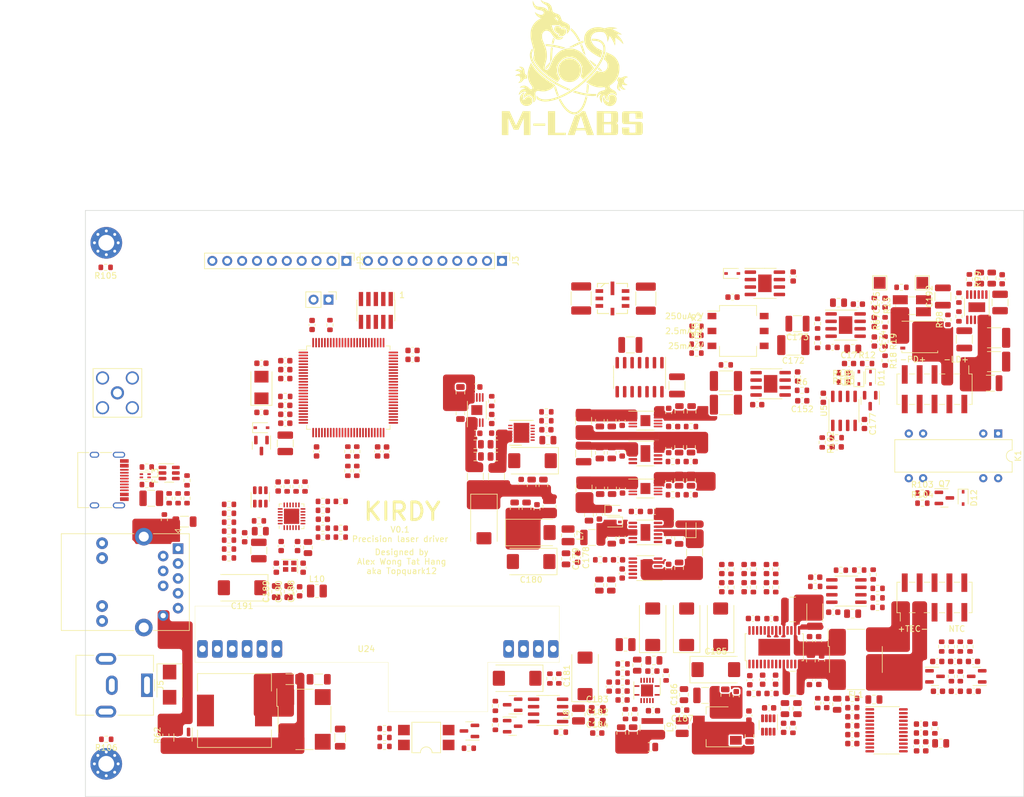
<source format=kicad_pcb>
(kicad_pcb (version 20211014) (generator pcbnew)
  (layers (0 "F.Cu" signal) (1 "In1.Cu" signal) (2 "In2.Cu" signal) (31 "B.Cu" signal) (34 "B.Paste" user) (35 "F.Paste" user) (36 "B.SilkS" user "B.Silkscreen") (37 "F.SilkS" user "F.Silkscreen") (38 "B.Mask" user) (39 "F.Mask" user) (44 "Edge.Cuts" user))
  (net 0 "")
  (net 1 "+5VA")
  (net 2 "GND")
  (net 3 "Net-(C2-Pad2)")
  (net 4 "Net-(C5-Pad1)")
  (net 5 "Net-(C14-Pad1)")
  (net 6 "Net-(C6-Pad1)")
  (net 7 "+9VA")
  (net 8 "-6V")
  (net 9 "+15V")
  (net 10 "Net-(C13-Pad1)")
  (net 11 "Net-(C13-Pad2)")
  (net 12 "/MCU/PD_MON")
  (net 13 "/driveStage/PD_A")
  (net 14 "+1V8")
  (net 15 "Net-(C18-Pad1)")
  (net 16 "Net-(C19-Pad1)")
  (net 17 "+3V3")
  (net 18 "Net-(C21-Pad2)")
  (net 19 "Net-(C22-Pad1)")
  (net 20 "/MCU/VREF")
  (net 21 "+12V")
  (net 22 "Net-(C37-Pad2)")
  (net 23 "Net-(C38-Pad1)")
  (net 24 "Net-(C38-Pad2)")
  (net 25 "Net-(C40-Pad1)")
  (net 26 "Net-(C42-Pad2)")
  (net 27 "Net-(C43-Pad2)")
  (net 28 "-9V")
  (net 29 "IN")
  (net 30 "Net-(C50-Pad1)")
  (net 31 "Net-(C51-Pad1)")
  (net 32 "Net-(C52-Pad1)")
  (net 33 "Net-(C53-Pad1)")
  (net 34 "Net-(C54-Pad1)")
  (net 35 "Net-(C55-Pad1)")
  (net 36 "Net-(C69-Pad1)")
  (net 37 "Net-(C71-Pad1)")
  (net 38 "Net-(C72-Pad1)")
  (net 39 "Net-(C73-Pad1)")
  (net 40 "Net-(C74-Pad1)")
  (net 41 "+9V")
  (net 42 "+8V")
  (net 43 "+3.3VA")
  (net 44 "/thermostat/DAC_REF")
  (net 45 "/thermostat/ADC_REF")
  (net 46 "/thermostat/ADC_A3V3")
  (net 47 "/thermostat/ADC_D3V3")
  (net 48 "Net-(C102-Pad1)")
  (net 49 "Net-(C103-Pad1)")
  (net 50 "Net-(C104-Pad1)")
  (net 51 "/thermostat/MAXV")
  (net 52 "/thermostat/MAXIP")
  (net 53 "/thermostat/MAXIN")
  (net 54 "Net-(C110-Pad1)")
  (net 55 "Net-(C115-Pad1)")
  (net 56 "Net-(C117-Pad1)")
  (net 57 "/MCU/TEC_ISEN")
  (net 58 "Net-(C119-Pad1)")
  (net 59 "/MCU/TEC_VREF")
  (net 60 "Net-(C122-Pad2)")
  (net 61 "Net-(C123-Pad2)")
  (net 62 "Net-(C125-Pad1)")
  (net 63 "+5V")
  (net 64 "Net-(C132-Pad2)")
  (net 65 "Net-(C133-Pad2)")
  (net 66 "Net-(C135-Pad2)")
  (net 67 "Net-(C136-Pad2)")
  (net 68 "Net-(C141-Pad1)")
  (net 69 "Net-(C145-Pad1)")
  (net 70 "Net-(C145-Pad2)")
  (net 71 "Net-(C146-Pad1)")
  (net 72 "Net-(C147-Pad1)")
  (net 73 "Net-(C148-Pad1)")
  (net 74 "Net-(C149-Pad1)")
  (net 75 "Net-(C149-Pad2)")
  (net 76 "Net-(C150-Pad1)")
  (net 77 "Net-(C151-Pad1)")
  (net 78 "Net-(C152-Pad1)")
  (net 79 "Net-(C152-Pad2)")
  (net 80 "Net-(C158-Pad1)")
  (net 81 "Net-(C162-Pad2)")
  (net 82 "Net-(C163-Pad2)")
  (net 83 "Net-(C164-Pad1)")
  (net 84 "/Ehternet/AVDDT_PHY")
  (net 85 "/Ehternet/ETH_SHIELD")
  (net 86 "Net-(D1-Pad2)")
  (net 87 "/MCU/MCU_RSTn")
  (net 88 "/MCU/RST")
  (net 89 "Net-(FB12-Pad1)")
  (net 90 "Net-(FB12-Pad2)")
  (net 91 "/thermostat/TEC+")
  (net 92 "/thermostat/TEC-")
  (net 93 "Net-(C155-Pad1)")
  (net 94 "Net-(C174-Pad2)")
  (net 95 "/MCU/USB_DP")
  (net 96 "/MCU/USB_DN")
  (net 97 "Net-(C175-Pad1)")
  (net 98 "/MCU/SWDIO")
  (net 99 "/MCU/SWCLK")
  (net 104 "Net-(J6-Pad1)")
  (net 105 "Net-(J6-Pad2)")
  (net 106 "Net-(J6-Pad3)")
  (net 107 "Net-(J6-Pad6)")
  (net 108 "/Ehternet/POE_VC-")
  (net 109 "/Ehternet/POE_VC+")
  (net 110 "Net-(J6-Pad11)")
  (net 111 "Net-(J6-Pad13)")
  (net 112 "Net-(J7-PadA5)")
  (net 114 "Net-(J7-PadB5)")
  (net 116 "/driveStage/LD-")
  (net 117 "/thermostat/NTC+")
  (net 118 "/thermostat/NTC-")
  (net 119 "Net-(JP1-Pad1)")
  (net 120 "Net-(L2-Pad1)")
  (net 121 "Net-(L3-Pad1)")
  (net 122 "Net-(Q1-Pad1)")
  (net 123 "Net-(Q2-Pad3)")
  (net 124 "Net-(Q3-Pad1)")
  (net 125 "Net-(Q4-Pad1)")
  (net 126 "Net-(Q5-Pad4)")
  (net 127 "Net-(Q6-Pad1)")
  (net 128 "Net-(C175-Pad2)")
  (net 129 "Net-(R4-Pad2)")
  (net 130 "Net-(C178-Pad1)")
  (net 131 "Net-(R7-Pad2)")
  (net 132 "Net-(C185-Pad1)")
  (net 133 "Net-(C188-Pad1)")
  (net 134 "Net-(R14-Pad2)")
  (net 135 "Net-(R15-Pad2)")
  (net 136 "Net-(R16-Pad2)")
  (net 137 "Net-(R17-Pad2)")
  (net 138 "Net-(C192-Pad1)")
  (net 139 "Net-(D10-Pad2)")
  (net 140 "Net-(R24-Pad2)")
  (net 141 "Net-(R29-Pad2)")
  (net 142 "Net-(R30-Pad2)")
  (net 143 "/MCU/PWM_MAXV")
  (net 144 "/MCU/PWM_MAXIP")
  (net 145 "/MCU/PWM_MAXIN")
  (net 146 "Net-(R41-Pad1)")
  (net 147 "Net-(R42-Pad2)")
  (net 148 "Net-(R45-Pad1)")
  (net 149 "Net-(R46-Pad2)")
  (net 150 "/MCU/TEC_VSEN")
  (net 151 "Net-(R48-Pad2)")
  (net 152 "Net-(R56-Pad2)")
  (net 153 "Net-(R57-Pad2)")
  (net 154 "Net-(R60-Pad2)")
  (net 155 "Net-(R63-Pad1)")
  (net 156 "Net-(R65-Pad1)")
  (net 157 "Net-(D12-Pad2)")
  (net 158 "/MCU/POE_PWR_SRC")
  (net 159 "/Ehternet/RMII_RXD0")
  (net 160 "Net-(R73-Pad2)")
  (net 161 "/Ehternet/RMII_RXD1")
  (net 162 "Net-(R74-Pad2)")
  (net 163 "/Ehternet/RMII_CRS_DV")
  (net 164 "Net-(R75-Pad2)")
  (net 165 "/Ehternet/RMII_REF_CLK")
  (net 166 "Net-(R76-Pad2)")
  (net 167 "/Ehternet/RMII_MDIO")
  (net 168 "Net-(R82-Pad2)")
  (net 169 "/Ehternet/ETH_LED_1")
  (net 170 "Net-(R84-Pad1)")
  (net 171 "/Ehternet/PHY_TD_P")
  (net 172 "/Ehternet/PHY_TD_N")
  (net 173 "/Ehternet/PHY_RD_P")
  (net 174 "/Ehternet/PHY_RD_N")
  (net 175 "/Ehternet/ETH_LED_2")
  (net 176 "Net-(R94-Pad2)")
  (net 177 "Net-(R95-Pad1)")
  (net 178 "/MCU/USB_VBUS")
  (net 179 "/MCU/LDAC_LOAD")
  (net 180 "/MCU/LDAC_CLK")
  (net 181 "/MCU/LDAC_MOSI")
  (net 182 "/MCU/LDAC_CS")
  (net 183 "/MCU/TADC_SYNC")
  (net 184 "/MCU/TADC_MISO")
  (net 185 "/MCU/TDAC_MOSI")
  (net 186 "/MCU/TADC_CLK")
  (net 187 "/MCU/TDAC_CLK")
  (net 188 "/MCU/TADC_CS")
  (net 189 "/MCU/TDAC_SYNC")
  (net 190 "/MCU/TADC_MOSI")
  (net 191 "Net-(U1-Pad6)")
  (net 204 "/Ehternet/RMII_MDC")
  (net 205 "/Ehternet/PHY_NRST")
  (net 206 "/MCU/TEC_SHDN")
  (net 211 "/Ehternet/RMII_TX_EN")
  (net 212 "/Ehternet/RMII_TXD0")
  (net 213 "/Ehternet/RMII_TXD1")
  (net 214 "Net-(J2-Pad3)")
  (net 215 "Net-(J2-Pad4)")
  (net 216 "Net-(J2-Pad5)")
  (net 217 "Net-(J2-Pad6)")
  (net 218 "Net-(J2-Pad7)")
  (net 219 "Net-(J2-Pad8)")
  (net 220 "Net-(J2-Pad9)")
  (net 221 "Net-(J3-Pad2)")
  (net 222 "Net-(J3-Pad3)")
  (net 223 "Net-(J3-Pad4)")
  (net 226 "Net-(J3-Pad5)")
  (net 227 "Net-(J3-Pad6)")
  (net 228 "Net-(J3-Pad7)")
  (net 229 "Net-(J3-Pad8)")
  (net 230 "Net-(J3-Pad9)")
  (net 231 "Net-(J3-Pad10)")
  (net 243 "Net-(Q7-Pad1)")
  (net 253 "Net-(U19-Pad5)")
  (net 255 "Net-(R1-Pad2)")
  (net 256 "Net-(R7-Pad1)")
  (net 257 "Net-(R11-Pad2)")
  (net 258 "/MCU/LD_EN")
  (net 259 "Net-(R100-Pad2)")
  (net 262 "Net-(R101-Pad2)")
  (net 263 "Net-(J3-Pad1)")
  (net 264 "Net-(H1-Pad1)")
  (net 265 "Net-(H2-Pad1)")
  (net 266 "/MCU/~{LD_SHORT}")
  (net 267 "Net-(SW1-Pad4)")
  (net 275 "Net-(FL3-Pad1)")
  (net 276 "Net-(FL3-Pad4)")
  (net 277 "Net-(Q5-Pad1)")
  (net 278 "Net-(C70-Pad1)")
  (footprint "Resistor_SMD:R_0603_1608Metric" (layer "F.Cu") (at 136.3472 25.6032 -90)
    (fp_text reference "R18")
    (fp_text value "300")
  )
  (footprint "Connector_RJ:RJ45_Abracon_ARJP11A-MA_Horizontal" (layer "F.Cu") (at 15.7964 57.6926 -90)
    (fp_text reference "J6" hide)
    (fp_text value "RJ45_Abracon_ARJP11A-MASA-B-A-EMU2")
  )
  (footprint "Resistor_SMD:R_0603_1608Metric" (layer "F.Cu") (at 40.4876 49.6316 180)
    (fp_text reference "R79" hide)
    (fp_text value "10k")
  )
  (footprint "Resistor_SMD:R_0603_1608Metric" (layer "F.Cu") (at 51.0032 88.392 180)
    (fp_text reference "R59" hide)
    (fp_text value "82k")
  )
  (footprint "Resistor_SMD:R_0603_1608Metric" (layer "F.Cu") (at 69.9008 84.5312 90)
    (fp_text reference "R70" hide)
    (fp_text value "33k2")
  )
  (footprint "Capacitor_SMD:C_0603_1608Metric" (layer "F.Cu") (at 40.4876 52.6796)
    (fp_text reference "C166" hide)
    (fp_text value "100n")
  )
  (footprint "Capacitor_SMD:C_0603_1608Metric" (layer "F.Cu") (at 148.4148 82.022 180)
    (fp_text reference "C123" hide)
    (fp_text value "100n")
  )
  (footprint "Package_TO_SOT_SMD:SOT-23" (layer "F.Cu") (at 72.8472 87.9856)
    (fp_text reference "Q6" hide)
    (fp_text value "BC857")
  )
  (footprint "Capacitor_SMD:C_0805_2012Metric" (layer "F.Cu") (at 113.2332 89.6674 -90)
    (fp_text reference "C161" hide)
    (fp_text value "10u")
  )
  (footprint "Inductor_SMD:L_1210_3225Metric" (layer "F.Cu") (at 34.077 39.728 90)
    (fp_text reference "FB1" hide)
    (fp_text value "1K@100MHz")
  )
  (footprint "Capacitor_SMD:C_0603_1608Metric" (layer "F.Cu") (at 112.3188 61.1762 90)
    (fp_text reference "C103" hide)
    (fp_text value "100n")
  )
  (footprint "Capacitor_SMD:C_0603_1608Metric" (layer "F.Cu") (at 66.4834 38.01)
    (fp_text reference "C64" hide)
    (fp_text value "100n")
  )
  (footprint "Package_QFP:LQFP-100_14x14mm_P0.5mm" (layer "F.Cu") (at 44.831 30.226)
    (fp_text reference "U7" hide)
    (fp_text value "STM32F407VGTx")
  )
  (footprint "Capacitor_SMD:C_0603_1608Metric" (layer "F.Cu") (at 116.1288 61.1762 90)
    (fp_text reference "C104" hide)
    (fp_text value "100n")
  )
  (footprint "Resistor_SMD:R_0603_1608Metric" (layer "F.Cu") (at 40.4876 51.1556 180)
    (fp_text reference "R82" hide)
    (fp_text value "10k")
  )
  (footprint "Inductor_SMD:L_1008_2520Metric" (layer "F.Cu") (at 82.296 55.4228 -90)
    (fp_text reference "L7")
    (fp_text value "1u")
  )
  (footprint "Capacitor_SMD:C_0603_1608Metric" (layer "F.Cu") (at 108.5088 64.275 90)
    (fp_text reference "C107" hide)
    (fp_text value "100n")
  )
  (footprint "Capacitor_SMD:C_0805_2012Metric" (layer "F.Cu") (at 85.861 51.9626 -90)
    (fp_text reference "C39" hide)
    (fp_text value "10u")
  )
  (footprint "Resistor_SMD:R_0603_1608Metric" (layer "F.Cu") (at 120.638 88.2904 -90)
    (fp_text reference "R31" hide)
    (fp_text value "33")
  )
  (footprint "Resistor_SMD:R_0603_1608Metric" (layer "F.Cu") (at 43.5356 49.6316 180)
    (fp_text reference "R75" hide)
    (fp_text value "33")
  )
  (footprint "Resistor_SMD:R_0603_1608Metric" (layer "F.Cu") (at 144.8334 88.385 90)
    (fp_text reference "R40" hide)
    (fp_text value "33")
  )
  (footprint "Resistor_SMD:R_0603_1608Metric" (layer "F.Cu") (at 113.8936 61.1762 -90)
    (fp_text reference "R34" hide)
    (fp_text value "10k")
  )
  (footprint "Capacitor_SMD:C_0603_1608Metric" (layer "F.Cu") (at 134.5184 22.352 -90)
    (fp_text reference "C174")
    (fp_text value "DNP")
  )
  (footprint "Capacitor_SMD:C_0603_1608Metric" (layer "F.Cu") (at 91.5252 55.6862 90)
    (fp_text reference "C41" hide)
    (fp_text value "100n")
  )
  (footprint "Diode_SMD:D_SMB" (layer "F.Cu") (at 14.351 80.899 -90)
    (fp_text reference "D9" hide)
    (fp_text value "SMBJ13A-13-F")
  )
  (footprint "Capacitor_SMD:C_0603_1608Metric" (layer "F.Cu") (at 66.4834 30.1106)
    (fp_text reference "C76" hide)
    (fp_text value "100n")
  )
  (footprint "Resistor_SMD:R_0603_1608Metric" (layer "F.Cu") (at 142.6972 48.2092)
    (fp_text reference "R103")
    (fp_text value "100")
  )
  (footprint "Inductor_SMD:L_Wuerth_WE-PD-Typ-LS" (layer "F.Cu") (at 25.4168 85.307)
    (fp_text reference "L5" hide)
    (fp_text value "10u")
  )
  (footprint "Capacitor_SMD:C_0805_2012Metric" (layer "F.Cu") (at 70.0318 41.9795 180)
    (fp_text reference "C56" hide)
    (fp_text value "10u")
  )
  (footprint "Package_SO:SOIC-8-1EP_3.9x4.9mm_P1.27mm_EP2.29x3mm" (layer "F.Cu") (at 115.852 12.426)
    (fp_text reference "U3" hide)
    (fp_text value "ADA4898-1YRDZ")
  )
  (footprint "Capacitor_SMD:C_0805_2012Metric" (layer "F.Cu") (at 94.0816 77.5716 90)
    (fp_text reference "C143" hide)
    (fp_text value "10u")
  )
  (footprint "Package_TO_SOT_SMD:SOT-23-6" (layer "F.Cu") (at 29.8196 48.8696 90)
    (fp_text reference "U27" hide)
    (fp_text value "USBLC6-4SC6")
  )
  (footprint "Connector_BarrelJack:BarrelJack_CUI_PJ-063AH_Horizontal" (layer "F.Cu") (at 10.5 81 -90)
    (fp_text reference "J5")
    (fp_text value "Barrel_Jack")
  )
  (footprint "Capacitor_SMD:C_1812_4532Metric" (layer "F.Cu") (at 154.94 25.781)
    (fp_text reference "C84" hide)
    (fp_text value "10u PP")
  )
  (footprint "Resistor_SMD:R_0603_1608Metric" (layer "F.Cu") (at 110.0836 61.1762 -90)
    (fp_text reference "R33" hide)
    (fp_text value "10k")
  )
  (footprint "Resistor_SMD:R_0603_1608Metric" (layer "F.Cu") (at 100.1612 42.8338)
    (fp_text reference "R26" hide)
    (fp_text value "51k")
  )
  (footprint "Capacitor_SMD:C_0603_1608Metric" (layer "F.Cu") (at 130.7618 89.4264 180)
    (fp_text reference "C121" hide)
    (fp_text value "1u")
  )
  (footprint "Capacitor_SMD:C_0603_1608Metric" (layer "F.Cu") (at 91.5252 41.1196 -90)
    (fp_text reference "C66" hide)
    (fp_text value "100n")
  )
  (footprint "Capacitor_SMD:C_0603_1608Metric" (layer "F.Cu") (at 119.051 88.265 -90)
    (fp_text reference "C98" hide)
    (fp_text value "100n")
  )
  (footprint "Capacitor_SMD:C_0603_1608Metric" (layer "F.Cu") (at 100.212 36.8648 180)
    (fp_text reference "C72" hide)
    (fp_text value "100n")
  )
  (footprint "Capacitor_SMD:C_0805_2012Metric" (layer "F.Cu") (at 154.5336 11.5316 90)
    (fp_text reference "C58" hide)
    (fp_text value "10u")
  )
  (footprint "Resistor_SMD:R_0603_1608Metric" (layer "F.Cu") (at 17.3254 46.0556 -90)
    (fp_text reference "R97" hide)
    (fp_text value "10k")
  )
  (footprint "Capacitor_SMD:C_1210_3225Metric" (layer "F.Cu") (at 146.2024 14.6794 90)
    (fp_text reference "C192")
    (fp_text value "100n PPS")
  )
  (footprint "Resistor_SMD:R_0603_1608Metric" (layer "F.Cu") (at 117.7036 64.275 -90)
    (fp_text reference "R38" hide)
    (fp_text value "10k")
  )
  (footprint "Resistor_SMD:R_0603_1608Metric" (layer "F.Cu") (at 78.5992 34.3502)
    (fp_text reference "R29" hide)
    (fp_text value "33k2")
  )
  (footprint "Capacitor_SMD:C_0603_1608Metric" (layer "F.Cu") (at 93.862 51.3552)
    (fp_text reference "C38" hide)
    (fp_text value "1u")
  )
  (footprint "Connector_Coaxial:SMA_Amphenol_132203-12_Horizontal" (layer "F.Cu") (at 5.461 31.115 90)
    (fp_text reference "J1" hide)
    (fp_text value "MOD_IN")
  )
  (footprint "Inductor_SMD:L_1210_3225Metric" (layer "F.Cu") (at 70.0902 45.3992 90)
    (fp_text reference "FB3" hide)
    (fp_text value "1K@100MHz")
  )
  (footprint "Resistor_SMD:R_0603_1608Metric" (layer "F.Cu") (at 93.6684 85.9238 90)
    (fp_text reference "R60" hide)
    (fp_text value "82k")
  )
  (footprint "Capacitor_SMD:C_0805_2012Metric" (layer "F.Cu") (at 101.228 55.9402 -90)
    (fp_text reference "C48" hide)
    (fp_text value "10u")
  )
  (footprint "Connector_USB:USB_C_Receptacle_HRO_TYPE-C-31-M-12" (layer "F.Cu") (at 2.5934 45.9926 -90)
    (fp_text reference "J7" hide)
    (fp_text value "USB_C_Receptacle_USB2.0")
  )
  (footprint "Inductor_SMD:L_1210_3225Metric" (layer "F.Cu") (at 84.9466 35.8742 90)
    (fp_text reference "FB7" hide)
    (fp_text value "1K@100MHz")
  )
  (footprint "Capacitor_SMD:C_0805_2012Metric" (layer "F.Cu") (at 101.228 46.0088 -90)
    (fp_text reference "C88" hide)
    (fp_text value "10u")
  )
  (footprint "Capacitor_SMD:C_0603_1608Metric" (layer "F.Cu") (at 100.466 53.451)
    (fp_text reference "C43" hide)
    (fp_text value "1u")
  )
  (footprint "Capacitor_SMD:C_0805_2012Metric" (layer "F.Cu") (at 89.662 63.9064 -90)
    (fp_text reference "C87" hide)
    (fp_text value "10u")
  )
  (footprint "Capacitor_SMD:C_0603_1608Metric" (layer "F.Cu") (at 96.6724 78.5876)
    (fp_text reference "C144" hide)
    (fp_text value "100n")
  )
  (footprint "Resistor_SMD:R_0603_1608Metric" (layer "F.Cu") (at 78.5992 35.8742 180)
    (fp_text reference "R30" hide)
    (fp_text value "150k")
  )
  (footprint "Package_TO_SOT_SMD:SOT-23" (layer "F.Cu") (at 146.4564 49.0388)
    (fp_text reference "Q7")
    (fp_text value "BSS138")
  )
  (footprint "Capacitor_SMD:C_0603_1608Metric" (layer "F.Cu") (at 125.8184 31.9532 90)
    (fp_text reference "C176" hide)
    (fp_text value "100n")
  )
  (footprint "Package_SO:MSOP-12-1EP_3x4mm_P0.65mm_EP1.65x2.85mm" (layer "F.Cu") (at 95.4876 41.4622)
    (fp_text reference "U13" hide)
    (fp_text value "LT3045xMSE")
  )
  (footprint "Capacitor_SMD:C_0603_1608Metric" (layer "F.Cu") (at 99.45 55.737 -90)
    (fp_text reference "C47" hide)
    (fp_text value "100n")
  )
  (footprint "Resistor_SMD:R_0603_1608Metric" (layer "F.Cu") (at 34.3916 47.0916 90)
    (fp_text reference "R81" hide)
    (fp_text value "10k")
  )
  (footprint "Capacitor_SMD:C_0805_2012Metric" (layer "F.Cu") (at 101.2788 34.3248 90)
    (fp_text reference "C86" hide)
    (fp_text value "10u")
  )
  (footprint "Connector_PinHeader_1.27mm:PinHeader_2x05_P1.27mm_Vertical_SMD" (layer "F.Cu") (at 49.5202 17.0552 -90)
    (fp_text reference "J4" hide)
    (fp_text value "Conn_02x05_Odd_Even")
  )
  (footprint "Package_TO_SOT_SMD:SOT-223-3_TabPin2" (layer "F.Cu") (at 107.7468 88.0926 180)
    (fp_text reference "U25" hide)
    (fp_text value "AMS1117-3.3")
  )
  (footprint "Capacitor_SMD:C_0805_2012Metric" (layer "F.Cu") (at 89.7472 41.3606 -90)
    (fp_text reference "C52" hide)
    (fp_text value "10u")
  )
  (footprint "Resistor_SMD:R_0603_1608Metric" (layer "F.Cu") (at 117.7036 61.1762 -90)
    (fp_text reference "R35" hide)
    (fp_text value "10k")
  )
  (footprint "Resistor_SMD:R_0603_1608Metric" (layer "F.Cu") (at 87.766 59.5978 180)
    (fp_text reference "R22" hide)
    (fp_text value "60k4")
  )
  (footprint "Capacitor_SMD:C_0603_1608Metric" (layer "F.Cu") (at 55.7784 25.4)
    (fp_text reference "C19" hide)
    (fp_text value "2u2")
  )
  (footprint "Resistor_SMD:R_0603_1608Metric" (layer "F.Cu") (at 24.4856 57.7596 180)
    (fp_text reference "R83" hide)
    (fp_text value "10k")
  )
  (footprint "Capacitor_SMD:C_0603_1608Metric" (layer "F.Cu") (at 113.284 80.137 -90)
    (fp_text reference "C130" hide)
    (fp_text value "1u")
  )
  (footprint "Capacitor_SMD:C_0805_2012Metric" (layer "F.Cu") (at 128.171 84.2448 -90)
    (fp_text reference "C100" hide)
    (fp_text value "10u")
  )
  (footprint "Capacitor_SMD:C_0805_2012Metric" (layer "F.Cu") (at 34.6456 65.024 90)
    (fp_text reference "C190")
    (fp_text value "10u")
  )
  (footprint "Package_SO:MSOP-12-1EP_3x4mm_P0.65mm_EP1.65x2.85mm" (layer "F.Cu") (at 95.4876 61.0202 180)
    (fp_text reference "U15" hide)
    (fp_text value "LT3094xMSE")
  )
  (footprint "Inductor_SMD:L_1008_2520Metric" (layer "F.Cu") (at 79.13 50.5246 90)
    (fp_text reference "L1" hide)
    (fp_text value "1u")
  )
  (footprint "Package_SO:MSOP-12-1EP_3x4mm_P0.65mm_EP1.65x2.85mm" (layer "F.Cu") (at 95.4876 54.9242 180)
    (fp_text reference "U9" hide)
    (fp_text value "LTC3261")
  )
  (footprint "Crystal:Crystal_SMD_2016-4Pin_2.0x1.6mm" (layer "F.Cu") (at 34.8368 60.6916 180)
    (fp_text reference "Y2" hide)
    (fp_text value "25MHz")
  )
  (footprint "Resistor_SMD:R_0603_1608Metric" (layer "F.Cu") (at 124.841 19.304 -90)
    (fp_text reference "R7" hide)
    (fp_text value "300")
  )
  (footprint "Capacitor_SMD:C_0603_1608Metric" (layer "F.Cu") (at 34.077 36.296 180)
    (fp_text reference "C29" hide)
    (fp_text value "2u2")
  )
  (footprint "Capacitor_SMD:C_0603_1608Metric" (layer "F.Cu") (at 91.5252 61.9346 -90)
    (fp_text reference "C80" hide)
    (fp_text value "100n")
  )
  (footprint "Capacitor_SMD:C_1206_3216Metric" (layer "F.Cu") (at 39.7764 79.9846 180)
    (fp_text reference "C146" hide)
    (fp_text value "4n7")
  )
  (footprint "Inductor_SMD:L_Wuerth_MAPI-4020" (layer "F.Cu") (at 96.6656 88.286 -90)
    (fp_text reference "L6" hide)
    (fp_text value "3u3")
  )
  (footprint "Resistor_SMD:R_0603_1608Metric" (layer "F.Cu") (at 139.1412 13.1064)
    (fp_text reference "R11" hide)
    (fp_text value "0")
  )
  (footprint "Capacitor_SMD:C_0805_2012Metric" (layer "F.Cu") (at 103.26 40.3446 -90)
    (fp_text reference "C85" hide)
    (fp_text value "10u")
  )
  (footprint "Capacitor_SMD:C_0805_2012Metric" (layer "F.Cu") (at 96.9264 76.7588)
    (fp_text reference "C142" hide)
    (fp_text value "10u")
  )
  (footprint "Package_SO:SOIC-14_3.9x8.7mm_P1.27mm" (layer "F.Cu") (at 94.488 28.448 -90)
    (fp_text reference "U2" hide)
    (fp_text value "MAX5719xSD")
  )
  (footprint "Capacitor_SMD:C_0603_1608Metric" (layer "F.Cu") (at 116.9696 69.6388 180)
    (fp_text reference "C129" hide)
    (fp_text value "1u")
  )
  (footprint "Capacitor_SMD:C_0603_1608Metric" (layer "F.Cu") (at 99.45 40.5478 -90)
    (fp_text reference "C78" hide)
    (fp_text value "100n")
  )
  (footprint "Capacitor_SMD:C_0603_1608Metric" (layer "F.Cu") (at 114.5454 33.127 180)
    (fp_text reference "C10" hide)
    (fp_text value "100n")
  )
  (footprint "Capacitor_Tantalum_SMD:CP_EIA-7343-15_Kemet-W" (layer "F.Cu") (at 85.1916 79.4004 90)
    (fp_text reference "C181")
    (fp_text value "220u")
  )
  (footprint "Resistor_SMD:R_0603_1608Metric" (layer "F.Cu") (at 24.4856 56.2356 180)
    (fp_text reference "R90" hide)
    (fp_text value "220")
  )
  (footprint "Capacitor_SMD:C_0603_1608Metric" (layer "F.Cu") (at 69.2774 35.5716 -90)
    (fp_text reference "C69" hide)
    (fp_text value "100n")
  )
  (footprint "Inductor_SMD:L_1210_3225Metric" (layer "F.Cu") (at 105.664 82.7332)
    (fp_text reference "FB10" hide)
    (fp_text value "1K@100MHz")
  )
  (footprint "Diode_SMD:D_SOD-323" (layer "F.Cu") (at 110.2868 10.7442)
    (fp_text reference "D1" hide)
    (fp_text value "AQ4020-01FTG-C")
  )
  (footprint "Resistor_SMD:R_0603_1608Metric" (layer "F.Cu") (at 41.697 19.532 -90)
    (fp_text reference "R20" hide)
    (fp_text value "10k")
  )
  (footprint "Resistor_SMD:R_0603_1608Metric" (layer "F.Cu") (at 146.0018 74.402 -90)
    (fp_text reference "R55" hide)
    (fp_text value "5k11 5ppm")
  )
  (footprint "Resistor_SMD:R_0603_1608Metric" (layer "F.Cu") (at 91.5924 80.4672 180)
    (fp_text reference "R64" hide)
    (fp_text value "4k12")
  )
  (footprint "Resistor_SMD:R_0603_1608Metric" (layer "F.Cu") (at 148.9408 14.8768 90)
    (fp_text reference "R24" hide)
    (fp_text value "470")
  )
  (footprint "Capacitor_SMD:C_0603_1608Metric" (layer "F.Cu") (at 120.678 11.2576 -90)
    (fp_text reference "C7" hide)
    (fp_text value "100n")
  )
  (footprint "Capacitor_Tantalum_SMD:CP_EIA-7343-15_Kemet-W" (layer "F.Cu") (at 76.2294 42.6907 180)
    (fp_text reference "C89" hide)
    (fp_text value "220u")
  )
  (footprint "Relay_THT:Relay_StandexMeder_DIP_LowProfile" (layer "F.Cu") (at 155.6312 38.0592 -90)
    (fp_text reference "K1")
    (fp_text value "DIP12-1C90-51L")
  )
  (footprint "Capacitor_SMD:C_0603_1608Metric" (layer "F.Cu") (at 125.5294 76.7886 -90)
    (fp_text reference "C139" hide)
    (fp_text value "100n")
  )
  (footprint "Capacitor_SMD:C_0603_1608Metric" (layer "F.Cu") (at 151.3358 76.942 180)
    (fp_text reference "C132" hide)
    (fp_text value "10n")
  )
  (footprint "Capacitor_SMD:C_1206_3216Metric" (layer "F.Cu") (at 34.8768 79.973)
    (fp_text reference "C145" hide)
    (fp_text value "4n7")
  )
  (footprint "Resistor_SMD:R_0603_1608Metric" (layer "F.Cu") (at 133.287 26.1112)
    (fp_text reference "R12")
    (fp_text value "1k")
  )
  (footprint "Capacitor_SMD:C_0603_1608Metric" (layer "F.Cu") (at 90.814 59.5978)
    (fp_text reference "C73" hide)
    (fp_text value "100n")
  )
  (footprint "Package_SO:TSSOP-24_4.4x7.8mm_P0.65mm" (layer "F.Cu") (at 136.6038 88.6898)
    (fp_text reference "U18" hide)
    (fp_text value "AD7172-2")
  )
  (footprint "Capacitor_SMD:C_0603_1608Metric" (layer "F.Cu") (at 148.2878 76.942 180)
    (fp_text reference "C133" hide)
    (fp_text value "100n")
  )
  (footprint "Resistor_SMD:R_0603_1608Metric" (layer "F.Cu") (at 40.4876 54.2036 180)
    (fp_text reference "R77" hide)
    (fp_text value "10k")
  )
  (footprint "Inductor_SMD:L_1210_3225Metric" (layer "F.Cu") (at 66.4834 45.4116 90)
    (fp_text reference "FB4" hide)
    (fp_text value "1K@100MHz")
  )
  (footprint "Resistor_SMD:R_0603_1608Metric" (layer "F.Cu") (at 134.3178 62.1084 -90)
    (fp_text reference "R46" hide)
    (fp_text value "10k")
  )
  (footprint "Inductor_SMD:L_1008_2520Metric" (layer "F.Cu") (at 101.7524 88.138 90)
    (fp_text reference "L9")
    (fp_text value "1u")
  )
  (footprint "Resistor_SMD:R_0603_1608Metric" (layer "F.Cu") (at 35.9156 47.0916 -90)
    (fp_text reference "R76" hide)
    (fp_text value "33")
  )
  (footprint "Capacitor_SMD:C_0603_1608Metric" (layer "F.Cu") (at 124.4372 62.5656)
    (fp_text reference "C118" hide)
    (fp_text value "100n")
  )
  (footprint "Resistor_SMD:R_0603_1608Metric" (layer "F.Cu") (at 24.4856 50.1396 180)
    (fp_text reference "R86" hide)
    (fp_text value "33")
  )
  (footprint "Capacitor_SMD:C_1210_3225Metric" (layer "F.Cu") (at 154.305 29.464)
    (fp_text reference "C77" hide)
    (fp_text value "100n PPS")
  )
  (footprint "Inductor_SMD:L_1210_3225Metric" (layer "F.Cu") (at 103.8696 58.3532 -90)
    (fp_text reference "FB9" hide)
    (fp_text value "1K@100MHz")
  )
  (footprint "Package_TO_SOT_SMD:SOT-23" (layer "F.Cu") (at 30.013 40.106 -90)
    (fp_text reference "U8" hide)
    (fp_text value "STM809SWX6F")
  )
  (footprint "Resistor_SMD:R_0603_1608Metric" (layer "F.Cu") (at 122.1862 30.6832)
    (fp_text reference "R6")
    (fp_text value "100")
  )
  (footprint "Capacitor_SMD:C_0805_2012Metric" (layer "F.Cu") (at 87.766 47.4312 -90)
    (fp_text reference "C54" hide)
    (fp_text value "10u")
  )
  (footprint "Diode_SMD:D_SOD-323" (layer "F.Cu") (at 133.858 28.5496 -90)
    (fp_text reference "D11")
    (fp_text value "B5819")
  )
  (footprint "kirdy:PM1202" (layer "F.Cu") (at 19.9555 74.8)
    (fp_text reference "U24")
    (fp_text value "PM1202")
  )
  (footprint "Connector_PinHeader_2.54mm:PinHeader_2x05_P2.54mm_Vertical_SMD" (layer "F.Cu") (at 144.78 30.495 -90)
    (fp_text reference "J8" hide)
    (fp_text value "Conn_02x05_Odd_Even")
  )
  (footprint "Capacitor_SMD:C_0603_1608Metric" (layer "F.Cu") (at 116.1288 64.275 90)
    (fp_text reference "C109" hide)
    (fp_text value "100n")
  )
  (footprint "Capacitor_SMD:C_0603_1608Metric" (layer "F.Cu") (at 91.576 47.4312 -90)
    (fp_text reference "C68" hide)
    (fp_text value "100n")
  )
  (footprint "Resistor_SMD:R_0603_1608Metric" (layer "F.Cu") (at 46.269 41.122 90)
    (fp_text reference "R16" hide)
    (fp_text value "10k")
  )
  (footprint "Capacitor_SMD:C_1210_3225Metric" (layer "F.Cu") (at 121.412 19.304 180)
    (fp_text reference "C173")
    (fp_text value "100n PPS")
  )
  (footprint "Capacitor_SMD:C_0603_1608Metric" (layer "F.Cu") (at 103.2092 42.8338)
    (fp_text reference "C71" hide)
    (fp_text value "100n")
  )
  (footprint "Capacitor_SMD:C_0603_1608Metric" (layer "F.Cu") (at 97.0624 51.3552)
    (fp_text reference "C42" hide)
    (fp_text value "1u")
  )
  (footprint "Capacitor_SMD:C_0603_1608Metric" (layer "F.Cu") (at 156.3116 11.7348 90)
    (fp_text reference "C65" hide)
    (fp_text value "100n")
  )
  (footprint "Diode_SMD:D_SOD-323" (layer "F.Cu") (at 30.013 37.058)
    (fp_text reference "D3" hide)
    (fp_text value "B5819")
  )
  (footprint "Package_SO:SOIC-8-1EP_3.9x4.9mm_P1.27mm_EP2.29x3mm" (layer "F.Cu") (at 129.618 19.55)
    (fp_text reference "U6" hide)
    (fp_text value "ADA4898-1YRDZ")
  )
  (footprint "Capacitor_SMD:C_0805_2012Metric" (layer "F.Cu") (at 87.7152 35.8996 -90)
    (fp_text reference "C53" hide)
    (fp_text value "10u")
  )
  (footprint "Capacitor_SMD:C_0805_2012Metric" (layer "F.Cu") (at 29.8196 54.7116 180)
    (fp_text reference "C168" hide)
    (fp_text value "10u")
  )
  (footprint "Resistor_SMD:R_0603_1608Metric" (layer "F.Cu") (at 128.1044 38.7604)
    (fp_text reference "R9" hide)
    (fp_text value "1k")
  )
  (footprint "Capacitor_SMD:C_0805_2012Metric" (layer "F.Cu") (at 66.4834 41.9724)
    (fp_text reference "C50" hide)
    (fp_text value "10u")
  )
  (footprint "Capacitor_SMD:C_0603_1608Metric" (layer "F.Cu") (at 34.077 34.772 180)
    (fp_text reference "C28" hide)
    (fp_text value "100n")
  )
  (footprint "Capacitor_SMD:C_0603_1608Metric" (layer "F.Cu") (at 127.394 23.348)
    (fp_text reference "C12" hide)
    (fp_text value "100n")
  )
  (footprint "Capacitor_SMD:C_0603_1608Metric" (layer "F.Cu") (at 83.9216 59.2328 -90)
    (fp_text reference "C178")
    (fp_text value "100n")
  )
  (footprint "Capacitor_SMD:C_0603_1608Metric" (layer "F.Cu") (at 34.077 28.676 180)
    (fp_text reference "C30" hide)
    (fp_text value "100n")
  )
  (footprint "Resistor_SMD:R_2010_5025Metric" (layer "F.Cu") (at 124.361 68.624 90)
    (fp_text reference "R45" hide)
    (fp_text value "50m")
  )
  (footprint "Capacitor_SMD:C_0603_1608Metric" (layer "F.Cu") (at 136.3472 15.748 90)
    (fp_text reference "C175")
    (fp_text value "DNP")
  )
  (footprint "Resistor_SMD:R_0603_1608Metric" (layer "F.Cu") (at 14.2774 49.1036 90)
    (fp_text reference "R94" hide)
    (fp_text value "5k1")
  )
  (footprint "Connector_PinHeader_2.54mm:PinHeader_1x10_P2.54mm_Vertical" (layer "F.Cu") (at 71.025 8.6 -90)
    (fp_text reference "J3")
    (fp_text value "Conn_01x10")
  )
  (footprint "Resistor_SMD:R_0603_1608Metric" (layer "F.Cu") (at 92.0936 85.9238 -90)
    (fp_text reference "R61" hide)
    (fp_text value "33k2")
  )
  (footprint "Capacitor_SMD:C_0805_2012Metric" (layer "F.Cu") (at 32.512 65.024 90)
    (fp_text reference "C189")
    (fp_text value "10u")
  )
  (footprint "Resistor_SMD:R_0603_1608Metric" (layer "F.Cu") (at 80.7212 79.8576 90)
    (fp_text reference "R69" hide)
    (fp_text value "10k")
  )
  (footprint "Package_SO:SOIC-8_3.9x4.9mm_P1.27mm" (layer "F.Cu") (at 129.7458 64.929 180)
    (fp_text reference "U19" hide)
    (fp_text value "RS8552")
  )
  (footprint "Resistor_SMD:R_0603_1608Metric" (layer "F.Cu") (at 110.0836 64.275 -90)
    (fp_text reference "R36" hide)
    (fp_text value "10k")
  )
  (footprint "kirdy:R_Shunt_VCS1625ZP" (layer "F.Cu") (at 140.9192 16.256 90)
    (fp_text reference "R13")
    (fp_text value "10")
  )
  (footprint "Capacitor_SMD:C_1812_4532Metric" (layer "F.Cu") (at 95.5548 15.0368 90)
    (fp_text reference "C2" hide)
    (fp_text value "10u PP")
  )
  (footprint "Resistor_SMD:R_0603_1608Metric" (layer "F.Cu") (at 134.506 15.748 90)
    (fp_text reference "R10" hide)
    (fp_text value "100")
  )
  (footprint "Resistor_SMD:R_0603_1608Metric" (layer "F.Cu") (at 24.4856 51.6636 180)
    (fp_text reference "R85" hide)
    (fp_text value "33")
  )
  (footprint "Capacitor_SMD:C_0603_1608Metric" (layer "F.Cu") (at 87.639 51.8632 -90)
    (fp_text reference "C35" hide)
    (fp_text value "100n")
  )
  (footprint "Resistor_SMD:R_0603_1608Metric" (layer "F.Cu") (at 99.0092 79.3496 90)
    (fp_text reference "R63" hide)
    (fp_text value "82k")
  )
  (footprint "Resistor_SMD:R_0603_1608Metric" (layer "F.Cu") (at 149.1768 79.482 90)
    (fp_text reference "R43" hide)
    (fp_text value "51")
  )
  (footprint "Capacitor_SMD:C_0603_1608Metric" (layer "F.Cu") (at 130.7618 90.9504 180)
    (fp_text reference "C116" hide)
    (fp_text value "100n")
  )
  (footprint "Capacitor_Tantalum_SMD:CP_EIA-7343-15_Kemet-W" (layer "F.Cu") (at 96.7232 71.0184 90)
    (fp_text reference "C141" hide)
    (fp_text value "220u")
  )
  (footprint "Resistor_SMD:R_0603_1608Metric" (layer "F.Cu") (at 81.0768 89.0016)
    (fp_text reference "R72" hide)
    (fp_text value "82k")
  )
  (footprint "Resistor_SMD:R_0603_1608Metric" (layer "F.Cu") (at 130.7618 83.2542 180)
    (fp_text reference "R32" hide)
    (fp_text value "33")
  )
  (footprint "Resistor_SMD:R_0603_1608Metric" (layer "F.Cu") (at 135.0666 67.7218)
    (fp_text reference "R53" hide)
    (fp_text value "20k")
  )
  (footprint "Capacitor_SMD:C_0603_1608Metric" (layer "F.Cu") (at 142.4712 89.1476)
    (fp_text reference "C111" hide)
    (fp_text value "100n")
  )
  (footprint "Inductor_SMD:L_CommonModeChoke_Wuerth_WE-SL5" (layer "F.Cu") (at 37.3548 86.831)
    (fp_text reference "FL2" hide)
    (fp_text value "2x1m")
  )
  (footprint "Capacitor_SMD:C_0603_1608Metric" (layer "F.Cu") (at 76.9964 50.9688 90)
    (fp_text reference "C36" hide)
    (fp_text value "100n")
  )
  (footprint "Resistor_SMD:R_0603_1608Metric" (layer "F.Cu") (at 43.5356 55.7276 180)
    (fp_text reference "R74" hide)
    (fp_text value "33")
  )
  (footprint "TestPoint:TestPoint_Pad_2.0x2.0mm" (layer "F.Cu") (at 142.6972 12.3444)
    (fp_text reference "TP10" hide)
    (fp_text value "TestPoint")
  )
  (footprint "Package_DFN_QFN:QFN-24-1EP_4x4mm_P0.5mm_EP2.6x2.6mm" (layer "F.Cu") (at 35.1536 52.1716 90)
    (fp_text reference "U26" hide)
    (fp_text value "LAN8742A")
  )
  (footprint "Capacitor_SMD:C_0805_2012Metric" (layer "F.Cu") (at 66.4834 39.8896)
    (fp_text reference "C57" hide)
    (fp_text value "10u")
  )
  (footprint "Resistor_SMD:R_0603_1608Metric" (layer "F.Cu") (at 51.0032 89.916 180)
    (fp_text reference "R58" hide)
    (fp_text value "20k")
  )
  (footprint "Resistor_SMD:R_0603_1608Metric" (layer "F.Cu") (at 150.7236 11.7348 -90)
    (fp_text reference "R99")
    (fp_text value "51k")
  )
  (footprint "Capacitor_SMD:C_0603_1608Metric" (layer "F.Cu") (at 78.5992 37.4075)
    (fp_text reference "C75" hide)
    (fp_text value "100n")
  )
  (footprint "Capacitor_SMD:C_0805_2012Metric" (layer "F.Cu") (at 103.3616 34.3248 90)
    (fp_text reference "C93" hide)
    (fp_text value "10u")
  )
  (footprint "Capacitor_Tantalum_SMD:CP_EIA-7343-15_Kemet-W" (layer "F.Cu") (at 102.5144 71.0184 90)
    (fp_text reference "C157" hide)
    (fp_text value "220u")
  )
  (footprint "Resistor_SMD:R_0603_1608Metric" (layer "F.Cu") (at 24.4856 54.7116 180)
    (fp_text reference "R87" hide)
    (fp_text value "33")
  )
  (footprint "Inductor_SMD:L_Wuerth_MAPI-4030" (layer "F.Cu") (at 120.6018 68.072)
    (fp_text reference "L2" hide)
    (fp_text value "6.8u")
  )
  (footprint "Capacitor_SMD:C_0805_2012Metric" (layer "F.Cu") (at 134.4448 83.432)
    (fp_text reference "C97" hide)
    (fp_text value "10u")
  )
  (footprint "Capacitor_SMD:C_0805_2012Metric" (layer "F.Cu") (at 119.2784 84.9884 -90)
    (fp_text reference "C113" hide)
    (fp_text value "10u")
  )
  (footprint "Capacitor_SMD:C_0603_1608Metric" (layer "F.Cu") (at 91.5924 81.9912 180)
    (fp_text reference "C151" hide)
    (fp_text value "39p")
  )
  (footprint "Inductor_SMD:L_Wuerth_MAPI-4030" (layer "F.Cu") (at 120.5764 80.7132)
    (fp_text reference "L3" hide)
    (fp_text value "6.8u")
  )
  (footprint "Capacitor_SMD:C_0603_1608Metric" (layer "F.Cu") (at 143.284 91.42 -90)
    (fp_text reference "C112" hide)
    (fp_text value "100n")
  )
  (footprint "Resistor_SMD:R_0603_1608Metric" (layer "F.Cu") (at 129.286 29.2608)
    (fp_text reference "R101")
    (fp_text value "1k")
  )
  (footprint "Capacitor_SMD:C_0603_1608Metric" (layer "F.Cu") (at 36.5252 64.9732 90)
    (fp_text reference "C188")
    (fp_text value "100n")
  )
  (footprint "Capacitor_SMD:C_0603_1608Metric" (layer "F.Cu") (at 34.077 33.248 180)
    (fp_text reference "C27" hide)
    (fp_text value "100n")
  )
  (footprint "Capacitor_Tantalum_SMD:CP_EIA-7343-15_Kemet-W" (layer "F.Cu") (at 67.954 52.8106 -90)
    (fp_text reference "C40" hide)
    (fp_text value "220u")
  )
  (footprint "Resistor_SMD:R_0603_1608Metric" (layer "F.Cu") (at 149.1768 74.402 90)
    (fp_text reference "R50" hide)
    (fp_text value "51")
  )
  (footprint "Package_SO:MSOP-12-1EP_3x4mm_P0.65mm_EP1.65x2.85mm" (layer "F.Cu") (at 151.9888 16.5024 -90)
    (fp_text reference "U12" hide)
    (fp_text value "LT3045xMSE")
  )
  (footprint "Capacitor_SMD:C_1210_3225Metric" (layer "F.Cu") (at 92.9132 22.9362 180)
    (fp_text reference "C3" hide)
    (fp_text value "100n PPS")
  )
  (footprint "Capacitor_SMD:C_0603_1608Metric" (layer "F.Cu") (at 123.4466 80.116 -90)
    (fp_text reference "C140" hide)
    (fp_text value "100n")
  )
  (footprint "Resistor_SMD:R_0603_1608Metric" (layer "F.Cu") (at 43.5356 54.2036 180)
    (fp_text reference "R73" hide)
    (fp_text value "33")
  )
  (footprint "Capacitor_SMD:C_0603_1608Metric" (layer "F.Cu") (at 55.7784 23.876)
    (fp_text reference "C31" hide)
    (fp_text value "100n")
  )
  (footprint "Capacitor_SMD:C_1210_3225Metric" (layer "F.Cu") (at 100.8634 29.845 90)
    (fp_text reference "C4" hide)
    (fp_text value "100n PPS")
  )
  (footprint "Resistor_SMD:R_0603_1608Metric" (layer "F.Cu") (at 13.462 52.705 90)
    (fp_text reference "R91" hide)
    (fp_text value "0")
  )
  (footprint "Package_DFN_QFN:DFN-12-1EP_4x4mm_P0.5mm_EP2.66x3.38mm" (layer "F.Cu") (at 74.3544 37.9316 180)
    (fp_text reference "U10" hide)
    (fp_text value "LT3081xDF")
  )
  (footprint "Capacitor_SMD:C_0603_1608Metric" (layer "F.Cu") (at 122.2248 32.4612 180)
    (fp_text reference "C152")
    (fp_text value "1n6")
  )
  (footprint "Capacitor_SMD:C_0603_1608Metric" (layer "F.Cu") (at 74.304 46.6562 90)
    (fp_text reference "C46" hide)
    (fp_text value "100n")
  )
  (footprint "Diode_SMD:D_SOD-323" (layer "F.Cu") (at 149.6568 49.0388 -90)
    (fp_text reference "D12")
    (fp_text value "B5819")
  )
  (footprint "Capacitor_SMD:C_0603_1608Metric" (layer "F.Cu") (at 130.7618 86.3784 180)
    (fp_text reference "C117" hide)
    (fp_text value "100n")
  )
  (footprint "Resistor_SMD:R_0603_1608Metric" (layer "F.Cu") (at 91.5924 78.9432 180)
    (fp_text reference "R65" hide)
    (fp_text value "52k3")
  )
  (footprint "Connector_PinHeader_2.54mm:PinHeader_1x02_P2.54mm_Vertical" (layer "F.Cu") (at 41.443 15.214 -90)
    (fp_text reference "JP1" hide)
    (fp_text value "DNP")
  )
  (footprint "Capacitor_SMD:C_0805_2012Metric" (layer "F.Cu") (at 130.838 23.602 180)
    (fp_text reference "C16" hide)
    (fp_text value "10u")
  )
  (footprint "Capacitor_SMD:C_1206_3216Metric" (layer "F.Cu") (at 16.891 53.086)
    (fp_text reference "C171" hide)
    (fp_text value "DNP")
  )
  (footprint "Capacitor_SMD:C_0603_1608Metric" (layer "F.Cu") (at 123.472 73.4742 -90)
    (fp_text reference "C135" hide)
    (fp_text value "1u")
  )
  (footprint "Package_SO:HTSSOP-28-1EP_4.4x9.7mm_P0.65mm_EP2.85x5.4mm" (layer "F.Cu") (at 117.4522 74.5156 90)
    (fp_text reference "U20" hide)
    (fp_text value "MAX1968xUI")
  )
  (footprint "Capacitor_SMD:C_0603_1608Metric" (layer "F.Cu") (at 113.1316 86.1622 90)
    (fp_text reference "C160" hide)
    (fp_text value "100n")
  )
  (footprint "Capacitor_SMD:C_0603_1608Metric" (layer "F.Cu") (at 70.0394 37.9846 180)
    (fp_text reference "C63" hide)
    (fp_text value "100n")
  )
  (footprint "Resistor_SMD:R_0603_1608Metric" (layer "F.Cu") (at 104.1908 21.2852)
    (fp_text reference "R1")
    (fp_text value "90")
  )
  (footprint "Inductor_SMD:L_CommonModeChoke_Coilcraft_0603USB" (layer "F.Cu") (at 10.2 45.2628 90)
    (fp_text reference "FL3")
    (fp_text value "90R@100MHz")
  )
  (footprint "Resistor_SMD:R_0603_1608Metric" (layer "F.Cu") (at 129.286 27.686 180)
    (fp_text reference "R100")
    (fp_text value "1k")
  )
  (footprint "Capacitor_SMD:C_0805_2012Metric" (layer "F.Cu") (at 73.1864 50.7656 90)
    (fp_text reference "C33" hide)
    (fp_text value "10u")
  )
  (footprint "Capacitor_SMD:C_0805_2012Metric" (layer "F.Cu") (at 109.093 82.657 90)
    (fp_text reference "C158" hide)
    (fp_text value "10u")
  )
  (footprint "Capacitor_SMD:C_0805_2012Metric" (layer "F.Cu") (at 75.2184 50.7656 90)
    (fp_text reference "C34" hide)
    (fp_text value "10u")
  )
  (footprint "Capacitor_SMD:C_0603_1608Metric" (layer "F.Cu") (at 91.5924 83.5152 180)
    (fp_text reference "C147" hide)
    (fp_text value "1n6")
  )
  (footprint "Resistor_SMD:R_0603_1608Metric" (layer "F.Cu") (at 147.066 18.6436 90)
    (fp_text reference "R98")
    (fp_text value "3.3")
  )
  (footprint "Capacitor_SMD:C_0805_2012Metric" (layer "F.Cu") (at 70.0318 39.8896 180)
    (fp_text reference "C49" hide)
    (fp_text value "10u")
  )
  (footprint "Capacitor_SMD:C_0805_2012Metric" (layer "F.Cu") (at 87.7152 41.3606 -90)
    (fp_text reference "C59" hide)
    (fp_text value "10u")
  )
  (footprint "Capacitor_SMD:C_0603_1608Metric" (layer "F.Cu") (at 103.2092 48.498)
    (fp_text reference "C74" hide)
    (fp_text value "100n")
  )
  (footprint "Resistor_SMD:R_0603_1608Metric" (layer "F.Cu") (at 128.8192 61.3718 180)
    (fp_text reference "R52" hide)
    (fp_text value "20k")
  )
  (footprint "Resistor_SMD:R_0603_1608Metric" (layer "F.Cu") (at 109.1946 26.3398)
    (fp_text reference "R3" hide)
    (fp_text value "2k")
  )
  (footprint "Capacitor_SMD:C_0805_2012Metric" (layer "F.Cu") (at 101.228 61.0072 90)
    (fp_text reference "C55" hide)
    (fp_text value "10u")
  )
  (footprint "Capacitor_SMD:C_0603_1608Metric" (layer "F.Cu") (at 145.2398 76.942 180)
    (fp_text reference "C134" hide)
    (fp_text value "10n")
  )
  (footprint "Resistor_SMD:R_0603_1608Metric" (layer "F.Cu") (at 125.6284 39.5732 -90)
    (fp_text reference "R102")
    (fp_text value "1k")
  )
  (footprint "Resistor_SMD:R_0603_1608Metric" (layer "F.Cu") (at 44.745 44.424 90)
    (fp_text reference "R15" hide)
    (fp_text value "10k")
  )
  (footprint "Inductor_SMD:L_1210_3225Metric" (layer "F.Cu") (at 155.956 15.6972 90)
    (fp_text reference "FB5" hide)
    (fp_text value "1K@100MHz")
  )
  (footprint "Capacitor_SMD:C_0603_1608Metric" (layer "F.Cu") (at 130.2004 26.1112)
    (fp_text reference "C17")
    (fp_text value "100n")
  )
  (footprint "Capacitor_Tantalum_SMD:CP_EIA-7343-15_Kemet-W" (layer "F.Cu") (at 107.4928 78.3336)
    (fp_text reference "C185")
    (fp_text value "220u")
  )
  (footprint "Capacitor_SMD:C_0805_2012Metric" (layer "F.Cu") (at 121.4 84.9884 90)
    (fp_text reference "C96" hide)
    (fp_text value "10u")
  )
  (footprint "Capacitor_SMD:C_0603_1608Metric" (layer "F.Cu") (at 99.45 34.528 90)
    (fp_text reference "C79" hide)
    (fp_text value "100n")
  )
  (footprint "Resistor_SMD:R_0603_1608Metric" (layer "F.Cu") (at 29.5902 52.9534 180)
    (fp_text reference "R84" hide)
    (fp_text value "12k1")
  )
  (footprint "Capacitor_SMD:C_0603_1608Metric" (layer "F.Cu") (at 99.45 61.1342 90)
    (fp_text reference "C62" hide)
    (fp_text value "100n")
  )
  (footprint "Capacitor_SMD:C_0603_1608Metric" (layer "F.Cu") (at 101.7524 85.2424 180)
    (fp_text reference "C187")
    (fp_text value "100n")
  )
  (footprint "Capacitor_Tantalum_SMD:CP_EIA-7343-15_Kemet-W" (layer "F.Cu") (at 108.3056 71.0184 90)
    (fp_text reference "C131" hide)
    (fp_text value "220u")
  )
  (footprint "Capacitor_SMD:C_0805_2012Metric" (layer "F.Cu") (at 101.228 40.3446 -90)
    (fp_text reference "C92" hide)
    (fp_text value "10u")
  )
  (footprint "Capacitor_SMD:C_0603_1608Metric" (layer "F.Cu") (at 39.411 41.109 -90)
    (fp_text reference "C24" hide)
    (fp_text value "100n")
  )
  (footprint "Resistor_SMD:R_0603_1608Metric" (layer "F.Cu") (at 44.745 41.122 90)
    (fp_text reference "R14" hide)
    (fp_text value "10k")
  )
  (footprint "Capacitor_SMD:C_0603_1608Metric" (layer "F.Cu") (at 99.45 46.212 -90)
    (fp_text reference "C81" hide)
    (fp_text value "100n")
  )
  (footprint "Resistor_SMD:R_0603_1608Metric" (layer "F.Cu") (at 124.869 84.0416 -90)
    (fp_text reference "R39" hide)
    (fp_text value "33")
  )
  (footprint "Inductor_SMD:L_CommonModeChoke_Wuerth_WE-SL5" (layer "F.Cu") (at 131.3688 76.6064)
    (fp_text reference "FL1")
    (fp_text value "5A")
  )
  (footprint "MountingHole:MountingHole_2.7mm_M2.5_Pad_Via" (layer "F.Cu") (at 3.566 5.512)
    (fp_text reference "H1" hide)
    (fp_text value "MountingHole_Pad")
  )
  (footprint "TestPoint:TestPoint_Pad_2.0x2.0mm" (layer "F.Cu") (at 135.4328 12.3444)
    (fp_text reference "TP9" hide)
    (fp_text value "TestPoint")
  )
  (footprint "Package_TO_SOT_SMD:SOT-23" (layer "F.Cu") (at 16.637 89.916 -90)
    (fp_text reference "Q3" hide)
    (fp_text value "BSS138")
  )
  (footprint "Capacitor_SMD:C_0603_1608Metric" (layer "F.Cu") (at 37.1228 60.9456 90)
    (fp_text reference "C163" hide)
    (fp_text value "18p")
  )
  (footprint "Resistor_SMD:R_0603_1608Metric" (layer "F.Cu") (at 124.4372 64.1404)
    (fp_text reference "R42" hide)
    (fp_text value "1k6")
  )
  (footprint "MountingHole:MountingHole_2.7mm_M2.5_Pad_Via" (layer "F.Cu") (at 3.556 94.412)
    (fp_text reference "H2" hide)
    (fp_text value "MountingHole_Pad")
  )
  (footprint "Capacitor_SMD:C_0603_1608Metric" (layer "F.Cu") (at 34.077 27.152 180)
    (fp_text reference "C25" hide)
    (fp_text value "100n")
  )
  (footprint "Capacitor_SMD:C_0805_2012Metric" (layer "F.Cu") (at 103.26 46.0088 -90)
    (fp_text reference "C95" hide)
    (fp_text value "10u")
  )
  (footprint "Resistor_SMD:R_0603_1608Metric" (layer "F.Cu") (at 103.26 36.8648 180)
    (fp_text reference "R27" hide)
    (fp_text value "33k2")
  )
  (footprint "Capacitor_Tantalum_SMD:CP_EIA-7343-15_Kemet-W" (layer "F.Cu") (at 75.9968 59.8932 180)
    (fp_text reference "C180")
    (fp_text value "220u")
  )
  (footprint "Inductor_SMD:L_1210_3225Metric" (layer "F.Cu") (at 11.2294 49.1036)
    (fp_text reference "FB12" hide)
    (fp_text value "1K@100MHz")
  )
  (footprint "Package_TO_SOT_SMD:SOT-23-8" (layer "F.Cu") (at 116.4336 87.7824 -90)
    (fp_text reference "U17" hide)
    (fp_text value "AD5680")
  )
  (footprint "Package_SO:MSOP-10-1EP_3x3mm_P0.5mm_EP1.68x1.88mm" (layer "F.Cu") (at 95.4876 35.8488)
    (fp_text reference "U14" hide)
    (fp_text value "LT3042xMSE")
  )
  (footprint "Package_SO:SOIC-8_3.9x4.9mm_P1.27mm" (layer "F.Cu") (at 129.3368 34.1884 90)
    (fp_text reference "U5")
    (fp_text value "LM358")
  )
  (footprint "Inductor_SMD:L_1210_3225Metric" (layer "F.Cu") (at 85.0228 47.4312 90)
    (fp_text reference "FB8" hide)
    (fp_text value "1K@100MHz")
  )
  (footprint "Resistor_SMD:R_0603_1608Metric" (layer "F.Cu") (at 135.0798 64.4706)
    (fp_text reference "R48" hide)
    (fp_text value "10k")
  )
  (footprint "Resistor_SMD:R_0603_1608Metric" (layer "F.Cu") (at 147.6528 79.482 90)
    (fp_text reference "R44" hide)
    (fp_text value "51")
  )
  (footprint "Inductor_SMD:L_1210_3225Metric" (layer "F.Cu") (at 29.5656 58.0136 -90)
    (fp_text reference "FB11" hide)
    (fp_text value "1K@100MHz")
  )
  (footprint "Resistor_SMD:R_0603_1608Metric" (layer "F.Cu") (at 69.9008 87.7824 -90)
    (fp_text reference "R71" hide)
    (fp_text value "1k3")
  )
  (footprint "Package_TO_SOT_SMD:SOT-23" (layer "F.Cu") (at 65.4812 88.7984 180)
    (fp_text reference "Q2" hide)
    (fp_text value "BSS138")
  )
  (footprint "Resistor_SMD:R_0603_1608Metric" (layer "F.Cu") (at 104.1908 19.7612)
    (fp_text reference "R2")
    (fp_text value "10")
  )
  (footprint "Capacitor_SMD:C_0805_2012Metric" (layer "F.Cu") (at 63.9434 31.0682 90)
    (fp_text reference "C90" hide)
    (fp_text value "10u")
  )
  (footprint "Resistor_SMD:R_0603_1608Metric" (layer "F.Cu") (at 34.077 31.724)
    (fp_text reference "R21" hide)
    (fp_text value "10k")
  )
  (footprint "Capacitor_SMD:C_0805_2012Metric" (layer "F.Cu") (at 89.7472 35.8996 -90)
    (fp_text reference "C60" hide)
    (fp_text value "10u")
  )
  (footprint "Capacitor_SMD:C_0603_1608Metric" (layer "F.Cu") (at 127.5106 68.5346 180)
    (fp_text reference "C127" hide)
    (fp_text value "100n")
  )
  (footprint "Capacitor_SMD:C_1812_4532Metric" (layer "F.Cu") (at 154.94 21.717)
    (fp_text reference "C91" hide)
    (fp_text value "10u PP")
  )
  (footprint "Capacitor_SMD:C_0603_1608Metric" (layer "F.Cu") (at 125.0468 80.0906 -90)
    (fp_text reference "C137" hide)
    (fp_text value "1u")
  )
  (footprint "Package_DFN_QFN:Texas_S-PVQFN-N14" (layer "F.Cu") (at 95.758 81.8896 -90)
    (fp_text reference "U22" hide)
    (fp_text value "TPS54620")
  )
  (footprint "Capacitor_SMD:C_0805_2012Metric" (layer "F.Cu") (at 102.0572 82.6008 90)
    (fp_text reference "C186")
    (fp_text value "10u")
  )
  (footprint "Resistor_SMD:R_0603_1608Metric" (layer "F.Cu") (at 3.556 90.2208 180)
    (fp_text reference "R106")
    (fp_text value "0")
  )
  (footprint "Capacitor_SMD:C_0603_1608Metric" (layer "F.Cu") (at 112.3188 64.275 90)
    (fp_text reference "C108" hide)
    (fp_text value "100n")
  )
  (footprint "Capacitor_SMD:C_1812_4532Metric" (layer "F.Cu") (at 84.5312 15.0114 -90)
    (fp_text reference "C1" hide)
    (fp_text value "2u PET")
  )
  (footprint "Capacitor_SMD:C_0603_1608Metric" (layer "F.Cu") (at 32.8668 47.086 90)
    (fp_text reference "C169" hide)
    (fp_text value "100n")
  )
  (footprint "Inductor_SMD:L_1008_2520Metric" (layer "F.Cu") (at 92.1004 74.0664)
    (fp_text reference "L4" hide)
    (fp_text value "1u")
  )
  (footprint "Capacitor_SMD:C_0805_2012Metric" (layer "F.Cu") (at 89.798 47.4312 -90)
    (fp_text reference "C61" hide)
    (fp_text value "10u")
  )
  (footprint "Capacitor_SMD:C_0603_1608Metric" (layer "F.Cu") (at 134.506 19.03 90)
    (fp_text reference "C13" hide)
    (fp_text value "10n")
  )
  (footprint "Capacitor_SMD:C_0603_1608Metric" (layer "F.Cu") (at 36.1696 57.2516 -90)
    (fp_text reference "C164" hide)
    (fp_text value "100n")
  )
  (footprint "Capacitor_SMD:C_0805_2012Metric" (layer "F.Cu") (at 76.082 46.8594 90)
    (fp_text reference "C45" hide)
    (fp_text value "10u")
  )
  (footprint "Package_SO:MSOP-10-1EP_3x3mm_P0.5mm_EP1.68x1.88mm" (layer "F.Cu") (at 66.7374 34.0476 90)
    (fp_text reference "U11" hide)
    (fp_text value "LT3042xMSE")
  )
  (footprint "Capacitor_SMD:C_0603_1608Metric" (layer "F.Cu") (at 32.5508 60.9456 -90)
    (fp_text reference "C162" hide)
    (fp_text value "18p")
  )
  (footprint "Connector_PinHeader_2.54mm:PinHeader_2x05_P2.54mm_Vertical_SMD" (layer "F.Cu") (at 144.78 66.025 90)
    (fp_text reference "J9" hide)
    (fp_text value "Conn_02x05_Odd_Even")
  )
  (footprint "Capacitor_SMD:C_0805_2012Metric" (layer "F.Cu") (at 81.9404 59.436 -90)
    (fp_text reference "C179")
    (fp_text value "10u")
  )
  (footprint "Capacitor_SMD:C_0603_1608Metric" (layer "F.Cu") (at 131.712 15.982)
    (fp_text reference "C11" hide)
    (fp_text value "100n")
  )
  (footprint "Capacitor_SMD:C_0603_1608Metric" (layer "F.Cu") (at 142.4712 87.6236)
    (fp_text reference "C110" hide)
    (fp_text value "1u")
  )
  (footprint "Crystal:Crystal_SMD_5032-2Pin_5.0x3.2mm" (layer "F.Cu") (at 30.013 30.2 90)
    (fp_text reference "Y1" hide)
    (fp_text value "8MHz")
  )
  (footprint "Capacitor_SMD:C_0603_1608Metric" (layer "F.Cu") (at 34.077 25.628 180)
    (fp_text reference "C20" hide)
    (fp_text value "2u2")
  )
  (footprint "Capacitor_SMD:C_0603_1608Metric" (layer "F.Cu") (at 125.0214 73.4742 -90)
    (fp_text reference "C138" hide)
    (fp_text value "100n")
  )
  (footprint "Resistor_SMD:R_0603_1608Metric" (layer "F.Cu") (at 24.4856 59.2836 180)
    (fp_text reference "R89" hide)
    (fp_text value "220")
  )
  (footprint "Resistor_SMD:R_0603_1608Metric" (layer "F.Cu") (at 131.9434 61.3464 180)
    (fp_text reference "R47" hide)
    (fp_text value "10k")
  )
  (footprint "Diode_SMD:D_SOD-323" (layer "F.Cu") (at 90.0774 53.1462 180)
    (fp_text reference "D4" hide)
    (fp_text value "B5819")
  )
  (footprint "Capacitor_SMD:C_0603_1608Metric" (layer "F.Cu") (at 115.471 80.0528 -90)
    (fp_text reference "C120" hide)
    (fp_text value "1u")
  )
  (footprint "Capacitor_SMD:C_0805_2012Metric" (layer "F.Cu") (at 145.824 90.912)
    (fp_text reference "C101" hide)
    (fp_text value "10u")
  )
  (footprint "Capacitor_SMD:C_0603_1608Metric" (layer "F.Cu") (at 91.5252 35.8996 -90)
    (fp_text reference "C67" hide)
    (fp_text value "100n")
  )
  (footprint "Resistor_SMD:R_0603_1608Metric" (layer "F.Cu") (at 124.841 22.606 90)
    (fp_text reference "R8" hide)
    (fp_text value "100")
  )
  (footprint "Capacitor_SMD:C_0603_1608Metric" (layer "F.Cu") (at 33.3756 57.2516 -90)
    (fp_text reference "C167" hide)
    (fp_text value "100n")
  )
  (footprint "Diode_SMD:D_SOD-323" (layer "F.Cu") (at 90.0774 51.165)
    (fp_text reference "D5" hide)
    (fp_text value "B5819")
  )
  (footprint "Capacitor_SMD:C_0805_2012Metric" (layer "F.Cu") (at 78.8532 39.1855)
    (fp_text reference "C82" hide)
    (fp_text value "10u")
  )
  (footprint "Package_TO_SOT_SMD:TDSON-8-1" (layer "F.Cu") (at 142.268 21.57)
    (fp_text reference "Q1" hide)
    (fp_text value "SQJA70EP-T1")
  )
  (footprint "Resistor_SMD:R_0603_1608Metric" (layer "F.Cu") (at 15.8014 49.1036 90)
    (fp_text reference "R95" hide)
    (fp_text value "10k")
  )
  (footprint "Button_Switch_SMD:SW_DIP_SPSTx03_Slide_Omron_A6S-310x_W8.9mm_P2.54mm" (layer "F.Cu") (at 111.28 20.554)
    (fp_text reference "SW1" hide)
    (fp_text value "SW_DIP_x03")
  )
  (footprint "Resistor_SMD:R_0603_1608Metric" (layer "F.Cu") (at 3.4544 9.7028 180)
    (fp_text reference "R105")
    (fp_text value "0")
  )
  (footprint "Resistor_SMD:R_0603_1608Metric" (layer "F.Cu") (at 40.4876 55.7276 180)
    (fp_text reference "R78" hide)
    (fp_text value "10k")
  )
  (footprint "Capacitor_SMD:C_0805_2012Metric" (layer "F.Cu") (at 87.63 63.9064 -90)
    (fp_text reference "C94" hide)
    (fp_text value "10u")
  )
  (footprint "Capacitor_Tantalum_SMD:CP_EIA-7343-15_Kemet-W" (layer "F.Cu") (at 26.7208 64.3636 180)
    (fp_text reference "C191")
    (fp_text value "220u")
  )
  (footprint "Resistor_SMD:R_0603_1608Metric" (layer "F.Cu") (at 113.8936 64.275 -90)
    (fp_text reference "R37" hide)
    (fp_text value "10k")
  )
  (footprint "Resistor_SMD:R_0603_1608Metric" (layer "F.Cu") (at 10.4648 46.7614)
    (fp_text reference "R93" hide)
    (fp_text value "5k1")
  )
  (footprint "Resistor_SMD:R_0603_1608Metric" (layer "F.Cu") (at 65.3796 91.7448 180)
    (fp_text reference "R56" hide)
    (fp_text value "220")
  )
  (footprint "Capacitor_SMD:C_0805_2012Metric" (layer "F.Cu") (at 63.9434 34.6242 -90)
    (fp_text reference "C83" hide)
    (fp_text value "10u")
  )
  (footprint "Capacitor_SMD:C_0603_1608Metric" (layer "F.Cu") (at 30.013 34.446 180)
    (fp_text reference "C22" hide)
    (fp_text value "12p")
  )
  (footprint "Resistor_SMD:R_0603_1608Metric" (layer "F.Cu") (at 136.3472 19.05 90)
    (fp_text reference "R67")
    (fp_text value "DNP")
  )
  (footprint "Package_SO:MSOP-10-1EP_3x3mm_P0.5mm_EP1.68x1.88mm" (layer "F.Cu") (at 95.4876 47.4312)
    (fp_text reference "U16" hide)
    (fp_text value "LT3042xMSE")
  )
  (footprint "Capacitor_SMD:C_0805_2012Metric" (layer "F.Cu") (at 128.41 15.728 180)
    (fp_text reference "C15" hide)
    (fp_text value "10u")
  )
  (footprint "Capacitor_SMD:C_0603_1608Metric" (layer "F.Cu") (at 110.3376 14.7828)
    (fp_text reference "C9" hide)
    (fp_text value "100n")
  )
  (footprint "Resistor_SMD:R_0603_1608Metric" (layer "F.Cu") (at 37.4396 47.0916 90)
    (fp_text reference "R80" hide)
    (fp_text value "1k6")
  )
  (footprint "Resistor_SMD:R_0603_1608Metric" (layer "F.Cu") (at 24.4856 53.1876 180)
    (fp_text reference "R88" hide)
    (fp_text value "33")
  )
  (footprint "Capacitor_SMD:C_0603_1608Metric" (layer "F.Cu") (at 51.349 41.122 -90)
    (fp_text reference "C26" hide)
    (fp_text value "100n")
  )
  (footprint "Capacitor_SMD:C_0805_2012Metric" (layer "F.Cu") (at 78.0886 46.8594 90)
    (fp_text reference "C44" hide)
    (fp_text value "10u")
  )
  (footprint "Resistor_SMD:R_0603_1608Metric" (layer "F.Cu") (at 10.4674 43.7696)
    (fp_text reference "R92" hide)
    (fp_text value "5k1")
  )
  (footprint "Capacitor_SMD:C_0603_1608Metric" (layer "F.Cu") (at 30.013 26.064)
    (fp_text reference "C21" hide)
    (fp_text value "12p")
  )
  (footprint "Resistor_SMD:R_0603_1608Metric" (layer "F.Cu") (at 147.6528 74.402 90)
    (fp_text reference "R51" hide)
    (fp_text value "51")
  )
  (footprint "Capacitor_SMD:C_0603_1608Metric" (layer "F.Cu") (at 145.3668 82.022 180)
    (fp_text reference "C124" hide)
    (fp_text value "10n")
  )
  (footprint "Capacitor_SMD:C_0805_2012Metric" (layer "F.Cu") (at 130.8126 68.7886)
    (fp_text reference "C126" hide)
    (fp_text value "10u")
  )
  (footprint "Package_SO:SOIC-8_3.9x4.9mm_P1.27mm" (layer "F.Cu") (at 78.8924 85.2932 180)
    (fp_text reference "Q5" hide)
    (fp_text value "AOSP21321")
  )
  (footprint "Capacitor_SMD:C_0603_1608Metric" (layer "F.Cu") (at 38.649 19.532 90)
    (fp_text reference "C23" hide)
    (fp_text value "100n")
  )
  (footprint "Resistor_SMD:R_0603_1608Metric" (layer "F.Cu") (at 91.5924 77.3684 180)
    (fp_text reference "R66" hide)
    (fp_text value "10k")
  )
  (footprint "Capacitor_SMD:C_0805_2012Metric" (layer "F.Cu") (at 89.7472 55.8894 90)
    (fp_text reference "C37" hide)
    (fp_text value "10u")
  )
  (footprint "Resistor_SMD:R_0603_1608Metric" (layer "F.Cu") (at 104.1908 22.8092)
    (fp_text reference "R5")
    (fp_text value "99")
  )
  (footprint "Capacitor_SMD:C_0603_1608Metric" (layer "F.Cu") (at 116.574 84.8614 180)
    (fp_text reference "C114" hide)
    (fp_text value "100n")
  )
  (footprint "Capacitor_Tantalum_SMD:CP_EIA-7343-15_Kemet-W" (layer "F.Cu") (at 73.6092 79.8068 180)
    (fp_text reference "C155" hide)
    (fp_text value "220u")
  )
  (footprint "Capacitor_SMD:C_0805_2012Metric" (layer "F.Cu") (at 123.7006 76.7886 -90)
    (fp_text reference "C136" hide)
    (fp_text value "10u")
  )
  (footprint "Capacitor_SMD:C_0603_1608Metric" (layer "F.Cu") (at 87.2744 89.154)
    (fp_text reference "C184")
    (fp_text value "100n")
  )
  (footprint "Resistor_SMD:R_0603_1608Metric" (layer "F.Cu") (at 46.269 44.424 90)
    (fp_text reference "R17" hide)
    (fp_text value "10k")
  )
  (footprint "Resistor_SMD:R_0603_1608Metric" (layer "F.Cu") (at 148.9408 18.0772 -90)
    (fp_text reference "R25" hide)
    (fp_text value "80k6")
  )
  (footprint "Capacitor_SMD:C_0805_2012Metric" (layer "F.Cu") (at 93.3864 89.1188 90)
    (fp_text reference "C153" hide)
    (fp_text value "10u")
  )
  (footprint "Capacitor_SMD:C_0603_1608Metric" (layer "F.Cu") (at 108.5088 61.1762 90)
    (fp_text reference "C102" hide)
    (fp_text value "100n")
  )
  (footprint "Resistor_SMD:R_0603_1608Metric" (layer "F.Cu") (at 142.7094 49.9364)
    (fp_text reference "R104")
    (fp_text value "2k")
  )
  (footprint "Capacitor_SMD:C_0603_1608Metric" (layer "F.Cu") (at 49.825 41.109 -90)
    (fp_text reference "C18" hide)
    (fp_text value "2u2")
  )
  (footprint "Resistor_SMD:R_0603_1608Metric" (layer "F.Cu") (at 17.3254 49.1036 -90)
    (fp_text reference "R96" hide)
    (fp_text value "10k")
  )
  (footprint "Capacitor_SMD:C_0805_2012Metric" (layer "F.Cu") (at 87.2744 87.2744)
    (fp_text reference "C182")
    (fp_text value "10u")
  )
  (footprint "Capacitor_SMD:C_0603_1608Metric" (layer "F.Cu") (at 151.4628 82.022 180)
    (fp_text reference "C122" hide)
    (fp_text value "10n")
  )
  (footprint "Capacitor_SMD:C_0603_1608Metric" (layer "F.Cu") (at 126.393 84.0416 -90)
    (fp_text reference "C105" hide)
    (fp_text value "100n")
  )
  (footprint "Capacitor_SMD:C_0603_1608Metric" (layer "F.Cu") (at 128.1044 40.3352)
    (fp_text reference "C14" hide)
    (fp_text value "100n")
  )
  (footprint "Capacitor_Tantalum_SMD:CP_EIA-7343-15_Kemet-W" (layer "F.Cu") (at 76.0312 54.9442)
    (fp_text reference "C32" hide)
    (fp_text value "220u")
  )
  (footprint "Package_TO_SOT_SMD:SOT-23" (layer "F.Cu") (at 72.8472 84.328 180)
    (fp_text reference "Q4" hide)
    (fp_text value "BC857")
  )
  (footprint "Capacitor_SMD:C_0603_1608Metric" (layer "F.Cu") (at 113.82 69.6134 180)
    (fp_text reference "C125" hide)
    (fp_text value "10n")
  )
  (footprint "Capacitor_SMD:C_0603_1608Metric" (layer "F.Cu") (at 130.7618 87.9024 180)
    (fp_text reference "C119" hide)
    (fp_text value "100n")
  )
  (footprint "Resistor_SMD:R_0603_1608Metric" (layer "F.Cu") (at 150.8278 74.402 90)
    (fp_text reference "R54" hide)
    (fp_text value "5k11 5ppm")
  )
  (footprint "Capacitor_SMD:C_0603_1608Metric" (layer "F.Cu") (at 132.8288 36.4236 -90)
    (fp_text reference "C177")
    (fp_text value "100n")
  )
  (footprint "Capacitor_SMD:C_0805_2012Metric" (layer "F.Cu") (at 96.2084 91.5372)
    (fp_text reference "C156" hide)
    (fp_text value "10u")
  )
  (footprint "Capacitor_SMD:C_0603_1608Metric" (layer "F.Cu") (at 96.774 85.344 180)
    (fp_text reference "C149" hide)
    (fp_text value "100n")
  )
  (footprint "Capacitor_SMD:C_0805_2012Metric" (layer "F.Cu") (at 87.2744 85.09)
    (fp_text reference "C183")
    (fp_text value "10u")
  )
  (footprint "Resistor_SMD:R_0603_1608Metric" (layer "F.Cu") (at 100.1612 48.498)
    (fp_text reference "R28" hide)
    (fp_text value "150k")
  )
  (footprint "Capacitor_SMD:C_0805_2012Metric" (layer "F.Cu") (at 37.9476 57.5056 -90)
    (fp_text reference "C165" hide)
    (fp_text value "10u")
  )
  (footprint "Diode_SMD:D_SOD-323" (layer "F.Cu") (at 103.26 54.3146 90)
    (fp_text reference "D6" hide)
    (fp_text value "B5819")
  )
  (footprint "Inductor_SMD:L_1008_2520Metric" (layer "F.Cu") (at 84.074 86.0044 90)
    (fp_text reference "L8")
    (fp_text value "1u")
  )
  (footprint "Resistor_SMD:R_0603_1608Metric" (layer "F.Cu") (at 136.3472 22.352 -90)
    (fp_text reference "R19")
    (fp_text value "DNP")
  )
  (footprint "Capacitor_SMD:C_1210_3225Metric" (layer "F.Cu") (at 149.8552 21.9888 -90)
    (fp_text reference "C70" hide)
    (fp_text value "100n PPS")
  )
  (footprint "Capacitor_SMD:C_0805_2012Metric" (layer "F.Cu") (at 91.3544 89.1188 90)
    (fp_text reference "C154" hide)
    (fp_text value "10u")
  )
  (footprint "Capacitor_SMD:C_0603_1608Metric" (layer "F.Cu") (at 27.1518 55.7474 90)
    (fp_text reference "C170" hide)
    (fp_text value "100n")
  )
  (footprint "Capacitor_SMD:C_1812_4532Metric" (layer "F.Cu") (at 109.2114 33.127 180)
    (fp_text reference "C6" hide)
    (fp_text value "2u PET")
  )
  (footprint "Capacitor_SMD:C_0603_1608Metric" (layer "F.Cu") (at 89.3064 81.2292 -90)
    (fp_text reference "C150" hide)
    (fp_text value "22n")
  )
  (footprint "Package_TO_SOT_SMD:SOT-23" (layer "F.Cu") (at 133.8072 32.4612 -90)
    (fp_text reference "D2" hide)
    (fp_text value "BAV199")
  )
  (footprint "Resistor_SMD:R_0603_1608Metric" (layer "F.Cu") (at 13.716 89.535 90)
    (fp_text reference "R62")
    (fp_text value "10")
  )
  (footprint "Inductor_SMD:L_1210_3225Metric" (layer "F.Cu") (at 86.3944 55.7878 180)
    (fp_text reference "FB2" hide)
    (fp_text value "1K@100MHz")
  )
  (footprint "Capacitor_SMD:C_0603_1608Metric" (layer "F.Cu") (at 110.9726 82.8602 90)
    (fp_text reference "C159" hide)
    (fp_text value "100n")
  )
  (footprint "Capacitor_SMD:C_0603_1608Metric" (layer "F.Cu") (at 141.721 91.42 -90)
    (fp_text reference "C106" hide)
    (fp_text value "100n")
  )
  (footprint "Capacitor_SMD:C_0603_1608Metric" (layer "F.Cu") (at 117.6808 80.0528 -90)
    (fp_text reference "C128" hide)
    (fp_text value "1u")
  )
  (footprint "Capacitor_SMD:C_0603_1608Metric" (layer "F.Cu") (at 116.995 82.403)
    (fp_text reference "C115" hide)
    (fp_text value "100n")
  )
  (footprint "Package_DIP:SMDIP-4_W7.62mm" (layer "F.Cu") (at 58.1152 89.916 180)
    (fp_text reference "U21" hide)
    (fp_text value "ACPL-217-500E")
  )
  (footprint "kirdy:LCC127P500X500X155-8N" (layer "F.Cu") (at 89.8652 15.0114)
    (fp_text reference "U1" hide)
    (fp_text value "LTC6655BHLS8-4.096")
  )
  (footprint "Connector_PinHeader_2.54mm:PinHeader_1x10_P2.54mm_Vertical" (layer "F.Cu") (at 44.5 8.6 -90)
    (fp_text reference "J2")
    (fp_text value "Conn_01x10")
  )
  (footprint "Capacitor_SMD:C_1206_3216Metric" (layer "F.Cu") (at 43.434 89.9414 -90)
    (fp_text reference "C148" hide)
    (fp_text value "4n7")
  )
  (footprint "Resistor_SMD:R_0603_1608Metric" (layer "F.Cu") (at 79.1972 79.8576 -90)
    (fp_text reference "R68" hide)
    (fp_text value "33k2")
  )
  (footprint "Inductor_SMD:L_1210_3225Metric" (layer "F.Cu") (at 84.9466 41.4622 90)
    (fp_text reference "FB6" hide)
    (fp_text value "1K@100MHz")
  )
  (footprint "Resistor_SMD:R_0603_1608Metric" (layer "F.Cu") (at 104.1908 24.3332)
    (fp_text reference "R4" hide)
    (fp_text value "1")
  )
  (footprint "Package_SO:SOIC-8-1EP_3.9x4.9mm_P1.27mm_EP2.29x3mm" (layer "F.Cu") (at 116.8314 29.571)
    (fp_text reference "U4" hide)
    (fp_text value "ADA4898-1YRDZ")
  )
  (footprint "Package_TO_SOT_SMD:SOT-23-6" (layer "F.Cu") (at 14.2774 44.7856)
    (fp_text reference "U28" hide)
    (fp_text value "USBLC6-4SC6")
  )
  (footprint "Resistor_SMD:R_0603_1608Metric" (layer "F.Cu") (at 135.0798 66.0962)
    (fp_text reference "R49" hide)
    (fp_text value "10k")
  )
  (footprint "Resistor_SMD:R_0603_1608Metric" (layer "F.Cu") (at 51.0032 91.44)
    (fp_text reference "R57" hide)
    (fp_text value "82k")
  )
  (footprint "Package_TO_SOT_SMD:SOT-23" (layer "F.Cu") (at 151.9708 79.482 180)
    (fp_text reference "D7" hide)
    (fp_text value "BAV199")
  )
  (footprint "Resistor_SMD:R_0603_1608Metric" (layer "F.Cu") (at 69.2774 32.5236 -90)
    (fp_text reference "R23" hide)
    (fp_text value "9k09")
  )
  (footprint "Capacitor_SMD:C_0603_1608Metric" (layer "F.Cu") (at 121.4374 28.321 -90)
    (fp_text reference "C8" hide)
    (fp_text value "100n")
  )
  (footprint "Package_TO_SOT_SMD:SOT-23" (layer "F.Cu") (at 144.8588 79.482)
    (fp_text reference "D8" hide)
    (fp_text value "BAV199")
  )
  (footprint "Inductor_SMD:L_1008_2520Metric" (layer "F.Cu") (at 39.4716 64.9224)
    (fp_text reference "L10")
    (fp_text value "1u")
  )
  (footprint "Capacitor_SMD:C_0603_1608Metric" (layer "F.Cu") (at 130.7618 84.829 180)
    (fp_text reference "C99" hide)
    (fp_text value "100n")
  )
  (footprint "Capacitor_SMD:C_0805_2012Metric" (layer "F.Cu") (at 152.5016 11.5316 90)
    (fp_text reference "C51" hide)
    (fp_text value "10u")
  )
  (footprint "Capacitor_SMD:C_1812_4532Metric" (layer "F.Cu") (at 109.2114 29.0884)
    (fp_text reference "C5" hide)
    (fp_text value "2u PET")
  )
  (footprint "Diode_SMD:D_SOD-323" (layer "F.Cu") (at 131.8768 28.5496 90)
    (fp_text reference "D10")
    (fp_text value "B5819")
  )
  (footprint "Capacitor_SMD:C_1812_4532Metric" (layer "F.Cu") (at 120.7008 22.9616 180)
    (fp_text reference "C172")
    (fp_text value "10u PP")
  )
  (footprint "Resistor_SMD:R_0603_1608Metric" (layer "F.Cu") (at 113.947 82.403)
    (fp_text reference "R41" hide)
    (fp_text value "1k6")
  )
  (gr_line (start 80.766638 -24.816108) (end 80.921808 -25.090906) (layer "F.SilkS") (width 0.00575))
  (gr_line (start 81.188916 -19.310529) (end 80.626996 -19.077484) (layer "F.SilkS") (width 0.00575))
  (gr_line (start 82.101093 -30.14838) (end 82.086261 -30.500241) (layer "F.SilkS") (width 0.00575))
  (gr_line (start 75.808606 -21.680518) (end 75.64585 -22.01012) (layer "F.SilkS") (width 0.00575))
  (gr_line (start 89.186115 -19.416657) (end 89.264514 -19.58335) (layer "F.SilkS") (width 0.00575))
  (gr_line (start 92.306677 -21.414997) (end 92.180127 -21.389215) (layer "F.SilkS") (width 0.00575))
  (gr_line (start 89.60318 -29.502018) (end 89.478198 -29.666419) (layer "F.SilkS") (width 0.00575))
  (gr_line (start 76.908203 -19.612012) (end 76.94184 -19.569403) (layer "F.SilkS") (width 0.00575))
  (gr_line (start 89.9354 -30.96146) (end 89.879462 -30.937467) (layer "F.SilkS") (width 0.00575))
  (gr_line (start 93.433637 -13.261115) (end 93.574219 -13.266651) (layer "F.SilkS") (width 0.00575))
  (gr_poly (pts (xy 88.862787 -16.940729) (xy 90.53349 -16.93238) (xy 90.637671 -16.865192) (xy 90.690741 -16.827741) (xy 90.732428 -16.786853) (xy 90.764111 -16.735242) (xy 90.787134 -16.665583) (xy 90.802881 -16.570581) (xy 90.812708 -16.442926) (xy 90.817969 -16.275312) (xy 90.820032 -16.060431) (xy 90.820313 -15.886121) (xy 90.820068 -15.659949) (xy 90.818945 -15.485425) (xy 90.816364 -15.354688) (xy 90.811743 -15.259925) (xy 90.804504 -15.193268) (xy 90.794067 -15.146894) (xy 90.779852 -15.112952) (xy 90.761279 -15.0836) (xy 90.761088 -15.083329) (xy 90.760994 -15.083196) (xy 90.760901 -15.083063) (xy 90.691272 -15.010303) (xy 90.612 -14.957288) (xy 90.522516 -14.915491) (xy 90.612006 -14.868061) (xy 90.694544 -14.808234) (xy 90.760907 -14.736652) (xy 90.779565 -14.707306) (xy 90.793854 -14.673511) (xy 90.804352 -14.627417) (xy 90.811633 -14.561194) (xy 90.816303 -14.466986) (xy 90.818915 -14.336957) (xy 90.820056 -14.163263) (xy 90.820313 -13.938074) (xy 90.820313 -13.933588) (xy 90.819623 -13.682892) (xy 90.81665 -13.484375) (xy 90.810046 -13.330713) (xy 90.798425 -13.214612) (xy 90.780432 -13.128766) (xy 90.7547 -13.065851) (xy 90.719885 -13.018573) (xy 90.674597 -12.979627) (xy 90.637671 -12.954517) (xy 90.53349 -12.887329) (xy 87.192084 -12.870624) (xy 87.192084 -13.25578) (xy 88.39671 -13.25578) (xy 89.000116 -13.264887) (xy 89.207092 -13.268653) (xy 89.363678 -13.273297) (xy 89.476868 -13.279389) (xy 89.553613 -13.287531) (xy 89.600903 -13.298322) (xy 89.625714 -13.312354) (xy 89.630676 -13.318604) (xy 89.640875 -13.36463) (xy 89.648779 -13.458216) (xy 89.654437 -13.588691) (xy 89.657886 -13.745404) (xy 89.659186 -13.917664) (xy 89.658386 -14.094818) (xy 89.655542 -14.266187) (xy 89.65069 -14.4211) (xy 89.643884 -14.548896) (xy 89.635187 -14.638904) (xy 89.624634 -14.680445) (xy 89.62428 -14.680835) (xy 89.590796 -14.694178) (xy 89.516693 -14.704181) (xy 89.397864 -14.711084) (xy 89.230206 -14.715125) (xy 89.009613 -14.716523) (xy 88.99328 -14.716529) (xy 88.396704 -14.716529) (xy 88.396704 -13.25578) (xy 87.192078 -13.25578) (xy 87.192078 -15.10318) (xy 88.396704 -15.10318) (xy 88.972223 -15.10318) (xy 89.172211 -15.104731) (xy 89.342889 -15.109137) (xy 89.476917 -15.116028) (xy 89.567004 -15.125074) (xy 89.60321 -15.133973) (xy 89.621185 -15.147077) (xy 89.634802 -15.168836) (xy 89.644666 -15.206824) (xy 89.651367 -15.268616) (xy 89.655524 -15.361792) (xy 89.657721 -15.493921) (xy 89.658575 -15.672583) (xy 89.658691 -15.831885) (xy 89.658435 -16.048194) (xy 89.657257 -16.212598) (xy 89.654541 -16.33266) (xy 89.649713 -16.415961) (xy 89.642163 -16.470075) (xy 89.631268 -16.502582) (xy 89.616455 -16.521051) (xy 89.60321 -16.529798) (xy 89.555304 -16.540351) (xy 89.457355 -16.54906) (xy 89.316687 -16.555567) (xy 89.140595 -16.559516) (xy 88.972211 -16.56059) (xy 88.396698 -16.56059) (xy 88.396698 -15.10318) (xy 87.192072 -15.10318) (xy 87.192072 -16.949085) (xy 88.862787 -16.940729)) (layer "F.SilkS") (width 0.00575) (fill solid))
  (gr_line (start 85.679425 -21.496326) (end 85.757172 -21.443164) (layer "F.SilkS") (width 0.00575))
  (gr_line (start 88.91452 -31.188617) (end 89.203162 -31.24184) (layer "F.SilkS") (width 0.00575))
  (gr_line (start 88.994537 -26.922205) (end 89.123535 -26.86695) (layer "F.SilkS") (width 0.00575))
  (gr_line (start 84.467896 -17.413672) (end 84.565094 -17.552033) (layer "F.SilkS") (width 0.00575))
  (gr_line (start 90.050067 -30.820722) (end 90.138696 -30.784479) (layer "F.SilkS") (width 0.00575))
  (gr_line (start 87.192078 -14.716529) (end 87.192078 -16.56059) (layer "F.SilkS") (width 0.00575))
  (gr_line (start 90.802881 -16.570581) (end 90.812708 -16.442926) (layer "F.SilkS") (width 0.00575))
  (gr_line (start 78.810791 -24.032355) (end 78.910059 -24.120398) (layer "F.SilkS") (width 0.00575))
  (gr_line (start 83.783545 -30.03219) (end 83.857623 -29.919001) (layer "F.SilkS") (width 0.00575))
  (gr_line (start 82.683331 -20.679786) (end 82.669147 -20.660218) (layer "F.SilkS") (width 0.00575))
  (gr_line (start 73.733978 -23.275391) (end 73.919501 -23.315345) (layer "F.SilkS") (width 0.00575))
  (gr_line (start 81.464783 -27.634424) (end 81.370508 -27.610541) (layer "F.SilkS") (width 0.00575))
  (gr_line (start 76.212152 -27.578418) (end 76.231451 -27.502631) (layer "F.SilkS") (width 0.00575))
  (gr_line (start 73.313532 -23.897705) (end 73.361127 -23.93739) (layer "F.SilkS") (width 0.00575))
  (gr_line (start 80.867023 -29.565113) (end 81.042078 -29.529535) (layer "F.SilkS") (width 0.00575))
  (gr_line (start 80.713731 -18.922828) (end 80.713886 -18.923548) (layer "F.SilkS") (width 0.00575))
  (gr_poly (pts (xy 87.751666 -31.256717) (xy 88.147638 -31.176532) (xy 88.319067 -31.122818) (xy 88.423029 -31.087833) (xy 88.492456 -31.071167) (xy 88.547113 -31.071903) (xy 88.606744 -31.089121) (xy 88.653796 -31.107236) (xy 88.91452 -31.188617) (xy 89.203162 -31.24184) (xy 89.506268 -31.266938) (xy 89.8104 -31.26395) (xy 90.102118 -31.232907) (xy 90.367975 -31.17385) (xy 90.562177 -31.102295) (xy 90.676904 -31.049628) (xy 90.476135 -31.046485) (xy 90.335449 -31.038041) (xy 90.186823 -31.018933) (xy 90.047669 -30.992347) (xy 89.935407 -30.961463) (xy 89.879462 -30.937467) (xy 89.867841 -30.920832) (xy 89.888294 -30.898252) (xy 89.946991 -30.866092) (xy 90.050061 -30.820722) (xy 90.13869 -30.784479) (xy 90.384961 -30.674735) (xy 90.657013 -30.535071) (xy 90.937628 -30.37497) (xy 91.209613 -30.203904) (xy 91.289099 -30.150388) (xy 91.388684 -30.080204) (xy 91.442267 -30.036872) (xy 91.453272 -30.016989) (xy 91.425104 -30.017173) (xy 91.42262 -30.01767) (xy 91.361249 -30.025895) (xy 91.256921 -30.035392) (xy 91.124005 -30.045005) (xy 90.976856 -30.053583) (xy 90.970245 -30.053919) (xy 90.603919 -30.072507) (xy 90.943396 -29.718726) (xy 91.214069 -29.412055) (xy 91.428339 -29.114911) (xy 91.586383 -28.827011) (xy 91.688361 -28.548078) (xy 91.709772 -28.457782) (xy 91.716339 -28.417414) (xy 91.711591 -28.400058) (xy 91.689856 -28.409946) (xy 91.645429 -28.451328) (xy 91.57262 -28.528437) (xy 91.482575 -28.626984) (xy 91.362225 -28.753366) (xy 91.229938 -28.882654) (xy 91.103644 -28.997766) (xy 91.02066 -29.066864) (xy 90.915753 -29.143482) (xy 90.793231 -29.224845) (xy 90.664679 -29.304212) (xy 90.541699 -29.374826) (xy 90.435852 -29.429938) (xy 90.358746 -29.462802) (xy 90.330255 -29.469046) (xy 90.313117 -29.451001) (xy 90.31355 -29.391181) (xy 90.325403 -29.312897) (xy 90.33493 -29.224979) (xy 90.340582 -29.09907) (xy 90.342645 -28.947681) (xy 90.341431 -28.783329) (xy 90.337219 -28.618515) (xy 90.330304 -28.46576) (xy 90.320996 -28.337574) (xy 90.309595 -28.246469) (xy 90.299304 -28.208973) (xy 90.279736 -28.185447) (xy 90.259827 -28.200397) (xy 90.232697 -28.26153) (xy 90.218781 -28.29928) (xy 90.120648 -28.546958) (xy 90.002899 -28.80416) (xy 89.872656 -29.057798) (xy 89.737036 -29.294779) (xy 89.603174 -29.502008) (xy 89.478186 -29.666407) (xy 89.468927 -29.67714) (xy 89.406433 -29.745639) (xy 89.369916 -29.773633) (xy 89.349072 -29.766693) (xy 89.33938 -29.747025) (xy 89.322266 -29.674009) (xy 89.316528 -29.613709) (xy 89.30423 -29.534021) (xy 89.273779 -29.41652) (xy 89.23053 -29.277625) (xy 89.179877 -29.133768) (xy 89.127179 -29.001374) (xy 89.089203 -28.918796) (xy 89.014563 -28.770084) (xy 88.996222 -29.067514) (xy 88.956769 -29.415656) (xy 88.884332 -29.716718) (xy 88.77915 -29.970075) (xy 88.641437 -30.175107) (xy 88.565595 -30.25456) (xy 88.473523 -30.330445) (xy 88.379834 -30.391922) (xy 88.315509 -30.421668) (xy 88.248041 -30.434674) (xy 88.13739 -30.447727) (xy 87.997723 -30.45947) (xy 87.843213 -30.468555) (xy 87.808716 -30.470053) (xy 87.491419 -30.470163) (xy 87.218677 -30.441358) (xy 86.983868 -30.381638) (xy 86.780389 -30.289005) (xy 86.601636 -30.16146) (xy 86.514014 -30.078357) (xy 86.353412 -29.875299) (xy 86.248053 -29.656537) (xy 86.197992 -29.422593) (xy 86.203302 -29.173996) (xy 86.264032 -28.911264) (xy 86.357208 -28.681519) (xy 86.527716 -28.390357) (xy 86.748773 -28.122522) (xy 87.021149 -27.877375) (xy 87.345575 -27.654273) (xy 87.722815 -27.452564) (xy 87.873254 -27.384381) (xy 88.006274 -27.324677) (xy 88.09361 -27.279627) (xy 88.143604 -27.243872) (xy 88.164581 -27.212049) (xy 88.166803 -27.195526) (xy 88.157398 -27.118781) (xy 88.132404 -27.002826) (xy 88.095532 -26.859729) (xy 88.050494 -26.701532) (xy 88.000989 -26.54029) (xy 87.950708 -26.388044) (xy 87.903388 -26.256861) (xy 87.862701 -26.158783) (xy 87.832373 -26.105866) (xy 87.831951 -26.105417) (xy 87.831739 -26.105193) (xy 87.831525 -26.104969) (xy 87.799414 -26.109711) (xy 87.726251 -26.13877) (xy 87.621368 -26.187909) (xy 87.494043 -26.2529) (xy 87.421246 -26.291986) (xy 87.004407 -26.528235) (xy 86.639465 -26.754493) (xy 86.322498 -26.97439) (xy 86.049573 -27.191547) (xy 85.816754 -27.409607) (xy 85.620111 -27.632196) (xy 85.455707 -27.862952) (xy 85.319611 -28.105494) (xy 85.224915 -28.319397) (xy 85.115271 -28.662317) (xy 85.056238 -29.003073) (xy 85.046698 -29.336405) (xy 85.085541 -29.657026) (xy 85.171668 -29.959668) (xy 85.303955 -30.239054) (xy 85.481293 -30.489917) (xy 85.702576 -30.706977) (xy 85.733191 -30.731412) (xy 86.034753 -30.931348) (xy 86.370166 -31.086719) (xy 86.742291 -31.198713) (xy 86.947626 -31.239597) (xy 87.350897 -31.277799) (xy 87.751666 -31.256717)) (layer "F.SilkS") (width 0.00575) (fill solid))
  (gr_line (start 91.630133 -21.024933) (end 91.747162 -20.904706) (layer "F.SilkS") (width 0.00575))
  (gr_line (start 91.482587 -28.62699) (end 91.362225 -28.753369) (layer "F.SilkS") (width 0.00575))
  (gr_line (start 78.003137 -23.064887) (end 77.502484 -23.520411) (layer "F.SilkS") (width 0.00575))
  (gr_line (start 77.434076 -20.392084) (end 77.272565 -20.413697) (layer "F.SilkS") (width 0.00575))
  (gr_line (start 80.816821 -31.41883) (end 80.856372 -31.393958) (layer "F.SilkS") (width 0.00575))
  (gr_line (start 85.613904 -20.081415) (end 85.536194 -20.093348) (layer "F.SilkS") (width 0.00575))
  (gr_line (start 82.253388 -30.306913) (end 82.101093 -30.148383) (layer "F.SilkS") (width 0.00575))
  (gr_line (start 92.063702 -22.566864) (end 91.951947 -22.443116) (layer "F.SilkS") (width 0.00575))
  (gr_line (start 93.121509 -15.135437) (end 93.29563 -15.13208) (layer "F.SilkS") (width 0.00575))
  (gr_line (start 85.408435 -20.14159) (end 85.406036 -20.174366) (layer "F.SilkS") (width 0.00575))
  (gr_line (start 75.437982 -23.585968) (end 75.499365 -23.900183) (layer "F.SilkS") (width 0.00575))
  (gr_line (start 75.419379 -21.073328) (end 75.593591 -20.923017) (layer "F.SilkS") (width 0.00575))
  (gr_line (start 91.289111 -30.150391) (end 91.388684 -30.080207) (layer "F.SilkS") (width 0.00575))
  (gr_line (start 85.536188 -20.093341) (end 85.514203 -20.09679) (layer "F.SilkS") (width 0.00575))
  (gr_line (start 80.120178 -31.395911) (end 80.175232 -31.430698) (layer "F.SilkS") (width 0.00575))
  (gr_line (start 86.370911 -24.753315) (end 86.465881 -24.614063) (layer "F.SilkS") (width 0.00575))
  (gr_line (start 85.406036 -20.174366) (end 85.412408 -20.23053) (layer "F.SilkS") (width 0.00575))
  (gr_line (start 86.296783 -19.541993) (end 86.15047 -19.54618) (layer "F.SilkS") (width 0.00575))
  (gr_line (start 76.165674 -18.399659) (end 76.105011 -18.257788) (layer "F.SilkS") (width 0.00575))
  (gr_line (start 89.631287 -16.502582) (end 89.616461 -16.521051) (layer "F.SilkS") (width 0.00575))
  (gr_line (start 85.511823 -12.872461) (end 85.258167 -13.676422) (layer "F.SilkS") (width 0.00575))
  (gr_line (start 82.537335 -30.741755) (end 82.511475 -30.686856) (layer "F.SilkS") (width 0.00575))
  (gr_line (start 88.699866 -26.688776) (end 88.732056 -26.812793) (layer "F.SilkS") (width 0.00575))
  (gr_line (start 83.207745 -30.749405) (end 83.407172 -30.528489) (layer "F.SilkS") (width 0.00575))
  (gr_line (start 75.924768 -30.484436) (end 75.946613 -30.665631) (layer "F.SilkS") (width 0.00575))
  (gr_line (start 80.658502 -24.516223) (end 80.766638 -24.816108) (layer "F.SilkS") (width 0.00575))
  (gr_line (start 74.687616 -18.914881) (end 74.726837 -18.84632) (layer "F.SilkS") (width 0.00575))
  (gr_line (start 76.964917 -33.252372) (end 76.801508 -33.465973) (layer "F.SilkS") (width 0.00575))
  (gr_line (start 88.884351 -29.716721) (end 88.779163 -29.970078) (layer "F.SilkS") (width 0.00575))
  (gr_line (start 90.970252 -30.053928) (end 90.603931 -30.072513) (layer "F.SilkS") (width 0.00575))
  (gr_poly (pts (xy 84.88866 -28.927784) (xy 84.904047 -28.887125) (xy 84.91626 -28.825562) (xy 84.918347 -28.814457) (xy 84.933533 -28.724115) (xy 84.932654 -28.674591) (xy 84.912671 -28.648767) (xy 84.886707 -28.636045) (xy 84.836713 -28.616236) (xy 84.745819 -28.581052) (xy 84.627063 -28.535495) (xy 84.496008 -28.485553) (xy 84.275305 -28.396875) (xy 84.021472 -28.286798) (xy 83.751379 -28.163037) (xy 83.481915 -28.033338) (xy 83.241046 -27.911213) (xy 83.147754 -27.864014) (xy 83.072656 -27.833271) (xy 83.000427 -27.816852) (xy 82.915784 -27.812641) (xy 82.803394 -27.818494) (xy 82.663104 -27.830878) (xy 82.479401 -27.848053) (xy 82.749146 -28.001197) (xy 83.351801 -28.325321) (xy 83.94317 -28.605979) (xy 84.467328 -28.823316) (xy 84.625781 -28.88469) (xy 84.738666 -28.925986) (xy 84.814453 -28.947046) (xy 84.861627 -28.947699) (xy 84.88866 -28.927784)) (layer "F.SilkS") (width 0.00575) (fill solid))
  (gr_line (start 81.524689 -27.484742) (end 81.904376 -27.591217) (layer "F.SilkS") (width 0.00575))
  (gr_line (start 84.363422 -29.017618) (end 84.37298 -28.982309) (layer "F.SilkS") (width 0.00575))
  (gr_line (start 86.088904 -19.888819) (end 86.44447 -19.880024) (layer "F.SilkS") (width 0.00575))
  (gr_line (start 91.91098 -20.622364) (end 91.80863 -20.624933) (layer "F.SilkS") (width 0.00575))
  (gr_line (start 89.273792 -29.416526) (end 89.230542 -29.277631) (layer "F.SilkS") (width 0.00575))
  (gr_poly (pts (xy 78.659393 -28.366141) (xy 78.65939 -28.36599) (xy 78.659379 -28.365842) (xy 78.659361 -28.365695) (xy 78.659336 -28.365551) (xy 78.659304 -28.365409) (xy 78.659266 -28.36527) (xy 78.659221 -28.365134) (xy 78.659171 -28.365001) (xy 78.659114 -28.364872) (xy 78.659052 -28.364746) (xy 78.658983 -28.364623) (xy 78.65891 -28.364504) (xy 78.658831 -28.36439) (xy 78.658747 -28.364279) (xy 78.658658 -28.364173) (xy 78.658565 -28.364071) (xy 78.658467 -28.363974) (xy 78.658364 -28.363882) (xy 78.658258 -28.363796) (xy 78.658147 -28.363714) (xy 78.658033 -28.363638) (xy 78.657915 -28.363567) (xy 78.657793 -28.363503) (xy 78.657668 -28.363444) (xy 78.65754 -28.363392) (xy 78.657409 -28.363346) (xy 78.657276 -28.363307) (xy 78.65714 -28.363274) (xy 78.657001 -28.363248) (xy 78.656861 -28.36323) (xy 78.656718 -28.363218) (xy 78.656574 -28.363214) (xy 78.656428 -28.363218) (xy 78.656285 -28.36323) (xy 78.656144 -28.363248) (xy 78.656005 -28.363274) (xy 78.655869 -28.363307) (xy 78.655735 -28.363346) (xy 78.655604 -28.363392) (xy 78.655475 -28.363444) (xy 78.65535 -28.363503) (xy 78.655228 -28.363567) (xy 78.65511 -28.363638) (xy 78.654995 -28.363714) (xy 78.654885 -28.363796) (xy 78.654778 -28.363882) (xy 78.654675 -28.363974) (xy 78.654577 -28.364071) (xy 78.654483 -28.364173) (xy 78.654394 -28.364279) (xy 78.65431 -28.36439) (xy 78.654231 -28.364504) (xy 78.654158 -28.364623) (xy 78.65409 -28.364746) (xy 78.654027 -28.364872) (xy 78.65397 -28.365001) (xy 78.65392 -28.365134) (xy 78.653875 -28.36527) (xy 78.653837 -28.365409) (xy 78.653805 -28.365551) (xy 78.65378 -28.365695) (xy 78.653762 -28.365842) (xy 78.653751 -28.36599) (xy 78.653748 -28.366141) (xy 78.653751 -28.366292) (xy 78.653762 -28.366441) (xy 78.65378 -28.366587) (xy 78.653805 -28.366731) (xy 78.653837 -28.366873) (xy 78.653875 -28.367012) (xy 78.65392 -28.367148) (xy 78.65397 -28.367281) (xy 78.654027 -28.36741) (xy 78.65409 -28.367537) (xy 78.654158 -28.367659) (xy 78.654231 -28.367778) (xy 78.65431 -28.367893) (xy 78.654394 -28.368003) (xy 78.654483 -28.368109) (xy 78.654577 -28.368211) (xy 78.654675 -28.368308) (xy 78.654778 -28.3684) (xy 78.654885 -28.368487) (xy 78.654995 -28.368568) (xy 78.65511 -28.368644) (xy 78.655228 -28.368715) (xy 78.65535 -28.368779) (xy 78.655475 -28.368838) (xy 78.655604 -28.36889) (xy 78.655735 -28.368936) (xy 78.655869 -28.368976) (xy 78.656005 -28.369008) (xy 78.656144 -28.369034) (xy 78.656285 -28.369053) (xy 78.656428 -28.369064) (xy 78.656574 -28.369068) (xy 78.656718 -28.369064) (xy 78.656861 -28.369053) (xy 78.657001 -28.369034) (xy 78.65714 -28.369008) (xy 78.657276 -28.368976) (xy 78.657409 -28.368936) (xy 78.65754 -28.36889) (xy 78.657668 -28.368838) (xy 78.657793 -28.368779) (xy 78.657915 -28.368715) (xy 78.658033 -28.368644) (xy 78.658147 -28.368568) (xy 78.658258 -28.368487) (xy 78.658364 -28.3684) (xy 78.658467 -28.368308) (xy 78.658565 -28.368211) (xy 78.658658 -28.368109) (xy 78.658747 -28.368003) (xy 78.658831 -28.367893) (xy 78.65891 -28.367778) (xy 78.658983 -28.367659) (xy 78.659052 -28.367537) (xy 78.659114 -28.36741) (xy 78.659171 -28.367281) (xy 78.659221 -28.367148) (xy 78.659266 -28.367012) (xy 78.659304 -28.366873) (xy 78.659336 -28.366731) (xy 78.659361 -28.366587) (xy 78.659379 -28.366441) (xy 78.65939 -28.366292) (xy 78.659393 -28.366141)) (layer "F.SilkS") (width 0) (fill solid))
  (gr_line (start 88.47276 -25.999433) (end 88.509882 -26.096918) (layer "F.SilkS") (width 0.00575))
  (gr_line (start 93.360693 -14.732141) (end 93.162933 -14.737812) (layer "F.SilkS") (width 0.00575))
  (gr_line (start 80.870538 -25.294904) (end 80.698297 -25.032007) (layer "F.SilkS") (width 0.00575))
  (gr_line (start 85.439349 -20.114368) (end 85.408435 -20.141584) (layer "F.SilkS") (width 0.00575))
  (gr_line (start 75.521796 -22.371979) (end 75.448871 -22.702515) (layer "F.SilkS") (width 0.00575))
  (gr_line (start 83.468445 -20.404279) (end 83.903351 -20.282337) (layer "F.SilkS") (width 0.00575))
  (gr_line (start 80.198248 -26.51529) (end 80.506628 -26.841895) (layer "F.SilkS") (width 0.00575))
  (gr_line (start 78.456683 -24.31391) (end 78.451386 -24.360321) (layer "F.SilkS") (width 0.00575))
  (gr_line (start 86.357221 -28.681531) (end 86.527734 -28.390369) (layer "F.SilkS") (width 0.00575))
  (gr_line (start 87.619946 -19.748059) (end 87.54339 -19.678345) (layer "F.SilkS") (width 0.00575))
  (gr_line (start 88.653796 -31.107236) (end 88.91452 -31.188617) (layer "F.SilkS") (width 0.00575))
  (gr_line (start 80.254901 -20.008106) (end 80.181726 -20.217023) (layer "F.SilkS") (width 0.00575))
  (gr_line (start 90.787134 -16.665583) (end 90.802881 -16.570581) (layer "F.SilkS") (width 0.00575))
  (gr_line (start 84.272022 -29.204078) (end 84.328119 -29.094684) (layer "F.SilkS") (width 0.00575))
  (gr_line (start 76.259058 -25.756617) (end 76.374097 -25.499811) (layer "F.SilkS") (width 0.00575))
  (gr_line (start 91.105084 -20.434674) (end 91.066553 -20.448505) (layer "F.SilkS") (width 0.00575))
  (gr_line (start 76.160126 -20.726764) (end 76.223773 -20.813367) (layer "F.SilkS") (width 0.00575))
  (gr_line (start 74.574768 -21.278431) (end 74.812537 -21.302295) (layer "F.SilkS") (width 0.00575))
  (gr_line (start 90.555267 -19.939319) (end 90.57312 -19.769666) (layer "F.SilkS") (width 0.00575))
  (gr_line (start 81.642511 -31.058649) (end 81.758423 -31.015839) (layer "F.SilkS") (width 0.00575))
  (gr_line (start 92.700159 -15.603431) (end 92.703986 -15.430262) (layer "F.SilkS") (width 0.00575))
  (gr_line (start 75.78938 -26.33653) (end 75.785236 -26.65243) (layer "F.SilkS") (width 0.00575))
  (gr_line (start 83.664008 -27.451258) (end 83.957513 -27.319654) (layer "F.SilkS") (width 0.00575))
  (gr_line (start 90.820032 -16.060431) (end 90.820306 -15.886121) (layer "F.SilkS") (width 0.00575))
  (gr_line (start 74.096655 -20.978894) (end 74.141419 -21.031195) (layer "F.SilkS") (width 0.00575))
  (gr_line (start 77.997931 -34.666169) (end 78.202918 -34.606714) (layer "F.SilkS") (width 0.00575))
  (gr_line (start 84.372986 -28.982309) (end 84.343506 -28.957749) (layer "F.SilkS") (width 0.00575))
  (gr_line (start 79.033911 -24.65998) (end 78.97536 -24.575031) (layer "F.SilkS") (width 0.00575))
  (gr_line (start 87.873267 -27.3844) (end 88.006287 -27.324683) (layer "F.SilkS") (width 0.00575))
  (gr_line (start 88.084302 -23.798236) (end 88.019214 -23.791596) (layer "F.SilkS") (width 0.00575))
  (gr_line (start 88.777496 -26.977436) (end 88.783514 -26.994324) (layer "F.SilkS") (width 0.00575))
  (gr_line (start 89.776666 -26.55185) (end 89.821832 -26.524872) (layer "F.SilkS") (width 0.00575))
  (gr_line (start 76.463873 -27.050281) (end 76.43103 -27.27146) (layer "F.SilkS") (width 0.00575))
  (gr_line (start 85.542773 -19.201178) (end 85.509534 -19.062439) (layer "F.SilkS") (width 0.00575))
  (gr_line (start 83.957513 -27.319654) (end 83.972095 -27.312543) (layer "F.SilkS") (width 0.00575))
  (gr_line (start 76.957214 -19.141419) (end 76.945013 -19.248157) (layer "F.SilkS") (width 0.00575))
  (gr_line (start 88.23725 -25.855933) (end 88.000055 -25.379328) (layer "F.SilkS") (width 0.00575))
  (gr_line (start 91.550702 -21.143024) (end 91.630133 -21.024933) (layer "F.SilkS") (width 0.00575))
  (gr_line (start 91.214081 -29.412058) (end 91.428351 -29.114914) (layer "F.SilkS") (width 0.00575))
  (gr_line (start 79.132184 -24.866358) (end 79.082935 -24.751624) (layer "F.SilkS") (width 0.00575))
  (gr_line (start 73.319635 -23.870478) (end 73.313532 -23.897705) (layer "F.SilkS") (width 0.00575))
  (gr_poly (pts (xy 80.208679 -21.168482) (xy 80.208676 -21.168331) (xy 80.208665 -21.168182) (xy 80.208647 -21.168036) (xy 80.208622 -21.167892) (xy 80.20859 -21.16775) (xy 80.208552 -21.167611) (xy 80.208508 -21.167475) (xy 80.208458 -21.167343) (xy 80.208401 -21.167213) (xy 80.208339 -21.167087) (xy 80.208271 -21.166965) (xy 80.208197 -21.166846) (xy 80.208119 -21.166731) (xy 80.208035 -21.166621) (xy 80.207946 -21.166515) (xy 80.207853 -21.166413) (xy 80.207755 -21.166317) (xy 80.207653 -21.166225) (xy 80.207546 -21.166138) (xy 80.207436 -21.166057) (xy 80.207321 -21.165981) (xy 80.207203 -21.165911) (xy 80.207082 -21.165846) (xy 80.206957 -21.165788) (xy 80.206829 -21.165735) (xy 80.206698 -21.165689) (xy 80.206564 -21.16565) (xy 80.206427 -21.165617) (xy 80.206289 -21.165592) (xy 80.206148 -21.165573) (xy 80.206004 -21.165562) (xy 80.205859 -21.165558) (xy 80.205714 -21.165562) (xy 80.205571 -21.165573) (xy 80.20543 -21.165592) (xy 80.205291 -21.165617) (xy 80.205155 -21.16565) (xy 80.205021 -21.165689) (xy 80.20489 -21.165735) (xy 80.204761 -21.165788) (xy 80.204636 -21.165846) (xy 80.204514 -21.165911) (xy 80.204396 -21.165981) (xy 80.204281 -21.166057) (xy 80.20417 -21.166138) (xy 80.204064 -21.166225) (xy 80.203961 -21.166317) (xy 80.203863 -21.166413) (xy 80.203769 -21.166515) (xy 80.20368 -21.166621) (xy 80.203596 -21.166731) (xy 80.203517 -21.166846) (xy 80.203444 -21.166965) (xy 80.203375 -21.167087) (xy 80.203313 -21.167213) (xy 80.203256 -21.167343) (xy 80.203205 -21.167475) (xy 80.203161 -21.167611) (xy 80.203123 -21.16775) (xy 80.203091 -21.167892) (xy 80.203066 -21.168036) (xy 80.203048 -21.168182) (xy 80.203037 -21.168331) (xy 80.203033 -21.168482) (xy 80.203037 -21.168633) (xy 80.203048 -21.168781) (xy 80.203066 -21.168928) (xy 80.203091 -21.169072) (xy 80.203123 -21.169214) (xy 80.203161 -21.169353) (xy 80.203205 -21.169489) (xy 80.203256 -21.169622) (xy 80.203313 -21.169752) (xy 80.203375 -21.169878) (xy 80.203444 -21.170001) (xy 80.203517 -21.17012) (xy 80.203596 -21.170234) (xy 80.20368 -21.170345) (xy 80.203769 -21.170451) (xy 80.203863 -21.170553) (xy 80.203961 -21.17065) (xy 80.204064 -21.170742) (xy 80.20417 -21.170829) (xy 80.204281 -21.170911) (xy 80.204396 -21.170987) (xy 80.204514 -21.171058) (xy 80.204636 -21.171122) (xy 80.204761 -21.171181) (xy 80.20489 -21.171234) (xy 80.205021 -21.17128) (xy 80.205155 -21.171319) (xy 80.205291 -21.171352) (xy 80.20543 -21.171378) (xy 80.205571 -21.171396) (xy 80.205714 -21.171408) (xy 80.205859 -21.171411) (xy 80.206004 -21.171408) (xy 80.206148 -21.171396) (xy 80.206289 -21.171378) (xy 80.206427 -21.171352) (xy 80.206564 -21.171319) (xy 80.206698 -21.17128) (xy 80.206829 -21.171234) (xy 80.206957 -21.171181) (xy 80.207082 -21.171122) (xy 80.207203 -21.171058) (xy 80.207321 -21.170987) (xy 80.207436 -21.170911) (xy 80.207546 -21.170829) (xy 80.207653 -21.170742) (xy 80.207755 -21.17065) (xy 80.207853 -21.170553) (xy 80.207946 -21.170451) (xy 80.208035 -21.170345) (xy 80.208119 -21.170234) (xy 80.208197 -21.17012) (xy 80.208271 -21.170001) (xy 80.208339 -21.169878) (xy 80.208401 -21.169752) (xy 80.208458 -21.169622) (xy 80.208508 -21.169489) (xy 80.208552 -21.169353) (xy 80.20859 -21.169214) (xy 80.208622 -21.169072) (xy 80.208647 -21.168928) (xy 80.208665 -21.168781) (xy 80.208676 -21.168633) (xy 80.208679 -21.168482)) (layer "F.SilkS") (width 0) (fill solid))
  (gr_line (start 77.137195 -24.374555) (end 77.475037 -24.002002) (layer "F.SilkS") (width 0.00575))
  (gr_line (start 79.493427 -30.114789) (end 79.400885 -30.245011) (layer "F.SilkS") (width 0.00575))
  (gr_line (start 88.262012 -18.915265) (end 88.25592 -19.042347) (layer "F.SilkS") (width 0.00575))
  (gr_line (start 76.888324 -23.923853) (end 77.228076 -23.564637) (layer "F.SilkS") (width 0.00575))
  (gr_line (start 85.305792 -22.722492) (end 85.139703 -22.56402) (layer "F.SilkS") (width 0.00575))
  (gr_line (start 77.898499 -18.981525) (end 78.103339 -18.953571) (layer "F.SilkS") (width 0.00575))
  (gr_line (start 81.550006 -31.070853) (end 81.642511 -31.058649) (layer "F.SilkS") (width 0.00575))
  (gr_line (start 81.842316 -20.690906) (end 81.130304 -21.025525) (layer "F.SilkS") (width 0.00575))
  (gr_line (start 80.065424 -21.40868) (end 80.103723 -21.379731) (layer "F.SilkS") (width 0.00575))
  (gr_line (start 84.255859 -22.939588) (end 84.07135 -22.663623) (layer "F.SilkS") (width 0.00575))
  (gr_line (start 92.821716 -15.151856) (end 92.89032 -15.144995) (layer "F.SilkS") (width 0.00575))
  (gr_line (start 82.354163 -20.822998) (end 82.487323 -20.766016) (layer "F.SilkS") (width 0.00575))
  (gr_line (start 93.816473 -13.645789) (end 93.817389 -13.822419) (layer "F.SilkS") (width 0.00575))
  (gr_line (start 83.401318 -12.872461) (end 82.812671 -12.872461) (layer "F.SilkS") (width 0.00575))
  (gr_line (start 79.804584 -31.609125) (end 79.689801 -31.614661) (layer "F.SilkS") (width 0.00575))
  (gr_line (start 80.98111 -19.029261) (end 81.010986 -19.00434) (layer "F.SilkS") (width 0.00575))
  (gr_line (start 89.198492 -18.472589) (end 89.271014 -18.447596) (layer "F.SilkS") (width 0.00575))
  (gr_line (start 93.814203 -13.515155) (end 93.816473 -13.645789) (layer "F.SilkS") (width 0.00575))
  (gr_line (start 78.143951 -33.642749) (end 78.153601 -33.766956) (layer "F.SilkS") (width 0.00575))
  (gr_line (start 82.560645 -27.654724) (end 82.859839 -27.644068) (layer "F.SilkS") (width 0.00575))
  (gr_line (start 84.570624 -23.273407) (end 84.610022 -23.414643) (layer "F.SilkS") (width 0.00575))
  (gr_line (start 87.71532 -24.891559) (end 87.385095 -24.395905) (layer "F.SilkS") (width 0.00575))
  (gr_line (start 92.340381 -21.524134) (end 92.395831 -21.497315) (layer "F.SilkS") (width 0.00575))
  (gr_line (start 80.479858 -33.53837) (end 80.651263 -33.460111) (layer "F.SilkS") (width 0.00575))
  (gr_line (start 91.033704 -24.688294) (end 91.041419 -24.57641) (layer "F.SilkS") (width 0.00575))
  (gr_line (start 77.856616 -29.706992) (end 77.859003 -29.562036) (layer "F.SilkS") (width 0.00575))
  (gr_line (start 85.743616 -22.942041) (end 85.844043 -23.045472) (layer "F.SilkS") (width 0.00575))
  (gr_line (start 85.455353 -20.620215) (end 85.468994 -20.790113) (layer "F.SilkS") (width 0.00575))
  (gr_line (start 93.320703 -12.881922) (end 93.036121 -12.881366) (layer "F.SilkS") (width 0.00575))
  (gr_line (start 76.918799 -19.495856) (end 76.907916 -19.563587) (layer "F.SilkS") (width 0.00575))
  (gr_line (start 88.972223 -16.56059) (end 88.39671 -16.56059) (layer "F.SilkS") (width 0.00575))
  (gr_line (start 74.143414 -23.513117) (end 74.067499 -23.612336) (layer "F.SilkS") (width 0.00575))
  (gr_line (start 90.820044 -14.163263) (end 90.820306 -13.938074) (layer "F.SilkS") (width 0.00575))
  (gr_line (start 91.24137 -20.403772) (end 91.196985 -20.40633) (layer "F.SilkS") (width 0.00575))
  (gr_line (start 85.455719 -27.862958) (end 85.319617 -28.1055) (layer "F.SilkS") (width 0.00575))
  (gr_line (start 89.949139 -17.948401) (end 89.730774 -17.85918) (layer "F.SilkS") (width 0.00575))
  (gr_line (start 80.398303 -20.555066) (end 80.466126 -20.351453) (layer "F.SilkS") (width 0.00575))
  (gr_line (start 78.645361 -20.399414) (end 78.309955 -20.334687) (layer "F.SilkS") (width 0.00575))
  (gr_line (start 83.380261 -16.003968) (end 83.426831 -16.125) (layer "F.SilkS") (width 0.00575))
  (gr_line (start 73.462531 -23.992987) (end 73.497754 -24.010492) (layer "F.SilkS") (width 0.00575))
  (gr_line (start 75.74696 -19.47273) (end 75.799439 -19.448182) (layer "F.SilkS") (width 0.00575))
  (gr_line (start 79.913965 -19.181049) (end 80.485254 -19.372943) (layer "F.SilkS") (width 0.00575))
  (gr_line (start 87.108637 -19.790583) (end 87.092145 -19.711213) (layer "F.SilkS") (width 0.00575))
  (gr_line (start 82.072009 -30.706882) (end 82.046753 -30.86489) (layer "F.SilkS") (width 0.00575))
  (gr_line (start 77.051794 -34.810572) (end 77.148291 -34.788687) (layer "F.SilkS") (width 0.00575))
  (gr_line (start 73.566504 -23.201557) (end 73.733978 -23.275391) (layer "F.SilkS") (width 0.00575))
  (gr_line (start 74.814243 -21.302281) (end 74.815949 -21.302271) (layer "F.SilkS") (width 0.00575))
  (gr_line (start 82.662415 -14.06316) (end 82.766028 -14.346039) (layer "F.SilkS") (width 0.00575))
  (gr_line (start 90.529956 -18.688672) (end 90.441071 -18.455371) (layer "F.SilkS") (width 0.00575))
  (gr_line (start 79.175092 -28.005555) (end 79.002612 -28.020685) (layer "F.SilkS") (width 0.00575))
  (gr_line (start 92.779993 -16.532636) (end 92.757556 -16.51341) (layer "F.SilkS") (width 0.00575))
  (gr_line (start 90.818909 -14.336957) (end 90.820044 -14.163263) (layer "F.SilkS") (width 0.00575))
  (gr_line (start 84.642084 -21.914972) (end 85.203711 -22.415552) (layer "F.SilkS") (width 0.00575))
  (gr_line (start 89.230542 -29.277631) (end 89.179889 -29.133774) (layer "F.SilkS") (width 0.00575))
  (gr_line (start 80.142261 -21.154438) (end 80.187073 -21.180597) (layer "F.SilkS") (width 0.00575))
  (gr_line (start 81.174622 -25.399176) (end 81.42959 -25.623627) (layer "F.SilkS") (width 0.00575))
  (gr_line (start 76.196735 -18.550391) (end 76.165674 -18.399659) (layer "F.SilkS") (width 0.00575))
  (gr_line (start 77.777332 -35.825443) (end 77.899207 -35.739347) (layer "F.SilkS") (width 0.00575))
  (gr_line (start 90.342658 -28.947687) (end 90.341431 -28.783332) (layer "F.SilkS") (width 0.00575))
  (gr_line (start 80.626996 -19.077484) (end 80.079053 -18.887812) (layer "F.SilkS") (width 0.00575))
  (gr_line (start 78.500006 -24.50318) (end 78.552307 -24.572449) (layer "F.SilkS") (width 0.00575))
  (gr_poly (pts (xy 83.903351 -20.282337) (xy 84.3315 -20.167182) (xy 84.718707 -20.074262) (xy 85.07652 -20.001764) (xy 85.416461 -19.947895) (xy 85.750079 -19.91084) (xy 86.088904 -19.888819) (xy 86.44447 -19.880024) (xy 86.482465 -19.879792) (xy 86.70495 -19.877997) (xy 86.874768 -19.874634) (xy 86.996625 -19.869416) (xy 87.075195 -19.862067) (xy 87.115179 -19.852307) (xy 87.122321 -19.84187) (xy 87.108637 -19.790583) (xy 87.092145 -19.711213) (xy 87.090039 -19.699787) (xy 87.063568 -19.620612) (xy 87.024207 -19.567524) (xy 87.018536 -19.563831) (xy 86.974408 -19.555097) (xy 86.884454 -19.548273) (xy 86.760205 -19.543445) (xy 86.613171 -19.540723) (xy 86.454858 -19.540204) (xy 86.296783 -19.541993) (xy 86.15047 -19.54618) (xy 86.027429 -19.552869) (xy 86.001788 -19.554938) (xy 85.528345 -19.609272) (xy 85.026611 -19.690308) (xy 84.517352 -19.793976) (xy 84.021356 -19.91623) (xy 83.729736 -19.999543) (xy 83.572742 -20.046772) (xy 83.431171 -20.088868) (xy 83.315912 -20.122614) (xy 83.237854 -20.144812) (xy 83.2125 -20.151477) (xy 83.162628 -20.17013) (xy 83.148773 -20.185266) (xy 83.171845 -20.209125) (xy 83.231323 -20.253083) (xy 83.309015 -20.304193) (xy 83.468439 -20.404279) (xy 83.903351 -20.282337)) (layer "F.SilkS") (width 0.00575) (fill solid))
  (gr_line (start 89.39787 -14.711084) (end 89.230206 -14.715125) (layer "F.SilkS") (width 0.00575))
  (gr_line (start 75.687836 -20.835468) (end 75.773071 -20.761023) (layer "F.SilkS") (width 0.00575))
  (gr_line (start 84.610022 -23.414643) (end 84.614856 -23.434088) (layer "F.SilkS") (width 0.00575))
  (gr_line (start 93.817664 -16.224323) (end 93.813068 -16.354645) (layer "F.SilkS") (width 0.00575))
  (gr_line (start 76.147138 -26.924323) (end 76.102789 -26.677124) (layer "F.SilkS") (width 0.00575))
  (gr_line (start 88.584784 -25.654169) (end 88.500458 -25.718634) (layer "F.SilkS") (width 0.00575))
  (gr_line (start 89.172223 -15.104731) (end 89.342902 -15.109137) (layer "F.SilkS") (width 0.00575))
  (gr_line (start 90.819623 -13.682892) (end 90.81665 -13.484375) (layer "F.SilkS") (width 0.00575))
  (gr_line (start 89.616132 -19.970514) (end 89.445825 -19.927741) (layer "F.SilkS") (width 0.00575))
  (gr_line (start 87.95072 -26.38805) (end 87.903394 -26.256873) (layer "F.SilkS") (width 0.00575))
  (gr_line (start 84.005939 -16.953473) (end 84.165271 -17.085724) (layer "F.SilkS") (width 0.00575))
  (gr_line (start 83.291394 -22.05932) (end 83.147968 -22.003058) (layer "F.SilkS") (width 0.00575))
  (gr_line (start 84.280139 -15.624207) (end 84.211163 -15.41886) (layer "F.SilkS") (width 0.00575))
  (gr_line (start 90.694525 -21.350995) (end 90.75622 -21.545563) (layer "F.SilkS") (width 0.00575))
  (gr_line (start 94.770276 -16.89646) (end 94.79671 -16.885114) (layer "F.SilkS") (width 0.00575))
  (gr_line (start 84.059186 -25.251673) (end 84.246429 -24.970618) (layer "F.SilkS") (width 0.00575))
  (gr_line (start 85.224921 -28.31941) (end 85.115277 -28.662323) (layer "F.SilkS") (width 0.00575))
  (gr_line (start 80.110297 -32.870673) (end 80.1896 -32.770743) (layer "F.SilkS") (width 0.00575))
  (gr_line (start 79.954382 -21.197425) (end 79.859351 -21.103644) (layer "F.SilkS") (width 0.00575))
  (gr_line (start 92.957648 -16.932312) (end 93.258246 -16.93238) (layer "F.SilkS") (width 0.00575))
  (gr_line (start 90.660992 -20.867011) (end 90.644763 -20.997187) (layer "F.SilkS") (width 0.00575))
  (gr_line (start 77.068939 -34.287534) (end 76.860315 -34.388837) (layer "F.SilkS") (width 0.00575))
  (gr_line (start 83.527991 -13.266553) (end 83.401325 -12.872461) (layer "F.SilkS") (width 0.00575))
  (gr_line (start 75.877173 -16.93238) (end 75.877173 -12.887329) (layer "F.SilkS") (width 0.00575))
  (gr_line (start 76.596918 -24.272858) (end 76.88833 -23.923853) (layer "F.SilkS") (width 0.00575))
  (gr_line (start 79.735608 -25.845618) (end 79.957068 -26.201307) (layer "F.SilkS") (width 0.00575))
  (gr_line (start 84.745819 -28.581049) (end 84.627063 -28.535495) (layer "F.SilkS") (width 0.00575))
  (gr_line (start 82.915784 -27.812641) (end 82.803394 -27.8185) (layer "F.SilkS") (width 0.00575))
  (gr_line (start 74.171802 -22.314179) (end 74.190179 -22.482965) (layer "F.SilkS") (width 0.00575))
  (gr_line (start 77.313025 -32.985697) (end 80.00733 -32.985697) (layer "F.SilkS") (width 0.00575))
  (gr_line (start 80.298816 -31.617643) (end 80.093378 -31.610553) (layer "F.SilkS") (width 0.00575))
  (gr_line (start 94.79671 -16.885114) (end 94.818152 -16.872889) (layer "F.SilkS") (width 0.00575))
  (gr_line (start 86.370178 -31.086725) (end 86.74231 -31.198719) (layer "F.SilkS") (width 0.00575))
  (gr_line (start 95.036316 -13.741486) (end 95.035407 -13.552607) (layer "F.SilkS") (width 0.00575))
  (gr_line (start 88.033063 -26.186927) (end 88.154785 -26.499201) (layer "F.SilkS") (width 0.00575))
  (gr_line (start 85.59104 -22.11344) (end 85.743439 -22.26037) (layer "F.SilkS") (width 0.00575))
  (gr_line (start 89.000116 -13.264887) (end 89.207086 -13.268653) (layer "F.SilkS") (width 0.00575))
  (gr_line (start 74.839923 -18.929175) (end 74.975696 -19.147504) (layer "F.SilkS") (width 0.00575))
  (gr_line (start 81.942658 -30.463102) (end 81.937799 -30.346347) (layer "F.SilkS") (width 0.00575))
  (gr_line (start 87.985455 -20.401392) (end 88.210083 -20.458368) (layer "F.SilkS") (width 0.00575))
  (gr_line (start 84.966101 -16.941053) (end 85.217011 -16.93238) (layer "F.SilkS") (width 0.00575))
  (gr_line (start 85.733209 -30.731421) (end 86.034766 -30.93136) (layer "F.SilkS") (width 0.00575))
  (gr_line (start 74.815949 -21.302271) (end 75.018982 -21.277039) (layer "F.SilkS") (width 0.00575))
  (gr_line (start 78.346802 -18.587171) (end 78.305115 -18.591748) (layer "F.SilkS") (width 0.00575))
  (gr_line (start 79.680756 -33.95286) (end 79.741419 -33.868729) (layer "F.SilkS") (width 0.00575))
  (gr_line (start 87.79942 -26.109717) (end 87.726257 -26.138776) (layer "F.SilkS") (width 0.00575))
  (gr_line (start 86.03476 -30.931357) (end 86.370178 -31.086725) (layer "F.SilkS") (width 0.00575))
  (gr_line (start 90.719885 -13.018573) (end 90.674597 -12.979627) (layer "F.SilkS") (width 0.00575))
  (gr_line (start 84.667706 -23.978272) (end 84.647961 -24.267035) (layer "F.SilkS") (width 0.00575))
  (gr_line (start 78.54715 -35.030698) (end 78.374042 -35.145191) (layer "F.SilkS") (width 0.00575))
  (gr_line (start 85.489526 -21.126142) (end 85.497601 -21.273938) (layer "F.SilkS") (width 0.00575))
  (gr_line (start 90.656653 -21.163361) (end 90.694525 -21.350995) (layer "F.SilkS") (width 0.00575))
  (gr_line (start 77.71203 -33.361023) (end 77.721912 -33.360865) (layer "F.SilkS") (width 0.00575))
  (gr_line (start 91.673035 -12.973188) (end 91.572583 -13.096741) (layer "F.SilkS") (width 0.00575))
  (gr_line (start 85.962372 -25.630121) (end 85.926477 -25.685682) (layer "F.SilkS") (width 0.00575))
  (gr_line (start 90.330316 -28.465766) (end 90.321014 -28.33758) (layer "F.SilkS") (width 0.00575))
  (gr_line (start 78.552667 -22.620368) (end 78.003137 -23.064887) (layer "F.SilkS") (width 0.00575))
  (gr_line (start 85.762329 -20.573127) (end 85.74624 -20.414338) (layer "F.SilkS") (width 0.00575))
  (gr_line (start 92.024207 -21.388214) (end 91.860877 -21.410236) (layer "F.SilkS") (width 0.00575))
  (gr_line (start 84.117786 -29.483619) (end 84.20022 -29.336744) (layer "F.SilkS") (width 0.00575))
  (gr_line (start 79.041016 -18.647834) (end 78.746356 -18.614093) (layer "F.SilkS") (width 0.00575))
  (gr_line (start 88.082459 -23.849414) (end 88.10907 -23.813684) (layer "F.SilkS") (width 0.00575))
  (gr_line (start 77.313025 -32.985697) (end 77.175324 -33.068573) (layer "F.SilkS") (width 0.00575))
  (gr_line (start 83.088422 -16.432373) (end 82.883789 -16.479285) (layer "F.SilkS") (width 0.00575))
  (gr_line (start 80.350763 -28.153839) (end 80.774225 -28.058881) (layer "F.SilkS") (width 0.00575))
  (gr_line (start 88.898663 -24.136774) (end 88.971979 -24.306317) (layer "F.SilkS") (width 0.00575))
  (gr_line (start 82.258014 -12.961231) (end 82.290161 -13.04845) (layer "F.SilkS") (width 0.00575))
  (gr_line (start 78.553149 -28.056256) (end 78.498688 -28.204972) (layer "F.SilkS") (width 0.00575))
  (gr_line (start 76.297754 -35.782724) (end 76.392578 -35.538855) (layer "F.SilkS") (width 0.00575))
  (gr_line (start 76.777295 -19.270874) (end 76.776886 -19.09112) (layer "F.SilkS") (width 0.00575))
  (gr_line (start 88.532288 -19.495459) (end 88.514063 -19.618445) (layer "F.SilkS") (width 0.00575))
  (gr_line (start 94.977368 -13.092115) (end 94.90907 -13.012708) (layer "F.SilkS") (width 0.00575))
  (gr_line (start 76.938983 -20.360859) (end 76.815082 -20.257672) (layer "F.SilkS") (width 0.00575))
  (gr_line (start 90.271326 -19.644342) (end 90.417273 -19.486518) (layer "F.SilkS") (width 0.00575))
  (gr_line (start 80.677557 -30.089524) (end 80.655786 -30.189402) (layer "F.SilkS") (width 0.00575))
  (gr_line (start 80.828626 -27.111438) (end 81.167041 -27.325269) (layer "F.SilkS") (width 0.00575))
  (gr_line (start 79.341693 -22.439563) (end 79.800977 -22.140802) (layer "F.SilkS") (width 0.00575))
  (gr_line (start 73.66582 -24.069196) (end 73.842767 -24.090241) (layer "F.SilkS") (width 0.00575))
  (gr_line (start 80.256622 -30.387546) (end 80.115161 -30.527878) (layer "F.SilkS") (width 0.00575))
  (gr_line (start 86.162897 -12.872486) (end 86.10816 -12.872461) (layer "F.SilkS") (width 0.00575))
  (gr_line (start 73.259711 -14.852417) (end 73.328961 -14.700818) (layer "F.SilkS") (width 0.00575))
  (gr_line (start 84.718707 -20.074262) (end 85.07652 -20.001764) (layer "F.SilkS") (width 0.00575))
  (gr_line (start 84.483521 -23.570221) (end 84.394818 -23.243616) (layer "F.SilkS") (width 0.00575))
  (gr_line (start 90.138702 -30.784473) (end 90.384973 -30.674735) (layer "F.SilkS") (width 0.00575))
  (gr_poly (pts (xy 78.389642 -14.448841) (xy 78.389639 -14.44869) (xy 78.389628 -14.448541) (xy 78.38961 -14.448395) (xy 78.389585 -14.44825) (xy 78.389554 -14.448109) (xy 78.389515 -14.44797) (xy 78.389471 -14.447834) (xy 78.389421 -14.447701) (xy 78.389364 -14.447571) (xy 78.389302 -14.447444) (xy 78.389234 -14.447322) (xy 78.38916 -14.447203) (xy 78.389081 -14.447088) (xy 78.388998 -14.446977) (xy 78.388909 -14.446871) (xy 78.388815 -14.446769) (xy 78.388717 -14.446672) (xy 78.388615 -14.44658) (xy 78.388508 -14.446493) (xy 78.388397 -14.446412) (xy 78.388283 -14.446335) (xy 78.388164 -14.446265) (xy 78.388042 -14.4462) (xy 78.387917 -14.446141) (xy 78.387789 -14.446089) (xy 78.387657 -14.446043) (xy 78.387523 -14.446003) (xy 78.387386 -14.445971) (xy 78.387247 -14.445945) (xy 78.387106 -14.445926) (xy 78.386962 -14.445915) (xy 78.386816 -14.445911) (xy 78.386671 -14.445915) (xy 78.386527 -14.445926) (xy 78.386386 -14.445945) (xy 78.386247 -14.445971) (xy 78.38611 -14.446003) (xy 78.385976 -14.446043) (xy 78.385845 -14.446089) (xy 78.385717 -14.446141) (xy 78.385592 -14.4462) (xy 78.38547 -14.446265) (xy 78.385352 -14.446335) (xy 78.385238 -14.446412) (xy 78.385127 -14.446493) (xy 78.385021 -14.44658) (xy 78.384918 -14.446672) (xy 78.384821 -14.446769) (xy 78.384727 -14.446871) (xy 78.384639 -14.446977) (xy 78.384555 -14.447088) (xy 78.384477 -14.447203) (xy 78.384404 -14.447322) (xy 78.384336 -14.447444) (xy 78.384274 -14.447571) (xy 78.384218 -14.447701) (xy 78.384167 -14.447834) (xy 78.384123 -14.44797) (xy 78.384085 -14.448109) (xy 78.384054 -14.44825) (xy 78.384029 -14.448395) (xy 78.384011 -14.448541) (xy 78.384 -14.44869) (xy 78.383997 -14.448841) (xy 78.384 -14.448991) (xy 78.384011 -14.449139) (xy 78.384029 -14.449285) (xy 78.384054 -14.449429) (xy 78.384085 -14.44957) (xy 78.384123 -14.449709) (xy 78.384167 -14.449845) (xy 78.384218 -14.449977) (xy 78.384274 -14.450107) (xy 78.384336 -14.450233) (xy 78.384404 -14.450355) (xy 78.384477 -14.450474) (xy 78.384555 -14.450588) (xy 78.384639 -14.450699) (xy 78.384727 -14.450805) (xy 78.384821 -14.450907) (xy 78.384918 -14.451004) (xy 78.385021 -14.451096) (xy 78.385127 -14.451182) (xy 78.385238 -14.451264) (xy 78.385352 -14.45134) (xy 78.38547 -14.451411) (xy 78.385592 -14.451475) (xy 78.385717 -14.451534) (xy 78.385845 -14.451586) (xy 78.385976 -14.451633) (xy 78.38611 -14.451672) (xy 78.386247 -14.451705) (xy 78.386386 -14.451731) (xy 78.386527 -14.451749) (xy 78.386671 -14.45176) (xy 78.386816 -14.451764) (xy 78.386962 -14.45176) (xy 78.387106 -14.451749) (xy 78.387247 -14.451731) (xy 78.387386 -14.451705) (xy 78.387523 -14.451672) (xy 78.387657 -14.451633) (xy 78.387789 -14.451586) (xy 78.387917 -14.451534) (xy 78.388042 -14.451475) (xy 78.388164 -14.451411) (xy 78.388283 -14.45134) (xy 78.388397 -14.451264) (xy 78.388508 -14.451182) (xy 78.388615 -14.451096) (xy 78.388717 -14.451004) (xy 78.388815 -14.450907) (xy 78.388909 -14.450805) (xy 78.388998 -14.450699) (xy 78.389081 -14.450588) (xy 78.38916 -14.450474) (xy 78.389234 -14.450355) (xy 78.389302 -14.450233) (xy 78.389364 -14.450107) (xy 78.389421 -14.449977) (xy 78.389471 -14.449845) (xy 78.389515 -14.449709) (xy 78.389554 -14.44957) (xy 78.389585 -14.449429) (xy 78.38961 -14.449285) (xy 78.389628 -14.449139) (xy 78.389639 -14.448991) (xy 78.389642 -14.448841)) (layer "F.SilkS") (width 0) (fill solid))
  (gr_line (start 88.676721 -19.055237) (end 88.63941 -19.120703) (layer "F.SilkS") (width 0.00575))
  (gr_line (start 74.214441 -20.963489) (end 74.139636 -20.949915) (layer "F.SilkS") (width 0.00575))
  (gr_line (start 86.77702 -24.109485) (end 87.163977 -24.630707) (layer "F.SilkS") (width 0.00575))
  (gr_line (start 76.351477 -18.964008) (end 76.328705 -19.050086) (layer "F.SilkS") (width 0.00575))
  (gr_line (start 86.362122 -29.108115) (end 86.360706 -29.193927) (layer "F.SilkS") (width 0.00575))
  (gr_poly (pts (xy 74.346936 -24.50846) (xy 74.510901 -24.446741) (xy 74.645935 -24.348462) (xy 74.667743 -24.325116) (xy 74.754102 -24.197034) (xy 74.816888 -24.034473) (xy 74.858862 -23.828839) (xy 74.875726 -23.674842) (xy 74.890704 -23.54906) (xy 74.912372 -23.433631) (xy 74.936194 -23.352289) (xy 74.937769 -23.348621) (xy 75.002527 -23.24549) (xy 75.086646 -23.169568) (xy 75.174017 -23.134656) (xy 75.188452 -23.133789) (xy 75.22005 -23.129328) (xy 75.240588 -23.108063) (xy 75.254053 -23.058191) (xy 75.264386 -22.967902) (xy 75.270825 -22.88841) (xy 75.281726 -22.765003) (xy 75.293811 -22.657715) (xy 75.304852 -22.585871) (xy 75.30708 -22.576111) (xy 75.313153 -22.540528) (xy 75.300226 -22.52049) (xy 75.256732 -22.511554) (xy 75.1711 -22.509247) (xy 75.133368 -22.509186) (xy 74.980866 -22.499201) (xy 74.865015 -22.462842) (xy 74.767426 -22.390497) (xy 74.669708 -22.272553) (xy 74.663117 -22.263355) (xy 74.543042 -22.112427) (xy 74.414984 -21.981494) (xy 74.291614 -21.882483) (xy 74.211389 -21.837079) (xy 74.150543 -21.819873) (xy 74.064166 -21.805927) (xy 73.968988 -21.796497) (xy 73.881744 -21.792798) (xy 73.819165 -21.796112) (xy 73.797748 -21.806269) (xy 73.819409 -21.827533) (xy 73.87442 -21.869214) (xy 73.910889 -21.894831) (xy 74.029865 -22.007019) (xy 74.117596 -22.15116) (xy 74.171796 -22.314173) (xy 74.190173 -22.482959) (xy 74.170435 -22.644434) (xy 74.110309 -22.785511) (xy 74.074829 -22.832837) (xy 73.949579 -22.933954) (xy 73.794202 -22.993909) (xy 73.622583 -23.009729) (xy 73.448572 -22.978467) (xy 73.428088 -22.971369) (xy 73.355939 -22.946527) (xy 73.326416 -22.943683) (xy 73.328503 -22.963709) (xy 73.335968 -22.978803) (xy 73.429639 -23.100476) (xy 73.566498 -23.201551) (xy 73.733972 -23.275379) (xy 73.919495 -23.315326) (xy 73.981366 -23.319904) (xy 74.082288 -23.324976) (xy 74.138782 -23.334455) (xy 74.163751 -23.354358) (xy 74.170123 -23.390692) (xy 74.170343 -23.407874) (xy 74.143414 -23.513105) (xy 74.067487 -23.612329) (xy 73.950934 -23.700214) (xy 73.80213 -23.771418) (xy 73.629425 -23.820636) (xy 73.492535 -23.839649) (xy 73.37934 -23.852271) (xy 73.319629 -23.870472) (xy 73.313525 -23.897699) (xy 73.361121 -23.937384) (xy 73.462524 -23.992981) (xy 73.497754 -24.010486) (xy 73.665814 -24.06919) (xy 73.842767 -24.090241) (xy 74.016077 -24.07566) (xy 74.173236 -24.027497) (xy 74.301733 -23.947779) (xy 74.371997 -23.868134) (xy 74.433423 -23.773261) (xy 74.417218 -23.915052) (xy 74.37544 -24.099359) (xy 74.29353 -24.245124) (xy 74.166058 -24.359986) (xy 74.05589 -24.421857) (xy 73.98161 -24.458594) (xy 73.954102 -24.479883) (xy 73.967535 -24.494104) (xy 73.998517 -24.504438) (xy 74.170599 -24.529169) (xy 74.346936 -24.50846)) (layer "F.SilkS") (width 0.00575) (fill solid))
  (gr_line (start 81.314648 -18.460315) (end 81.421039 -18.287146) (layer "F.SilkS") (width 0.00575))
  (gr_line (start 78.224066 -35.2353) (end 78.102814 -35.311576) (layer "F.SilkS") (width 0.00575))
  (gr_poly (pts (xy 84.653009 -28.364273) (xy 84.675562 -28.322593) (xy 84.712732 -28.233286) (xy 84.76142 -28.105286) (xy 84.818524 -27.947541) (xy 84.880927 -27.768994) (xy 84.945538 -27.578589) (xy 85.009247 -27.385266) (xy 85.068958 -27.197968) (xy 85.121552 -27.025641) (xy 85.141956 -26.955768) (xy 85.18208 -26.816321) (xy 85.216882 -26.6961) (xy 85.242767 -26.607465) (xy 85.256152 -26.562732) (xy 85.256326 -26.562204) (xy 85.2565 -26.56167) (xy 85.263837 -26.528437) (xy 85.262347 -26.525867) (xy 85.240259 -26.545502) (xy 85.185437 -26.597504) (xy 85.106793 -26.673334) (xy 85.036755 -26.74151) (xy 84.936365 -26.841645) (xy 84.867944 -26.918885) (xy 84.820758 -26.99007) (xy 84.784052 -27.072016) (xy 84.747101 -27.181549) (xy 84.738629 -27.208582) (xy 84.696985 -27.337256) (xy 84.641925 -27.50047) (xy 84.580634 -27.677228) (xy 84.520563 -27.845789) (xy 84.46994 -27.986927) (xy 84.427533 -28.107843) (xy 84.397046 -28.197779) (xy 84.382166 -28.246018) (xy 84.381293 -28.250708) (xy 84.405304 -28.271347) (xy 84.464014 -28.301554) (xy 84.53739 -28.332956) (xy 84.605438 -28.357203) (xy 84.648157 -28.365924) (xy 84.653009 -28.364273)) (layer "F.SilkS") (width 0.00575) (fill solid))
  (gr_line (start 84.395001 -15.952246) (end 84.342133 -15.804078) (layer "F.SilkS") (width 0.00575))
  (gr_line (start 80.28443 -20.917273) (end 80.328394 -20.775379) (layer "F.SilkS") (width 0.00575))
  (gr_line (start 94.22171 -15.121704) (end 94.389313 -15.118512) (layer "F.SilkS") (width 0.00575))
  (gr_line (start 86.690973 -28.963419) (end 86.549683 -28.964646) (layer "F.SilkS") (width 0.00575))
  (gr_line (start 85.554956 -21.55915) (end 85.618243 -21.533246) (layer "F.SilkS") (width 0.00575))
  (gr_line (start 73.448578 -22.978473) (end 73.428101 -22.971381) (layer "F.SilkS") (width 0.00575))
  (gr_line (start 87.421265 -26.291993) (end 87.004419 -26.528241) (layer "F.SilkS") (width 0.00575))
  (gr_line (start 82.268549 -16.806867) (end 81.974023 -17.056537) (layer "F.SilkS") (width 0.00575))
  (gr_line (start 76.655689 -18.700953) (end 76.581775 -18.609839) (layer "F.SilkS") (width 0.00575))
  (gr_line (start 73.428101 -22.971375) (end 73.355945 -22.946534) (layer "F.SilkS") (width 0.00575))
  (gr_line (start 74.620032 -20.984357) (end 74.466919 -20.99021) (layer "F.SilkS") (width 0.00575))
  (gr_line (start 92.23252 -22.882013) (end 92.362274 -22.836579) (layer "F.SilkS") (width 0.00575))
  (gr_line (start 80.856586 -22.412647) (end 80.803119 -22.330268) (layer "F.SilkS") (width 0.00575))
  (gr_line (start 74.602692 -19.486231) (end 74.598724 -19.283728) (layer "F.SilkS") (width 0.00575))
  (gr_line (start 79.252191 -25.325995) (end 79.262622 -26.023871) (layer "F.SilkS") (width 0.00575))
  (gr_line (start 78.263428 -23.261591) (end 78.705872 -22.902021) (layer "F.SilkS") (width 0.00575))
  (gr_line (start 84.635498 -15.654688) (end 84.581335 -15.825135) (layer "F.SilkS") (width 0.00575))
  (gr_line (start 81.667554 -19.899262) (end 82.269428 -20.228046) (layer "F.SilkS") (width 0.00575))
  (gr_line (start 84.73454 -26.796186) (end 84.988995 -26.555066) (layer "F.SilkS") (width 0.00575))
  (gr_line (start 77.664899 -35.84057) (end 77.642371 -35.900327) (layer "F.SilkS") (width 0.00575))
  (gr_line (start 89.182513 -18.878485) (end 89.156598 -18.98722) (layer "F.SilkS") (width 0.00575))
  (gr_line (start 84.912665 -28.648764) (end 84.886707 -28.636039) (layer "F.SilkS") (width 0.00575))
  (gr_line (start 86.027435 -19.552869) (end 86.001794 -19.554938) (layer "F.SilkS") (width 0.00575))
  (gr_line (start 80.288788 -32.617875) (end 80.381671 -32.492032) (layer "F.SilkS") (width 0.00575))
  (gr_line (start 86.515839 -23.06673) (end 86.695783 -23.265833) (layer "F.SilkS") (width 0.00575))
  (gr_line (start 91.53537 -16.681372) (end 91.562061 -16.747577) (layer "F.SilkS") (width 0.00575))
  (gr_line (start 88.39671 -15.10318) (end 88.972223 -15.10318) (layer "F.SilkS") (width 0.00575))
  (gr_line (start 79.378135 -27.747877) (end 79.378229 -27.748334) (layer "F.SilkS") (width 0.00575))
  (gr_line (start 94.08877 -16.931128) (end 94.274011 -16.929651) (layer "F.SilkS") (width 0.00575))
  (gr_line (start 84.64502 -14.062921) (end 84.81369 -14.064991) (layer "F.SilkS") (width 0.00575))
  (gr_line (start 89.624908 -20.770118) (end 89.822113 -20.647071) (layer "F.SilkS") (width 0.00575))
  (gr_line (start 80.111475 -20.423291) (end 80.051007 -20.607154) (layer "F.SilkS") (width 0.00575))
  (gr_line (start 90.81004 -13.330713) (end 90.798419 -13.214612) (layer "F.SilkS") (width 0.00575))
  (gr_line (start 79.584601 -29.976767) (end 79.493427 -30.114786) (layer "F.SilkS") (width 0.00575))
  (gr_line (start 95.019348 -14.772754) (end 95.026648 -14.704523) (layer "F.SilkS") (width 0.00575))
  (gr_line (start 92.702759 -16.223938) (end 92.699933 -16.071338) (layer "F.SilkS") (width 0.00575))
  (gr_line (start 81.561536 -32.189978) (end 81.834522 -32.07013) (layer "F.SilkS") (width 0.00575))
  (gr_line (start 78.394641 -18.588361) (end 78.348895 -18.587006) (layer "F.SilkS") (width 0.00575))
  (gr_line (start 81.118366 -31.007206) (end 81.147894 -31.002469) (layer "F.SilkS") (width 0.00575))
  (gr_line (start 93.585846 -16.9323) (end 93.861029 -16.931952) (layer "F.SilkS") (width 0.00575))
  (gr_line (start 86.920166 -28.95532) (end 86.690973 -28.963419) (layer "F.SilkS") (width 0.00575))
  (gr_line (start 91.157941 -22.643958) (end 91.269159 -22.631708) (layer "F.SilkS") (width 0.00575))
  (gr_line (start 80.921808 -25.090906) (end 81.128674 -25.350373) (layer "F.SilkS") (width 0.00575))
  (gr_line (start 80.159247 -32.97157) (end 80.00733 -32.985697) (layer "F.SilkS") (width 0.00575))
  (gr_line (start 90.817957 -16.275312) (end 90.820032 -16.060431) (layer "F.SilkS") (width 0.00575))
  (gr_line (start 80.398505 -19.623285) (end 80.382556 -19.661298) (layer "F.SilkS") (width 0.00575))
  (gr_line (start 89.102118 -18.51507) (end 89.198492 -18.472589) (layer "F.SilkS") (width 0.00575))
  (gr_line (start 78.347849 -18.587084) (end 78.346808 -18.587171) (layer "F.SilkS") (width 0.00575))
  (gr_line (start 88.547113 -31.071903) (end 88.606744 -31.089121) (layer "F.SilkS") (width 0.00575))
  (gr_line (start 78.378064 -34.528888) (end 78.532452 -34.42818) (layer "F.SilkS") (width 0.00575))
  (gr_line (start 77.721912 -33.360865) (end 77.872705 -33.381824) (layer "F.SilkS") (width 0.00575))
  (gr_line (start 79.423547 -27.817102) (end 79.487268 -27.815827) (layer "F.SilkS") (width 0.00575))
  (gr_line (start 89.516693 -14.704181) (end 89.397864 -14.711084) (layer "F.SilkS") (width 0.00575))
  (gr_line (start 84.503864 -24.215613) (end 84.519928 -23.899054) (layer "F.SilkS") (width 0.00575))
  (gr_line (start 76.370331 -18.544556) (end 76.365167 -18.655317) (layer "F.SilkS") (width 0.00575))
  (gr_line (start 82.086261 -30.500241) (end 82.072009 -30.706882) (layer "F.SilkS") (width 0.00575))
  (gr_line (start 88.06687 -18.334876) (end 87.978278 -18.439692) (layer "F.SilkS") (width 0.00575))
  (gr_line (start 92.046326 -20.704908) (end 92.090161 -20.672754) (layer "F.SilkS") (width 0.00575))
  (gr_line (start 88.999323 -18.731659) (end 88.887103 -18.813526) (layer "F.SilkS") (width 0.00575))
  (gr_line (start 95.029511 -13.302283) (end 95.023566 -13.226276) (layer "F.SilkS") (width 0.00575))
  (gr_line (start 76.942871 -19.272699) (end 76.931329 -19.39151) (layer "F.SilkS") (width 0.00575))
  (gr_line (start 84.82074 -26.99007) (end 84.784039 -27.072016) (layer "F.SilkS") (width 0.00575))
  (gr_line (start 80.021869 -20.699823) (end 79.942914 -20.957587) (layer "F.SilkS") (width 0.00575))
  (gr_line (start 79.51886 -31.546753) (end 79.585461 -31.280564) (layer "F.SilkS") (width 0.00575))
  (gr_line (start 76.363794 -26.008417) (end 76.377588 -26.103962) (layer "F.SilkS") (width 0.00575))
  (gr_line (start 86.780402 -30.289011) (end 86.601654 -30.161466) (layer "F.SilkS") (width 0.00575))
  (gr_line (start 74.839728 -17.89571) (end 74.611511 -18.011695) (layer "F.SilkS") (width 0.00575))
  (gr_line (start 87.389008 -29.209372) (end 87.570459 -29.153901) (layer "F.SilkS") (width 0.00575))
  (gr_line (start 81.670862 -27.81131) (end 81.842957 -27.755994) (layer "F.SilkS") (width 0.00575))
  (gr_line (start 86.626465 -24.169648) (end 86.477789 -23.987384) (layer "F.SilkS") (width 0.00575))
  (gr_line (start 80.632977 -19.883118) (end 80.672742 -19.771167) (layer "F.SilkS") (width 0.00575))
  (gr_line (start 92.831397 -13.278736) (end 92.926093 -13.269477) (layer "F.SilkS") (width 0.00575))
  (gr_line (start 74.66698 -20.253284) (end 74.511054 -20.180243) (layer "F.SilkS") (width 0.00575))
  (gr_line (start 91.52041 -21.511139) (end 91.499017 -21.466639) (layer "F.SilkS") (width 0.00575))
  (gr_line (start 77.997382 -33.44155) (end 78.089838 -33.5314) (layer "F.SilkS") (width 0.00575))
  (gr_line (start 84.484924 -23.028711) (end 84.526007 -23.135663) (layer "F.SilkS") (width 0.00575))
  (gr_line (start 81.046545 -29.196805) (end 80.971863 -29.172998) (layer "F.SilkS") (width 0.00575))
  (gr_line (start 78.974579 -20.50838) (end 78.645361 -20.399414) (layer "F.SilkS") (width 0.00575))
  (gr_line (start 85.183337 -19.072962) (end 85.221393 -19.209131) (layer "F.SilkS") (width 0.00575))
  (gr_line (start 85.127002 -14.080286) (end 85.118439 -14.111072) (layer "F.SilkS") (width 0.00575))
  (gr_line (start 87.726257 -26.138776) (end 87.621375 -26.187921) (layer "F.SilkS") (width 0.00575))
  (gr_line (start 92.77677 -15.160535) (end 92.82171 -15.151856) (layer "F.SilkS") (width 0.00575))
  (gr_line (start 73.413709 -14.519239) (end 73.423846 -14.499994) (layer "F.SilkS") (width 0.00575))
  (gr_line (start 80.913818 -29.724131) (end 80.865759 -29.735688) (layer "F.SilkS") (width 0.00575))
  (gr_line (start 74.063825 -19.024872) (end 74.084033 -19.262946) (layer "F.SilkS") (width 0.00575))
  (gr_line (start 89.821606 -19.97638) (end 89.616132 -19.970514) (layer "F.SilkS") (width 0.00575))
  (gr_line (start 88.14361 -27.243885) (end 88.164594 -27.212061) (layer "F.SilkS") (width 0.00575))
  (gr_line (start 87.520697 -23.702484) (end 87.747192 -23.655365) (layer "F.SilkS") (width 0.00575))
  (gr_line (start 80.515845 -32.655179) (end 80.51236 -32.667838) (layer "F.SilkS") (width 0.00575))
  (gr_line (start 93.74552 -14.713355) (end 93.658771 -14.719654) (layer "F.SilkS") (width 0.00575))
  (gr_line (start 94.009314 -15.124378) (end 94.22171 -15.121704) (layer "F.SilkS") (width 0.00575))
  (gr_line (start 76.505463 -18.531098) (end 76.438593 -18.478394) (layer "F.SilkS") (width 0.00575))
  (gr_line (start 87.092145 -19.711213) (end 87.090039 -19.699787) (layer "F.SilkS") (width 0.00575))
  (gr_line (start 84.483538 -23.57034) (end 84.483532 -23.5703) (layer "F.SilkS") (width 0.00575))
  (gr_line (start 89.349078 -29.7667) (end 89.339392 -29.747031) (layer "F.SilkS") (width 0.00575))
  (gr_line (start 88.095544 -26.859735) (end 88.050513 -26.701538) (layer "F.SilkS") (width 0.00575))
  (gr_line (start 74.99596 -19.976459) (end 75.018939 -20.002326) (layer "F.SilkS") (width 0.00575))
  (gr_line (start 88.814923 -26.990229) (end 88.888464 -26.96474) (layer "F.SilkS") (width 0.00575))
  (gr_line (start 79.00827 -24.250434) (end 79.108301 -24.426343) (layer "F.SilkS") (width 0.00575))
  (gr_line (start 91.709784 -28.457785) (end 91.716339 -28.41742) (layer "F.SilkS") (width 0.00575))
  (gr_line (start 91.504041 -13.529084) (end 91.499506 -13.682959) (layer "F.SilkS") (width 0.00575))
  (gr_line (start 82.468201 -20.536158) (end 82.399158 -20.502472) (layer "F.SilkS") (width 0.00575))
  (gr_line (start 90.279742 -28.185453) (end 90.259839 -28.2004) (layer "F.SilkS") (width 0.00575))
  (gr_line (start 89.014081 -19.177973) (end 89.016333 -19.041529) (layer "F.SilkS") (width 0.00575))
  (gr_line (start 84.889056 -22.346094) (end 84.415497 -22.871448) (layer "F.SilkS") (width 0.00575))
  (gr_line (start 76.967401 -20.376502) (end 76.938977 -20.360859) (layer "F.SilkS") (width 0.00575))
  (gr_line (start 86.48974 -13.469104) (end 86.56424 -13.265625) (layer "F.SilkS") (width 0.00575))
  (gr_line (start 95.031537 -14.6099) (end 95.034485 -14.481427) (layer "F.SilkS") (width 0.00575))
  (gr_line (start 72.974658 -15.484009) (end 73.080042 -15.249543) (layer "F.SilkS") (width 0.00575))
  (gr_line (start 87.491443 -30.470169) (end 87.218689 -30.441364) (layer "F.SilkS") (width 0.00575))
  (gr_line (start 75.53432 -17.878528) (end 75.339984 -17.847199) (layer "F.SilkS") (width 0.00575))
  (gr_line (start 91.494324 -15.853705) (end 91.495007 -16.10943) (layer "F.SilkS") (width 0.00575))
  (gr_line (start 90.761279 -15.0836) (end 90.761183 -15.083464) (layer "F.SilkS") (width 0.00575))
  (gr_line (start 73.361127 -23.93739) (end 73.462531 -23.992987) (layer "F.SilkS") (width 0.00575))
  (gr_line (start 90.979639 -23.494873) (end 90.892889 -23.152961) (layer "F.SilkS") (width 0.00575))
  (gr_line (start 93.036121 -12.881366) (end 92.76698 -12.881824) (layer "F.SilkS") (width 0.00575))
  (gr_line (start 76.199335 -27.613117) (end 76.212152 -27.578418) (layer "F.SilkS") (width 0.00575))
  (gr_line (start 90.811737 -15.259925) (end 90.804504 -15.193268) (layer "F.SilkS") (width 0.00575))
  (gr_line (start 88.310803 -19.283911) (end 88.375769 -19.430793) (layer "F.SilkS") (width 0.00575))
  (gr_line (start 76.69292 -34.515821) (end 76.638684 -34.57179) (layer "F.SilkS") (width 0.00575))
  (gr_line (start 89.655536 -14.266187) (end 89.650684 -14.4211) (layer "F.SilkS") (width 0.00575))
  (gr_line (start 88.783514 -26.994324) (end 88.814929 -26.990229) (layer "F.SilkS") (width 0.00575))
  (gr_line (start 74.170343 -23.40788) (end 74.143414 -23.513117) (layer "F.SilkS") (width 0.00575))
  (gr_line (start 79.800977 -22.140802) (end 80.301306 -21.841303) (layer "F.SilkS") (width 0.00575))
  (gr_line (start 77.536261 -33.384211) (end 77.71203 -33.361023) (layer "F.SilkS") (width 0.00575))
  (gr_line (start 84.627063 -28.535495) (end 84.496008 -28.485553) (layer "F.SilkS") (width 0.00575))
  (gr_line (start 88.506342 -21.046155) (end 88.455335 -21.05036) (layer "F.SilkS") (width 0.00575))
  (gr_line (start 85.506824 -21.401416) (end 85.516126 -21.496149) (layer "F.SilkS") (width 0.00575))
  (gr_line (start 79.941742 -30.831284) (end 79.940338 -30.912519) (layer "F.SilkS") (width 0.00575))
  (gr_line (start 89.649731 -16.415961) (end 89.642169 -16.470075) (layer "F.SilkS") (width 0.00575))
  (gr_line (start 76.503815 -25.594684) (end 76.436267 -25.736634) (layer "F.SilkS") (width 0.00575))
  (gr_line (start 77.089343 -32.445261) (end 77.421033 -32.649955) (layer "F.SilkS") (width 0.00575))
  (gr_line (start 89.603223 -16.529798) (end 89.555316 -16.540351) (layer "F.SilkS") (width 0.00575))
  (gr_line (start 93.745831 -15.126953) (end 94.009314 -15.124378) (layer "F.SilkS") (width 0.00575))
  (gr_line (start 79.820905 -28.467395) (end 79.81239 -28.444794) (layer "F.SilkS") (width 0.00575))
  (gr_line (start 81.071314 -19.613288) (end 81.667554 -19.899262) (layer "F.SilkS") (width 0.00575))
  (gr_line (start 85.118439 -14.111072) (end 85.094367 -14.190631) (layer "F.SilkS") (width 0.00575))
  (gr_line (start 78.348895 -18.587006) (end 78.347849 -18.587084) (layer "F.SilkS") (width 0.00575))
  (gr_line (start 75.968909 -20.667133) (end 76.087183 -20.685065) (layer "F.SilkS") (width 0.00575))
  (gr_line (start 86.996625 -19.869416) (end 87.075195 -19.862067) (layer "F.SilkS") (width 0.00575))
  (gr_line (start 81.344531 -32.306995) (end 81.438123 -32.247416) (layer "F.SilkS") (width 0.00575))
  (gr_line (start 78.874408 -16.947254) (end 80.079034 -16.947254) (layer "F.SilkS") (width 0.00575))
  (gr_line (start 79.739392 -29.745401) (end 79.59491 -29.960562) (layer "F.SilkS") (width 0.00575))
  (gr_line (start 89.821832 -26.524872) (end 90.14267 -26.287305) (layer "F.SilkS") (width 0.00575))
  (gr_line (start 88.082379 -18.763861) (end 88.06687 -18.334876) (layer "F.SilkS") (width 0.00575))
  (gr_line (start 85.470697 -18.910505) (end 85.42898 -18.756305) (layer "F.SilkS") (width 0.00575))
  (gr_line (start 82.808307 -31.097806) (end 82.838525 -31.076511) (layer "F.SilkS") (width 0.00575))
  (gr_line (start 84.405292 -28.271347) (end 84.463995 -28.301554) (layer "F.SilkS") (width 0.00575))
  (gr_line (start 88.10907 -23.813684) (end 88.109888 -23.811036) (layer "F.SilkS") (width 0.00575))
  (gr_line (start 89.249701 -17.828272) (end 89.114447 -17.857477) (layer "F.SilkS") (width 0.00575))
  (gr_line (start 79.732983 -29.360877) (end 79.764581 -29.446036) (layer "F.SilkS") (width 0.00575))
  (gr_line (start 81.12511 -18.150861) (end 80.882727 -18.577192) (layer "F.SilkS") (width 0.00575))
  (gr_line (start 84.911884 -18.255207) (end 85.068164 -18.694007) (layer "F.SilkS") (width 0.00575))
  (gr_line (start 80.386517 -21.970392) (end 80.281769 -22.033069) (layer "F.SilkS") (width 0.00575))
  (gr_line (start 76.377588 -26.103962) (end 76.407654 -26.230133) (layer "F.SilkS") (width 0.00575))
  (gr_line (start 76.748944 -18.865674) (end 76.715363 -18.790784) (layer "F.SilkS") (width 0.00575))
  (gr_line (start 84.988995 -26.555066) (end 85.24942 -26.273456) (layer "F.SilkS") (width 0.00575))
  (gr_line (start 82.669147 -20.660218) (end 82.618414 -20.623865) (layer "F.SilkS") (width 0.00575))
  (gr_line (start 91.645441 -28.451331) (end 91.572626 -28.528443) (layer "F.SilkS") (width 0.00575))
  (gr_poly (pts (xy 79.885956 -29.331137) (xy 80.00733 -29.21623) (xy 79.914111 -28.86149) (xy 79.878235 -28.7219) (xy 79.848755 -28.601419) (xy 79.828662 -28.512607) (xy 79.820911 -28.468045) (xy 79.820898 -28.467392) (xy 79.81239 -28.444791) (xy 79.779681 -28.434861) (xy 79.711993 -28.436744) (xy 79.598621 -28.449555) (xy 79.535132 -28.467871) (xy 79.505652 -28.496375) (xy 79.505528 -28.497793) (xy 79.505396 -28.499213) (xy 79.512897 -28.542569) (xy 79.533124 -28.629947) (xy 79.562592 -28.748282) (xy 79.597876 -28.884513) (xy 79.635535 -29.025583) (xy 79.672089 -29.158432) (xy 79.70412 -29.270002) (xy 79.728162 -29.347226) (xy 79.732983 -29.360871) (xy 79.764569 -29.44603) (xy 79.885956 -29.331137)) (layer "F.SilkS") (width 0.00575) (fill solid))
  (gr_line (start 91.196594 -20.970319) (end 91.133063 -21.126142) (layer "F.SilkS") (width 0.00575))
  (gr_line (start 90.002905 -28.804166) (end 89.872669 -29.057804) (layer "F.SilkS") (width 0.00575))
  (gr_line (start 88.490356 -19.669269) (end 88.438287 -19.652906) (layer "F.SilkS") (width 0.00575))
  (gr_line (start 85.136469 -18.913977) (end 85.183344 -19.072962) (layer "F.SilkS") (width 0.00575))
  (gr_line (start 90.657013 -30.535071) (end 90.937634 -30.37497) (layer "F.SilkS") (width 0.00575))
  (gr_line (start 78.482196 -24.206855) (end 78.460803 -24.2901) (layer "F.SilkS") (width 0.00575))
  (gr_line (start 76.243134 -24.771692) (end 76.340253 -24.628998) (layer "F.SilkS") (width 0.00575))
  (gr_line (start 76.235034 -27.1383) (end 76.147138 -26.924323) (layer "F.SilkS") (width 0.00575))
  (gr_line (start 87.762402 -23.805921) (end 87.722687 -23.81698) (layer "F.SilkS") (width 0.00575))
  (gr_line (start 89.014575 -28.770087) (end 88.99624 -29.06752) (layer "F.SilkS") (width 0.00575))
  (gr_line (start 85.057233 -14.311219) (end 85.009448 -14.465113) (layer "F.SilkS") (width 0.00575))
  (gr_line (start 78.037201 -33.98288) (end 77.925952 -34.055677) (layer "F.SilkS") (width 0.00575))
  (gr_line (start 89.203162 -31.24184) (end 89.506268 -31.266938) (layer "F.SilkS") (width 0.00575))
  (gr_line (start 75.910089 -29.871872) (end 75.909705 -30.019294) (layer "F.SilkS") (width 0.00575))
  (gr_line (start 86.477789 -23.98739) (end 86.302222 -23.782526) (layer "F.SilkS") (width 0.00575))
  (gr_line (start 93.516449 -15.12923) (end 93.745837 -15.126953) (layer "F.SilkS") (width 0.00575))
  (gr_line (start 77.631842 -19.056269) (end 77.898499 -18.981525) (layer "F.SilkS") (width 0.00575))
  (gr_poly (pts (xy 85.423615 -19.457166) (xy 85.509009 -19.44455) (xy 85.567169 -19.43346) (xy 85.581604 -19.428754) (xy 85.581531 -19.395276) (xy 85.567682 -19.315772) (xy 85.542773 -19.201178) (xy 85.509546 -19.062439) (xy 85.470709 -18.910505) (xy 85.428986 -18.756305) (xy 85.387109 -18.610791) (xy 85.347815 -18.484906) (xy 85.342847 -18.469989) (xy 85.171796 -18.018311) (xy 84.980658 -17.621076) (xy 84.76969 -17.278577) (xy 84.539136 -16.99112) (xy 84.289227 -16.759015) (xy 84.020233 -16.582563) (xy 83.732379 -16.462067) (xy 83.723572 -16.459357) (xy 83.531201 -16.421772) (xy 83.311859 -16.412989) (xy 83.088428 -16.432373) (xy 82.883795 -16.479285) (xy 82.872156 -16.483112) (xy 82.568085 -16.615564) (xy 82.268561 -16.806867) (xy 81.974036 -17.056537) (xy 81.684979 -17.364087) (xy 81.401856 -17.729016) (xy 81.125122 -18.150861) (xy 80.882739 -18.577192) (xy 80.816522 -18.703485) (xy 80.762994 -18.809742) (xy 80.727063 -18.885962) (xy 80.713586 -18.922107) (xy 80.713898 -18.923548) (xy 80.752069 -18.945313) (xy 80.821631 -18.975751) (xy 80.899231 -19.005628) (xy 80.961554 -19.025721) (xy 80.981116 -19.029261) (xy 81.010999 -19.00434) (xy 81.052356 -18.939911) (xy 81.085175 -18.873865) (xy 81.138715 -18.766761) (xy 81.217883 -18.624555) (xy 81.314667 -18.460321) (xy 81.421045 -18.287146) (xy 81.529028 -18.118116) (xy 81.630579 -17.966303) (xy 81.704132 -17.862934) (xy 81.961499 -17.544452) (xy 82.222296 -17.277613) (xy 82.484595 -17.06333) (xy 82.746448 -16.902497) (xy 83.005914 -16.796015) (xy 83.261072 -16.744782) (xy 83.509967 -16.749701) (xy 83.750671 -16.811682) (xy 83.859625 -16.86037) (xy 84.005951 -16.953479) (xy 84.165283 -17.085724) (xy 84.323846 -17.243616) (xy 84.467908 -17.413678) (xy 84.565106 -17.552039) (xy 84.74422 -17.874591) (xy 84.911884 -18.255207) (xy 85.068176 -18.694007) (xy 85.084381 -18.744904) (xy 85.136475 -18.913977) (xy 85.18335 -19.072962) (xy 85.221393 -19.209143) (xy 85.247028 -19.309784) (xy 85.255261 -19.349665) (xy 85.275678 -19.47674) (xy 85.423615 -19.457166)) (layer "F.SilkS") (width 0.00575) (fill solid))
  (gr_line (start 76.379102 -14.835498) (end 78.386816 -14.835498) (layer "F.SilkS") (width 0.00575))
  (gr_line (start 90.612006 -14.868061) (end 90.694531 -14.808234) (layer "F.SilkS") (width 0.00575))
  (gr_line (start 86.936511 -29.282279) (end 87.169678 -29.256333) (layer "F.SilkS") (width 0.00575))
  (gr_line (start 80.727057 -18.885962) (end 80.71358 -18.922107) (layer "F.SilkS") (width 0.00575))
  (gr_line (start 92.472485 -22.73122) (end 92.406836 -22.71399) (layer "F.SilkS") (width 0.00575))
  (gr_line (start 90.417273 -19.486518) (end 90.502234 -19.344233) (layer "F.SilkS") (width 0.00575))
  (gr_line (start 89.022949 -18.916468) (end 89.032733 -18.822504) (layer "F.SilkS") (width 0.00575))
  (gr_line (start 89.399884 -21.042517) (end 89.484125 -20.901978) (layer "F.SilkS") (width 0.00575))
  (gr_line (start 92.677991 -16.931995) (end 92.957648 -16.932312) (layer "F.SilkS") (width 0.00575))
  (gr_line (start 80.723767 -29.157022) (end 80.592322 -29.158988) (layer "F.SilkS") (width 0.00575))
  (gr_line (start 78.55578 -24.115839) (end 78.555714 -24.115829) (layer "F.SilkS") (width 0.00575))
  (gr_line (start 87.075195 -19.862067) (end 87.115179 -19.852307) (layer "F.SilkS") (width 0.00575))
  (gr_line (start 77.858368 -29.894922) (end 77.856622 -29.757914) (layer "F.SilkS") (width 0.00575))
  (gr_line (start 88.500458 -25.718634) (end 88.436432 -25.768) (layer "F.SilkS") (width 0.00575))
  (gr_line (start 77.877881 -30.066321) (end 77.864642 -29.992563) (layer "F.SilkS") (width 0.00575))
  (gr_line (start 74.85462 -20.075794) (end 74.815454 -20.009601) (layer "F.SilkS") (width 0.00575))
  (gr_line (start 79.859351 -21.103644) (end 79.757581 -21.007959) (layer "F.SilkS") (width 0.00575))
  (gr_line (start 93.634033 -12.883155) (end 93.320703 -12.881922) (layer "F.SilkS") (width 0.00575))
  (gr_line (start 82.592334 -20.720649) (end 82.660547 -20.690613) (layer "F.SilkS") (width 0.00575))
  (gr_line (start 76.129102 -31.251053) (end 76.302191 -31.592954) (layer "F.SilkS") (width 0.00575))
  (gr_line (start 80.490076 -19.541767) (end 80.45567 -19.534888) (layer "F.SilkS") (width 0.00575))
  (gr_line (start 86.874768 -19.874634) (end 86.996625 -19.869416) (layer "F.SilkS") (width 0.00575))
  (gr_line (start 75.221021 -19.566535) (end 75.127625 -19.507679) (layer "F.SilkS") (width 0.00575))
  (gr_line (start 81.004584 -29.713929) (end 80.913818 -29.724128) (layer "F.SilkS") (width 0.00575))
  (gr_line (start 80.609216 -23.593036) (end 80.577771 -23.913581) (layer "F.SilkS") (width 0.00575))
  (gr_line (start 88.451709 -19.161292) (end 88.533832 -18.996149) (layer "F.SilkS") (width 0.00575))
  (gr_line (start 78.025092 -22.838849) (end 78.468567 -22.483911) (layer "F.SilkS") (width 0.00575))
  (gr_line (start 87.247577 -28.910007) (end 86.920166 -28.95532) (layer "F.SilkS") (width 0.00575))
  (gr_line (start 78.962225 -33.945368) (end 78.944721 -34.153568) (layer "F.SilkS") (width 0.00575))
  (gr_line (start 76.931329 -19.39151) (end 76.918799 -19.495856) (layer "F.SilkS") (width 0.00575))
  (gr_line (start 82.33891 -13.181055) (end 82.40238 -13.353949) (layer "F.SilkS") (width 0.00575))
  (gr_line (start 91.871588 -22.29729) (end 91.828998 -22.140009) (layer "F.SilkS") (width 0.00575))
  (gr_line (start 82.546356 -20.579572) (end 82.468201 -20.536158) (layer "F.SilkS") (width 0.00575))
  (gr_line (start 84.137293 -15.194281) (end 84.060651 -14.956684) (layer "F.SilkS") (width 0.00575))
  (gr_line (start 83.208643 -26.045154) (end 82.879657 -26.126856) (layer "F.SilkS") (width 0.00575))
  (gr_line (start 93.907861 -12.884497) (end 93.634033 -12.883155) (layer "F.SilkS") (width 0.00575))
  (gr_line (start 74.30174 -23.947785) (end 74.372003 -23.86814) (layer "F.SilkS") (width 0.00575))
  (gr_line (start 87.024207 -19.567524) (end 87.018536 -19.563831) (layer "F.SilkS") (width 0.00575))
  (gr_line (start 92.81485 -16.545783) (end 92.779993 -16.532636) (layer "F.SilkS") (width 0.00575))
  (gr_line (start 87.436035 -20.062476) (end 87.579932 -20.202497) (layer "F.SilkS") (width 0.00575))
  (gr_line (start 85.581525 -19.395276) (end 85.567676 -19.315772) (layer "F.SilkS") (width 0.00575))
  (gr_line (start 79.395142 -22.602411) (end 78.854334 -22.992298) (layer "F.SilkS") (width 0.00575))
  (gr_line (start 86.70495 -19.877997) (end 86.874768 -19.874634) (layer "F.SilkS") (width 0.00575))
  (gr_line (start 92.003607 -20.628315) (end 91.91098 -20.622364) (layer "F.SilkS") (width 0.00575))
  (gr_poly (pts (xy 85.618243 -21.533246) (xy 85.679425 -21.496326) (xy 85.757172 -21.443164) (xy 85.797638 -21.399463) (xy 85.812988 -21.344495) (xy 85.815363 -21.264099) (xy 85.812433 -21.182935) (xy 85.804456 -21.060266) (xy 85.792639 -20.909076) (xy 85.778198 -20.742371) (xy 85.762323 -20.573127) (xy 85.74624 -20.414338) (xy 85.73114 -20.278998) (xy 85.718237 -20.180097) (xy 85.710626 -20.137244) (xy 85.685938 -20.086884) (xy 85.66167 -20.074482) (xy 85.613898 -20.081409) (xy 85.536182 -20.093341) (xy 85.514203 -20.09679) (xy 85.439343 -20.114368) (xy 85.408429 -20.141584) (xy 85.40603 -20.174366) (xy 85.412402 -20.23053) (xy 85.42359 -20.327661) (xy 85.437518 -20.447675) (xy 85.442047 -20.486664) (xy 85.455347 -20.620215) (xy 85.468988 -20.790113) (xy 85.481256 -20.973273) (xy 85.489526 -21.126142) (xy 85.497601 -21.273938) (xy 85.506818 -21.401416) (xy 85.516119 -21.496149) (xy 85.524432 -21.545697) (xy 85.524967 -21.547065) (xy 85.525507 -21.548432) (xy 85.554956 -21.559156) (xy 85.618243 -21.533246)) (layer "F.SilkS") (width 0.00575) (fill solid))
  (gr_line (start 87.543384 -19.678345) (end 87.480835 -19.59795) (layer "F.SilkS") (width 0.00575))
  (gr_line (start 91.49458 -15.671057) (end 91.494324 -15.853705) (layer "F.SilkS") (width 0.00575))
  (gr_line (start 89.676941 -26.605585) (end 89.776666 -26.55185) (layer "F.SilkS") (width 0.00575))
  (gr_line (start 88.629993 -20.6469) (end 88.664356 -20.754926) (layer "F.SilkS") (width 0.00575))
  (gr_line (start 78.074475 -18.615277) (end 77.806964 -18.658948) (layer "F.SilkS") (width 0.00575))
  (gr_line (start 76.638684 -34.57179) (end 76.511841 -34.744751) (layer "F.SilkS") (width 0.00575))
  (gr_line (start 84.932654 -28.674591) (end 84.912671 -28.648767) (layer "F.SilkS") (width 0.00575))
  (gr_line (start 80.367474 -31.459186) (end 80.526502 -31.461472) (layer "F.SilkS") (width 0.00575))
  (gr_line (start 89.037708 -18.796137) (end 89.051459 -18.731092) (layer "F.SilkS") (width 0.00575))
  (gr_line (start 76.733197 -33.59188) (end 76.686633 -33.694657) (layer "F.SilkS") (width 0.00575))
  (gr_line (start 85.757172 -21.443164) (end 85.797638 -21.399463) (layer "F.SilkS") (width 0.00575))
  (gr_line (start 75.22005 -23.129328) (end 75.240588 -23.108063) (layer "F.SilkS") (width 0.00575))
  (gr_line (start 79.145599 -22.190509) (end 78.552667 -22.620368) (layer "F.SilkS") (width 0.00575))
  (gr_line (start 87.932184 -23.790845) (end 87.840729 -23.795703) (layer "F.SilkS") (width 0.00575))
  (gr_line (start 87.798554 -19.682123) (end 87.883392 -19.808063) (layer "F.SilkS") (width 0.00575))
  (gr_line (start 76.365173 -18.655317) (end 76.364661 -18.72439) (layer "F.SilkS") (width 0.00575))
  (gr_line (start 75.728095 -24.608741) (end 75.795905 -24.778461) (layer "F.SilkS") (width 0.00575))
  (gr_line (start 74.067499 -23.612336) (end 73.95094 -23.700214) (layer "F.SilkS") (width 0.00575))
  (gr_line (start 81.70705 -29.960071) (end 81.531293 -29.823975) (layer "F.SilkS") (width 0.00575))
  (gr_line (start 76.302191 -31.592954) (end 76.523926 -31.910279) (layer "F.SilkS") (width 0.00575))
  (gr_line (start 82.351624 -20.487201) (end 82.309839 -20.498639) (layer "F.SilkS") (width 0.00575))
  (gr_line (start 90.340582 -29.099073) (end 90.342658 -28.947687) (layer "F.SilkS") (width 0.00575))
  (gr_line (start 78.640668 -24.197296) (end 78.583209 -24.139069) (layer "F.SilkS") (width 0.00575))
  (gr_line (start 77.663348 -20.34892) (end 77.641095 -20.353296) (layer "F.SilkS") (width 0.00575))
  (gr_line (start 73.836481 -13.779627) (end 73.041602 -13.779627) (layer "F.SilkS") (width 0.00575))
  (gr_line (start 80.60993 -23.051087) (end 80.739691 -22.796015) (layer "F.SilkS") (width 0.00575))
  (gr_line (start 88.578778 -28.124787) (end 88.615167 -27.989338) (layer "F.SilkS") (width 0.00575))
  (gr_line (start 74.170447 -22.64444) (end 74.110315 -22.785517) (layer "F.SilkS") (width 0.00575))
  (gr_line (start 74.433423 -23.773267) (end 74.41723 -23.915058) (layer "F.SilkS") (width 0.00575))
  (gr_line (start 87.83009 -19.870844) (end 87.725098 -19.819336) (layer "F.SilkS") (width 0.00575))
  (gr_line (start 80.497101 -21.92052) (end 80.488037 -21.914563) (layer "F.SilkS") (width 0.00575))
  (gr_line (start 92.438757 -22.795343) (end 92.488049 -22.761176) (layer "F.SilkS") (width 0.00575))
  (gr_line (start 83.859613 -16.860364) (end 84.005939 -16.953473) (layer "F.SilkS") (width 0.00575))
  (gr_line (start 78.856598 -30.662717) (end 78.646875 -30.697498) (layer "F.SilkS") (width 0.00575))
  (gr_line (start 89.227252 -18.735541) (end 89.182513 -18.878485) (layer "F.SilkS") (width 0.00575))
  (gr_line (start 73.423846 -14.499994) (end 73.43985 -14.52118) (layer "F.SilkS") (width 0.00575))
  (gr_line (start 80.882739 -29.161045) (end 80.760053 -29.157169) (layer "F.SilkS") (width 0.00575))
  (gr_line (start 91.586389 -28.827015) (end 91.688373 -28.548084) (layer "F.SilkS") (width 0.00575))
  (gr_line (start 87.104767 -24.822168) (end 87.014496 -24.691816) (layer "F.SilkS") (width 0.00575))
  (gr_line (start 90.820306 -13.933588) (end 90.819623 -13.682892) (layer "F.SilkS") (width 0.00575))
  (gr_line (start 90.390527 -20.267884) (end 90.492474 -20.109851) (layer "F.SilkS") (width 0.00575))
  (gr_line (start 74.772162 -19.564661) (end 74.856018 -19.776538) (layer "F.SilkS") (width 0.00575))
  (gr_line (start 80.49668 -29.168344) (end 80.41535 -29.189762) (layer "F.SilkS") (width 0.00575))
  (gr_line (start 88.283429 -19.216584) (end 88.310797 -19.283911) (layer "F.SilkS") (width 0.00575))
  (gr_line (start 91.256928 -30.035392) (end 91.124011 -30.045005) (layer "F.SilkS") (width 0.00575))
  (gr_line (start 77.979047 -20.316944) (end 77.663348 -20.34892) (layer "F.SilkS") (width 0.00575))
  (gr_line (start 84.275305 -28.396875) (end 84.021472 -28.286798) (layer "F.SilkS") (width 0.00575))
  (gr_line (start 85.497601 -21.273938) (end 85.506824 -21.401416) (layer "F.SilkS") (width 0.00575))
  (gr_line (start 89.363672 -13.273297) (end 89.476856 -13.279389) (layer "F.SilkS") (width 0.00575))
  (gr_line (start 74.7617 -19.177973) (end 74.752112 -19.204871) (layer "F.SilkS") (width 0.00575))
  (gr_line (start 78.555647 -24.115819) (end 78.555515 -24.115795) (layer "F.SilkS") (width 0.00575))
  (gr_line (start 82.335529 -25.973157) (end 82.646045 -25.981293) (layer "F.SilkS") (width 0.00575))
  (gr_line (start 76.468512 -26.482727) (end 76.487451 -26.618634) (layer "F.SilkS") (width 0.00575))
  (gr_line (start 89.657263 -16.212598) (end 89.654553 -16.33266) (layer "F.SilkS") (width 0.00575))
  (gr_line (start 91.473267 -20.722034) (end 91.311823 -20.83161) (layer "F.SilkS") (width 0.00575))
  (gr_line (start 75.359442 -19.61709) (end 75.221021 -19.566535) (layer "F.SilkS") (width 0.00575))
  (gr_line (start 77.502484 -23.520411) (end 77.266998 -23.756543) (layer "F.SilkS") (width 0.00575))
  (gr_line (start 89.316534 -29.613712) (end 89.304242 -29.534031) (layer "F.SilkS") (width 0.00575))
  (gr_line (start 90.445459 -22.262567) (end 90.252747 -22.027674) (layer "F.SilkS") (width 0.00575))
  (gr_line (start 83.885138 -16.338007) (end 84.131982 -16.455591) (layer "F.SilkS") (width 0.00575))
  (gr_line (start 75.681885 -19.649567) (end 75.521845 -19.646009) (layer "F.SilkS") (width 0.00575))
  (gr_line (start 89.140607 -16.559516) (end 88.972223 -16.56059) (layer "F.SilkS") (width 0.00575))
  (gr_line (start 91.974738 -20.745349) (end 92.04632 -20.704908) (layer "F.SilkS") (width 0.00575))
  (gr_line (start 89.539929 -19.789875) (end 89.695349 -19.823072) (layer "F.SilkS") (width 0.00575))
  (gr_line (start 74.858862 -23.828839) (end 74.875726 -23.674842) (layer "F.SilkS") (width 0.00575))
  (gr_line (start 73.326416 -22.943689) (end 73.328503 -22.963715) (layer "F.SilkS") (width 0.00575))
  (gr_line (start 91.857282 -12.896662) (end 91.803424 -12.901581) (layer "F.SilkS") (width 0.00575))
  (gr_line (start 74.9362 -23.352295) (end 74.937775 -23.348621) (layer "F.SilkS") (width 0.00575))
  (gr_line (start 78.202918 -34.606714) (end 78.378064 -34.528891) (layer "F.SilkS") (width 0.00575))
  (gr_line (start 77.626752 -34.154828) (end 77.32301 -34.210123) (layer "F.SilkS") (width 0.00575))
  (gr_line (start 82.859839 -27.644068) (end 83.132147 -27.609345) (layer "F.SilkS") (width 0.00575))
  (gr_line (start 81.053381 -32.929435) (end 81.099921 -32.78906) (layer "F.SilkS") (width 0.00575))
  (gr_line (start 84.81369 -14.064991) (end 84.953748 -14.068177) (layer "F.SilkS") (width 0.00575))
  (gr_line (start 75.174017 -23.134656) (end 75.188458 -23.133796) (layer "F.SilkS") (width 0.00575))
  (gr_line (start 79.115076 -28.336179) (end 79.276276 -28.322434) (layer "F.SilkS") (width 0.00575))
  (gr_line (start 73.998529 -24.504438) (end 74.170606 -24.529181) (layer "F.SilkS") (width 0.00575))
  (gr_line (start 78.697144 -26.355384) (end 78.688129 -26.154328) (layer "F.SilkS") (width 0.00575))
  (gr_line (start 84.555408 -16.789014) (end 84.715186 -16.949726) (layer "F.SilkS") (width 0.00575))
  (gr_line (start 79.252216 -30.427353) (end 79.246014 -30.433335) (layer "F.SilkS") (width 0.00575))
  (gr_line (start 88.378278 -23.699878) (end 88.596442 -23.809998) (layer "F.SilkS") (width 0.00575))
  (gr_poly (pts (xy 87.844482 -24.110938) (xy 87.844479 -24.110787) (xy 87.844468 -24.110638) (xy 87.84445 -24.110492) (xy 87.844425 -24.110348) (xy 87.844393 -24.110206) (xy 87.844355 -24.110067) (xy 87.84431 -24.109931) (xy 87.84426 -24.109798) (xy 87.844203 -24.109668) (xy 87.84414 -24.109542) (xy 87.844072 -24.109419) (xy 87.843998 -24.1093) (xy 87.843919 -24.109185) (xy 87.843835 -24.109075) (xy 87.843746 -24.108968) (xy 87.843652 -24.108866) (xy 87.843554 -24.108769) (xy 87.843451 -24.108677) (xy 87.843344 -24.10859) (xy 87.843233 -24.108509) (xy 87.843118 -24.108432) (xy 87.843 -24.108362) (xy 87.842878 -24.108297) (xy 87.842752 -24.108238) (xy 87.842624 -24.108186) (xy 87.842492 -24.10814) (xy 87.842358 -24.1081) (xy 87.842221 -24.108068) (xy 87.842081 -24.108042) (xy 87.84194 -24.108023) (xy 87.841796 -24.108012) (xy 87.84165 -24.108008) (xy 87.841505 -24.108012) (xy 87.841362 -24.108023) (xy 87.841221 -24.108042) (xy 87.841082 -24.108068) (xy 87.840946 -24.1081) (xy 87.840812 -24.10814) (xy 87.840681 -24.108186) (xy 87.840553 -24.108238) (xy 87.840428 -24.108297) (xy 87.840307 -24.108362) (xy 87.840189 -24.108432) (xy 87.840074 -24.108509) (xy 87.839964 -24.10859) (xy 87.839857 -24.108677) (xy 87.839755 -24.108769) (xy 87.839657 -24.108866) (xy 87.839563 -24.108968) (xy 87.839475 -24.109075) (xy 87.839391 -24.109185) (xy 87.839312 -24.1093) (xy 87.839239 -24.109419) (xy 87.839171 -24.109542) (xy 87.839109 -24.109668) (xy 87.839052 -24.109798) (xy 87.839002 -24.109931) (xy 87.838957 -24.110067) (xy 87.838919 -24.110206) (xy 87.838888 -24.110348) (xy 87.838863 -24.110492) (xy 87.838845 -24.110638) (xy 87.838834 -24.110787) (xy 87.838831 -24.110938) (xy 87.838834 -24.111088) (xy 87.838845 -24.111236) (xy 87.838863 -24.111382) (xy 87.838888 -24.111526) (xy 87.838919 -24.111667) (xy 87.838957 -24.111806) (xy 87.839002 -24.111942) (xy 87.839052 -24.112074) (xy 87.839109 -24.112204) (xy 87.839171 -24.11233) (xy 87.839239 -24.112452) (xy 87.839312 -24.112571) (xy 87.839391 -24.112686) (xy 87.839475 -24.112796) (xy 87.839563 -24.112902) (xy 87.839657 -24.113004) (xy 87.839755 -24.113101) (xy 87.839857 -24.113193) (xy 87.839964 -24.11328) (xy 87.840074 -24.113361) (xy 87.840189 -24.113437) (xy 87.840307 -24.113508) (xy 87.840428 -24.113573) (xy 87.840553 -24.113631) (xy 87.840681 -24.113684) (xy 87.840812 -24.11373) (xy 87.840946 -24.113769) (xy 87.841082 -24.113802) (xy 87.841221 -24.113828) (xy 87.841362 -24.113846) (xy 87.841505 -24.113858) (xy 87.84165 -24.113861) (xy 87.841796 -24.113858) (xy 87.84194 -24.113846) (xy 87.842081 -24.113828) (xy 87.842221 -24.113802) (xy 87.842358 -24.113769) (xy 87.842492 -24.11373) (xy 87.842624 -24.113684) (xy 87.842752 -24.113631) (xy 87.842878 -24.113573) (xy 87.843 -24.113508) (xy 87.843118 -24.113437) (xy 87.843233 -24.113361) (xy 87.843344 -24.11328) (xy 87.843451 -24.113193) (xy 87.843554 -24.113101) (xy 87.843652 -24.113004) (xy 87.843746 -24.112902) (xy 87.843835 -24.112796) (xy 87.843919 -24.112686) (xy 87.843998 -24.112571) (xy 87.844072 -24.112452) (xy 87.84414 -24.11233) (xy 87.844203 -24.112204) (xy 87.84426 -24.112074) (xy 87.84431 -24.111942) (xy 87.844355 -24.111806) (xy 87.844393 -24.111667) (xy 87.844425 -24.111526) (xy 87.84445 -24.111382) (xy 87.844468 -24.111236) (xy 87.844479 -24.111088) (xy 87.844482 -24.110938)) (layer "F.SilkS") (width 0) (fill solid))
  (gr_line (start 82.216101 -26.123389) (end 81.894678 -26.042432) (layer "F.SilkS") (width 0.00575))
  (gr_line (start 82.225165 -20.530011) (end 82.107263 -20.577442) (layer "F.SilkS") (width 0.00575))
  (gr_line (start 87.747192 -23.655365) (end 87.976642 -23.638361) (layer "F.SilkS") (width 0.00575))
  (gr_line (start 73.842767 -24.090247) (end 74.016095 -24.07566) (layer "F.SilkS") (width 0.00575))
  (gr_line (start 73.477802 -14.590985) (end 73.535211 -14.704218) (layer "F.SilkS") (width 0.00575))
  (gr_line (start 90.81665 -13.484375) (end 90.81004 -13.330713) (layer "F.SilkS") (width 0.00575))
  (gr_line (start 83.072656 -27.833271) (end 83.000427 -27.816858) (layer "F.SilkS") (width 0.00575))
  (gr_line (start 93.793408 -13.324384) (end 93.803253 -13.361945) (layer "F.SilkS") (width 0.00575))
  (gr_line (start 87.673731 -23.850623) (end 87.602075 -23.913935) (layer "F.SilkS") (width 0.00575))
  (gr_line (start 83.212506 -20.151477) (end 83.162628 -20.17013) (layer "F.SilkS") (width 0.00575))
  (gr_line (start 82.660547 -20.690613) (end 82.683331 -20.679786) (layer "F.SilkS") (width 0.00575))
  (gr_line (start 91.542639 -14.987195) (end 91.522919 -15.060779) (layer "F.SilkS") (width 0.00575))
  (gr_line (start 90.12066 -28.546967) (end 90.002905 -28.804166) (layer "F.SilkS") (width 0.00575))
  (gr_line (start 92.200482 -22.657868) (end 92.063709 -22.566864) (layer "F.SilkS") (width 0.00575))
  (gr_line (start 94.995557 -14.859986) (end 95.009137 -14.822089) (layer "F.SilkS") (width 0.00575))
  (gr_line (start 74.085376 -20.952289) (end 74.096655 -20.978894) (layer "F.SilkS") (width 0.00575))
  (gr_line (start 85.524968 -21.547065) (end 85.525513 -21.548432) (layer "F.SilkS") (width 0.00575))
  (gr_line (start 87.997748 -30.459476) (end 87.843237 -30.468558) (layer "F.SilkS") (width 0.00575))
  (gr_line (start 83.426831 -16.125) (end 83.456537 -16.199482) (layer "F.SilkS") (width 0.00575))
  (gr_line (start 91.038324 -22.688831) (end 91.157941 -22.643958) (layer "F.SilkS") (width 0.00575))
  (gr_line (start 86.884467 -19.548273) (end 86.760211 -19.543445) (layer "F.SilkS") (width 0.00575))
  (gr_line (start 82.371796 -31.765674) (end 82.473041 -31.666932) (layer "F.SilkS") (width 0.00575))
  (gr_line (start 76.180634 -27.602863) (end 76.199335 -27.613117) (layer "F.SilkS") (width 0.00575))
  (gr_line (start 86.157849 -25.067084) (end 86.265588 -24.908191) (layer "F.SilkS") (width 0.00575))
  (gr_line (start 95.022168 -16.13722) (end 95.022168 -15.668305) (layer "F.SilkS") (width 0.00575))
  (gr_line (start 92.498181 -22.747687) (end 92.472485 -22.73122) (layer "F.SilkS") (width 0.00575))
  (gr_line (start 94.818152 -16.872889) (end 94.888586 -16.822956) (layer "F.SilkS") (width 0.00575))
  (gr_line (start 83.311847 -16.412989) (end 83.088422 -16.432373) (layer "F.SilkS") (width 0.00575))
  (gr_line (start 72.119879 -15.791626) (end 72.104999 -12.872461) (layer "F.SilkS") (width 0.00575))
  (gr_line (start 82.838525 -31.076517) (end 82.901312 -31.026395) (layer "F.SilkS") (width 0.00575))
  (gr_line (start 92.096643 -20.663031) (end 92.070758 -20.642102) (layer "F.SilkS") (width 0.00575))
  (gr_line (start 80.533923 -20.155378) (end 80.584528 -20.015277) (layer "F.SilkS") (width 0.00575))
  (gr_line (start 85.141943 -26.955762) (end 85.182068 -26.816315) (layer "F.SilkS") (width 0.00575))
  (gr_poly (pts (xy 92.235339 -22.882013) (xy 92.235336 -22.881862) (xy 92.235325 -22.881713) (xy 92.235307 -22.881566) (xy 92.235282 -22.881421) (xy 92.235251 -22.881279) (xy 92.235213 -22.881139) (xy 92.235168 -22.881003) (xy 92.235118 -22.88087) (xy 92.235061 -22.88074) (xy 92.234999 -22.880613) (xy 92.234931 -22.88049) (xy 92.234858 -22.880371) (xy 92.234779 -22.880256) (xy 92.234695 -22.880145) (xy 92.234607 -22.880038) (xy 92.234513 -22.879937) (xy 92.234415 -22.879839) (xy 92.234313 -22.879747) (xy 92.234206 -22.87966) (xy 92.234096 -22.879578) (xy 92.233981 -22.879502) (xy 92.233863 -22.879431) (xy 92.233742 -22.879367) (xy 92.233617 -22.879308) (xy 92.233489 -22.879255) (xy 92.233358 -22.879209) (xy 92.233224 -22.87917) (xy 92.233088 -22.879137) (xy 92.232949 -22.879111) (xy 92.232808 -22.879093) (xy 92.232665 -22.879081) (xy 92.23252 -22.879078) (xy 92.232375 -22.879081) (xy 92.232231 -22.879093) (xy 92.23209 -22.879111) (xy 92.231951 -22.879137) (xy 92.231815 -22.87917) (xy 92.231681 -22.879209) (xy 92.23155 -22.879255) (xy 92.231421 -22.879308) (xy 92.231296 -22.879367) (xy 92.231174 -22.879431) (xy 92.231056 -22.879502) (xy 92.230941 -22.879578) (xy 92.230831 -22.87966) (xy 92.230724 -22.879747) (xy 92.230621 -22.879839) (xy 92.230523 -22.879937) (xy 92.230429 -22.880038) (xy 92.23034 -22.880145) (xy 92.230256 -22.880256) (xy 92.230177 -22.880371) (xy 92.230104 -22.88049) (xy 92.230036 -22.880613) (xy 92.229973 -22.88074) (xy 92.229916 -22.88087) (xy 92.229866 -22.881003) (xy 92.229821 -22.881139) (xy 92.229783 -22.881279) (xy 92.229751 -22.881421) (xy 92.229726 -22.881566) (xy 92.229708 -22.881713) (xy 92.229697 -22.881862) (xy 92.229694 -22.882013) (xy 92.229697 -22.882163) (xy 92.229708 -22.882312) (xy 92.229726 -22.882458) (xy 92.229751 -22.882602) (xy 92.229783 -22.882743) (xy 92.229821 -22.882881) (xy 92.229866 -22.883017) (xy 92.229916 -22.88315) (xy 92.229973 -22.883279) (xy 92.230036 -22.883405) (xy 92.230104 -22.883528) (xy 92.230177 -22.883646) (xy 92.230256 -22.883761) (xy 92.23034 -22.883872) (xy 92.230429 -22.883978) (xy 92.230523 -22.884079) (xy 92.230621 -22.884176) (xy 92.230724 -22.884268) (xy 92.230831 -22.884355) (xy 92.230941 -22.884437) (xy 92.231056 -22.884513) (xy 92.231174 -22.884583) (xy 92.231296 -22.884648) (xy 92.231421 -22.884707) (xy 92.23155 -22.884759) (xy 92.231681 -22.884805) (xy 92.231815 -22.884845) (xy 92.231951 -22.884877) (xy 92.23209 -22.884903) (xy 92.232231 -22.884922) (xy 92.232375 -22.884933) (xy 92.23252 -22.884937) (xy 92.232665 -22.884933) (xy 92.232808 -22.884922) (xy 92.232949 -22.884903) (xy 92.233088 -22.884877) (xy 92.233224 -22.884845) (xy 92.233358 -22.884805) (xy 92.233489 -22.884759) (xy 92.233617 -22.884707) (xy 92.233742 -22.884648) (xy 92.233863 -22.884583) (xy 92.233981 -22.884513) (xy 92.234096 -22.884437) (xy 92.234206 -22.884355) (xy 92.234313 -22.884268) (xy 92.234415 -22.884176) (xy 92.234513 -22.884079) (xy 92.234607 -22.883978) (xy 92.234695 -22.883872) (xy 92.234779 -22.883761) (xy 92.234858 -22.883646) (xy 92.234931 -22.883528) (xy 92.234999 -22.883405) (xy 92.235061 -22.883279) (xy 92.235118 -22.88315) (xy 92.235168 -22.883017) (xy 92.235213 -22.882881) (xy 92.235251 -22.882743) (xy 92.235282 -22.882602) (xy 92.235307 -22.882458) (xy 92.235325 -22.882312) (xy 92.235336 -22.882163) (xy 92.235339 -22.882013)) (layer "F.SilkS") (width 0) (fill solid))
  (gr_line (start 92.362274 -22.836579) (end 92.438757 -22.795343) (layer "F.SilkS") (width 0.00575))
  (gr_line (start 89.298157 -19.844129) (end 89.238104 -19.794306) (layer "F.SilkS") (width 0.00575))
  (gr_line (start 81.085162 -18.873865) (end 81.138702 -18.766761) (layer "F.SilkS") (width 0.00575))
  (gr_line (start 73.900189 -19.754132) (end 73.892828 -19.753559) (layer "F.SilkS") (width 0.00575))
  (gr_line (start 87.831965 -26.105423) (end 87.831756 -26.105199) (layer "F.SilkS") (width 0.00575))
  (gr_line (start 75.127618 -19.507691) (end 75.020807 -19.422931) (layer "F.SilkS") (width 0.00575))
  (gr_line (start 74.773462 -18.813416) (end 74.800592 -18.851892) (layer "F.SilkS") (width 0.00575))
  (gr_line (start 73.798908 -15.252747) (end 73.908917 -15.487921) (layer "F.SilkS") (width 0.00575))
  (gr_line (start 75.122937 -20.244641) (end 75.044971 -20.2737) (layer "F.SilkS") (width 0.00575))
  (gr_line (start 85.275671 -19.476734) (end 85.423615 -19.457166) (layer "F.SilkS") (width 0.00575))
  (gr_poly (pts (xy 74.84184 -20.125122) (xy 74.862238 -20.110846) (xy 74.85462 -20.075794) (xy 74.815454 -20.009601) (xy 74.788776 -19.970081) (xy 74.722498 -19.85896) (xy 74.664044 -19.736402) (xy 74.641461 -19.676099) (xy 74.602692 -19.486231) (xy 74.598731 -19.283728) (xy 74.627673 -19.087104) (xy 74.687616 -18.914881) (xy 74.726837 -18.846326) (xy 74.752246 -18.81402) (xy 74.773462 -18.813416) (xy 74.800592 -18.851899) (xy 74.839923 -18.929175) (xy 74.975696 -19.147504) (xy 75.143927 -19.317029) (xy 75.294336 -19.413892) (xy 75.462415 -19.482959) (xy 75.609955 -19.50235) (xy 75.74696 -19.472736) (xy 75.799439 -19.448182) (xy 75.924982 -19.359497) (xy 76.043457 -19.23877) (xy 76.135822 -19.106934) (xy 76.164764 -19.047138) (xy 76.199603 -18.906946) (xy 76.210266 -18.734217) (xy 76.196722 -18.550391) (xy 76.165674 -18.399659) (xy 76.105011 -18.257795) (xy 76.004944 -18.134333) (xy 75.859131 -18.022962) (xy 75.69884 -17.935199) (xy 75.53432 -17.878528) (xy 75.339984 -17.847199) (xy 75.137561 -17.842218) (xy 74.948779 -17.864557) (xy 74.839728 -17.89571) (xy 74.611511 -18.011701) (xy 74.420752 -18.166327) (xy 74.269013 -18.352271) (xy 74.157892 -18.562213) (xy 74.088971 -18.788861) (xy 74.063825 -19.024872) (xy 74.084033 -19.262952) (xy 74.151184 -19.495771) (xy 74.266858 -19.716028) (xy 74.408154 -19.891693) (xy 74.515961 -19.987366) (xy 74.631531 -20.063672) (xy 74.740436 -20.112848) (xy 74.828253 -20.127106) (xy 74.84184 -20.125122)) (layer "F.SilkS") (width 0.00575) (fill solid))
  (gr_line (start 78.692853 -26.56911) (end 78.697144 -26.355384) (layer "F.SilkS") (width 0.00575))
  (gr_line (start 93.458075 -16.560663) (end 93.26842 -16.56059) (layer "F.SilkS") (width 0.00575))
  (gr_line (start 79.957068 -26.201307) (end 80.198248 -26.51529) (layer "F.SilkS") (width 0.00575))
  (gr_line (start 80.971863 -29.172998) (end 80.882739 -29.161042) (layer "F.SilkS") (width 0.00575))
  (gr_line (start 81.914667 -12.872461) (end 78.874408 -12.872461) (layer "F.SilkS") (width 0.00575))
  (gr_line (start 75.963214 -29.226648) (end 75.938702 -29.384403) (layer "F.SilkS") (width 0.00575))
  (gr_line (start 78.795294 -28.358689) (end 78.95144 -28.348481) (layer "F.SilkS") (width 0.00575))
  (gr_line (start 81.147894 -31.002463) (end 81.217603 -31.012256) (layer "F.SilkS") (width 0.00575))
  (gr_line (start 88.615167 -27.989338) (end 88.642285 -27.804352) (layer "F.SilkS") (width 0.00575))
  (gr_line (start 80.008807 -31.195346) (end 80.037567 -31.263819) (layer "F.SilkS") (width 0.00575))
  (gr_line (start 89.603223 -15.133973) (end 89.621198 -15.147077) (layer "F.SilkS") (width 0.00575))
  (gr_line (start 73.892828 -19.753559) (end 73.888825 -19.794764) (layer "F.SilkS") (width 0.00575))
  (gr_line (start 80.781824 -33.378861) (end 80.879657 -33.289997) (layer "F.SilkS") (width 0.00575))
  (gr_line (start 87.313843 -23.778473) (end 87.520697 -23.702484) (layer "F.SilkS") (width 0.00575))
  (gr_line (start 88.898999 -25.300171) (end 88.750464 -25.503162) (layer "F.SilkS") (width 0.00575))
  (gr_line (start 93.816705 -14.236573) (end 93.814032 -14.417145) (layer "F.SilkS") (width 0.00575))
  (gr_line (start 79.377863 -27.746509) (end 79.378043 -27.747422) (layer "F.SilkS") (width 0.00575))
  (gr_line (start 82.796161 -31.083976) (end 82.808307 -31.097806) (layer "F.SilkS") (width 0.00575))
  (gr_line (start 90.57312 -19.769666) (end 90.563159 -19.688263) (layer "F.SilkS") (width 0.00575))
  (gr_line (start 78.539435 -23.970679) (end 78.59776 -23.966596) (layer "F.SilkS") (width 0.00575))
  (gr_line (start 77.15603 -24.589087) (end 76.85719 -24.988367) (layer "F.SilkS") (width 0.00575))
  (gr_line (start 79.728168 -29.347229) (end 79.732983 -29.360877) (layer "F.SilkS") (width 0.00575))
  (gr_line (start 82.758997 -21.930548) (end 82.533728 -21.920954) (layer "F.SilkS") (width 0.00575))
  (gr_line (start 80.526502 -31.461472) (end 80.540863 -31.461499) (layer "F.SilkS") (width 0.00575))
  (gr_line (start 82.298486 -30.357215) (end 82.253388 -30.306913) (layer "F.SilkS") (width 0.00575))
  (gr_line (start 77.140881 -19.345569) (end 77.367151 -19.180426) (layer "F.SilkS") (width 0.00575))
  (gr_poly (pts (xy 84.891486 -28.927784) (xy 84.891482 -28.927633) (xy 84.891471 -28.927484) (xy 84.891453 -28.927338) (xy 84.891428 -28.927193) (xy 84.891396 -28.927052) (xy 84.891358 -28.926913) (xy 84.891314 -28.926776) (xy 84.891263 -28.926643) (xy 84.891206 -28.926514) (xy 84.891144 -28.926387) (xy 84.891076 -28.926265) (xy 84.891002 -28.926146) (xy 84.890923 -28.926031) (xy 84.890839 -28.92592) (xy 84.89075 -28.925814) (xy 84.890656 -28.925712) (xy 84.890558 -28.925615) (xy 84.890455 -28.925523) (xy 84.890349 -28.925436) (xy 84.890238 -28.925354) (xy 84.890123 -28.925278) (xy 84.890005 -28.925208) (xy 84.889883 -28.925143) (xy 84.889758 -28.925084) (xy 84.88963 -28.925032) (xy 84.889498 -28.924986) (xy 84.889365 -28.924946) (xy 84.889228 -28.924913) (xy 84.889089 -28.924888) (xy 84.888948 -28.924869) (xy 84.888805 -28.924858) (xy 84.88866 -28.924854) (xy 84.888515 -28.924858) (xy 84.888372 -28.924869) (xy 84.888231 -28.924888) (xy 84.888092 -28.924913) (xy 84.887955 -28.924946) (xy 84.887822 -28.924986) (xy 84.887691 -28.925032) (xy 84.887563 -28.925084) (xy 84.887438 -28.925143) (xy 84.887316 -28.925208) (xy 84.887198 -28.925278) (xy 84.887084 -28.925354) (xy 84.886973 -28.925436) (xy 84.886866 -28.925523) (xy 84.886764 -28.925615) (xy 84.886666 -28.925712) (xy 84.886573 -28.925814) (xy 84.886484 -28.92592) (xy 84.8864 -28.926031) (xy 84.886322 -28.926146) (xy 84.886248 -28.926265) (xy 84.88618 -28.926387) (xy 84.886118 -28.926514) (xy 84.886062 -28.926643) (xy 84.886011 -28.926776) (xy 84.885967 -28.926913) (xy 84.885929 -28.927052) (xy 84.885897 -28.927193) (xy 84.885872 -28.927338) (xy 84.885854 -28.927484) (xy 84.885844 -28.927633) (xy 84.88584 -28.927784) (xy 84.885844 -28.927934) (xy 84.885854 -28.928082) (xy 84.885872 -28.928229) (xy 84.885897 -28.928373) (xy 84.885929 -28.928514) (xy 84.885967 -28.928653) (xy 84.886011 -28.928789) (xy 84.886062 -28.928921) (xy 84.886118 -28.929051) (xy 84.88618 -28.929177) (xy 84.886248 -28.929299) (xy 84.886322 -28.929418) (xy 84.8864 -28.929533) (xy 84.886484 -28.929643) (xy 84.886573 -28.929749) (xy 84.886666 -28.929851) (xy 84.886764 -28.929948) (xy 84.886866 -28.930039) (xy 84.886973 -28.930126) (xy 84.887084 -28.930208) (xy 84.887198 -28.930284) (xy 84.887316 -28.930354) (xy 84.887438 -28.930419) (xy 84.887563 -28.930477) (xy 84.887691 -28.93053) (xy 84.887822 -28.930576) (xy 84.887955 -28.930615) (xy 84.888092 -28.930648) (xy 84.888231 -28.930673) (xy 84.888372 -28.930692) (xy 84.888515 -28.930703) (xy 84.88866 -28.930707) (xy 84.888805 -28.930703) (xy 84.888948 -28.930692) (xy 84.889089 -28.930673) (xy 84.889228 -28.930648) (xy 84.889365 -28.930615) (xy 84.889498 -28.930576) (xy 84.88963 -28.93053) (xy 84.889758 -28.930477) (xy 84.889883 -28.930419) (xy 84.890005 -28.930354) (xy 84.890123 -28.930284) (xy 84.890238 -28.930208) (xy 84.890349 -28.930126) (xy 84.890455 -28.930039) (xy 84.890558 -28.929948) (xy 84.890656 -28.929851) (xy 84.89075 -28.929749) (xy 84.890839 -28.929643) (xy 84.890923 -28.929533) (xy 84.891002 -28.929418) (xy 84.891076 -28.929299) (xy 84.891144 -28.929177) (xy 84.891206 -28.929051) (xy 84.891263 -28.928921) (xy 84.891314 -28.928789) (xy 84.891358 -28.928653) (xy 84.891396 -28.928514) (xy 84.891428 -28.928373) (xy 84.891453 -28.928229) (xy 84.891471 -28.928082) (xy 84.891482 -28.927934) (xy 84.891486 -28.927784)) (layer "F.SilkS") (width 0) (fill solid))
  (gr_line (start 74.31236 -20.980432) (end 74.214441 -20.963489) (layer "F.SilkS") (width 0.00575))
  (gr_line (start 80.739691 -22.796015) (end 80.816577 -22.676105) (layer "F.SilkS") (width 0.00575))
  (gr_line (start 80.735822 -22.232441) (end 80.663129 -22.130872) (layer "F.SilkS") (width 0.00575))
  (gr_line (start 84.814453 -28.947046) (end 84.861621 -28.947699) (layer "F.SilkS") (width 0.00575))
  (gr_poly (pts (xy 88.814923 -26.990229) (xy 88.888464 -26.96474) (xy 88.994537 -26.922205) (xy 89.123535 -26.86695) (xy 89.265869 -26.803321) (xy 89.411951 -26.735663) (xy 89.552173 -26.668299) (xy 89.676947 -26.605579) (xy 89.776679 -26.55185) (xy 89.821838 -26.524872) (xy 90.142682 -26.287299) (xy 90.418414 -26.012995) (xy 90.64881 -25.702253) (xy 90.833655 -25.35539) (xy 90.968616 -24.986676) (xy 90.998889 -24.878528) (xy 91.020056 -24.78404) (xy 91.033716 -24.688294) (xy 91.041437 -24.57641) (xy 91.044788 -24.433496) (xy 91.045404 -24.26402) (xy 91.029364 -23.860816) (xy 90.979645 -23.494867) (xy 90.892896 -23.152961) (xy 90.765784 -22.821863) (xy 90.597852 -22.493415) (xy 90.445465 -22.262567) (xy 90.252747 -22.027668) (xy 90.033759 -21.803644) (xy 89.802545 -21.605402) (xy 89.673053 -21.511274) (xy 89.548431 -21.426203) (xy 89.464154 -21.364911) (xy 89.412317 -21.318988) (xy 89.384998 -21.28003) (xy 89.374298 -21.239624) (xy 89.372327 -21.191578) (xy 89.399884 -21.042511) (xy 89.484125 -20.901978) (xy 89.624908 -20.770111) (xy 89.822113 -20.647065) (xy 89.87381 -20.620819) (xy 90.001672 -20.554609) (xy 90.124933 -20.484674) (xy 90.224017 -20.422364) (xy 90.255225 -20.400037) (xy 90.390527 -20.267878) (xy 90.492474 -20.109839) (xy 90.555267 -19.939313) (xy 90.57312 -19.76966) (xy 90.563159 -19.688257) (xy 90.544092 -19.598206) (xy 90.429596 -19.713428) (xy 90.272809 -19.844056) (xy 90.103412 -19.927295) (xy 89.906354 -19.96966) (xy 89.821606 -19.976374) (xy 89.616132 -19.970508) (xy 89.445825 -19.927735) (xy 89.298157 -19.844123) (xy 89.238104 -19.794294) (xy 89.13811 -19.687488) (xy 89.071222 -19.57284) (xy 89.032135 -19.435779) (xy 89.015576 -19.261744) (xy 89.014075 -19.177967) (xy 89.016321 -19.041516) (xy 89.022949 -18.916455) (xy 89.032733 -18.822492) (xy 89.037708 -18.796125) (xy 89.051459 -18.731079) (xy 89.043189 -18.712091) (xy 89.006177 -18.727869) (xy 88.999316 -18.731653) (xy 88.887097 -18.813514) (xy 88.772876 -18.928601) (xy 88.676721 -19.055231) (xy 88.63941 -19.120697) (xy 88.601038 -19.220923) (xy 88.563306 -19.354395) (xy 88.532288 -19.495453) (xy 88.514063 -19.618433) (xy 88.511658 -19.660553) (xy 88.490356 -19.669257) (xy 88.438287 -19.652893) (xy 88.372479 -19.619257) (xy 88.309992 -19.576154) (xy 88.291467 -19.559711) (xy 88.219348 -19.471576) (xy 88.164777 -19.360047) (xy 88.125488 -19.216541) (xy 88.099231 -19.032477) (xy 88.083765 -18.799274) (xy 88.082398 -18.763855) (xy 88.066876 -18.33487) (xy 87.978284 -18.439679) (xy 87.871283 -18.597638) (xy 87.783637 -18.787567) (xy 87.721295 -18.99076) (xy 87.690192 -19.188489) (xy 87.692902 -19.339545) (xy 87.732288 -19.519287) (xy 87.798554 -19.682117) (xy 87.883405 -19.808057) (xy 87.891638 -19.816864) (xy 87.934863 -19.86659) (xy 87.937079 -19.887921) (xy 87.914996 -19.891138) (xy 87.830096 -19.870832) (xy 87.725104 -19.819324) (xy 87.619959 -19.748047) (xy 87.543402 -19.678333) (xy 87.480847 -19.597931) (xy 87.409882 -19.488837) (xy 87.351868 -19.38584) (xy 87.301172 -19.289203) (xy 87.270178 -19.239081) (xy 87.252033 -19.22923) (xy 87.239893 -19.253443) (xy 87.233453 -19.278321) (xy 87.219263 -19.418921) (xy 87.232166 -19.584864) (xy 87.268524 -19.751264) (xy 87.322986 -19.890003) (xy 87.436047 -20.062464) (xy 87.579944 -20.202491) (xy 87.760986 -20.314112) (xy 87.985461 -20.40138) (xy 88.210089 -20.458356) (xy 88.336694 -20.488086) (xy 88.448554 -20.520301) (xy 88.529004 -20.549958) (xy 88.552551 -20.562439) (xy 88.630005 -20.646888) (xy 88.664362 -20.754914) (xy 88.654572 -20.869623) (xy 88.599585 -20.974115) (xy 88.579553 -20.995789) (xy 88.542822 -21.028473) (xy 88.506354 -21.046143) (xy 88.455341 -21.050348) (xy 88.374994 -21.04264) (xy 88.27265 -21.027881) (xy 88 -21) (xy 87.717004 -20.994196) (xy 87.44447 -21.010022) (xy 87.203186 -21.047034) (xy 87.185486 -21.050989) (xy 86.811511 -21.153669) (xy 86.445429 -21.286536) (xy 86.100189 -21.443836) (xy 85.788696 -21.619818) (xy 85.576715 -21.766925) (xy 85.381085 -21.917109) (xy 85.591052 -22.113422) (xy 85.743451 -22.260352) (xy 85.922907 -22.440577) (xy 86.118634 -22.642664) (xy 86.319873 -22.855182) (xy 86.515851 -23.066712) (xy 86.695795 -23.265821) (xy 86.848938 -23.441071) (xy 86.903894 -23.506281) (xy 87.001025 -23.621894) (xy 87.084973 -23.719245) (xy 87.148712 -23.790387) (xy 87.185223 -23.827393) (xy 87.19071 -23.830848) (xy 87.224451 -23.818439) (xy 87.289563 -23.78974) (xy 87.313855 -23.778461) (xy 87.520703 -23.702466) (xy 87.747199 -23.655353) (xy 87.976654 -23.638349) (xy 88.192358 -23.652692) (xy 88.377637 -23.699604) (xy 88.378284 -23.69986) (xy 88.596454 -23.80998) (xy 88.768909 -23.954584) (xy 88.898676 -24.136762) (xy 88.971997 -24.306305) (xy 89.034821 -24.571936) (xy 89.042639 -24.829493) (xy 88.996881 -25.07392) (xy 88.899011 -25.300153) (xy 88.750482 -25.503144) (xy 88.584796 -25.654151) (xy 88.500476 -25.718622) (xy 88.436456 -25.767981) (xy 88.404712 -25.792994) (xy 88.404058 -25.79357) (xy 88.4034 -25.794147) (xy 88.410254 -25.823047) (xy 88.434747 -25.895356) (xy 88.472784 -25.999421) (xy 88.509906 -26.0969) (xy 88.57005 -26.263385) (xy 88.631744 -26.452338) (xy 88.684607 -26.631342) (xy 88.69989 -26.688758) (xy 88.732086 -26.812775) (xy 88.759106 -26.913153) (xy 88.777527 -26.977423) (xy 88.783545 -26.994312) (xy 88.814923 -26.990229)) (layer "F.SilkS") (width 0.00575) (fill solid))
  (gr_line (start 75.773071 -20.761023) (end 75.83606 -20.711066) (layer "F.SilkS") (width 0.00575))
  (gr_line (start 86.049591 -27.191553) (end 85.816766 -27.409613) (layer "F.SilkS") (width 0.00575))
  (gr_line (start 76.238977 -20.927124) (end 76.206537 -21.064661) (layer "F.SilkS") (width 0.00575))
  (gr_line (start 80.865765 -31.572162) (end 80.816644 -31.59401) (layer "F.SilkS") (width 0.00575))
  (gr_line (start 76.392578 -35.538855) (end 76.508997 -35.290052) (layer "F.SilkS") (width 0.00575))
  (gr_line (start 79.277747 -26.515094) (end 79.290497 -26.771906) (layer "F.SilkS") (width 0.00575))
  (gr_line (start 87.01449 -24.691816) (end 86.963782 -24.619684) (layer "F.SilkS") (width 0.00575))
  (gr_line (start 80.724945 -29.647947) (end 80.867023 -29.565113) (layer "F.SilkS") (width 0.00575))
  (gr_line (start 81.116455 -31.01254) (end 81.118372 -31.007206) (layer "F.SilkS") (width 0.00575))
  (gr_line (start 77.30318 -18.832434) (end 77.098023 -18.950995) (layer "F.SilkS") (width 0.00575))
  (gr_line (start 80.916547 -31.542987) (end 80.865765 -31.572162) (layer "F.SilkS") (width 0.00575))
  (gr_line (start 80.887769 -22.467902) (end 80.856586 -22.412647) (layer "F.SilkS") (width 0.00575))
  (gr_line (start 86.465881 -24.614063) (end 86.542566 -24.502082) (layer "F.SilkS") (width 0.00575))
  (gr_line (start 75.912726 -25.059168) (end 75.9466 -25.134235) (layer "F.SilkS") (width 0.00575))
  (gr_line (start 76.487451 -26.618634) (end 76.490765 -26.756964) (layer "F.SilkS") (width 0.00575))
  (gr_line (start 90.968616 -24.986676) (end 90.998889 -24.878534) (layer "F.SilkS") (width 0.00575))
  (gr_line (start 82.057355 -31.962589) (end 82.234839 -31.862662) (layer "F.SilkS") (width 0.00575))
  (gr_line (start 73.819165 -21.796119) (end 73.797754 -21.806275) (layer "F.SilkS") (width 0.00575))
  (gr_line (start 75.998029 -29.053861) (end 75.963214 -29.226648) (layer "F.SilkS") (width 0.00575))
  (gr_line (start 81.052344 -18.939911) (end 81.085162 -18.873865) (layer "F.SilkS") (width 0.00575))
  (gr_line (start 77.715839 -35.869901) (end 77.777332 -35.825443) (layer "F.SilkS") (width 0.00575))
  (gr_line (start 90.313562 -29.391181) (end 90.325415 -29.312897) (layer "F.SilkS") (width 0.00575))
  (gr_line (start 76.612445 -25.383991) (end 76.503821 -25.594684) (layer "F.SilkS") (width 0.00575))
  (gr_line (start 77.645252 -34.152063) (end 77.626752 -34.154828) (layer "F.SilkS") (width 0.00575))
  (gr_line (start 81.213532 -32.476889) (end 81.272553 -32.379758) (layer "F.SilkS") (width 0.00575))
  (gr_line (start 81.33385 -29.739258) (end 81.12088 -29.709525) (layer "F.SilkS") (width 0.00575))
  (gr_line (start 81.41651 -29.574787) (end 81.469415 -29.577076) (layer "F.SilkS") (width 0.00575))
  (gr_line (start 81.871002 -30.169593) (end 81.854968 -30.143952) (layer "F.SilkS") (width 0.00575))
  (gr_line (start 85.347803 -18.484906) (end 85.342841 -18.469989) (layer "F.SilkS") (width 0.00575))
  (gr_line (start 89.303436 -18.478022) (end 89.283942 -18.552845) (layer "F.SilkS") (width 0.00575))
  (gr_line (start 90.798419 -13.214612) (end 90.780432 -13.128766) (layer "F.SilkS") (width 0.00575))
  (gr_line (start 86.695789 -23.265833) (end 86.848938 -23.441089) (layer "F.SilkS") (width 0.00575))
  (gr_line (start 74.940698 -20.851532) (end 74.853711 -20.912525) (layer "F.SilkS") (width 0.00575))
  (gr_line (start 75.307086 -22.576111) (end 75.313153 -22.540528) (layer "F.SilkS") (width 0.00575))
  (gr_line (start 83.94317 -28.605982) (end 84.467328 -28.823319) (layer "F.SilkS") (width 0.00575))
  (gr_line (start 90.820306 -15.886121) (end 90.820062 -15.659949) (layer "F.SilkS") (width 0.00575))
  (gr_line (start 90.664691 -29.304218) (end 90.541705 -29.374829) (layer "F.SilkS") (width 0.00575))
  (gr_line (start 88.135236 -28.341684) (end 87.977972 -28.540635) (layer "F.SilkS") (width 0.00575))
  (gr_line (start 88.248053 -30.434681) (end 88.137408 -30.44773) (layer "F.SilkS") (width 0.00575))
  (gr_line (start 89.903125 -19.816919) (end 90.097522 -19.755902) (layer "F.SilkS") (width 0.00575))
  (gr_line (start 89.051459 -18.731092) (end 89.043189 -18.712104) (layer "F.SilkS") (width 0.00575))
  (gr_line (start 78.705872 -22.902021) (end 79.175079 -22.555078) (layer "F.SilkS") (width 0.00575))
  (gr_line (start 80.713886 -18.923548) (end 80.752063 -18.945313) (layer "F.SilkS") (width 0.00575))
  (gr_line (start 75.281732 -22.765003) (end 75.293817 -22.657715) (layer "F.SilkS") (width 0.00575))
  (gr_line (start 86.230017 -25.244953) (end 86.144959 -25.369013) (layer "F.SilkS") (width 0.00575))
  (gr_line (start 88.552539 -20.562452) (end 88.629993 -20.6469) (layer "F.SilkS") (width 0.00575))
  (gr_poly (pts (xy 93.585846 -16.9323) (xy 93.861029 -16.931952) (xy 94.08877 -16.931128) (xy 94.274011 -16.929651) (xy 94.421692 -16.927338) (xy 94.53678 -16.923981) (xy 94.624231 -16.919403) (xy 94.689002 -16.913422) (xy 94.736029 -16.905841) (xy 94.770282 -16.89646) (xy 94.79671 -16.885114) (xy 94.818158 -16.872889) (xy 94.888593 -16.822956) (xy 94.940997 -16.765363) (xy 94.977936 -16.6909) (xy 95.001935 -16.590363) (xy 95.015564 -16.454541) (xy 95.021375 -16.274231) (xy 95.022174 -16.13722) (xy 95.022174 -15.668305) (xy 93.817548 -15.668305) (xy 93.817548 -16.04834) (xy 93.817676 -16.224323) (xy 93.81308 -16.354645) (xy 93.796301 -16.446143) (xy 93.759869 -16.505664) (xy 93.696338 -16.540033) (xy 93.598236 -16.556086) (xy 93.458087 -16.560663) (xy 93.268427 -16.56059) (xy 93.258252 -16.56059) (xy 93.083826 -16.560242) (xy 92.957782 -16.558429) (xy 92.871118 -16.553992) (xy 92.81485 -16.545783) (xy 92.779993 -16.532636) (xy 92.757556 -16.51341) (xy 92.743604 -16.494483) (xy 92.727881 -16.461707) (xy 92.716187 -16.41106) (xy 92.707996 -16.334491) (xy 92.702759 -16.223938) (xy 92.699933 -16.071338) (xy 92.698969 -15.86861) (xy 92.698956 -15.830951) (xy 92.700159 -15.603431) (xy 92.703986 -15.430262) (xy 92.710706 -15.306336) (xy 92.720599 -15.226587) (xy 92.73396 -15.185901) (xy 92.734174 -15.185599) (xy 92.734386 -15.185296) (xy 92.734808 -15.184687) (xy 92.749719 -15.171369) (xy 92.776776 -15.160535) (xy 92.821722 -15.151856) (xy 92.89032 -15.144995) (xy 92.98833 -15.13963) (xy 93.121515 -15.135437) (xy 93.295642 -15.13208) (xy 93.516455 -15.12923) (xy 93.745844 -15.126953) (xy 94.009326 -15.124378) (xy 94.221722 -15.121704) (xy 94.389325 -15.118512) (xy 94.51842 -15.114411) (xy 94.615277 -15.108979) (xy 94.686188 -15.101819) (xy 94.737433 -15.092536) (xy 94.775311 -15.080701) (xy 94.806073 -15.065918) (xy 94.820398 -15.05752) (xy 94.903613 -14.988715) (xy 94.973285 -14.902155) (xy 94.978149 -14.893927) (xy 94.995581 -14.859986) (xy 95.009161 -14.822089) (xy 95.019367 -14.772754) (xy 95.02666 -14.704523) (xy 95.031549 -14.6099) (xy 95.034497 -14.481427) (xy 95.03598 -14.311621) (xy 95.036487 -14.093012) (xy 95.036517 -13.982569) (xy 95.036328 -13.741486) (xy 95.035419 -13.552607) (xy 95.033319 -13.408631) (xy 95.029529 -13.302283) (xy 95.023578 -13.226276) (xy 95.014978 -13.173322) (xy 95.003253 -13.136127) (xy 94.987903 -13.107422) (xy 94.977393 -13.092115) (xy 94.909088 -13.012708) (xy 94.839081 -12.948658) (xy 94.819739 -12.934833) (xy 94.797174 -12.923236) (xy 94.766431 -12.913642) (xy 94.722601 -12.905841) (xy 94.660712 -12.89961) (xy 94.575861 -12.894745) (xy 94.463092 -12.891016) (xy 94.31745 -12.888208) (xy 94.134033 -12.886109) (xy 93.90788 -12.884497) (xy 93.634064 -12.883155) (xy 93.320728 -12.881922) (xy 93.036139 -12.881366) (xy 92.767004 -12.881824) (xy 92.519141 -12.883228) (xy 92.298401 -12.885492) (xy 92.110626 -12.888538) (xy 91.961646 -12.892292) (xy 91.857306 -12.896662) (xy 91.803449 -12.901581) (xy 91.799597 -12.902509) (xy 91.673065 -12.973188) (xy 91.572607 -13.096741) (xy 91.55697 -13.125208) (xy 91.537457 -13.178192) (xy 91.522748 -13.257239) (xy 91.51192 -13.371234) (xy 91.504065 -13.529084) (xy 91.499542 -13.682959) (xy 91.488342 -14.151404) (xy 92.727667 -14.151404) (xy 92.727667 -13.736054) (xy 92.728272 -13.570087) (xy 92.730927 -13.45376) (xy 92.736835 -13.377253) (xy 92.747241 -13.330695) (xy 92.763342 -13.304279) (xy 92.783142 -13.289911) (xy 92.831427 -13.278736) (xy 92.926123 -13.269477) (xy 93.056305 -13.262799) (xy 93.211023 -13.259406) (xy 93.272614 -13.259119) (xy 93.433679 -13.261115) (xy 93.574262 -13.266651) (xy 93.683423 -13.275037) (xy 93.750244 -13.285578) (xy 93.762085 -13.289911) (xy 93.779907 -13.302869) (xy 93.793433 -13.324384) (xy 93.803284 -13.361945) (xy 93.810022 -13.423041) (xy 93.814233 -13.515155) (xy 93.81651 -13.645789) (xy 93.817419 -13.822419) (xy 93.817572 -14.001984) (xy 93.816742 -14.236573) (xy 93.814069 -14.417145) (xy 93.809277 -14.54917) (xy 93.802087 -14.638098) (xy 93.792218 -14.689392) (xy 93.78172 -14.707337) (xy 93.745551 -14.713355) (xy 93.658801 -14.719654) (xy 93.528272 -14.726007) (xy 93.36073 -14.732141) (xy 93.162964 -14.737812) (xy 92.94176 -14.742768) (xy 92.737103 -14.746265) (xy 91.728326 -14.761139) (xy 91.650671 -14.835498) (xy 91.605377 -14.882093) (xy 91.569763 -14.930146) (xy 91.54267 -14.987195) (xy 91.522955 -15.060779) (xy 91.509442 -15.158417) (xy 91.500995 -15.287659) (xy 91.496429 -15.456018) (xy 91.494617 -15.671057) (xy 91.49436 -15.853705) (xy 91.495038 -16.10943) (xy 91.498047 -16.312867) (xy 91.504816 -16.47121) (xy 91.516785 -16.591651) (xy 91.5354 -16.681372) (xy 91.562085 -16.747577) (xy 91.598309 -16.797449) (xy 91.645483 -16.838184) (xy 91.69837 -16.872889) (xy 91.721979 -16.886213) (xy 91.748901 -16.897376) (xy 91.784088 -16.906586) (xy 91.832501 -16.91402) (xy 91.899085 -16.919873) (xy 91.9888 -16.924329) (xy 92.106598 -16.927582) (xy 92.257422 -16.929822) (xy 92.446246 -16.931226) (xy 92.678009 -16.931995) (xy 92.957672 -16.932312) (xy 93.258264 -16.93238) (xy 93.585846 -16.9323)) (layer "F.SilkS") (width 0.00575) (fill solid))
  (gr_line (start 89.478198 -29.666419) (end 89.468939 -29.677152) (layer "F.SilkS") (width 0.00575))
  (gr_line (start 87.78363 -18.78758) (end 87.721289 -18.990766) (layer "F.SilkS") (width 0.00575))
  (gr_line (start 89.372327 -21.191584) (end 89.399884 -21.042517) (layer "F.SilkS") (width 0.00575))
  (gr_line (start 81.115094 -27.636737) (end 81.039874 -27.658014) (layer "F.SilkS") (width 0.00575))
  (gr_line (start 75.83606 -20.711066) (end 75.853778 -20.699512) (layer "F.SilkS") (width 0.00575))
  (gr_line (start 87.977972 -28.540635) (end 87.777161 -28.702069) (layer "F.SilkS") (width 0.00575))
  (gr_line (start 76.210272 -18.734217) (end 76.196741 -18.550391) (layer "F.SilkS") (width 0.00575))
  (gr_line (start 91.83056 -21.98194) (end 91.860675 -21.878058) (layer "F.SilkS") (width 0.00575))
  (gr_line (start 78.453931 -24.403254) (end 78.468677 -24.448828) (layer "F.SilkS") (width 0.00575))
  (gr_line (start 86.668634 -29.290366) (end 86.936511 -29.282279) (layer "F.SilkS") (width 0.00575))
  (gr_line (start 74.511054 -20.180243) (end 74.343207 -20.081403) (layer "F.SilkS") (width 0.00575))
  (gr_line (start 90.937634 -30.37497) (end 91.209613 -30.203904) (layer "F.SilkS") (width 0.00575))
  (gr_line (start 77.899207 -35.739347) (end 78.017535 -35.670993) (layer "F.SilkS") (width 0.00575))
  (gr_line (start 79.97865 -22.219941) (end 79.395142 -22.602411) (layer "F.SilkS") (width 0.00575))
  (gr_line (start 80.466126 -20.351453) (end 80.533923 -20.155378) (layer "F.SilkS") (width 0.00575))
  (gr_line (start 87.409869 -19.488843) (end 87.351862 -19.385846) (layer "F.SilkS") (width 0.00575))
  (gr_line (start 90.562177 -31.102295) (end 90.676904 -31.049628) (layer "F.SilkS") (width 0.00575))
  (gr_line (start 76.641718 -33.821845) (end 76.64267 -33.827072) (layer "F.SilkS") (width 0.00575))
  (gr_poly (pts (xy 79.490088 -27.815827) (xy 79.490084 -27.815676) (xy 79.490073 -27.815527) (xy 79.490055 -27.815381) (xy 79.49003 -27.815237) (xy 79.489999 -27.815095) (xy 79.489961 -27.814956) (xy 79.489916 -27.81482) (xy 79.489865 -27.814687) (xy 79.489809 -27.814557) (xy 79.489746 -27.814431) (xy 79.489678 -27.814308) (xy 79.489604 -27.814189) (xy 79.489526 -27.814074) (xy 79.489442 -27.813963) (xy 79.489353 -27.813857) (xy 79.489259 -27.813755) (xy 79.489161 -27.813658) (xy 79.489059 -27.813566) (xy 79.488952 -27.813479) (xy 79.488842 -27.813398) (xy 79.488727 -27.813321) (xy 79.488609 -27.813251) (xy 79.488488 -27.813186) (xy 79.488363 -27.813127) (xy 79.488235 -27.813075) (xy 79.488104 -27.813029) (xy 79.48797 -27.812989) (xy 79.487834 -27.812957) (xy 79.487696 -27.812931) (xy 79.487555 -27.812912) (xy 79.487413 -27.812901) (xy 79.487268 -27.812897) (xy 79.487123 -27.812901) (xy 79.48698 -27.812912) (xy 79.486839 -27.812931) (xy 79.4867 -27.812957) (xy 79.486563 -27.812989) (xy 79.486429 -27.813029) (xy 79.486298 -27.813075) (xy 79.48617 -27.813127) (xy 79.486045 -27.813186) (xy 79.485923 -27.813251) (xy 79.485805 -27.813321) (xy 79.48569 -27.813398) (xy 79.485579 -27.813479) (xy 79.485472 -27.813566) (xy 79.48537 -27.813658) (xy 79.485272 -27.813755) (xy 79.485178 -27.813857) (xy 79.485089 -27.813963) (xy 79.485005 -27.814074) (xy 79.484926 -27.814189) (xy 79.484852 -27.814308) (xy 79.484784 -27.814431) (xy 79.484722 -27.814557) (xy 79.484665 -27.814687) (xy 79.484614 -27.81482) (xy 79.48457 -27.814956) (xy 79.484531 -27.815095) (xy 79.4845 -27.815237) (xy 79.484475 -27.815381) (xy 79.484457 -27.815527) (xy 79.484446 -27.815676) (xy 79.484442 -27.815827) (xy 79.484446 -27.815977) (xy 79.484457 -27.816126) (xy 79.484475 -27.816273) (xy 79.4845 -27.816417) (xy 79.484531 -27.816559) (xy 79.48457 -27.816698) (xy 79.484614 -27.816834) (xy 79.484665 -27.816967) (xy 79.484722 -27.817097) (xy 79.484784 -27.817223) (xy 79.484852 -27.817346) (xy 79.484926 -27.817465) (xy 79.485005 -27.817579) (xy 79.485089 -27.81769) (xy 79.485178 -27.817796) (xy 79.485272 -27.817898) (xy 79.48537 -27.817995) (xy 79.485472 -27.818087) (xy 79.485579 -27.818174) (xy 79.48569 -27.818256) (xy 79.485805 -27.818332) (xy 79.485923 -27.818403) (xy 79.486045 -27.818467) (xy 79.48617 -27.818526) (xy 79.486298 -27.818579) (xy 79.486429 -27.818625) (xy 79.486563 -27.818664) (xy 79.4867 -27.818697) (xy 79.486839 -27.818723) (xy 79.48698 -27.818741) (xy 79.487123 -27.818753) (xy 79.487268 -27.818756) (xy 79.487413 -27.818753) (xy 79.487555 -27.818741) (xy 79.487696 -27.818723) (xy 79.487834 -27.818697) (xy 79.48797 -27.818664) (xy 79.488104 -27.818625) (xy 79.488235 -27.818579) (xy 79.488363 -27.818526) (xy 79.488488 -27.818467) (xy 79.488609 -27.818403) (xy 79.488727 -27.818332) (xy 79.488842 -27.818256) (xy 79.488952 -27.818174) (xy 79.489059 -27.818087) (xy 79.489161 -27.817995) (xy 79.489259 -27.817898) (xy 79.489353 -27.817796) (xy 79.489442 -27.81769) (xy 79.489526 -27.817579) (xy 79.489604 -27.817465) (xy 79.489678 -27.817346) (xy 79.489746 -27.817223) (xy 79.489809 -27.817097) (xy 79.489865 -27.816967) (xy 79.489916 -27.816834) (xy 79.489961 -27.816698) (xy 79.489999 -27.816559) (xy 79.49003 -27.816417) (xy 79.490055 -27.816273) (xy 79.490073 -27.816126) (xy 79.490084 -27.815977) (xy 79.490088 -27.815827)) (layer "F.SilkS") (width 0) (fill solid))
  (gr_line (start 81.451933 -22.259477) (end 81.451318 -22.259906) (layer "F.SilkS") (width 0.00575))
  (gr_line (start 84.598566 -24.536414) (end 84.569989 -24.635816) (layer "F.SilkS") (width 0.00575))
  (gr_line (start 93.809241 -14.54917) (end 93.802051 -14.638098) (layer "F.SilkS") (width 0.00575))
  (gr_line (start 92.94173 -14.742768) (end 92.737061 -14.746265) (layer "F.SilkS") (width 0.00575))
  (gr_line (start 92.446222 -16.931226) (end 92.677991 -16.931995) (layer "F.SilkS") (width 0.00575))
  (gr_line (start 90.52251 -14.915491) (end 90.612006 -14.868061) (layer "F.SilkS") (width 0.00575))
  (gr_line (start 88.377947 -23.699748) (end 88.37811 -23.699812) (layer "F.SilkS") (width 0.00575))
  (gr_line (start 88.560877 -26.762433) (end 88.424872 -26.318067) (layer "F.SilkS") (width 0.00575))
  (gr_line (start 80.918225 -33.242099) (end 80.955396 -33.174497) (layer "F.SilkS") (width 0.00575))
  (gr_line (start 74.815454 -20.009601) (end 74.788776 -19.970081) (layer "F.SilkS") (width 0.00575))
  (gr_line (start 87.808734 -30.47006) (end 87.491443 -30.470169) (layer "F.SilkS") (width 0.00575))
  (gr_line (start 94.977918 -16.6909) (end 95.001923 -16.590363) (layer "F.SilkS") (width 0.00575))
  (gr_poly (pts (xy 82.977844 -25.93722) (xy 82.977841 -25.937068) (xy 82.97783 -25.936919) (xy 82.977812 -25.936772) (xy 82.977787 -25.936628) (xy 82.977755 -25.936486) (xy 82.977717 -25.936346) (xy 82.977672 -25.93621) (xy 82.977622 -25.936077) (xy 82.977565 -25.935947) (xy 82.977503 -25.935821) (xy 82.977434 -25.935698) (xy 82.977361 -25.935579) (xy 82.977282 -25.935464) (xy 82.977198 -25.935354) (xy 82.977109 -25.935248) (xy 82.977016 -25.935146) (xy 82.976918 -25.935049) (xy 82.976815 -25.934957) (xy 82.976709 -25.93487) (xy 82.976598 -25.934789) (xy 82.976484 -25.934713) (xy 82.976365 -25.934642) (xy 82.976244 -25.934578) (xy 82.976119 -25.934519) (xy 82.975991 -25.934467) (xy 82.97586 -25.934421) (xy 82.975727 -25.934382) (xy 82.975591 -25.934349) (xy 82.975452 -25.934324) (xy 82.975312 -25.934305) (xy 82.975169 -25.934294) (xy 82.975024 -25.93429) (xy 82.974879 -25.934294) (xy 82.974736 -25.934305) (xy 82.974595 -25.934324) (xy 82.974456 -25.934349) (xy 82.97432 -25.934382) (xy 82.974186 -25.934421) (xy 82.974055 -25.934467) (xy 82.973926 -25.934519) (xy 82.973801 -25.934578) (xy 82.973679 -25.934642) (xy 82.973561 -25.934713) (xy 82.973446 -25.934789) (xy 82.973336 -25.93487) (xy 82.973229 -25.934957) (xy 82.973126 -25.935049) (xy 82.973028 -25.935146) (xy 82.972934 -25.935248) (xy 82.972845 -25.935354) (xy 82.972761 -25.935464) (xy 82.972682 -25.935579) (xy 82.972609 -25.935698) (xy 82.97254 -25.935821) (xy 82.972478 -25.935947) (xy 82.972421 -25.936077) (xy 82.97237 -25.93621) (xy 82.972326 -25.936346) (xy 82.972288 -25.936486) (xy 82.972256 -25.936628) (xy 82.972231 -25.936772) (xy 82.972213 -25.936919) (xy 82.972202 -25.937068) (xy 82.972199 -25.93722) (xy 82.972202 -25.93737) (xy 82.972213 -25.937518) (xy 82.972231 -25.937664) (xy 82.972256 -25.937808) (xy 82.972288 -25.937949) (xy 82.972326 -25.938088) (xy 82.97237 -25.938223) (xy 82.972421 -25.938356) (xy 82.972478 -25.938486) (xy 82.97254 -25.938612) (xy 82.972609 -25.938734) (xy 82.972682 -25.938853) (xy 82.972761 -25.938967) (xy 82.972845 -25.939078) (xy 82.972934 -25.939184) (xy 82.973028 -25.939286) (xy 82.973126 -25.939383) (xy 82.973229 -25.939475) (xy 82.973336 -25.939561) (xy 82.973446 -25.939643) (xy 82.973561 -25.939719) (xy 82.973679 -25.93979) (xy 82.973801 -25.939854) (xy 82.973926 -25.939913) (xy 82.974055 -25.939965) (xy 82.974186 -25.940011) (xy 82.97432 -25.940051) (xy 82.974456 -25.940084) (xy 82.974595 -25.940109) (xy 82.974736 -25.940128) (xy 82.974879 -25.940139) (xy 82.975024 -25.940143) (xy 82.975169 -25.940139) (xy 82.975312 -25.940128) (xy 82.975452 -25.940109) (xy 82.975591 -25.940084) (xy 82.975727 -25.940051) (xy 82.97586 -25.940011) (xy 82.975991 -25.939965) (xy 82.976119 -25.939913) (xy 82.976244 -25.939854) (xy 82.976365 -25.93979) (xy 82.976484 -25.939719) (xy 82.976598 -25.939643) (xy 82.976709 -25.939561) (xy 82.976815 -25.939475) (xy 82.976918 -25.939383) (xy 82.977016 -25.939286) (xy 82.977109 -25.939184) (xy 82.977198 -25.939078) (xy 82.977282 -25.938967) (xy 82.977361 -25.938853) (xy 82.977434 -25.938734) (xy 82.977503 -25.938612) (xy 82.977565 -25.938486) (xy 82.977622 -25.938356) (xy 82.977672 -25.938223) (xy 82.977717 -25.938088) (xy 82.977755 -25.937949) (xy 82.977787 -25.937808) (xy 82.977812 -25.937664) (xy 82.97783 -25.937518) (xy 82.977841 -25.93737) (xy 82.977844 -25.93722)) (layer "F.SilkS") (width 0) (fill solid))
  (gr_line (start 78.89754 -24.480384) (end 78.813397 -24.385047) (layer "F.SilkS") (width 0.00575))
  (gr_line (start 73.381134 -14.587909) (end 73.413709 -14.519239) (layer "F.SilkS") (width 0.00575))
  (gr_line (start 95.015552 -16.454541) (end 95.021362 -16.274231) (layer "F.SilkS") (width 0.00575))
  (gr_line (start 93.817535 -16.04834) (end 93.817664 -16.224323) (layer "F.SilkS") (width 0.00575))
  (gr_line (start 84.826569 -15.049262) (end 84.760547 -15.259015) (layer "F.SilkS") (width 0.00575))
  (gr_line (start 76.801508 -33.465973) (end 76.733197 -33.59188) (layer "F.SilkS") (width 0.00575))
  (gr_line (start 76.769067 -33.749363) (end 76.936768 -33.63096) (layer "F.SilkS") (width 0.00575))
  (gr_line (start 74.7966 -20.292456) (end 74.66698 -20.253284) (layer "F.SilkS") (width 0.00575))
  (gr_line (start 84.342133 -15.804078) (end 84.280151 -15.624207) (layer "F.SilkS") (width 0.00575))
  (gr_line (start 94.737421 -15.092536) (end 94.775299 -15.080701) (layer "F.SilkS") (width 0.00575))
  (gr_line (start 82.618414 -20.623865) (end 82.546356 -20.579572) (layer "F.SilkS") (width 0.00575))
  (gr_line (start 79.378043 -27.747422) (end 79.378135 -27.747877) (layer "F.SilkS") (width 0.00575))
  (gr_line (start 79.505402 -28.499216) (end 79.512909 -28.542572) (layer "F.SilkS") (width 0.00575))
  (gr_line (start 78.47168 -25.197119) (end 78.382556 -24.88238) (layer "F.SilkS") (width 0.00575))
  (gr_line (start 87.840729 -23.795703) (end 87.762402 -23.805921) (layer "F.SilkS") (width 0.00575))
  (gr_line (start 92.699933 -16.071338) (end 92.698969 -15.86861) (layer "F.SilkS") (width 0.00575))
  (gr_line (start 84.483575 -23.570533) (end 84.483546 -23.570379) (layer "F.SilkS") (width 0.00575))
  (gr_line (start 86.402661 -13.706653) (end 86.48974 -13.469104) (layer "F.SilkS") (width 0.00575))
  (gr_line (start 83.231323 -20.253083) (end 83.309021 -20.304193) (layer "F.SilkS") (width 0.00575))
  (gr_line (start 87.192078 -14.716529) (end 88.39671 -14.716529) (layer "F.SilkS") (width 0.00575))
  (gr_line (start 92.090161 -20.672754) (end 92.096643 -20.663031) (layer "F.SilkS") (width 0.00575))
  (gr_line (start 90.102118 -31.232907) (end 90.367975 -31.17385) (layer "F.SilkS") (width 0.00575))
  (gr_line (start 82.901312 -31.026395) (end 82.985181 -30.956696) (layer "F.SilkS") (width 0.00575))
  (gr_line (start 72.320654 -16.946845) (end 72.862262 -15.735016) (layer "F.SilkS") (width 0.00575))
  (gr_line (start 77.859003 -29.562036) (end 77.867731 -29.434568) (layer "F.SilkS") (width 0.00575))
  (gr_line (start 84.539124 -16.99112) (end 84.289221 -16.759015) (layer "F.SilkS") (width 0.00575))
  (gr_line (start 83.732367 -16.462067) (end 83.723566 -16.459357) (layer "F.SilkS") (width 0.00575))
  (gr_line (start 88.731659 -18.733368) (end 88.796649 -18.684174) (layer "F.SilkS") (width 0.00575))
  (gr_line (start 80.556244 -19.56612) (end 80.490076 -19.541761) (layer "F.SilkS") (width 0.00575))
  (gr_line (start 87.999988 -21.000013) (end 87.716992 -20.994208) (layer "F.SilkS") (width 0.00575))
  (gr_line (start 75.913361 -30.27399) (end 75.924768 -30.484436) (layer "F.SilkS") (width 0.00575))
  (gr_line (start 75.162476 -20.203925) (end 75.16203 -20.209705) (layer "F.SilkS") (width 0.00575))
  (gr_line (start 76.137561 -27.555359) (end 76.180634 -27.602863) (layer "F.SilkS") (width 0.00575))
  (gr_line (start 79.590942 -26.543225) (end 79.589179 -26.509619) (layer "F.SilkS") (width 0.00575))
  (gr_line (start 90.780432 -13.128766) (end 90.7547 -13.065851) (layer "F.SilkS") (width 0.00575))
  (gr_line (start 79.848755 -28.601422) (end 79.828662 -28.51261) (layer "F.SilkS") (width 0.00575))
  (gr_line (start 85.139703 -22.56402) (end 85.021289 -22.45846) (layer "F.SilkS") (width 0.00575))
  (gr_line (start 83.147754 -27.864014) (end 83.072656 -27.833271) (layer "F.SilkS") (width 0.00575))
  (gr_line (start 85.17179 -18.018311) (end 84.980652 -17.621076) (layer "F.SilkS") (width 0.00575))
  (gr_line (start 94.722571 -12.905841) (end 94.6607 -12.89961) (layer "F.SilkS") (width 0.00575))
  (gr_line (start 79.989233 -21.459278) (end 80.065424 -21.40868) (layer "F.SilkS") (width 0.00575))
  (gr_line (start 74.170606 -24.529181) (end 74.346936 -24.50846) (layer "F.SilkS") (width 0.00575))
  (gr_line (start 92.988324 -15.13963) (end 93.121509 -15.135437) (layer "F.SilkS") (width 0.00575))
  (gr_line (start 81.12088 -29.709525) (end 81.111572 -29.709531) (layer "F.SilkS") (width 0.00575))
  (gr_line (start 90.804504 -15.193268) (end 90.794067 -15.146894) (layer "F.SilkS") (width 0.00575))
  (gr_line (start 76.153473 -24.907032) (end 76.243134 -24.771692) (layer "F.SilkS") (width 0.00575))
  (gr_line (start 80.710027 -19.654313) (end 80.710027 -19.654281) (layer "F.SilkS") (width 0.00575))
  (gr_line (start 78.482398 -35.509421) (end 78.624902 -35.468665) (layer "F.SilkS") (width 0.00575))
  (gr_line (start 89.650684 -14.4211) (end 89.643884 -14.548896) (layer "F.SilkS") (width 0.00575))
  (gr_line (start 89.65838 -14.094818) (end 89.655536 -14.266187) (layer "F.SilkS") (width 0.00575))
  (gr_line (start 87.621375 -26.187921) (end 87.494055 -26.252912) (layer "F.SilkS") (width 0.00575))
  (gr_line (start 83.063232 -15.155255) (end 83.158331 -15.412043) (layer "F.SilkS") (width 0.00575))
  (gr_line (start 82.852686 -14.582685) (end 82.960718 -14.877118) (layer "F.SilkS") (width 0.00575))
  (gr_line (start 73.698273 -15.040284) (end 73.798908 -15.252747) (layer "F.SilkS") (width 0.00575))
  (gr_line (start 80.75033 -31.445392) (end 80.816821 -31.41883) (layer "F.SilkS") (width 0.00575))
  (gr_line (start 80.651263 -33.460111) (end 80.78183 -33.378861) (layer "F.SilkS") (width 0.00575))
  (gr_line (start 87.163977 -24.630707) (end 87.500507 -25.148291) (layer "F.SilkS") (width 0.00575))
  (gr_line (start 74.663117 -22.263361) (end 74.543048 -22.112433) (layer "F.SilkS") (width 0.00575))
  (gr_line (start 78.451386 -24.360321) (end 78.453931 -24.403254) (layer "F.SilkS") (width 0.00575))
  (gr_line (start 91.500952 -15.287659) (end 91.496399 -15.456018) (layer "F.SilkS") (width 0.00575))
  (gr_line (start 78.302747 -24.39599) (end 78.312244 -24.222559) (layer "F.SilkS") (width 0.00575))
  (gr_line (start 82.970557 -21.958118) (end 82.758997 -21.930548) (layer "F.SilkS") (width 0.00575))
  (gr_line (start 88.732056 -26.812793) (end 88.75907 -26.913172) (layer "F.SilkS") (width 0.00575))
  (gr_line (start 79.549072 -18.743824) (end 79.041016 -18.647834) (layer "F.SilkS") (width 0.00575))
  (gr_line (start 75.877173 -12.887329) (end 75.32533 -12.879255) (layer "F.SilkS") (width 0.00575))
  (gr_line (start 74.543048 -22.112433) (end 74.41499 -21.981501) (layer "F.SilkS") (width 0.00575))
  (gr_line (start 87.602075 -23.913935) (end 87.528864 -23.987372) (layer "F.SilkS") (width 0.00575))
  (gr_line (start 90.826984 -20.615046) (end 90.728345 -20.733277) (layer "F.SilkS") (width 0.00575))
  (gr_line (start 73.622589 -23.009742) (end 73.448578 -22.978473) (layer "F.SilkS") (width 0.00575))
  (gr_line (start 85.056244 -29.003086) (end 85.04671 -29.336411) (layer "F.SilkS") (width 0.00575))
  (gr_line (start 89.374298 -21.23963) (end 89.372327 -21.191584) (layer "F.SilkS") (width 0.00575))
  (gr_line (start 87.001013 -23.621912) (end 87.084961 -23.719257) (layer "F.SilkS") (width 0.00575))
  (gr_line (start 92.710706 -15.306336) (end 92.720599 -15.226587) (layer "F.SilkS") (width 0.00575))
  (gr_line (start 88.083765 -18.799286) (end 88.082398 -18.763861) (layer "F.SilkS") (width 0.00575))
  (gr_line (start 94.775281 -15.080701) (end 94.806055 -15.065918) (layer "F.SilkS") (width 0.00575))
  (gr_line (start 75.294336 -19.413886) (end 75.462415 -19.482959) (layer "F.SilkS") (width 0.00575))
  (gr_line (start 92.716187 -16.41106) (end 92.707996 -16.334491) (layer "F.SilkS") (width 0.00575))
  (gr_line (start 81.874445 -31.14784) (end 81.830029 -31.176255) (layer "F.SilkS") (width 0.00575))
  (gr_line (start 88.000055 -25.379328) (end 87.71532 -24.891559) (layer "F.SilkS") (width 0.00575))
  (gr_line (start 80.71358 -18.922107) (end 80.713731 -18.922828) (layer "F.SilkS") (width 0.00575))
  (gr_line (start 87.862714 -26.158789) (end 87.832385 -26.105872) (layer "F.SilkS") (width 0.00575))
  (gr_line (start 74.930133 -19.337079) (end 74.855408 -19.260608) (layer "F.SilkS") (width 0.00575))
  (gr_line (start 75.462415 -19.482959) (end 75.609955 -19.50235) (layer "F.SilkS") (width 0.00575))
  (gr_line (start 90.728345 -20.733277) (end 90.665686 -20.852234) (layer "F.SilkS") (width 0.00575))
  (gr_line (start 81.099921 -32.78906) (end 81.158862 -32.609592) (layer "F.SilkS") (width 0.00575))
  (gr_line (start 83.407172 -30.528489) (end 83.609638 -30.274799) (layer "F.SilkS") (width 0.00575))
  (gr_line (start 78.358112 -23.387751) (end 77.908392 -23.786933) (layer "F.SilkS") (width 0.00575))
  (gr_line (start 85.74624 -20.414338) (end 85.73114 -20.278998) (layer "F.SilkS") (width 0.00575))
  (gr_line (start 89.654553 -16.33266) (end 89.649731 -16.415961) (layer "F.SilkS") (width 0.00575))
  (gr_line (start 90.7547 -13.065851) (end 90.719873 -13.018573) (layer "F.SilkS") (width 0.00575))
  (gr_line (start 83.456537 -16.199482) (end 83.466931 -16.222223) (layer "F.SilkS") (width 0.00575))
  (gr_line (start 78.312244 -24.222559) (end 78.354797 -24.094458) (layer "F.SilkS") (width 0.00575))
  (gr_line (start 78.439209 -30.675956) (end 78.269928 -30.604779) (layer "F.SilkS") (width 0.00575))
  (gr_line (start 86.484253 -12.874134) (end 86.335413 -12.873029) (layer "F.SilkS") (width 0.00575))
  (gr_line (start 74.012878 -15.712567) (end 74.581928 -16.94834) (layer "F.SilkS") (width 0.00575))
  (gr_line (start 75.69884 -17.935199) (end 75.53432 -17.878528) (layer "F.SilkS") (width 0.00575))
  (gr_line (start 94.421692 -16.927338) (end 94.53678 -16.923981) (layer "F.SilkS") (width 0.00575))
  (gr_line (start 90.218793 -28.299286) (end 90.12066 -28.546967) (layer "F.SilkS") (width 0.00575))
  (gr_line (start 80.272168 -29.255207) (end 80.129132 -29.339624) (layer "F.SilkS") (width 0.00575))
  (gr_line (start 90.692584 -22.33559) (end 90.740186 -22.423676) (layer "F.SilkS") (width 0.00575))
  (gr_line (start 76.004944 -18.134333) (end 75.859131 -18.022962) (layer "F.SilkS") (width 0.00575))
  (gr_line (start 86.381342 -25.041474) (end 86.253259 -25.211231) (layer "F.SilkS") (width 0.00575))
  (gr_line (start 80.699774 -19.691053) (end 80.710022 -19.654407) (layer "F.SilkS") (width 0.00575))
  (gr_line (start 75.981555 -30.832578) (end 76.032282 -31.000281) (layer "F.SilkS") (width 0.00575))
  (gr_line (start 89.032135 -19.435785) (end 89.015576 -19.26175) (layer "F.SilkS") (width 0.00575))
  (gr_line (start 81.401843 -17.729016) (end 81.125104 -18.150861) (layer "F.SilkS") (width 0.00575))
  (gr_line (start 87.573413 -24.387946) (end 87.84165 -24.110938) (layer "F.SilkS") (width 0.00575))
  (gr_line (start 80.899225 -19.005628) (end 80.961548 -19.025714) (layer "F.SilkS") (width 0.00575))
  (gr_line (start 75.935901 -27.232947) (end 76.081213 -27.480878) (layer "F.SilkS") (width 0.00575))
  (gr_line (start 87.690186 -19.188501) (end 87.692896 -19.339557) (layer "F.SilkS") (width 0.00575))
  (gr_line (start 81.312592 -31.034455) (end 81.315717 -31.035303) (layer "F.SilkS") (width 0.00575))
  (gr_line (start 90.575397 -19.087934) (end 90.572284 -18.970923) (layer "F.SilkS") (width 0.00575))
  (gr_line (start 75.137561 -17.842212) (end 74.948779 -17.864557) (layer "F.SilkS") (width 0.00575))
  (gr_line (start 80.819763 -22.981983) (end 80.691077 -23.279853) (layer "F.SilkS") (width 0.00575))
  (gr_line (start 91.712085 -21.45351) (end 91.685339 -21.464862) (layer "F.SilkS") (width 0.00575))
  (gr_line (start 92.257562 -21.550843) (end 92.340387 -21.524134) (layer "F.SilkS") (width 0.00575))
  (gr_line (start 83.609638 -30.274802) (end 83.783545 -30.03219) (layer "F.SilkS") (width 0.00575))
  (gr_line (start 85.710199 -22.457416) (end 85.179645 -21.961029) (layer "F.SilkS") (width 0.00575))
  (gr_line (start 88.880591 -17.951838) (end 88.675647 -18.092859) (layer "F.SilkS") (width 0.00575))
  (gr_line (start 79.059656 -30.573215) (end 78.856598 -30.662717) (layer "F.SilkS") (width 0.00575))
  (gr_line (start 90.75622 -21.545563) (end 90.764587 -21.567322) (layer "F.SilkS") (width 0.00575))
  (gr_line (start 90.341431 -28.783332) (end 90.337225 -28.618521) (layer "F.SilkS") (width 0.00575))
  (gr_line (start 81.421039 -18.287146) (end 81.52901 -18.118116) (layer "F.SilkS") (width 0.00575))
  (gr_line (start 82.242267 -12.902478) (end 82.242255 -12.918531) (layer "F.SilkS") (width 0.00575))
  (gr_line (start 89.006177 -18.727875) (end 88.999316 -18.731659) (layer "F.SilkS") (width 0.00575))
  (gr_line (start 73.794208 -22.993915) (end 73.622589 -23.009742) (layer "F.SilkS") (width 0.00575))
  (gr_line (start 90.186816 -31.01893) (end 90.047662 -30.992347) (layer "F.SilkS") (width 0.00575))
  (gr_line (start 88.39671 -13.25578) (end 89.000116 -13.264887) (layer "F.SilkS") (width 0.00575))
  (gr_poly (pts (xy 89.905945 -19.816919) (xy 89.905941 -19.816768) (xy 89.90593 -19.816619) (xy 89.905912 -19.816472) (xy 89.905888 -19.816327) (xy 89.905856 -19.816185) (xy 89.905818 -19.816045) (xy 89.905774 -19.815909) (xy 89.905723 -19.815776) (xy 89.905667 -19.815646) (xy 89.905604 -19.815519) (xy 89.905536 -19.815396) (xy 89.905463 -19.815277) (xy 89.905384 -19.815162) (xy 89.905301 -19.815051) (xy 89.905212 -19.814944) (xy 89.905119 -19.814843) (xy 89.905021 -19.814745) (xy 89.904918 -19.814653) (xy 89.904812 -19.814566) (xy 89.904701 -19.814484) (xy 89.904587 -19.814408) (xy 89.904469 -19.814337) (xy 89.904347 -19.814273) (xy 89.904222 -19.814214) (xy 89.904094 -19.814161) (xy 89.903963 -19.814115) (xy 89.903829 -19.814076) (xy 89.903693 -19.814043) (xy 89.903554 -19.814017) (xy 89.903413 -19.813999) (xy 89.90327 -19.813987) (xy 89.903125 -19.813984) (xy 89.90298 -19.813987) (xy 89.902837 -19.813999) (xy 89.902696 -19.814017) (xy 89.902557 -19.814043) (xy 89.90242 -19.814076) (xy 89.902286 -19.814115) (xy 89.902155 -19.814161) (xy 89.902027 -19.814214) (xy 89.901902 -19.814273) (xy 89.90178 -19.814337) (xy 89.901662 -19.814408) (xy 89.901547 -19.814484) (xy 89.901436 -19.814566) (xy 89.901329 -19.814653) (xy 89.901227 -19.814745) (xy 89.901128 -19.814843) (xy 89.901035 -19.814944) (xy 89.900946 -19.815051) (xy 89.900862 -19.815162) (xy 89.900783 -19.815277) (xy 89.900709 -19.815396) (xy 89.900641 -19.815519) (xy 89.900579 -19.815646) (xy 89.900522 -19.815776) (xy 89.900471 -19.815909) (xy 89.900427 -19.816045) (xy 89.900388 -19.816185) (xy 89.900357 -19.816327) (xy 89.900332 -19.816472) (xy 89.900314 -19.816619) (xy 89.900303 -19.816768) (xy 89.900299 -19.816919) (xy 89.900303 -19.817069) (xy 89.900314 -19.817218) (xy 89.900332 -19.817364) (xy 89.900357 -19.817508) (xy 89.900388 -19.817649) (xy 89.900427 -19.817787) (xy 89.900471 -19.817923) (xy 89.900522 -19.818056) (xy 89.900579 -19.818185) (xy 89.900641 -19.818311) (xy 89.900709 -19.818434) (xy 89.900783 -19.818552) (xy 89.900862 -19.818667) (xy 89.900946 -19.818778) (xy 89.901035 -19.818884) (xy 89.901128 -19.818985) (xy 89.901227 -19.819082) (xy 89.901329 -19.819174) (xy 89.901436 -19.819261) (xy 89.901547 -19.819343) (xy 89.901662 -19.819419) (xy 89.90178 -19.819489) (xy 89.901902 -19.819554) (xy 89.902027 -19.819613) (xy 89.902155 -19.819665) (xy 89.902286 -19.819711) (xy 89.90242 -19.819751) (xy 89.902557 -19.819783) (xy 89.902696 -19.819809) (xy 89.902837 -19.819828) (xy 89.90298 -19.819839) (xy 89.903125 -19.819843) (xy 89.90327 -19.819839) (xy 89.903413 -19.819828) (xy 89.903554 -19.819809) (xy 89.903693 -19.819783) (xy 89.903829 -19.819751) (xy 89.903963 -19.819711) (xy 89.904094 -19.819665) (xy 89.904222 -19.819613) (xy 89.904347 -19.819554) (xy 89.904469 -19.819489) (xy 89.904587 -19.819419) (xy 89.904701 -19.819343) (xy 89.904812 -19.819261) (xy 89.904918 -19.819174) (xy 89.905021 -19.819082) (xy 89.905119 -19.818985) (xy 89.905212 -19.818884) (xy 89.905301 -19.818778) (xy 89.905384 -19.818667) (xy 89.905463 -19.818552) (xy 89.905536 -19.818434) (xy 89.905604 -19.818311) (xy 89.905667 -19.818185) (xy 89.905723 -19.818056) (xy 89.905774 -19.817923) (xy 89.905818 -19.817787) (xy 89.905856 -19.817649) (xy 89.905888 -19.817508) (xy 89.905912 -19.817364) (xy 89.90593 -19.817218) (xy 89.905941 -19.817069) (xy 89.905945 -19.816919)) (layer "F.SilkS") (width 0) (fill solid))
  (gr_line (start 83.241046 -27.911213) (end 83.147754 -27.864014) (layer "F.SilkS") (width 0.00575))
  (gr_line (start 87.831756 -26.105199) (end 87.831549 -26.104975) (layer "F.SilkS") (width 0.00575))
  (gr_line (start 85.442059 -20.486664) (end 85.455353 -20.620215) (layer "F.SilkS") (width 0.00575))
  (gr_line (start 86.10816 -12.872461) (end 85.511823 -12.872461) (layer "F.SilkS") (width 0.00575))
  (gr_line (start 88.654559 -20.869635) (end 88.599573 -20.974134) (layer "F.SilkS") (width 0.00575))
  (gr_line (start 75.99212 -25.179804) (end 75.996753 -25.168311) (layer "F.SilkS") (width 0.00575))
  (gr_line (start 91.602405 -22.750788) (end 91.830914 -22.850818) (layer "F.SilkS") (width 0.00575))
  (gr_line (start 95.035407 -13.552607) (end 95.033301 -13.408631) (layer "F.SilkS") (width 0.00575))
  (gr_line (start 87.692896 -19.339557) (end 87.732275 -19.5193) (layer "F.SilkS") (width 0.00575))
  (gr_line (start 77.228088 -23.564637) (end 77.609302 -23.201026) (layer "F.SilkS") (width 0.00575))
  (gr_line (start 86.40224 -25.374042) (end 86.552789 -25.260907) (layer "F.SilkS") (width 0.00575))
  (gr_line (start 80.710024 -19.654375) (end 80.710026 -19.654344) (layer "F.SilkS") (width 0.00575))
  (gr_line (start 82.662229 -14.062668) (end 82.66232 -14.062913) (layer "F.SilkS") (width 0.00575))
  (gr_line (start 77.148291 -34.788687) (end 77.27497 -34.76944) (layer "F.SilkS") (width 0.00575))
  (gr_line (start 78.757605 -35.426462) (end 78.864447 -35.388166) (layer "F.SilkS") (width 0.00575))
  (gr_line (start 78.023889 -28.890323) (end 78.107703 -28.693357) (layer "F.SilkS") (width 0.00575))
  (gr_line (start 86.542566 -24.502082) (end 86.587238 -24.437329) (layer "F.SilkS") (width 0.00575))
  (gr_line (start 78.890814 -34.547455) (end 78.844159 -34.691642) (layer "F.SilkS") (width 0.00575))
  (gr_line (start 76.842334 -24.743146) (end 77.137195 -24.374555) (layer "F.SilkS") (width 0.00575))
  (gr_line (start 82.568079 -16.615564) (end 82.268549 -16.806867) (layer "F.SilkS") (width 0.00575))
  (gr_line (start 82.511469 -30.686856) (end 82.414478 -30.515134) (layer "F.SilkS") (width 0.00575))
  (gr_line (start 86.696252 -12.903406) (end 86.704486 -12.879895) (layer "F.SilkS") (width 0.00575))
  (gr_line (start 73.60954 -14.855713) (end 73.698273 -15.040284) (layer "F.SilkS") (width 0.00575))
  (gr_line (start 78.468573 -22.483911) (end 78.932843 -22.142047) (layer "F.SilkS") (width 0.00575))
  (gr_line (start 77.641095 -35.909952) (end 77.661871 -35.903992) (layer "F.SilkS") (width 0.00575))
  (gr_line (start 74.078577 -20.265229) (end 74.232922 -20.472675) (layer "F.SilkS") (width 0.00575))
  (gr_line (start 95.014966 -13.173322) (end 95.003235 -13.136127) (layer "F.SilkS") (width 0.00575))
  (gr_line (start 87.004419 -26.528241) (end 86.639478 -26.754499) (layer "F.SilkS") (width 0.00575))
  (gr_line (start 86.118616 -22.642682) (end 86.319861 -22.855201) (layer "F.SilkS") (width 0.00575))
  (gr_line (start 88.125488 -19.216553) (end 88.099231 -19.032489) (layer "F.SilkS") (width 0.00575))
  (gr_line (start 79.362 -19.04043) (end 79.913965 -19.181049) (layer "F.SilkS") (width 0.00575))
  (gr_line (start 77.444806 -34.749936) (end 77.461926 -34.748145) (layer "F.SilkS") (width 0.00575))
  (gr_line (start 87.351862 -19.385846) (end 87.301166 -19.289215) (layer "F.SilkS") (width 0.00575))
  (gr_line (start 86.203314 -29.174002) (end 86.264038 -28.911277) (layer "F.SilkS") (width 0.00575))
  (gr_line (start 80.40611 -30.301407) (end 80.256622 -30.387546) (layer "F.SilkS") (width 0.00575))
  (gr_line (start 92.720599 -15.226587) (end 92.73396 -15.185901) (layer "F.SilkS") (width 0.00575))
  (gr_line (start 89.635187 -14.638904) (end 89.624634 -14.680445) (layer "F.SilkS") (width 0.00575))
  (gr_line (start 74.042242 -20.20196) (end 74.078577 -20.265229) (layer "F.SilkS") (width 0.00575))
  (gr_line (start 80.4617 -23.515406) (end 80.485889 -23.408789) (layer "F.SilkS") (width 0.00575))
  (gr_line (start 88.684583 -26.631354) (end 88.699866 -26.688776) (layer "F.SilkS") (width 0.00575))
  (gr_line (start 84.432092 -24.970911) (end 84.248596 -25.27287) (layer "F.SilkS") (width 0.00575))
  (gr_line (start 79.964887 -30.758619) (end 79.941742 -30.831284) (layer "F.SilkS") (width 0.00575))
  (gr_line (start 90.367975 -31.17385) (end 90.562164 -31.102295) (layer "F.SilkS") (width 0.00575))
  (gr_line (start 73.888825 -19.794764) (end 73.906873 -19.87428) (layer "F.SilkS") (width 0.00575))
  (gr_line (start 79.212982 -24.652039) (end 79.325171 -24.931421) (layer "F.SilkS") (width 0.00575))
  (gr_line (start 76.529974 -24.361731) (end 76.596918 -24.272858) (layer "F.SilkS") (width 0.00575))
  (gr_line (start 87.722687 -23.81698) (end 87.673731 -23.850629) (layer "F.SilkS") (width 0.00575))
  (gr_line (start 86.669098 -12.978394) (end 86.696252 -12.903406) (layer "F.SilkS") (width 0.00575))
  (gr_line (start 81.430096 -29.487278) (end 81.362329 -29.418174) (layer "F.SilkS") (width 0.00575))
  (gr_line (start 83.881372 -14.381916) (end 83.784308 -14.062177) (layer "F.SilkS") (width 0.00575))
  (gr_line (start 84.580615 -27.677228) (end 84.520544 -27.845789) (layer "F.SilkS") (width 0.00575))
  (gr_line (start 75.86366 -24.942841) (end 75.91272 -25.059168) (layer "F.SilkS") (width 0.00575))
  (gr_line (start 85.437524 -20.447675) (end 85.442059 -20.486664) (layer "F.SilkS") (width 0.00575))
  (gr_line (start 86.444476 -19.880024) (end 86.482471 -19.879792) (layer "F.SilkS") (width 0.00575))
  (gr_line (start 85.026611 -19.690308) (end 84.517352 -19.793976) (layer "F.SilkS") (width 0.00575))
  (gr_line (start 85.743439 -22.26037) (end 85.922882 -22.440595) (layer "F.SilkS") (width 0.00575))
  (gr_line (start 86.963782 -24.619684) (end 86.929034 -24.572351) (layer "F.SilkS") (width 0.00575))
  (gr_line (start 80.856372 -31.393958) (end 80.923035 -31.329587) (layer "F.SilkS") (width 0.00575))
  (gr_line (start 79.180963 -19.0068) (end 79.362 -19.04043) (layer "F.SilkS") (width 0.00575))
  (gr_line (start 94.689002 -16.913422) (end 94.736023 -16.905841) (layer "F.SilkS") (width 0.00575))
  (gr_line (start 80.440668 -27.807965) (end 79.812177 -27.925043) (layer "F.SilkS") (width 0.00575))
  (gr_line (start 80.051007 -20.607154) (end 80.021869 -20.699823) (layer "F.SilkS") (width 0.00575))
  (gr_line (start 90.144446 -18.080597) (end 89.949139 -17.948401) (layer "F.SilkS") (width 0.00575))
  (gr_line (start 76.327069 -24.929474) (end 76.115234 -25.300391) (layer "F.SilkS") (width 0.00575))
  (gr_line (start 95.036481 -14.093012) (end 95.036511 -13.982569) (layer "F.SilkS") (width 0.00575))
  (gr_line (start 76.329468 -27.766016) (end 76.255963 -28.061255) (layer "F.SilkS") (width 0.00575))
  (gr_line (start 85.057245 -14.072272) (end 85.116242 -14.077057) (layer "F.SilkS") (width 0.00575))
  (gr_line (start 80.540863 -31.461499) (end 80.664667 -31.458265) (layer "F.SilkS") (width 0.00575))
  (gr_line (start 85.116242 -14.077057) (end 85.127002 -14.080286) (layer "F.SilkS") (width 0.00575))
  (gr_poly (pts (xy 76.214972 -27.578418) (xy 76.214968 -27.578268) (xy 76.214957 -27.578119) (xy 76.214939 -27.577972) (xy 76.214915 -27.577828) (xy 76.214883 -27.577686) (xy 76.214845 -27.577547) (xy 76.214801 -27.577411) (xy 76.21475 -27.577278) (xy 76.214694 -27.577148) (xy 76.214631 -27.577022) (xy 76.214564 -27.576899) (xy 76.21449 -27.576781) (xy 76.214411 -27.576666) (xy 76.214328 -27.576555) (xy 76.214239 -27.576449) (xy 76.214146 -27.576347) (xy 76.214048 -27.57625) (xy 76.213945 -27.576158) (xy 76.213839 -27.576071) (xy 76.213728 -27.575989) (xy 76.213614 -27.575913) (xy 76.213496 -27.575842) (xy 76.213374 -27.575778) (xy 76.213249 -27.575719) (xy 76.213121 -27.575666) (xy 76.21299 -27.57562) (xy 76.212857 -27.575581) (xy 76.21272 -27.575548) (xy 76.212581 -27.575522) (xy 76.21244 -27.575504) (xy 76.212297 -27.575492) (xy 76.212152 -27.575489) (xy 76.212007 -27.575492) (xy 76.211863 -27.575504) (xy 76.211721 -27.575522) (xy 76.211582 -27.575548) (xy 76.211445 -27.575581) (xy 76.211311 -27.57562) (xy 76.21118 -27.575666) (xy 76.211051 -27.575719) (xy 76.210926 -27.575778) (xy 76.210804 -27.575842) (xy 76.210686 -27.575913) (xy 76.210571 -27.575989) (xy 76.210461 -27.576071) (xy 76.210354 -27.576158) (xy 76.210251 -27.57625) (xy 76.210153 -27.576347) (xy 76.21006 -27.576449) (xy 76.209971 -27.576555) (xy 76.209887 -27.576666) (xy 76.209808 -27.576781) (xy 76.209735 -27.576899) (xy 76.209667 -27.577022) (xy 76.209605 -27.577148) (xy 76.209548 -27.577278) (xy 76.209497 -27.577411) (xy 76.209453 -27.577547) (xy 76.209415 -27.577686) (xy 76.209384 -27.577828) (xy 76.209359 -27.577972) (xy 76.209341 -27.578119) (xy 76.20933 -27.578268) (xy 76.209326 -27.578418) (xy 76.20933 -27.578569) (xy 76.209341 -27.578718) (xy 76.209359 -27.578864) (xy 76.209384 -27.579008) (xy 76.209415 -27.57915) (xy 76.209453 -27.579289) (xy 76.209497 -27.579425) (xy 76.209548 -27.579557) (xy 76.209605 -27.579687) (xy 76.209667 -27.579813) (xy 76.209735 -27.579936) (xy 76.209808 -27.580054) (xy 76.209887 -27.580169) (xy 76.209971 -27.580279) (xy 76.21006 -27.580385) (xy 76.210153 -27.580487) (xy 76.210251 -27.580583) (xy 76.210354 -27.580675) (xy 76.210461 -27.580762) (xy 76.210571 -27.580843) (xy 76.210686 -27.580919) (xy 76.210804 -27.58099) (xy 76.210926 -27.581054) (xy 76.211051 -27.581113) (xy 76.21118 -27.581165) (xy 76.211311 -27.581211) (xy 76.211445 -27.58125) (xy 76.211582 -27.581283) (xy 76.211721 -27.581308) (xy 76.211863 -27.581327) (xy 76.212007 -27.581338) (xy 76.212152 -27.581342) (xy 76.212297 -27.581338) (xy 76.21244 -27.581327) (xy 76.212581 -27.581308) (xy 76.21272 -27.581283) (xy 76.212857 -27.58125) (xy 76.21299 -27.581211) (xy 76.213121 -27.581165) (xy 76.213249 -27.581113) (xy 76.213374 -27.581054) (xy 76.213496 -27.58099) (xy 76.213614 -27.580919) (xy 76.213728 -27.580843) (xy 76.213839 -27.580762) (xy 76.213945 -27.580675) (xy 76.214048 -27.580583) (xy 76.214146 -27.580487) (xy 76.214239 -27.580385) (xy 76.214328 -27.580279) (xy 76.214411 -27.580169) (xy 76.21449 -27.580054) (xy 76.214564 -27.579936) (xy 76.214631 -27.579813) (xy 76.214694 -27.579687) (xy 76.21475 -27.579557) (xy 76.214801 -27.579425) (xy 76.214845 -27.579289) (xy 76.214883 -27.57915) (xy 76.214915 -27.579008) (xy 76.214939 -27.578864) (xy 76.214957 -27.578718) (xy 76.214968 -27.578569) (xy 76.214972 -27.578418)) (layer "F.SilkS") (width 0) (fill solid))
  (gr_line (start 76.181207 -28.340891) (end 76.105341 -28.621421) (layer "F.SilkS") (width 0.00575))
  (gr_line (start 87.122321 -19.84187) (end 87.108637 -19.790583) (layer "F.SilkS") (width 0.00575))
  (gr_line (start 84.980646 -17.621076) (end 84.769678 -17.278577) (layer "F.SilkS") (width 0.00575))
  (gr_line (start 83.132147 -27.609345) (end 83.39455 -27.546454) (layer "F.SilkS") (width 0.00575))
  (gr_line (start 81.894678 -26.042432) (end 81.588898 -25.911469) (layer "F.SilkS") (width 0.00575))
  (gr_line (start 91.516748 -16.591651) (end 91.53537 -16.681372) (layer "F.SilkS") (width 0.00575))
  (gr_line (start 76.105011 -18.257788) (end 76.004944 -18.134333) (layer "F.SilkS") (width 0.00575))
  (gr_line (start 76.523926 -31.910279) (end 76.788318 -32.19654) (layer "F.SilkS") (width 0.00575))
  (gr_line (start 88.147638 -31.176532) (end 88.319067 -31.122818) (layer "F.SilkS") (width 0.00575))
  (gr_line (start 80.592322 -29.158988) (end 80.49668 -29.168344) (layer "F.SilkS") (width 0.00575))
  (gr_line (start 79.828662 -28.51261) (end 79.820911 -28.468052) (layer "F.SilkS") (width 0.00575))
  (gr_line (start 75.086646 -23.169568) (end 75.174017 -23.134656) (layer "F.SilkS") (width 0.00575))
  (gr_line (start 82.244336 -12.924506) (end 82.258014 -12.961231) (layer "F.SilkS") (width 0.00575))
  (gr_line (start 82.354462 -20.487348) (end 82.351624 -20.487201) (layer "F.SilkS") (width 0.00575))
  (gr_line (start 92.707996 -16.334491) (end 92.702759 -16.223938) (layer "F.SilkS") (width 0.00575))
  (gr_line (start 86.552789 -25.260907) (end 86.694544 -25.151947) (layer "F.SilkS") (width 0.00575))
  (gr_line (start 79.635535 -29.025586) (end 79.672101 -29.158435) (layer "F.SilkS") (width 0.00575))
  (gr_line (start 87.976642 -23.638361) (end 88.192352 -23.652704) (layer "F.SilkS") (width 0.00575))
  (gr_line (start 81.039874 -27.658014) (end 80.440668 -27.807965) (layer "F.SilkS") (width 0.00575))
  (gr_line (start 80.447833 -24.190534) (end 80.438184 -23.936853) (layer "F.SilkS") (width 0.00575))
  (gr_line (start 83.005902 -16.796009) (end 83.26106 -16.744782) (layer "F.SilkS") (width 0.00575))
  (gr_line (start 88.372479 -19.619263) (end 88.309992 -19.576166) (layer "F.SilkS") (width 0.00575))
  (gr_line (start 78.910053 -24.120398) (end 79.00827 -24.250434) (layer "F.SilkS") (width 0.00575))
  (gr_line (start 78.305115 -18.591748) (end 78.221906 -18.600373) (layer "F.SilkS") (width 0.00575))
  (gr_line (start 84.51994 -23.899054) (end 84.483575 -23.570533) (layer "F.SilkS") (width 0.00575))
  (gr_line (start 86.903876 -23.506299) (end 87.001013 -23.621912) (layer "F.SilkS") (width 0.00575))
  (gr_line (start 79.764581 -29.446036) (end 79.885956 -29.331137) (layer "F.SilkS") (width 0.00575))
  (gr_line (start 83.318732 -15.841443) (end 83.380261 -16.003968) (layer "F.SilkS") (width 0.00575))
  (gr_line (start 74.89071 -23.54906) (end 74.912372 -23.433637) (layer "F.SilkS") (width 0.00575))
  (gr_line (start 81.214465 -27.612293) (end 81.115088 -27.636737) (layer "F.SilkS") (width 0.00575))
  (gr_line (start 78.688129 -26.154328) (end 78.663696 -25.952735) (layer "F.SilkS") (width 0.00575))
  (gr_line (start 74.800592 -18.851892) (end 74.839923 -18.929175) (layer "F.SilkS") (width 0.00575))
  (gr_line (start 85.525513 -21.548432) (end 85.554956 -21.559156) (layer "F.SilkS") (width 0.00575))
  (gr_line (start 84.427521 -28.107843) (end 84.397034 -28.197779) (layer "F.SilkS") (width 0.00575))
  (gr_line (start 75.922797 -29.537564) (end 75.913825 -29.696576) (layer "F.SilkS") (width 0.00575))
  (gr_line (start 79.741419 -33.868723) (end 79.827814 -33.798209) (layer "F.SilkS") (width 0.00575))
  (gr_line (start 83.584418 -22.217981) (end 83.291394 -22.05932) (layer "F.SilkS") (width 0.00575))
  (gr_line (start 87.270172 -19.239093) (end 87.252026 -19.229242) (layer "F.SilkS") (width 0.00575))
  (gr_line (start 75.853687 -19.60979) (end 75.815985 -19.625428) (layer "F.SilkS") (width 0.00575))
  (gr_line (start 80.896527 -22.527832) (end 80.893073 -22.48122) (layer "F.SilkS") (width 0.00575))
  (gr_line (start 73.874426 -21.869226) (end 73.910901 -21.894837) (layer "F.SilkS") (width 0.00575))
  (gr_line (start 80.710028 -19.654151) (end 80.686261 -19.631714) (layer "F.SilkS") (width 0.00575))
  (gr_line (start 87.722827 -27.45257) (end 87.873267 -27.3844) (layer "F.SilkS") (width 0.00575))
  (gr_line (start 91.10752 -20.615515) (end 91.201807 -20.479236) (layer "F.SilkS") (width 0.00575))
  (gr_line (start 80.803119 -22.330268) (end 80.735822 -22.232441) (layer "F.SilkS") (width 0.00575))
  (gr_line (start 76.899274 -19.609668) (end 76.908197 -19.612012) (layer "F.SilkS") (width 0.00575))
  (gr_line (start 76.387024 -27.506397) (end 76.329468 -27.766016) (layer "F.SilkS") (width 0.00575))
  (gr_line (start 77.70846 -35.753424) (end 77.664899 -35.84057) (layer "F.SilkS") (width 0.00575))
  (gr_line (start 88.309992 -19.576166) (end 88.291467 -19.559723) (layer "F.SilkS") (width 0.00575))
  (gr_line (start 88.639417 -19.120703) (end 88.601044 -19.220929) (layer "F.SilkS") (width 0.00575))
  (gr_line (start 91.506574 -21.285498) (end 91.532385 -21.187061) (layer "F.SilkS") (width 0.00575))
  (gr_line (start 74.598724 -19.283728) (end 74.627667 -19.087098) (layer "F.SilkS") (width 0.00575))
  (gr_line (start 94.53678 -16.923981) (end 94.624231 -16.919403) (layer "F.SilkS") (width 0.00575))
  (gr_line (start 80.187073 -21.180597) (end 80.205859 -21.168482) (layer "F.SilkS") (width 0.00575))
  (gr_line (start 79.562769 -28.291764) (end 79.940436 -28.232947) (layer "F.SilkS") (width 0.00575))
  (gr_line (start 73.906873 -19.87428) (end 73.941864 -19.97804) (layer "F.SilkS") (width 0.00575))
  (gr_line (start 77.641095 -20.353296) (end 77.434076 -20.392084) (layer "F.SilkS") (width 0.00575))
  (gr_line (start 91.494928 -21.385059) (end 91.506567 -21.285498) (layer "F.SilkS") (width 0.00575))
  (gr_line (start 88.462592 -28.404773) (end 88.578778 -28.124787) (layer "F.SilkS") (width 0.00575))
  (gr_line (start 79.586523 -34.273328) (end 79.604175 -34.190335) (layer "F.SilkS") (width 0.00575))
  (gr_line (start 80.379974 -30.135575) (end 80.440021 -30.123673) (layer "F.SilkS") (width 0.00575))
  (gr_line (start 74.816888 -24.034473) (end 74.858862 -23.828839) (layer "F.SilkS") (width 0.00575))
  (gr_line (start 88.505322 -18.273481) (end 88.375305 -18.486628) (layer "F.SilkS") (width 0.00575))
  (gr_line (start 87.268518 -19.75127) (end 87.32298 -19.890015) (layer "F.SilkS") (width 0.00575))
  (gr_line (start 86.753186 -24.69364) (end 86.66875 -24.76222) (layer "F.SilkS") (width 0.00575))
  (gr_line (start 89.265869 -26.803321) (end 89.411945 -26.735663) (layer "F.SilkS") (width 0.00575))
  (gr_line (start 74.744739 -20.962903) (end 74.620032 -20.984357) (layer "F.SilkS") (width 0.00575))
  (gr_line (start 91.124011 -30.045005) (end 90.976862 -30.053586) (layer "F.SilkS") (width 0.00575))
  (gr_line (start 81.272553 -32.379752) (end 81.344531 -32.306995) (layer "F.SilkS") (width 0.00575))
  (gr_line (start 88.601044 -19.220929) (end 88.563312 -19.354401) (layer "F.SilkS") (width 0.00575))
  (gr_line (start 81.046301 -31.43548) (end 80.944055 -31.524796) (layer "F.SilkS") (width 0.00575))
  (gr_line (start 78.944721 -34.153568) (end 78.92215 -34.371363) (layer "F.SilkS") (width 0.00575))
  (gr_line (start 91.488312 -14.151404) (end 92.727637 -14.151404) (layer "F.SilkS") (width 0.00575))
  (gr_line (start 82.766028 -14.346039) (end 82.852686 -14.582685) (layer "F.SilkS") (width 0.00575))
  (gr_line (start 74.812537 -21.302295) (end 74.814243 -21.302281) (layer "F.SilkS") (width 0.00575))
  (gr_line (start 80.259522 -33.618271) (end 80.479858 -33.53837) (layer "F.SilkS") (width 0.00575))
  (gr_line (start 76.736243 -20.123194) (end 76.70188 -19.955158) (layer "F.SilkS") (width 0.00575))
  (gr_line (start 81.44585 -31.064527) (end 81.550006 -31.070853) (layer "F.SilkS") (width 0.00575))
  (gr_line (start 85.115277 -28.662323) (end 85.056244 -29.003086) (layer "F.SilkS") (width 0.00575))
  (gr_line (start 77.864642 -29.992563) (end 77.858368 -29.894922) (layer "F.SilkS") (width 0.00575))
  (gr_line (start 77.990271 -30.304148) (end 77.935028 -30.20409) (layer "F.SilkS") (width 0.00575))
  (gr_line (start 84.469922 -27.986927) (end 84.427521 -28.107837) (layer "F.SilkS") (width 0.00575))
  (gr_line (start 91.361255 -30.025898) (end 91.256928 -30.035392) (layer "F.SilkS") (width 0.00575))
  (gr_line (start 83.466931 -16.222223) (end 83.508722 -16.245044) (layer "F.SilkS") (width 0.00575))
  (gr_line (start 79.689801 -31.614661) (end 79.624359 -31.622333) (layer "F.SilkS") (width 0.00575))
  (gr_line (start 90.83465 -21.87782) (end 90.8276 -21.967853) (layer "F.SilkS") (width 0.00575))
  (gr_line (start 84.434204 -24.528656) (end 84.503864 -24.215607) (layer "F.SilkS") (width 0.00575))
  (gr_line (start 78.112744 -18.611444) (end 78.074475 -18.615277) (layer "F.SilkS") (width 0.00575))
  (gr_line (start 85.750079 -19.91084) (end 86.088904 -19.888819) (layer "F.SilkS") (width 0.00575))
  (gr_line (start 93.813068 -16.354645) (end 93.796289 -16.446143) (layer "F.SilkS") (width 0.00575))
  (gr_line (start 81.36261 -21.27403) (end 81.892346 -21.023206) (layer "F.SilkS") (width 0.00575))
  (gr_line (start 80.689398 -31.618494) (end 80.594318 -31.622522) (layer "F.SilkS") (width 0.00575))
  (gr_line (start 85.021289 -22.45846) (end 84.889056 -22.346094) (layer "F.SilkS") (width 0.00575))
  (gr_line (start 75.913825 -29.696576) (end 75.910089 -29.871872) (layer "F.SilkS") (width 0.00575))
  (gr_poly (pts (xy 85.426447 -19.457166) (xy 85.426443 -19.457015) (xy 85.426432 -19.456867) (xy 85.426414 -19.45672) (xy 85.426389 -19.456576) (xy 85.426357 -19.456434) (xy 85.426319 -19.456295) (xy 85.426275 -19.45616) (xy 85.426224 -19.456027) (xy 85.426167 -19.455897) (xy 85.426104 -19.455771) (xy 85.426036 -19.455649) (xy 85.425962 -19.45553) (xy 85.425883 -19.455415) (xy 85.425799 -19.455305) (xy 85.42571 -19.455199) (xy 85.425617 -19.455098) (xy 85.425518 -19.455001) (xy 85.425415 -19.454909) (xy 85.425308 -19.454822) (xy 85.425197 -19.454741) (xy 85.425082 -19.454665) (xy 85.424964 -19.454595) (xy 85.424842 -19.45453) (xy 85.424716 -19.454472) (xy 85.424588 -19.454419) (xy 85.424456 -19.454373) (xy 85.424322 -19.454334) (xy 85.424185 -19.454302) (xy 85.424045 -19.454276) (xy 85.423904 -19.454257) (xy 85.42376 -19.454246) (xy 85.423615 -19.454242) (xy 85.42347 -19.454246) (xy 85.423327 -19.454257) (xy 85.423187 -19.454276) (xy 85.423049 -19.454302) (xy 85.422913 -19.454334) (xy 85.422779 -19.454373) (xy 85.422649 -19.454419) (xy 85.422521 -19.454472) (xy 85.422396 -19.45453) (xy 85.422275 -19.454595) (xy 85.422157 -19.454665) (xy 85.422043 -19.454741) (xy 85.421933 -19.454822) (xy 85.421826 -19.454909) (xy 85.421724 -19.455001) (xy 85.421626 -19.455098) (xy 85.421533 -19.455199) (xy 85.421445 -19.455305) (xy 85.421361 -19.455415) (xy 85.421282 -19.45553) (xy 85.421209 -19.455649) (xy 85.421141 -19.455771) (xy 85.421079 -19.455897) (xy 85.421022 -19.456027) (xy 85.420972 -19.45616) (xy 85.420928 -19.456295) (xy 85.42089 -19.456434) (xy 85.420858 -19.456576) (xy 85.420833 -19.45672) (xy 85.420815 -19.456867) (xy 85.420805 -19.457015) (xy 85.420801 -19.457166) (xy 85.420805 -19.457317) (xy 85.420815 -19.457465) (xy 85.420833 -19.457612) (xy 85.420858 -19.457756) (xy 85.42089 -19.457898) (xy 85.420928 -19.458037) (xy 85.420972 -19.458173) (xy 85.421022 -19.458306) (xy 85.421079 -19.458436) (xy 85.421141 -19.458562) (xy 85.421209 -19.458685) (xy 85.421282 -19.458804) (xy 85.421361 -19.458919) (xy 85.421445 -19.459029) (xy 85.421533 -19.459136) (xy 85.421626 -19.459237) (xy 85.421724 -19.459334) (xy 85.421826 -19.459426) (xy 85.421933 -19.459513) (xy 85.422043 -19.459595) (xy 85.422157 -19.459671) (xy 85.422275 -19.459742) (xy 85.422396 -19.459807) (xy 85.422521 -19.459865) (xy 85.422649 -19.459918) (xy 85.422779 -19.459964) (xy 85.422913 -19.460003) (xy 85.423049 -19.460036) (xy 85.423187 -19.460062) (xy 85.423327 -19.46008) (xy 85.42347 -19.460092) (xy 85.423615 -19.460096) (xy 85.42376 -19.460092) (xy 85.423904 -19.46008) (xy 85.424045 -19.460062) (xy 85.424185 -19.460036) (xy 85.424322 -19.460003) (xy 85.424456 -19.459964) (xy 85.424588 -19.459918) (xy 85.424716 -19.459865) (xy 85.424842 -19.459807) (xy 85.424964 -19.459742) (xy 85.425082 -19.459671) (xy 85.425197 -19.459595) (xy 85.425308 -19.459513) (xy 85.425415 -19.459426) (xy 85.425518 -19.459334) (xy 85.425617 -19.459237) (xy 85.42571 -19.459136) (xy 85.425799 -19.459029) (xy 85.425883 -19.458919) (xy 85.425962 -19.458804) (xy 85.426036 -19.458685) (xy 85.426104 -19.458562) (xy 85.426167 -19.458436) (xy 85.426224 -19.458306) (xy 85.426275 -19.458173) (xy 85.426319 -19.458037) (xy 85.426357 -19.457898) (xy 85.426389 -19.457756) (xy 85.426414 -19.457612) (xy 85.426432 -19.457465) (xy 85.426443 -19.457317) (xy 85.426447 -19.457166)) (layer "F.SilkS") (width 0) (fill solid))
  (gr_line (start 82.975024 -25.93722) (end 83.286005 -25.838684) (layer "F.SilkS") (width 0.00575))
  (gr_line (start 74.372003 -23.86814) (end 74.433423 -23.773267) (layer "F.SilkS") (width 0.00575))
  (gr_line (start 76.945013 -19.248157) (end 76.942871 -19.272699) (layer "F.SilkS") (width 0.00575))
  (gr_line (start 79.246014 -30.433335) (end 79.059662 -30.573215) (layer "F.SilkS") (width 0.00575))
  (gr_line (start 91.522711 -13.257239) (end 91.511884 -13.371234) (layer "F.SilkS") (width 0.00575))
  (gr_line (start 91.829004 -22.140009) (end 91.83056 -21.98194) (layer "F.SilkS") (width 0.00575))
  (gr_line (start 84.021362 -19.91623) (end 83.729736 -19.999543) (layer "F.SilkS") (width 0.00575))
  (gr_line (start 77.908392 -23.786933) (end 77.507062 -24.187995) (layer "F.SilkS") (width 0.00575))
  (gr_line (start 86.001794 -19.554938) (end 85.528357 -19.609259) (layer "F.SilkS") (width 0.00575))
  (gr_line (start 88.404367 -25.793295) (end 88.404036 -25.793586) (layer "F.SilkS") (width 0.00575))
  (gr_line (start 78.720099 -24.282099) (end 78.640674 -24.197296) (layer "F.SilkS") (width 0.00575))
  (gr_line (start 84.61485 -23.434088) (end 84.656964 -23.693) (layer "F.SilkS") (width 0.00575))
  (gr_line (start 78.107391 -33.904938) (end 78.037201 -33.98288) (layer "F.SilkS") (width 0.00575))
  (gr_line (start 84.520551 -27.845789) (end 84.469928 -27.986927) (layer "F.SilkS") (width 0.00575))
  (gr_line (start 79.604175 -34.190335) (end 79.637714 -34.0577) (layer "F.SilkS") (width 0.00575))
  (gr_line (start 82.467432 -12.874097) (end 82.363434 -12.877088) (layer "F.SilkS") (width 0.00575))
  (gr_line (start 90.637671 -12.954517) (end 90.53349 -12.887329) (layer "F.SilkS") (width 0.00575))
  (gr_line (start 91.103656 -28.99777) (end 91.020673 -29.066867) (layer "F.SilkS") (width 0.00575))
  (gr_line (start 89.322272 -29.674018) (end 89.316534 -29.613712) (layer "F.SilkS") (width 0.00575))
  (gr_line (start 76.400604 -18.464142) (end 76.381824 -18.483112) (layer "F.SilkS") (width 0.00575))
  (gr_line (start 84.918347 -28.814457) (end 84.933533 -28.724115) (layer "F.SilkS") (width 0.00575))
  (gr_line (start 82.746436 -16.902491) (end 83.005902 -16.796009) (layer "F.SilkS") (width 0.00575))
  (gr_line (start 81.126569 -31.334592) (end 81.046295 -31.43548) (layer "F.SilkS") (width 0.00575))
  (gr_line (start 84.91626 -28.825562) (end 84.918347 -28.814457) (layer "F.SilkS") (width 0.00575))
  (gr_line (start 79.276276 -28.322434) (end 79.425128 -28.307892) (layer "F.SilkS") (width 0.00575))
  (gr_line (start 79.378229 -27.748334) (end 79.393207 -27.797449) (layer "F.SilkS") (width 0.00575))
  (gr_line (start 80.594318 -31.622522) (end 80.46695 -31.62201) (layer "F.SilkS") (width 0.00575))
  (gr_line (start 74.190179 -22.482965) (end 74.170447 -22.64444) (layer "F.SilkS") (width 0.00575))
  (gr_line (start 80.457874 -21.929334) (end 80.386517 -21.970392) (layer "F.SilkS") (width 0.00575))
  (gr_line (start 74.170129 -23.390705) (end 74.170343 -23.40788) (layer "F.SilkS") (width 0.00575))
  (gr_line (start 71.015637 -12.872461) (end 71.015637 -16.947254) (layer "F.SilkS") (width 0.00575))
  (gr_line (start 84.818512 -27.947541) (end 84.88092 -27.768994) (layer "F.SilkS") (width 0.00575))
  (gr_line (start 79.534497 -25.446448) (end 79.735608 -25.845618) (layer "F.SilkS") (width 0.00575))
  (gr_line (start 91.540491 -21.512775) (end 91.52041 -21.511139) (layer "F.SilkS") (width 0.00575))
  (gr_line (start 88.374988 -21.042658) (end 88.272638 -21.027893) (layer "F.SilkS") (width 0.00575))
  (gr_line (start 85.009241 -27.385266) (end 85.068951 -27.197968) (layer "F.SilkS") (width 0.00575))
  (gr_line (start 76.788312 -32.19654) (end 77.089343 -32.445261) (layer "F.SilkS") (width 0.00575))
  (gr_line (start 74.758594 -15.769532) (end 74.29754 -14.774573) (layer "F.SilkS") (width 0.00575))
  (gr_line (start 89.62428 -14.680835) (end 89.590796 -14.694178) (layer "F.SilkS") (width 0.00575))
  (gr_line (start 89.737048 -29.294785) (end 89.603186 -29.502018) (layer "F.SilkS") (width 0.00575))
  (gr_line (start 85.263831 -26.528437) (end 85.262335 -26.525867) (layer "F.SilkS") (width 0.00575))
  (gr_line (start 88.438275 -19.652906) (end 88.372479 -19.619263) (layer "F.SilkS") (width 0.00575))
  (gr_line (start 75.972406 -19.53324) (end 75.853687 -19.60979) (layer "F.SilkS") (width 0.00575))
  (gr_line (start 84.381281 -28.250708) (end 84.405292 -28.271347) (layer "F.SilkS") (width 0.00575))
  (gr_line (start 90.637671 -16.865192) (end 90.690735 -16.827741) (layer "F.SilkS") (width 0.00575))
  (gr_line (start 85.412415 -20.23053) (end 85.423602 -20.327661) (layer "F.SilkS") (width 0.00575))
  (gr_line (start 87.185211 -23.827405) (end 87.190698 -23.830866) (layer "F.SilkS") (width 0.00575))
  (gr_line (start 90.544446 -19.250971) (end 90.567474 -19.173407) (layer "F.SilkS") (width 0.00575))
  (gr_line (start 85.258167 -13.676422) (end 84.456409 -13.668537) (layer "F.SilkS") (width 0.00575))
  (gr_line (start 83.162628 -20.17013) (end 83.148779 -20.185266) (layer "F.SilkS") (width 0.00575))
  (gr_line (start 79.776502 -21.778986) (end 79.145599 -22.190509) (layer "F.SilkS") (width 0.00575))
  (gr_line (start 88.972223 -15.10318) (end 89.172223 -15.104731) (layer "F.SilkS") (width 0.00575))
  (gr_line (start 91.55694 -13.125208) (end 91.537421 -13.178192) (layer "F.SilkS") (width 0.00575))
  (gr_line (start 88.633752 -18.843689) (end 88.731659 -18.733368) (layer "F.SilkS") (width 0.00575))
  (gr_line (start 90.820062 -15.659949) (end 90.818939 -15.485425) (layer "F.SilkS") (width 0.00575))
  (gr_line (start 90.033759 -21.80365) (end 89.802545 -21.605408) (layer "F.SilkS") (width 0.00575))
  (gr_line (start 89.548431 -21.426209) (end 89.464154 -21.364917) (layer "F.SilkS") (width 0.00575))
  (gr_line (start 74.77348 -12.87118) (end 74.766034 -14.320356) (layer "F.SilkS") (width 0.00575))
  (gr_line (start 94.82038 -15.05752) (end 94.903595 -14.988715) (layer "F.SilkS") (width 0.00575))
  (gr_line (start 73.492542 -23.839655) (end 73.379346 -23.852277) (layer "F.SilkS") (width 0.00575))
  (gr_line (start 74.855408 -19.260608) (end 74.796204 -19.204242) (layer "F.SilkS") (width 0.00575))
  (gr_line (start 74.368799 -21.205329) (end 74.574774 -21.278431) (layer "F.SilkS") (width 0.00575))
  (gr_line (start 82.663104 -27.830878) (end 82.479401 -27.848053) (layer "F.SilkS") (width 0.00575))
  (gr_line (start 94.317438 -12.888208) (end 94.134015 -12.886109) (layer "F.SilkS") (width 0.00575))
  (gr_line (start 87.011408 -23.895673) (end 86.596301 -23.394153) (layer "F.SilkS") (width 0.00575))
  (gr_line (start 78.473041 -27.786481) (end 78.56803 -27.457184) (layer "F.SilkS") (width 0.00575))
  (gr_line (start 88.39671 -14.716529) (end 87.192078 -14.716529) (layer "F.SilkS") (width 0.00575))
  (gr_poly (pts (xy 86.668634 -29.290366) (xy 86.936511 -29.282279) (xy 87.169678 -29.256333) (xy 87.389008 -29.209372) (xy 87.570459 -29.153901) (xy 87.851483 -29.029062) (xy 88.095892 -28.860321) (xy 88.300617 -28.651093) (xy 88.462598 -28.404773) (xy 88.578784 -28.124781) (xy 88.615167 -27.989331) (xy 88.642291 -27.804352) (xy 88.651685 -27.580548) (xy 88.644128 -27.335425) (xy 88.620398 -27.086469) (xy 88.581262 -26.851172) (xy 88.560877 -26.762433) (xy 88.424872 -26.318061) (xy 88.23725 -25.855933) (xy 88.000061 -25.379328) (xy 87.715326 -24.891559) (xy 87.385101 -24.395905) (xy 87.011408 -23.895667) (xy 86.596301 -23.394147) (xy 86.218939 -22.976258) (xy 85.710205 -22.45741) (xy 85.179651 -21.961029) (xy 84.631244 -21.489441) (xy 84.068982 -21.044959) (xy 83.496832 -20.62992) (xy 82.918774 -20.246631) (xy 82.338788 -19.897425) (xy 81.760846 -19.584607) (xy 81.188916 -19.310523) (xy 80.626996 -19.077478) (xy 80.079053 -18.887806) (xy 79.549072 -18.743817) (xy 79.041016 -18.647834) (xy 78.746356 -18.614087) (xy 78.605286 -18.60271) (xy 78.48407 -18.593866) (xy 78.394641 -18.588361) (xy 78.348901 -18.586994) (xy 78.346808 -18.587165) (xy 78.305115 -18.591736) (xy 78.221912 -18.600367) (xy 78.112756 -18.611438) (xy 78.074475 -18.615277) (xy 77.806964 -18.658942) (xy 77.54469 -18.733197) (xy 77.303192 -18.832428) (xy 77.098035 -18.950989) (xy 77.050324 -18.986023) (xy 77.003381 -19.027661) (xy 76.974512 -19.073682) (xy 76.957227 -19.141407) (xy 76.945026 -19.248151) (xy 76.942877 -19.272693) (xy 76.931342 -19.391504) (xy 76.918805 -19.49585) (xy 76.907935 -19.563581) (xy 76.907816 -19.564103) (xy 76.907759 -19.564363) (xy 76.907703 -19.564624) (xy 76.89928 -19.609656) (xy 76.908203 -19.612006) (xy 76.941852 -19.569397) (xy 76.956232 -19.549756) (xy 77.140894 -19.345563) (xy 77.367157 -19.18042) (xy 77.631848 -19.056263) (xy 77.898505 -18.981519) (xy 78.103351 -18.953565) (xy 78.34848 -18.942694) (xy 78.619458 -18.948328) (xy 78.901776 -18.969892) (xy 79.180969 -19.006794) (xy 79.362 -19.040424) (xy 79.913971 -19.181043) (xy 80.48526 -19.372937) (xy 81.07132 -19.613282) (xy 81.66756 -19.89925) (xy 82.26944 -20.22804) (xy 82.8724 -20.596827) (xy 83.471863 -21.002784) (xy 84.063287 -21.443103) (xy 84.64209 -21.914972) (xy 85.203723 -22.415552) (xy 85.743628 -22.942035) (xy 85.844055 -23.045465) (xy 86.337695 -23.581958) (xy 86.777026 -24.109479) (xy 87.163983 -24.630701) (xy 87.500513 -25.148291) (xy 87.78855 -25.664911) (xy 87.87558 -25.8404) (xy 88.033075 -26.186921) (xy 88.154791 -26.499195) (xy 88.243445 -26.787098) (xy 88.301733 -27.060486) (xy 88.332385 -27.329224) (xy 88.338855 -27.525666) (xy 88.316364 -27.8336) (xy 88.248261 -28.105805) (xy 88.135248 -28.341678) (xy 87.977985 -28.540628) (xy 87.777167 -28.70206) (xy 87.533472 -28.825385) (xy 87.247577 -28.910004) (xy 86.920178 -28.955317) (xy 86.690985 -28.963413) (xy 86.549683 -28.96464) (xy 86.455963 -28.972882) (xy 86.399994 -28.994983) (xy 86.371985 -29.037778) (xy 86.362134 -29.108109) (xy 86.360718 -29.193921) (xy 86.360327 -29.290586) (xy 86.668634 -29.290366)) (layer "F.SilkS") (width 0.00575) (fill solid))
  (gr_line (start 81.630566 -17.966303) (end 81.704126 -17.862928) (layer "F.SilkS") (width 0.00575))
  (gr_line (start 87.934851 -19.866602) (end 87.937061 -19.88794) (layer "F.SilkS") (width 0.00575))
  (gr_line (start 78.346643 -28.135718) (end 78.473041 -27.786481) (layer "F.SilkS") (width 0.00575))
  (gr_line (start 80.635266 -30.244147) (end 80.607324 -30.267224) (layer "F.SilkS") (width 0.00575))
  (gr_line (start 84.501892 -16.072577) (end 84.481482 -16.134113) (layer "F.SilkS") (width 0.00575))
  (gr_line (start 78.48407 -18.593872) (end 78.394641 -18.588361) (layer "F.SilkS") (width 0.00575))
  (gr_line (start 73.954108 -24.479889) (end 73.967542 -24.49411) (layer "F.SilkS") (width 0.00575))
  (gr_line (start 79.677564 -27.76109) (end 79.678827 -27.685212) (layer "F.SilkS") (width 0.00575))
  (gr_line (start 89.411951 -26.735663) (end 89.552173 -26.668299) (layer "F.SilkS") (width 0.00575))
  (gr_line (start 85.423615 -19.457166) (end 85.509009 -19.44455) (layer "F.SilkS") (width 0.00575))
  (gr_line (start 76.044849 -28.855597) (end 75.998029 -29.053861) (layer "F.SilkS") (width 0.00575))
  (gr_line (start 78.382556 -24.88238) (end 78.326221 -24.615638) (layer "F.SilkS") (width 0.00575))
  (gr_line (start 90.907007 -22.740223) (end 90.933502 -22.733771) (layer "F.SilkS") (width 0.00575))
  (gr_line (start 80.872833 -22.587543) (end 80.896527 -22.527832) (layer "F.SilkS") (width 0.00575))
  (gr_line (start 84.784039 -27.072016) (end 84.747089 -27.181549) (layer "F.SilkS") (width 0.00575))
  (gr_line (start 91.499506 -13.682959) (end 91.488312 -14.151404) (layer "F.SilkS") (width 0.00575))
  (gr_line (start 92.871112 -16.553992) (end 92.81485 -16.545783) (layer "F.SilkS") (width 0.00575))
  (gr_line (start 76.101453 -31.183734) (end 76.129102 -31.251053) (layer "F.SilkS") (width 0.00575))
  (gr_line (start 86.248065 -29.656543) (end 86.198004 -29.422599) (layer "F.SilkS") (width 0.00575))
  (gr_line (start 94.987885 -13.107422) (end 94.977368 -13.092115) (layer "F.SilkS") (width 0.00575))
  (gr_line (start 85.797644 -21.399463) (end 85.812994 -21.344495) (layer "F.SilkS") (width 0.00575))
  (gr_line (start 93.779865 -13.302869) (end 93.793408 -13.324384) (layer "F.SilkS") (width 0.00575))
  (gr_line (start 91.569727 -14.930146) (end 91.542639 -14.987195) (layer "F.SilkS") (width 0.00575))
  (gr_line (start 88.109888 -23.811036) (end 88.084302 -23.798236) (layer "F.SilkS") (width 0.00575))
  (gr_line (start 86.118347 -25.580725) (end 86.253784 -25.483313) (layer "F.SilkS") (width 0.00575))
  (gr_line (start 94.134015 -12.886109) (end 93.907867 -12.884497) (layer "F.SilkS") (width 0.00575))
  (gr_line (start 88.164594 -27.212061) (end 88.166809 -27.195533) (layer "F.SilkS") (width 0.00575))
  (gr_line (start 88.315521 -30.421671) (end 88.248053 -30.434681) (layer "F.SilkS") (width 0.00575))
  (gr_line (start 80.577771 -23.913581) (end 80.592749 -24.181507) (layer "F.SilkS") (width 0.00575))
  (gr_line (start 86.624561 -13.100598) (end 86.669098 -12.978394) (layer "F.SilkS") (width 0.00575))
  (gr_line (start 76.438593 -18.478394) (end 76.400604 -18.464142) (layer "F.SilkS") (width 0.00575))
  (gr_line (start 83.751379 -28.163037) (end 83.481915 -28.033338) (layer "F.SilkS") (width 0.00575))
  (gr_line (start 90.761087 -15.083329) (end 90.760895 -15.083063) (layer "F.SilkS") (width 0.00575))
  (gr_line (start 85.387103 -18.610791) (end 85.347803 -18.484906) (layer "F.SilkS") (width 0.00575))
  (gr_line (start 80.079053 -18.887812) (end 79.549072 -18.743824) (layer "F.SilkS") (width 0.00575))
  (gr_line (start 81.854962 -30.143952) (end 81.70705 -29.960071) (layer "F.SilkS") (width 0.00575))
  (gr_line (start 91.961621 -12.892292) (end 91.857282 -12.896662) (layer "F.SilkS") (width 0.00575))
  (gr_line (start 90.232715 -28.261539) (end 90.218793 -28.299286) (layer "F.SilkS") (width 0.00575))
  (gr_line (start 81.451318 -22.2599) (end 81.203442 -22.464038) (layer "F.SilkS") (width 0.00575))
  (gr_line (start 90.798535 -22.036853) (end 90.735638 -22.112159) (layer "F.SilkS") (width 0.00575))
  (gr_line (start 78.269928 -30.604779) (end 78.121478 -30.48169) (layer "F.SilkS") (width 0.00575))
  (gr_line (start 80.816516 -18.703485) (end 80.762982 -18.809742) (layer "F.SilkS") (width 0.00575))
  (gr_line (start 90.761183 -15.083464) (end 90.761087 -15.083329) (layer "F.SilkS") (width 0.00575))
  (gr_line (start 78.34848 -18.942701) (end 78.619446 -18.948334) (layer "F.SilkS") (width 0.00575))
  (gr_line (start 87.30116 -19.289215) (end 87.270172 -19.239093) (layer "F.SilkS") (width 0.00575))
  (gr_line (start 86.838147 -24.625183) (end 86.753186 -24.69364) (layer "F.SilkS") (width 0.00575))
  (gr_line (start 79.59491 -29.960562) (end 79.584601 -29.976767) (layer "F.SilkS") (width 0.00575))
  (gr_line (start 89.034808 -24.571949) (end 89.042627 -24.829511) (layer "F.SilkS") (width 0.00575))
  (gr_line (start 80.893073 -22.48122) (end 80.887769 -22.467896) (layer "F.SilkS") (width 0.00575))
  (gr_line (start 72.104999 -12.872461) (end 71.015637 -12.872461) (layer "F.SilkS") (width 0.00575))
  (gr_line (start 85.56767 -19.315772) (end 85.542767 -19.201178) (layer "F.SilkS") (width 0.00575))
  (gr_line (start 89.802539 -21.605408) (end 89.673035 -21.51128) (layer "F.SilkS") (width 0.00575))
  (gr_line (start 74.980866 -22.499201) (end 74.865015 -22.462848) (layer "F.SilkS") (width 0.00575))
  (gr_line (start 81.167035 -27.325269) (end 81.524689 -27.484742) (layer "F.SilkS") (width 0.00575))
  (gr_line (start 79.325171 -24.931421) (end 79.349646 -24.996466) (layer "F.SilkS") (width 0.00575))
  (gr_line (start 87.345587 -27.654279) (end 87.722827 -27.45257) (layer "F.SilkS") (width 0.00575))
  (gr_line (start 83.171845 -20.209131) (end 83.231323 -20.253083) (layer "F.SilkS") (width 0.00575))
  (gr_line (start 91.572583 -13.096741) (end 91.556946 -13.125208) (layer "F.SilkS") (width 0.00575))
  (gr_line (start 79.757581 -21.007959) (end 79.658337 -20.919501) (layer "F.SilkS") (width 0.00575))
  (gr_line (start 79.551685 -28.293216) (end 79.562769 -28.291764) (layer "F.SilkS") (width 0.00575))
  (gr_line (start 76.511841 -34.744754) (end 76.406366 -34.947751) (layer "F.SilkS") (width 0.00575))
  (gr_line (start 86.10791 -23.563727) (end 85.902979 -23.339649) (layer "F.SilkS") (width 0.00575))
  (gr_poly (pts (xy 87.754498 -31.256717) (xy 87.754495 -31.256567) (xy 87.754484 -31.256418) (xy 87.754466 -31.256271) (xy 87.754441 -31.256127) (xy 87.754409 -31.255985) (xy 87.754371 -31.255846) (xy 87.754326 -31.25571) (xy 87.754276 -31.255577) (xy 87.754219 -31.255447) (xy 87.754156 -31.255321) (xy 87.754088 -31.255198) (xy 87.754014 -31.25508) (xy 87.753935 -31.254965) (xy 87.753851 -31.254854) (xy 87.753762 -31.254748) (xy 87.753668 -31.254646) (xy 87.75357 -31.254549) (xy 87.753467 -31.254457) (xy 87.75336 -31.25437) (xy 87.753249 -31.254288) (xy 87.753134 -31.254212) (xy 87.753016 -31.254141) (xy 87.752893 -31.254077) (xy 87.752768 -31.254018) (xy 87.752639 -31.253965) (xy 87.752508 -31.253919) (xy 87.752374 -31.25388) (xy 87.752237 -31.253847) (xy 87.752097 -31.253821) (xy 87.751956 -31.253803) (xy 87.751812 -31.253791) (xy 87.751666 -31.253788) (xy 87.751521 -31.253791) (xy 87.751378 -31.253803) (xy 87.751237 -31.253821) (xy 87.751099 -31.253847) (xy 87.750962 -31.25388) (xy 87.750829 -31.253919) (xy 87.750698 -31.253965) (xy 87.75057 -31.254018) (xy 87.750445 -31.254077) (xy 87.750324 -31.254141) (xy 87.750206 -31.254212) (xy 87.750092 -31.254288) (xy 87.749982 -31.25437) (xy 87.749876 -31.254457) (xy 87.749773 -31.254549) (xy 87.749676 -31.254646) (xy 87.749583 -31.254748) (xy 87.749494 -31.254854) (xy 87.749411 -31.254965) (xy 87.749332 -31.25508) (xy 87.749259 -31.255198) (xy 87.749192 -31.255321) (xy 87.74913 -31.255447) (xy 87.749073 -31.255577) (xy 87.749023 -31.25571) (xy 87.748979 -31.255846) (xy 87.748941 -31.255985) (xy 87.74891 -31.256127) (xy 87.748885 -31.256271) (xy 87.748867 -31.256418) (xy 87.748856 -31.256567) (xy 87.748853 -31.256717) (xy 87.748856 -31.256868) (xy 87.748867 -31.257016) (xy 87.748885 -31.257163) (xy 87.74891 -31.257307) (xy 87.748941 -31.257448) (xy 87.748979 -31.257587) (xy 87.749023 -31.257723) (xy 87.749073 -31.257856) (xy 87.74913 -31.257985) (xy 87.749192 -31.258111) (xy 87.749259 -31.258234) (xy 87.749332 -31.258353) (xy 87.749411 -31.258467) (xy 87.749494 -31.258578) (xy 87.749583 -31.258684) (xy 87.749676 -31.258786) (xy 87.749773 -31.258883) (xy 87.749876 -31.258975) (xy 87.749982 -31.259062) (xy 87.750092 -31.259144) (xy 87.750206 -31.25922) (xy 87.750324 -31.25929) (xy 87.750445 -31.259355) (xy 87.75057 -31.259414) (xy 87.750698 -31.259466) (xy 87.750829 -31.259512) (xy 87.750962 -31.259552) (xy 87.751099 -31.259584) (xy 87.751237 -31.25961) (xy 87.751378 -31.259629) (xy 87.751521 -31.25964) (xy 87.751666 -31.259644) (xy 87.751812 -31.25964) (xy 87.751956 -31.259629) (xy 87.752097 -31.25961) (xy 87.752237 -31.259584) (xy 87.752374 -31.259552) (xy 87.752508 -31.259512) (xy 87.752639 -31.259466) (xy 87.752768 -31.259414) (xy 87.752893 -31.259355) (xy 87.753016 -31.25929) (xy 87.753134 -31.25922) (xy 87.753249 -31.259144) (xy 87.75336 -31.259062) (xy 87.753467 -31.258975) (xy 87.75357 -31.258883) (xy 87.753668 -31.258786) (xy 87.753762 -31.258684) (xy 87.753851 -31.258578) (xy 87.753935 -31.258467) (xy 87.754014 -31.258353) (xy 87.754088 -31.258234) (xy 87.754156 -31.258111) (xy 87.754219 -31.257985) (xy 87.754276 -31.257856) (xy 87.754326 -31.257723) (xy 87.754371 -31.257587) (xy 87.754409 -31.257448) (xy 87.754441 -31.257307) (xy 87.754466 -31.257163) (xy 87.754484 -31.257016) (xy 87.754495 -31.256868) (xy 87.754498 -31.256717)) (layer "F.SilkS") (width 0) (fill solid))
  (gr_line (start 92.408612 -21.484223) (end 92.389349 -21.457483) (layer "F.SilkS") (width 0.00575))
  (gr_line (start 91.49801 -16.312867) (end 91.504779 -16.47121) (layer "F.SilkS") (width 0.00575))
  (gr_line (start 84.712732 -28.233286) (end 84.761408 -28.105286) (layer "F.SilkS") (width 0.00575))
  (gr_line (start 74.346936 -24.50846) (end 74.510901 -24.446741) (layer "F.SilkS") (width 0.00575))
  (gr_line (start 94.839056 -12.948658) (end 94.819714 -12.934833) (layer "F.SilkS") (width 0.00575))
  (gr_line (start 81.604376 -22.160822) (end 81.452551 -22.259052) (layer "F.SilkS") (width 0.00575))
  (gr_line (start 84.483546 -23.570379) (end 84.483538 -23.57034) (layer "F.SilkS") (width 0.00575))
  (gr_line (start 89.071222 -19.572846) (end 89.032135 -19.435785) (layer "F.SilkS") (width 0.00575))
  (gr_line (start 93.861029 -16.931952) (end 94.08877 -16.931128) (layer "F.SilkS") (width 0.00575))
  (gr_line (start 85.514203 -20.09679) (end 85.439349 -20.114368) (layer "F.SilkS") (width 0.00575))
  (gr_line (start 88.291296 -18.725232) (end 88.262012 -18.915265) (layer "F.SilkS") (width 0.00575))
  (gr_line (start 76.776886 -19.09112) (end 76.762726 -18.934211) (layer "F.SilkS") (width 0.00575))
  (gr_line (start 87.480835 -19.59795) (end 87.409869 -19.488855) (layer "F.SilkS") (width 0.00575))
  (gr_line (start 90.097528 -19.755902) (end 90.271326 -19.644342) (layer "F.SilkS") (width 0.00575))
  (gr_line (start 84.07135 -22.663623) (end 83.845966 -22.421247) (layer "F.SilkS") (width 0.00575))
  (gr_line (start 85.844043 -23.045472) (end 86.337689 -23.581964) (layer "F.SilkS") (width 0.00575))
  (gr_line (start 88.796649 -18.684174) (end 88.888501 -18.627173) (layer "F.SilkS") (width 0.00575))
  (gr_line (start 88.533832 -18.996149) (end 88.633752 -18.843689) (layer "F.SilkS") (width 0.00575))
  (gr_line (start 90.492474 -20.109851) (end 90.555267 -19.939319) (layer "F.SilkS") (width 0.00575))
  (gr_line (start 88.750464 -25.503162) (end 88.584784 -25.654169) (layer "F.SilkS") (width 0.00575))
  (gr_line (start 81.742651 -22.08736) (end 81.604376 -22.160822) (layer "F.SilkS") (width 0.00575))
  (gr_line (start 80.129132 -29.339624) (end 79.998206 -29.443653) (layer "F.SilkS") (width 0.00575))
  (gr_line (start 89.600897 -13.298322) (end 89.625714 -13.312354) (layer "F.SilkS") (width 0.00575))
  (gr_line (start 75.609955 -19.50235) (end 75.74696 -19.47273) (layer "F.SilkS") (width 0.00575))
  (gr_line (start 78.605286 -18.60271) (end 78.48407 -18.593872) (layer "F.SilkS") (width 0.00575))
  (gr_line (start 83.309021 -20.304193) (end 83.468445 -20.404279) (layer "F.SilkS") (width 0.00575))
  (gr_line (start 91.748877 -16.897376) (end 91.784064 -16.906586) (layer "F.SilkS") (width 0.00575))
  (gr_line (start 88.424872 -26.318067) (end 88.23725 -25.855933) (layer "F.SilkS") (width 0.00575))
  (gr_line (start 88.379852 -30.391928) (end 88.315521 -30.421671) (layer "F.SilkS") (width 0.00575))
  (gr_line (start 82.338782 -19.897425) (end 81.760834 -19.584613) (layer "F.SilkS") (width 0.00575))
  (gr_line (start 80.558325 -32.547123) (end 80.515845 -32.655179) (layer "F.SilkS") (width 0.00575))
  (gr_line (start 89.382953 -19.708319) (end 89.539929 -19.789875) (layer "F.SilkS") (width 0.00575))
  (gr_line (start 86.445416 -21.286554) (end 86.100171 -21.443854) (layer "F.SilkS") (width 0.00575))
  (gr_line (start 74.762701 -19.178256) (end 74.7617 -19.177973) (layer "F.SilkS") (width 0.00575))
  (gr_line (start 86.064105 -25.48584) (end 85.99776 -25.580585) (layer "F.SilkS") (width 0.00575))
  (gr_line (start 90.793842 -14.673511) (end 90.804346 -14.627417) (layer "F.SilkS") (width 0.00575))
  (gr_line (start 88.563312 -19.354401) (end 88.532294 -19.495459) (layer "F.SilkS") (width 0.00575))
  (gr_line (start 82.123804 -21.95813) (end 82.072412 -21.971082) (layer "F.SilkS") (width 0.00575))
  (gr_line (start 83.640515 -16.275904) (end 83.885138 -16.338007) (layer "F.SilkS") (width 0.00575))
  (gr_line (start 78.77569 -34.813718) (end 78.678864 -34.923471) (layer "F.SilkS") (width 0.00575))
  (gr_line (start 74.141419 -21.031195) (end 74.193872 -21.082703) (layer "F.SilkS") (width 0.00575))
  (gr_poly (pts (xy 92.23252 -22.882013) (xy 92.362274 -22.836579) (xy 92.438757 -22.795343) (xy 92.488062 -22.761176) (xy 92.498187 -22.747687) (xy 92.472498 -22.73122) (xy 92.406836 -22.71399) (xy 92.355902 -22.705481) (xy 92.200482 -22.657862) (xy 92.063709 -22.566864) (xy 91.951947 -22.443116) (xy 91.871588 -22.297278) (xy 91.829004 -22.140009) (xy 91.83056 -21.98194) (xy 91.860675 -21.878058) (xy 91.954358 -21.729462) (xy 92.091058 -21.618598) (xy 92.257562 -21.550837) (xy 92.340387 -21.524128) (xy 92.395837 -21.497309) (xy 92.408612 -21.484223) (xy 92.389349 -21.457483) (xy 92.331842 -21.425177) (xy 92.306677 -21.414991) (xy 92.180133 -21.389209) (xy 92.024219 -21.388214) (xy 91.860877 -21.410236) (xy 91.712091 -21.45351) (xy 91.685339 -21.464862) (xy 91.602551 -21.497431) (xy 91.540491 -21.512775) (xy 91.520422 -21.511139) (xy 91.499023 -21.466639) (xy 91.494934 -21.385059) (xy 91.506574 -21.285498) (xy 91.532391 -21.187055) (xy 91.550708 -21.143024) (xy 91.630133 -21.024933) (xy 91.747174 -20.9047) (xy 91.884796 -20.798285) (xy 91.974744 -20.745343) (xy 92.046326 -20.704908) (xy 92.090161 -20.672754) (xy 92.096643 -20.663031) (xy 92.070758 -20.642102) (xy 92.003619 -20.628315) (xy 91.910986 -20.622364) (xy 91.808643 -20.624933) (xy 91.712335 -20.636731) (xy 91.677594 -20.644568) (xy 91.473273 -20.722034) (xy 91.311823 -20.83161) (xy 91.196606 -20.970319) (xy 91.133069 -21.126142) (xy 91.111511 -21.215369) (xy 91.074768 -21.126142) (xy 91.035608 -20.958783) (xy 91.047424 -20.784034) (xy 91.107532 -20.615515) (xy 91.201819 -20.479236) (xy 91.241803 -20.427802) (xy 91.241382 -20.403772) (xy 91.196991 -20.40633) (xy 91.10509 -20.434674) (xy 91.066559 -20.448505) (xy 90.945203 -20.514478) (xy 90.826996 -20.615046) (xy 90.728357 -20.733277) (xy 90.665692 -20.852234) (xy 90.661005 -20.867011) (xy 90.644775 -20.997187) (xy 90.656665 -21.163361) (xy 90.694531 -21.350995) (xy 90.756226 -21.545563) (xy 90.764594 -21.567322) (xy 90.802716 -21.685932) (xy 90.828162 -21.805988) (xy 90.834656 -21.87782) (xy 90.8276 -21.967853) (xy 90.798541 -22.036853) (xy 90.735645 -22.112165) (xy 90.731122 -22.11687) (xy 90.670898 -22.184265) (xy 90.647656 -22.229255) (xy 90.654651 -22.267957) (xy 90.662164 -22.281635) (xy 90.69259 -22.33559) (xy 90.740192 -22.423676) (xy 90.795087 -22.52757) (xy 90.799298 -22.535651) (xy 90.849127 -22.630939) (xy 90.887116 -22.703144) (xy 90.906165 -22.738776) (xy 90.906586 -22.739502) (xy 90.907007 -22.740223) (xy 90.933508 -22.733777) (xy 90.995282 -22.708466) (xy 91.038324 -22.688831) (xy 91.157941 -22.643964) (xy 91.269159 -22.631708) (xy 91.387079 -22.65373) (xy 91.526813 -22.711689) (xy 91.602405 -22.750788) (xy 91.830914 -22.850818) (xy 92.040936 -22.894562) (xy 92.23252 -22.882013)) (layer "F.SilkS") (width 0.00575) (fill solid))
  (gr_line (start 88.137408 -30.44773) (end 87.997742 -30.459476) (layer "F.SilkS") (width 0.00575))
  (gr_line (start 78.386816 -14.835498) (end 78.386816 -14.448841) (layer "F.SilkS") (width 0.00575))
  (gr_line (start 78.675189 -34.300031) (end 78.815399 -34.13993) (layer "F.SilkS") (width 0.00575))
  (gr_line (start 90.906586 -22.739498) (end 90.907007 -22.740223) (layer "F.SilkS") (width 0.00575))
  (gr_line (start 82.22229 -17.277613) (end 82.484583 -17.06333) (layer "F.SilkS") (width 0.00575))
  (gr_line (start 75.521845 -19.646009) (end 75.359442 -19.61709) (layer "F.SilkS") (width 0.00575))
  (gr_line (start 84.482575 -27.000409) (end 84.73454 -26.796186) (layer "F.SilkS") (width 0.00575))
  (gr_line (start 76.815082 -20.257672) (end 76.736243 -20.123194) (layer "F.SilkS") (width 0.00575))
  (gr_line (start 80.079034 -13.259119) (end 81.914667 -13.259119) (layer "F.SilkS") (width 0.00575))
  (gr_line (start 80.00733 -32.985697) (end 80.110297 -32.870673) (layer "F.SilkS") (width 0.00575))
  (gr_line (start 87.084961 -23.719257) (end 87.1487 -23.790406) (layer "F.SilkS") (width 0.00575))
  (gr_line (start 95.009143 -14.822089) (end 95.019348 -14.772754) (layer "F.SilkS") (width 0.00575))
  (gr_line (start 76.94184 -19.569403) (end 76.956226 -19.549762) (layer "F.SilkS") (width 0.00575))
  (gr_line (start 90.654645 -22.267957) (end 90.662158 -22.281635) (layer "F.SilkS") (width 0.00575))
  (gr_line (start 90.53349 -16.93238) (end 90.637671 -16.865192) (layer "F.SilkS") (width 0.00575))
  (gr_line (start 93.210992 -13.259406) (end 93.272589 -13.259119) (layer "F.SilkS") (width 0.00575))
  (gr_line (start 90.384973 -30.674735) (end 90.657025 -30.535071) (layer "F.SilkS") (width 0.00575))
  (gr_line (start 88.75907 -26.913172) (end 88.777496 -26.977436) (layer "F.SilkS") (width 0.00575))
  (gr_line (start 77.27497 -34.76944) (end 77.444806 -34.749933) (layer "F.SilkS") (width 0.00575))
  (gr_line (start 83.463886 -25.939289) (end 83.208643 -26.045154) (layer "F.SilkS") (width 0.00575))
  (gr_line (start 83.729736 -19.999543) (end 83.572748 -20.046772) (layer "F.SilkS") (width 0.00575))
  (gr_line (start 87.192078 -12.870624) (end 87.192078 -14.716529) (layer "F.SilkS") (width 0.00575))
  (gr_line (start 95.001923 -16.590363) (end 95.015552 -16.454541) (layer "F.SilkS") (width 0.00575))
  (gr_line (start 84.861621 -28.947702) (end 84.88866 -28.927784) (layer "F.SilkS") (width 0.00575))
  (gr_line (start 88.888464 -26.96474) (end 88.994537 -26.922205) (layer "F.SilkS") (width 0.00575))
  (gr_line (start 91.269159 -22.631708) (end 91.387073 -22.653723) (layer "F.SilkS") (width 0.00575))
  (gr_line (start 92.727875 -16.461707) (end 92.716187 -16.41106) (layer "F.SilkS") (width 0.00575))
  (gr_line (start 91.677594 -20.644568) (end 91.473267 -20.722034) (layer "F.SilkS") (width 0.00575))
  (gr_poly (pts (xy 93.588672 -16.9323) (xy 93.588668 -16.93215) (xy 93.588657 -16.932002) (xy 93.588639 -16.931856) (xy 93.588614 -16.931712) (xy 93.588583 -16.931571) (xy 93.588545 -16.931432) (xy 93.5885 -16.931296) (xy 93.588449 -16.931164) (xy 93.588393 -16.931034) (xy 93.58833 -16.930908) (xy 93.588262 -16.930786) (xy 93.588188 -16.930667) (xy 93.588109 -16.930552) (xy 93.588025 -16.930442) (xy 93.587936 -16.930336) (xy 93.587843 -16.930234) (xy 93.587744 -16.930137) (xy 93.587642 -16.930045) (xy 93.587535 -16.929958) (xy 93.587424 -16.929877) (xy 93.587309 -16.929801) (xy 93.587191 -16.92973) (xy 93.587069 -16.929665) (xy 93.586944 -16.929607) (xy 93.586816 -16.929554) (xy 93.586685 -16.929508) (xy 93.586551 -16.929469) (xy 93.586414 -16.929436) (xy 93.586275 -16.92941) (xy 93.586134 -16.929392) (xy 93.585991 -16.92938) (xy 93.585846 -16.929377) (xy 93.5857 -16.92938) (xy 93.585557 -16.929392) (xy 93.585415 -16.92941) (xy 93.585276 -16.929436) (xy 93.585139 -16.929469) (xy 93.585005 -16.929508) (xy 93.584874 -16.929554) (xy 93.584745 -16.929607) (xy 93.58462 -16.929665) (xy 93.584498 -16.92973) (xy 93.58438 -16.929801) (xy 93.584265 -16.929877) (xy 93.584154 -16.929958) (xy 93.584048 -16.930045) (xy 93.583945 -16.930137) (xy 93.583847 -16.930234) (xy 93.583754 -16.930336) (xy 93.583665 -16.930442) (xy 93.583581 -16.930552) (xy 93.583502 -16.930667) (xy 93.583429 -16.930786) (xy 93.583361 -16.930908) (xy 93.583298 -16.931034) (xy 93.583242 -16.931164) (xy 93.583191 -16.931296) (xy 93.583147 -16.931432) (xy 93.583109 -16.931571) (xy 93.583077 -16.931712) (xy 93.583053 -16.931856) (xy 93.583035 -16.932002) (xy 93.583024 -16.93215) (xy 93.58302 -16.9323) (xy 93.583024 -16.932451) (xy 93.583035 -16.932601) (xy 93.583053 -16.932748) (xy 93.583077 -16.932892) (xy 93.583109 -16.933035) (xy 93.583147 -16.933174) (xy 93.583191 -16.93331) (xy 93.583242 -16.933444) (xy 93.583298 -16.933574) (xy 93.583361 -16.9337) (xy 93.583429 -16.933823) (xy 93.583502 -16.933943) (xy 93.583581 -16.934058) (xy 93.583665 -16.934168) (xy 93.583754 -16.934275) (xy 93.583847 -16.934377) (xy 93.583945 -16.934474) (xy 93.584048 -16.934566) (xy 93.584154 -16.934653) (xy 93.584265 -16.934735) (xy 93.58438 -16.934811) (xy 93.584498 -16.934882) (xy 93.58462 -16.934947) (xy 93.584745 -16.935006) (xy 93.584874 -16.935058) (xy 93.585005 -16.935104) (xy 93.585139 -16.935144) (xy 93.585276 -16.935176) (xy 93.585415 -16.935202) (xy 93.585557 -16.935221) (xy 93.5857 -16.935232) (xy 93.585846 -16.935236) (xy 93.585991 -16.935232) (xy 93.586134 -16.935221) (xy 93.586275 -16.935202) (xy 93.586414 -16.935176) (xy 93.586551 -16.935144) (xy 93.586685 -16.935104) (xy 93.586816 -16.935058) (xy 93.586944 -16.935006) (xy 93.587069 -16.934947) (xy 93.587191 -16.934882) (xy 93.587309 -16.934811) (xy 93.587424 -16.934735) (xy 93.587535 -16.934653) (xy 93.587642 -16.934566) (xy 93.587744 -16.934474) (xy 93.587843 -16.934377) (xy 93.587936 -16.934275) (xy 93.588025 -16.934168) (xy 93.588109 -16.934058) (xy 93.588188 -16.933943) (xy 93.588262 -16.933823) (xy 93.58833 -16.9337) (xy 93.588393 -16.933574) (xy 93.588449 -16.933444) (xy 93.5885 -16.93331) (xy 93.588545 -16.933174) (xy 93.588583 -16.933035) (xy 93.588614 -16.932892) (xy 93.588639 -16.932748) (xy 93.588657 -16.932601) (xy 93.588668 -16.932451) (xy 93.588672 -16.9323)) (layer "F.SilkS") (width 0) (fill solid))
  (gr_line (start 91.453272 -30.016989) (end 91.425116 -30.017173) (layer "F.SilkS") (width 0.00575))
  (gr_line (start 80.103723 -21.379731) (end 80.106513 -21.375934) (layer "F.SilkS") (width 0.00575))
  (gr_line (start 88.675647 -18.092859) (end 88.505322 -18.273481) (layer "F.SilkS") (width 0.00575))
  (gr_line (start 81.280115 -29.345508) (end 81.194226 -29.279572) (layer "F.SilkS") (width 0.00575))
  (gr_line (start 80.326813 -29.227909) (end 80.272168 -29.255207) (layer "F.SilkS") (width 0.00575))
  (gr_line (start 77.789899 -34.114887) (end 77.645245 -34.152069) (layer "F.SilkS") (width 0.00575))
  (gr_line (start 79.940338 -30.912516) (end 79.944629 -30.956263) (layer "F.SilkS") (width 0.00575))
  (gr_line (start 79.322846 -27.255243) (end 79.341022 -27.460706) (layer "F.SilkS") (width 0.00575))
  (gr_line (start 85.084369 -18.744898) (end 85.136462 -18.913977) (layer "F.SilkS") (width 0.00575))
  (gr_line (start 87.185474 -21.051001) (end 86.811493 -21.153687) (layer "F.SilkS") (width 0.00575))
  (gr_line (start 88.332379 -27.32923) (end 88.338849 -27.525672) (layer "F.SilkS") (width 0.00575))
  (gr_line (start 75.846014 -26.005103) (end 75.78938 -26.33653) (layer "F.SilkS") (width 0.00575))
  (gr_line (start 73.881751 -21.79281) (end 73.819165 -21.796119) (layer "F.SilkS") (width 0.00575))
  (gr_line (start 92.389349 -21.457483) (end 92.331842 -21.425177) (layer "F.SilkS") (width 0.00575))
  (gr_line (start 84.483526 -23.57026) (end 84.483521 -23.570221) (layer "F.SilkS") (width 0.00575))
  (gr_line (start 79.795447 -30.75015) (end 79.922717 -30.524958) (layer "F.SilkS") (width 0.00575))
  (gr_line (start 78.746356 -18.614093) (end 78.605286 -18.60271) (layer "F.SilkS") (width 0.00575))
  (gr_line (start 76.581775 -18.609839) (end 76.505463 -18.531098) (layer "F.SilkS") (width 0.00575))
  (gr_line (start 86.197217 -14.266413) (end 86.30462 -13.973877) (layer "F.SilkS") (width 0.00575))
  (gr_line (start 76.686633 -33.694657) (end 76.654419 -33.775776) (layer "F.SilkS") (width 0.00575))
  (gr_line (start 91.020056 -24.78404) (end 91.033716 -24.688294) (layer "F.SilkS") (width 0.00575))
  (gr_line (start 92.519116 -12.883228) (end 92.298383 -12.885492) (layer "F.SilkS") (width 0.00575))
  (gr_line (start 80.16438 -30.261686) (end 80.277197 -30.184555) (layer "F.SilkS") (width 0.00575))
  (gr_line (start 91.42262 -30.017673) (end 91.361255 -30.025898) (layer "F.SilkS") (width 0.00575))
  (gr_line (start 82.614966 -31.030194) (end 82.604584 -30.93234) (layer "F.SilkS") (width 0.00575))
  (gr_line (start 91.598279 -16.797449) (end 91.645453 -16.838184) (layer "F.SilkS") (width 0.00575))
  (gr_line (start 87.751666 -31.256717) (end 88.147638 -31.176532) (layer "F.SilkS") (width 0.00575))
  (gr_line (start 85.319617 -28.1055) (end 85.224921 -28.31941) (layer "F.SilkS") (width 0.00575))
  (gr_line (start 76.903326 -24.156366) (end 76.589893 -24.547736) (layer "F.SilkS") (width 0.00575))
  (gr_line (start 80.477698 -30.112281) (end 80.507367 -30.070298) (layer "F.SilkS") (width 0.00575))
  (gr_line (start 73.819415 -21.827546) (end 73.874426 -21.869226) (layer "F.SilkS") (width 0.00575))
  (gr_line (start 74.016095 -24.07566) (end 74.173248 -24.027497) (layer "F.SilkS") (width 0.00575))
  (gr_line (start 76.115234 -25.300391) (end 75.954755 -25.659327) (layer "F.SilkS") (width 0.00575))
  (gr_line (start 89.009613 -14.716523) (end 88.993286 -14.716529) (layer "F.SilkS") (width 0.00575))
  (gr_line (start 80.45567 -19.534888) (end 80.431744 -19.559925) (layer "F.SilkS") (width 0.00575))
  (gr_poly (pts (xy 80.079034 -13.259119) (xy 81.914667 -13.259119) (xy 81.914667 -12.872461) (xy 78.874408 -12.872461) (xy 78.874408 -16.947254) (xy 80.079034 -16.947254) (xy 80.079034 -13.259119)) (layer "F.SilkS") (width 0.00575) (fill solid))
  (gr_line (start 80.816577 -22.676105) (end 80.872833 -22.587543) (layer "F.SilkS") (width 0.00575))
  (gr_line (start 89.654425 -13.588691) (end 89.65788 -13.745404) (layer "F.SilkS") (width 0.00575))
  (gr_line (start 92.091058 -21.618604) (end 92.257562 -21.550843) (layer "F.SilkS") (width 0.00575))
  (gr_line (start 81.204865 -31.206253) (end 81.126569 -31.334592) (layer "F.SilkS") (width 0.00575))
  (gr_line (start 73.328961 -14.700818) (end 73.381134 -14.587909) (layer "F.SilkS") (width 0.00575))
  (gr_poly (pts (xy 85.621063 -21.533246) (xy 85.62106 -21.533095) (xy 85.621049 -21.532947) (xy 85.621031 -21.5328) (xy 85.621006 -21.532656) (xy 85.620974 -21.532514) (xy 85.620936 -21.532375) (xy 85.620892 -21.532239) (xy 85.620842 -21.532106) (xy 85.620785 -21.531976) (xy 85.620723 -21.53185) (xy 85.620655 -21.531727) (xy 85.620581 -21.531608) (xy 85.620503 -21.531494) (xy 85.620419 -21.531383) (xy 85.62033 -21.531277) (xy 85.620237 -21.531175) (xy 85.620139 -21.531078) (xy 85.620037 -21.530986) (xy 85.61993 -21.530899) (xy 85.61982 -21.530817) (xy 85.619705 -21.530741) (xy 85.619587 -21.53067) (xy 85.619466 -21.530606) (xy 85.619341 -21.530547) (xy 85.619213 -21.530494) (xy 85.619082 -21.530448) (xy 85.618948 -21.530409) (xy 85.618811 -21.530376) (xy 85.618673 -21.53035) (xy 85.618532 -21.530332) (xy 85.618388 -21.53032) (xy 85.618243 -21.530317) (xy 85.618098 -21.53032) (xy 85.617954 -21.530332) (xy 85.617813 -21.53035) (xy 85.617673 -21.530376) (xy 85.617536 -21.530409) (xy 85.617402 -21.530448) (xy 85.61727 -21.530494) (xy 85.617142 -21.530547) (xy 85.617016 -21.530606) (xy 85.616894 -21.53067) (xy 85.616776 -21.530741) (xy 85.616661 -21.530817) (xy 85.61655 -21.530899) (xy 85.616443 -21.530986) (xy 85.61634 -21.531078) (xy 85.616242 -21.531175) (xy 85.616148 -21.531277) (xy 85.616059 -21.531383) (xy 85.615975 -21.531494) (xy 85.615896 -21.531608) (xy 85.615822 -21.531727) (xy 85.615754 -21.53185) (xy 85.615691 -21.531976) (xy 85.615634 -21.532106) (xy 85.615583 -21.532239) (xy 85.615539 -21.532375) (xy 85.615501 -21.532514) (xy 85.615469 -21.532656) (xy 85.615444 -21.5328) (xy 85.615426 -21.532947) (xy 85.615415 -21.533095) (xy 85.615411 -21.533246) (xy 85.615415 -21.533397) (xy 85.615426 -21.533547) (xy 85.615444 -21.533694) (xy 85.615469 -21.533838) (xy 85.615501 -21.53398) (xy 85.615539 -21.534119) (xy 85.615583 -21.534256) (xy 85.615634 -21.534389) (xy 85.615691 -21.534519) (xy 85.615754 -21.534645) (xy 85.615822 -21.534768) (xy 85.615896 -21.534887) (xy 85.615975 -21.535001) (xy 85.616059 -21.535112) (xy 85.616148 -21.535218) (xy 85.616242 -21.53532) (xy 85.61634 -21.535417) (xy 85.616443 -21.535509) (xy 85.61655 -21.535595) (xy 85.616661 -21.535677) (xy 85.616776 -21.535753) (xy 85.616894 -21.535823) (xy 85.617016 -21.535888) (xy 85.617142 -21.535946) (xy 85.61727 -21.535999) (xy 85.617402 -21.536045) (xy 85.617536 -21.536084) (xy 85.617673 -21.536117) (xy 85.617813 -21.536142) (xy 85.617954 -21.536161) (xy 85.618098 -21.536172) (xy 85.618243 -21.536176) (xy 85.618388 -21.536172) (xy 85.618532 -21.536161) (xy 85.618673 -21.536142) (xy 85.618811 -21.536117) (xy 85.618948 -21.536084) (xy 85.619082 -21.536045) (xy 85.619213 -21.535999) (xy 85.619341 -21.535946) (xy 85.619466 -21.535888) (xy 85.619587 -21.535823) (xy 85.619705 -21.535753) (xy 85.61982 -21.535677) (xy 85.61993 -21.535595) (xy 85.620037 -21.535509) (xy 85.620139 -21.535417) (xy 85.620237 -21.53532) (xy 85.62033 -21.535218) (xy 85.620419 -21.535112) (xy 85.620503 -21.535001) (xy 85.620581 -21.534887) (xy 85.620655 -21.534768) (xy 85.620723 -21.534645) (xy 85.620785 -21.534519) (xy 85.620842 -21.534389) (xy 85.620892 -21.534256) (xy 85.620936 -21.534119) (xy 85.620974 -21.53398) (xy 85.621006 -21.533838) (xy 85.621031 -21.533694) (xy 85.621049 -21.533547) (xy 85.62106 -21.533397) (xy 85.621063 -21.533246)) (layer "F.SilkS") (width 0) (fill solid))
  (gr_line (start 85.068164 -18.694007) (end 85.084369 -18.744898) (layer "F.SilkS") (width 0.00575))
  (gr_line (start 85.216876 -26.6961) (end 85.242767 -26.607459) (layer "F.SilkS") (width 0.00575))
  (gr_line (start 89.179883 -29.133774) (end 89.127185 -29.001377) (layer "F.SilkS") (width 0.00575))
  (gr_line (start 80.691077 -23.279853) (end 80.609216 -23.593036) (layer "F.SilkS") (width 0.00575))
  (gr_line (start 79.922717 -30.524958) (end 79.968286 -30.458094) (layer "F.SilkS") (width 0.00575))
  (gr_poly (pts (xy 82.838525 -31.076517) (xy 82.901312 -31.026395) (xy 82.985181 -30.956696) (xy 83.020825 -30.926453) (xy 83.207745 -30.749405) (xy 83.407172 -30.528489) (xy 83.609638 -30.274799) (xy 83.783545 -30.032187) (xy 83.857623 -29.918998) (xy 83.941412 -29.783802) (xy 84.029828 -29.635657) (xy 84.117792 -29.483615) (xy 84.20022 -29.336737) (xy 84.272028 -29.204074) (xy 84.328119 -29.094681) (xy 84.363422 -29.017612) (xy 84.372992 -28.982303) (xy 84.343512 -28.95774) (xy 84.277466 -28.923624) (xy 84.230505 -28.903739) (xy 84.096259 -28.850895) (xy 83.949377 -29.137659) (xy 83.717175 -29.552558) (xy 83.460901 -29.940335) (xy 83.188519 -30.289838) (xy 82.936707 -30.561881) (xy 82.727863 -30.767603) (xy 82.757709 -30.936582) (xy 82.776929 -31.025791) (xy 82.796161 -31.083969) (xy 82.808307 -31.097797) (xy 82.838525 -31.076517)) (layer "F.SilkS") (width 0.00575) (fill solid))
  (gr_line (start 79.487268 -27.815827) (end 79.514203 -27.812806) (layer "F.SilkS") (width 0.00575))
  (gr_line (start 84.436658 -16.06247) (end 84.395001 -15.952246) (layer "F.SilkS") (width 0.00575))
  (gr_line (start 88.448541 -20.520313) (end 88.528992 -20.54997) (layer "F.SilkS") (width 0.00575))
  (gr_line (start 73.941864 -19.97804) (end 73.988696 -20.091956) (layer "F.SilkS") (width 0.00575))
  (gr_line (start 87.978278 -18.439692) (end 87.871271 -18.597651) (layer "F.SilkS") (width 0.00575))
  (gr_line (start 84.648126 -28.365924) (end 84.653009 -28.364273) (layer "F.SilkS") (width 0.00575))
  (gr_line (start 88.164777 -19.360053) (end 88.125488 -19.216553) (layer "F.SilkS") (width 0.00575))
  (gr_line (start 77.475037 -24.002002) (end 77.851794 -23.629633) (layer "F.SilkS") (width 0.00575))
  (gr_line (start 91.111511 -21.215369) (end 91.074768 -21.126142) (layer "F.SilkS") (width 0.00575))
  (gr_line (start 88.994562 -18.568708) (end 89.102118 -18.51507) (layer "F.SilkS") (width 0.00575))
  (gr_line (start 89.888294 -30.898252) (end 89.946991 -30.866092) (layer "F.SilkS") (width 0.00575))
  (gr_line (start 81.315717 -31.035303) (end 81.44585 -31.064527) (layer "F.SilkS") (width 0.00575))
  (gr_line (start 91.799573 -12.902509) (end 91.673035 -12.973188) (layer "F.SilkS") (width 0.00575))
  (gr_line (start 78.87879 -24.931122) (end 78.953937 -25.010651) (layer "F.SilkS") (width 0.00575))
  (gr_line (start 76.645416 -35.088254) (end 76.79856 -34.937802) (layer "F.SilkS") (width 0.00575))
  (gr_line (start 76.479358 -26.918482) (end 76.463873 -27.050281) (layer "F.SilkS") (width 0.00575))
  (gr_poly (pts (xy 75.994946 -25.179804) (xy 75.994943 -25.179653) (xy 75.994932 -25.179503) (xy 75.994914 -25.179356) (xy 75.994889 -25.179212) (xy 75.994857 -25.17907) (xy 75.994819 -25.178931) (xy 75.994774 -25.178794) (xy 75.994724 -25.178661) (xy 75.994667 -25.178531) (xy 75.994604 -25.178405) (xy 75.994536 -25.178282) (xy 75.994463 -25.178163) (xy 75.994384 -25.178049) (xy 75.9943 -25.177938) (xy 75.994211 -25.177832) (xy 75.994117 -25.17773) (xy 75.994019 -25.177633) (xy 75.993916 -25.177541) (xy 75.993809 -25.177455) (xy 75.993699 -25.177373) (xy 75.993584 -25.177297) (xy 75.993466 -25.177227) (xy 75.993344 -25.177162) (xy 75.993219 -25.177104) (xy 75.99309 -25.177051) (xy 75.992959 -25.177005) (xy 75.992825 -25.176966) (xy 75.992689 -25.176933) (xy 75.99255 -25.176908) (xy 75.992409 -25.176889) (xy 75.992265 -25.176878) (xy 75.99212 -25.176874) (xy 75.991975 -25.176878) (xy 75.991831 -25.176889) (xy 75.99169 -25.176908) (xy 75.99155 -25.176933) (xy 75.991414 -25.176966) (xy 75.991279 -25.177005) (xy 75.991148 -25.177051) (xy 75.99102 -25.177104) (xy 75.990894 -25.177162) (xy 75.990773 -25.177227) (xy 75.990654 -25.177297) (xy 75.99054 -25.177373) (xy 75.990429 -25.177455) (xy 75.990322 -25.177541) (xy 75.99022 -25.177633) (xy 75.990122 -25.17773) (xy 75.990028 -25.177832) (xy 75.989939 -25.177938) (xy 75.989855 -25.178049) (xy 75.989777 -25.178163) (xy 75.989703 -25.178282) (xy 75.989635 -25.178405) (xy 75.989573 -25.178531) (xy 75.989516 -25.178661) (xy 75.989466 -25.178794) (xy 75.989421 -25.178931) (xy 75.989383 -25.17907) (xy 75.989352 -25.179212) (xy 75.989327 -25.179356) (xy 75.989309 -25.179503) (xy 75.989298 -25.179653) (xy 75.989294 -25.179804) (xy 75.989298 -25.179955) (xy 75.989309 -25.180103) (xy 75.989327 -25.18025) (xy 75.989352 -25.180394) (xy 75.989383 -25.180536) (xy 75.989421 -25.180675) (xy 75.989466 -25.180811) (xy 75.989516 -25.180944) (xy 75.989573 -25.181074) (xy 75.989635 -25.1812) (xy 75.989703 -25.181323) (xy 75.989777 -25.181442) (xy 75.989855 -25.181556) (xy 75.989939 -25.181667) (xy 75.990028 -25.181773) (xy 75.990122 -25.181875) (xy 75.99022 -25.181972) (xy 75.990322 -25.182064) (xy 75.990429 -25.182151) (xy 75.99054 -25.182233) (xy 75.990654 -25.182309) (xy 75.990773 -25.18238) (xy 75.990894 -25.182445) (xy 75.99102 -25.182503) (xy 75.991148 -25.182556) (xy 75.991279 -25.182602) (xy 75.991414 -25.182641) (xy 75.99155 -25.182674) (xy 75.99169 -25.1827) (xy 75.991831 -25.182718) (xy 75.991975 -25.18273) (xy 75.99212 -25.182734) (xy 75.992265 -25.18273) (xy 75.992409 -25.182718) (xy 75.99255 -25.1827) (xy 75.992689 -25.182674) (xy 75.992825 -25.182641) (xy 75.992959 -25.182602) (xy 75.99309 -25.182556) (xy 75.993219 -25.182503) (xy 75.993344 -25.182445) (xy 75.993466 -25.18238) (xy 75.993584 -25.182309) (xy 75.993699 -25.182233) (xy 75.993809 -25.182151) (xy 75.993916 -25.182064) (xy 75.994019 -25.181972) (xy 75.994117 -25.181875) (xy 75.994211 -25.181773) (xy 75.9943 -25.181667) (xy 75.994384 -25.181556) (xy 75.994463 -25.181442) (xy 75.994536 -25.181323) (xy 75.994604 -25.1812) (xy 75.994667 -25.181074) (xy 75.994724 -25.180944) (xy 75.994774 -25.180811) (xy 75.994819 -25.180675) (xy 75.994857 -25.180536) (xy 75.994889 -25.180394) (xy 75.994914 -25.18025) (xy 75.994932 -25.180103) (xy 75.994943 -25.179955) (xy 75.994946 -25.179804)) (layer "F.SilkS") (width 0) (fill solid))
  (gr_line (start 88.099231 -19.032489) (end 88.083765 -18.799286) (layer "F.SilkS") (width 0.00575))
  (gr_line (start 79.637714 -34.057703) (end 79.680756 -33.95286) (layer "F.SilkS") (width 0.00575))
  (gr_line (start 81.974023 -17.056537) (end 81.684967 -17.364087) (layer "F.SilkS") (width 0.00575))
  (gr_line (start 85.203711 -22.415552) (end 85.743616 -22.942041) (layer "F.SilkS") (width 0.00575))
  (gr_poly (pts (xy 85.93291 -25.707837) (xy 85.932907 -25.707687) (xy 85.932896 -25.707538) (xy 85.932878 -25.707391) (xy 85.932853 -25.707247) (xy 85.932821 -25.707105) (xy 85.932783 -25.706966) (xy 85.932739 -25.70683) (xy 85.932688 -25.706697) (xy 85.932632 -25.706567) (xy 85.93257 -25.706441) (xy 85.932502 -25.706318) (xy 85.932428 -25.7062) (xy 85.93235 -25.706085) (xy 85.932266 -25.705974) (xy 85.932177 -25.705868) (xy 85.932084 -25.705766) (xy 85.931986 -25.705669) (xy 85.931884 -25.705577) (xy 85.931777 -25.70549) (xy 85.931667 -25.705408) (xy 85.931552 -25.705332) (xy 85.931434 -25.705261) (xy 85.931312 -25.705197) (xy 85.931188 -25.705138) (xy 85.93106 -25.705085) (xy 85.930929 -25.705039) (xy 85.930795 -25.705) (xy 85.930658 -25.704967) (xy 85.93052 -25.704941) (xy 85.930379 -25.704923) (xy 85.930235 -25.704911) (xy 85.93009 -25.704908) (xy 85.929945 -25.704911) (xy 85.929801 -25.704923) (xy 85.92966 -25.704941) (xy 85.92952 -25.704967) (xy 85.929384 -25.705) (xy 85.929249 -25.705039) (xy 85.929118 -25.705085) (xy 85.92899 -25.705138) (xy 85.928864 -25.705197) (xy 85.928743 -25.705261) (xy 85.928624 -25.705332) (xy 85.92851 -25.705408) (xy 85.928399 -25.70549) (xy 85.928292 -25.705577) (xy 85.92819 -25.705669) (xy 85.928091 -25.705766) (xy 85.927998 -25.705868) (xy 85.927909 -25.705974) (xy 85.927825 -25.706085) (xy 85.927747 -25.7062) (xy 85.927673 -25.706318) (xy 85.927605 -25.706441) (xy 85.927543 -25.706567) (xy 85.927486 -25.706697) (xy 85.927436 -25.70683) (xy 85.927391 -25.706966) (xy 85.927353 -25.707105) (xy 85.927322 -25.707247) (xy 85.927297 -25.707391) (xy 85.927279 -25.707538) (xy 85.927268 -25.707687) (xy 85.927264 -25.707837) (xy 85.927268 -25.707988) (xy 85.927279 -25.708137) (xy 85.927297 -25.708283) (xy 85.927322 -25.708428) (xy 85.927353 -25.708569) (xy 85.927391 -25.708708) (xy 85.927436 -25.708844) (xy 85.927486 -25.708977) (xy 85.927543 -25.709107) (xy 85.927605 -25.709233) (xy 85.927673 -25.709356) (xy 85.927747 -25.709475) (xy 85.927825 -25.70959) (xy 85.927909 -25.709701) (xy 85.927998 -25.709807) (xy 85.928091 -25.709909) (xy 85.92819 -25.710006) (xy 85.928292 -25.710098) (xy 85.928399 -25.710185) (xy 85.92851 -25.710266) (xy 85.928624 -25.710343) (xy 85.928743 -25.710413) (xy 85.928864 -25.710478) (xy 85.92899 -25.710537) (xy 85.929118 -25.710589) (xy 85.929249 -25.710635) (xy 85.929384 -25.710675) (xy 85.92952 -25.710707) (xy 85.92966 -25.710733) (xy 85.929801 -25.710752) (xy 85.929945 -25.710763) (xy 85.93009 -25.710767) (xy 85.930235 -25.710763) (xy 85.930379 -25.710752) (xy 85.93052 -25.710733) (xy 85.930658 -25.710707) (xy 85.930795 -25.710675) (xy 85.930929 -25.710635) (xy 85.93106 -25.710589) (xy 85.931188 -25.710537) (xy 85.931312 -25.710478) (xy 85.931434 -25.710413) (xy 85.931552 -25.710343) (xy 85.931667 -25.710266) (xy 85.931777 -25.710185) (xy 85.931884 -25.710098) (xy 85.931986 -25.710006) (xy 85.932084 -25.709909) (xy 85.932177 -25.709807) (xy 85.932266 -25.709701) (xy 85.93235 -25.70959) (xy 85.932428 -25.709475) (xy 85.932502 -25.709356) (xy 85.93257 -25.709233) (xy 85.932632 -25.709107) (xy 85.932688 -25.708977) (xy 85.932739 -25.708844) (xy 85.932783 -25.708708) (xy 85.932821 -25.708569) (xy 85.932853 -25.708428) (xy 85.932878 -25.708283) (xy 85.932896 -25.708137) (xy 85.932907 -25.707988) (xy 85.93291 -25.707837)) (layer "F.SilkS") (width 0) (fill solid))
  (gr_line (start 85.185425 -26.597498) (end 85.106781 -26.673334) (layer "F.SilkS") (width 0.00575))
  (gr_line (start 85.926477 -25.685682) (end 85.920221 -25.710486) (layer "F.SilkS") (width 0.00575))
  (gr_line (start 88.473541 -30.330451) (end 88.379852 -30.391928) (layer "F.SilkS") (width 0.00575))
  (gr_line (start 82.617169 -31.162744) (end 82.614966 -31.030194) (layer "F.SilkS") (width 0.00575))
  (gr_line (start 80.955396 -33.174497) (end 81.002496 -33.065158) (layer "F.SilkS") (width 0.00575))
  (gr_line (start 82.107263 -20.577442) (end 81.965826 -20.637067) (layer "F.SilkS") (width 0.00575))
  (gr_line (start 73.497754 -24.010492) (end 73.66582 -24.069196) (layer "F.SilkS") (width 0.00575))
  (gr_line (start 77.661871 -35.903989) (end 77.715839 -35.869901) (layer "F.SilkS") (width 0.00575))
  (gr_line (start 88.319067 -31.122818) (end 88.423029 -31.087833) (layer "F.SilkS") (width 0.00575))
  (gr_line (start 81.194226 -29.279572) (end 81.125916 -29.236243) (layer "F.SilkS") (width 0.00575))
  (gr_line (start 84.131982 -16.455591) (end 84.375 -16.625293) (layer "F.SilkS") (width 0.00575))
  (gr_line (start 89.506268 -31.266938) (end 89.8104 -31.26395) (layer "F.SilkS") (width 0.00575))
  (gr_line (start 76.093622 -19.4219) (end 75.972406 -19.53324) (layer "F.SilkS") (width 0.00575))
  (gr_line (start 83.39455 -27.546454) (end 83.664008 -27.451258) (layer "F.SilkS") (width 0.00575))
  (gr_line (start 78.102814 -35.311576) (end 77.991223 -35.390769) (layer "F.SilkS") (width 0.00575))
  (gr_line (start 74.293543 -24.24513) (end 74.166071 -24.359992) (layer "F.SilkS") (width 0.00575))
  (gr_line (start 81.438123 -32.247416) (end 81.56153 -32.189978) (layer "F.SilkS") (width 0.00575))
  (gr_line (start 90.760895 -15.083063) (end 90.691266 -15.010303) (layer "F.SilkS") (width 0.00575))
  (gr_line (start 90.124933 -20.484681) (end 90.224017 -20.42237) (layer "F.SilkS") (width 0.00575))
  (gr_line (start 83.315918 -20.122614) (end 83.237854 -20.144812) (layer "F.SilkS") (width 0.00575))
  (gr_line (start 77.851794 -23.629633) (end 78.263428 -23.261591) (layer "F.SilkS") (width 0.00575))
  (gr_line (start 73.802136 -23.77143) (end 73.629431 -23.820642) (layer "F.SilkS") (width 0.00575))
  (gr_line (start 74.84184 -20.125122) (end 74.862238 -20.110846) (layer "F.SilkS") (width 0.00575))
  (gr_line (start 89.822113 -20.647071) (end 89.87381 -20.620826) (layer "F.SilkS") (width 0.00575))
  (gr_line (start 77.642371 -35.900327) (end 77.641095 -35.909952) (layer "F.SilkS") (width 0.00575))
  (gr_line (start 82.543378 -31.561753) (end 82.587634 -31.445459) (layer "F.SilkS") (width 0.00575))
  (gr_line (start 74.117609 -22.151166) (end 74.171802 -22.314179) (layer "F.SilkS") (width 0.00575))
  (gr_line (start 80.613751 -32.450785) (end 80.558325 -32.547123) (layer "F.SilkS") (width 0.00575))
  (gr_line (start 89.484125 -20.901978) (end 89.624908 -20.770118) (layer "F.SilkS") (width 0.00575))
  (gr_line (start 78.147778 -35.613465) (end 78.305383 -35.559827) (layer "F.SilkS") (width 0.00575))
  (gr_line (start 85.581592 -19.428754) (end 85.581519 -19.395276) (layer "F.SilkS") (width 0.00575))
  (gr_line (start 74.343213 -20.081403) (end 74.17785 -19.964801) (layer "F.SilkS") (width 0.00575))
  (gr_line (start 89.123535 -26.86695) (end 89.265869 -26.803321) (layer "F.SilkS") (width 0.00575))
  (gr_line (start 85.481305 -30.489923) (end 85.702582 -30.706983) (layer "F.SilkS") (width 0.00575))
  (gr_line (start 82.072412 -21.971082) (end 81.890845 -22.027753) (layer "F.SilkS") (width 0.00575))
  (gr_line (start 80.328394 -20.775379) (end 80.339496 -20.739484) (layer "F.SilkS") (width 0.00575))
  (gr_line (start 79.9982 -29.443653) (end 79.871057 -29.576004) (layer "F.SilkS") (width 0.00575))
  (gr_line (start 90.047662 -30.992347) (end 89.9354 -30.96146) (layer "F.SilkS") (width 0.00575))
  (gr_line (start 80.110327 -33.669675) (end 80.259522 -33.618271) (layer "F.SilkS") (width 0.00575))
  (gr_line (start 90.541699 -29.374829) (end 90.435852 -29.429941) (layer "F.SilkS") (width 0.00575))
  (gr_line (start 79.759125 -21.602033) (end 79.884131 -21.525684) (layer "F.SilkS") (width 0.00575))
  (gr_line (start 74.912372 -23.433637) (end 74.936194 -23.352295) (layer "F.SilkS") (width 0.00575))
  (gr_line (start 83.654657 -13.660651) (end 83.527991 -13.266553) (layer "F.SilkS") (width 0.00575))
  (gr_line (start 85.04671 -29.336411) (end 85.085559 -29.657032) (layer "F.SilkS") (width 0.00575))
  (gr_line (start 75.304858 -22.585877) (end 75.307086 -22.576111) (layer "F.SilkS") (width 0.00575))
  (gr_line (start 79.820905 -28.467722) (end 79.820905 -28.467395) (layer "F.SilkS") (width 0.00575))
  (gr_line (start 76.102789 -26.677118) (end 76.100958 -26.436249) (layer "F.SilkS") (width 0.00575))
  (gr_line (start 88.25592 -19.042347) (end 88.261993 -19.134754) (layer "F.SilkS") (width 0.00575))
  (gr_line (start 85.812439 -21.182935) (end 85.804462 -21.060266) (layer "F.SilkS") (width 0.00575))
  (gr_line (start 76.199603 -18.90694) (end 76.210272 -18.734217) (layer "F.SilkS") (width 0.00575))
  (gr_line (start 81.158862 -32.609589) (end 81.213532 -32.476886) (layer "F.SilkS") (width 0.00575))
  (gr_line (start 78.471106 -28.370176) (end 78.545197 -28.370188) (layer "F.SilkS") (width 0.00575))
  (gr_line (start 86.639478 -26.754499) (end 86.32251 -26.974396) (layer "F.SilkS") (width 0.00575))
  (gr_line (start 74.745776 -19.274201) (end 74.744251 -19.340442) (layer "F.SilkS") (width 0.00575))
  (gr_line (start 81.111572 -29.709531) (end 81.004584 -29.713929) (layer "F.SilkS") (width 0.00575))
  (gr_line (start 76.907916 -19.563587) (end 76.90769 -19.564637) (layer "F.SilkS") (width 0.00575))
  (gr_line (start 87.891626 -19.81687) (end 87.934851 -19.866602) (layer "F.SilkS") (width 0.00575))
  (gr_line (start 85.256488 -26.56167) (end 85.263831 -26.528437) (layer "F.SilkS") (width 0.00575))
  (gr_line (start 95.026648 -14.704523) (end 95.031537 -14.6099) (layer "F.SilkS") (width 0.00575))
  (gr_line (start 85.481268 -20.973273) (end 85.489526 -21.126142) (layer "F.SilkS") (width 0.00575))
  (gr_line (start 82.985181 -30.956696) (end 83.020825 -30.926453) (layer "F.SilkS") (width 0.00575))
  (gr_line (start 89.590796 -14.694178) (end 89.516693 -14.704181) (layer "F.SilkS") (width 0.00575))
  (gr_line (start 83.784308 -14.062177) (end 84.455658 -14.062177) (layer "F.SilkS") (width 0.00575))
  (gr_line (start 75.968799 -25.174829) (end 75.9828 -25.187757) (layer "F.SilkS") (width 0.00575))
  (gr_line (start 79.589179 -26.509619) (end 79.555383 -25.85528) (layer "F.SilkS") (width 0.00575))
  (gr_line (start 94.978125 -14.893927) (end 94.995557 -14.859986) (layer "F.SilkS") (width 0.00575))
  (gr_line (start 81.892346 -21.023206) (end 82.201471 -20.887854) (layer "F.SilkS") (width 0.00575))
  (gr_line (start 76.728095 -33.781485) (end 76.769067 -33.749363) (layer "F.SilkS") (width 0.00575))
  (gr_line (start 75.32533 -12.879255) (end 74.77348 -12.87118) (layer "F.SilkS") (width 0.00575))
  (gr_line (start 93.781683 -14.707337) (end 93.745508 -14.713355) (layer "F.SilkS") (width 0.00575))
  (gr_line (start 79.45321 -34.788929) (end 79.482037 -34.707056) (layer "F.SilkS") (width 0.00575))
  (gr_line (start 79.082935 -24.751624) (end 79.033911 -24.65998) (layer "F.SilkS") (width 0.00575))
  (gr_line (start 79.944629 -30.956263) (end 79.967798 -31.068396) (layer "F.SilkS") (width 0.00575))
  (gr_line (start 79.341022 -27.460706) (end 79.359595 -27.627967) (layer "F.SilkS") (width 0.00575))
  (gr_line (start 87.063568 -19.620612) (end 87.024207 -19.567524) (layer "F.SilkS") (width 0.00575))
  (gr_line (start 83.351794 -28.325324) (end 83.943164 -28.605982) (layer "F.SilkS") (width 0.00575))
  (gr_line (start 90.53349 -12.887329) (end 87.192078 -12.870624) (layer "F.SilkS") (width 0.00575))
  (gr_line (start 83.586572 -16.266541) (end 83.640515 -16.275904) (layer "F.SilkS") (width 0.00575))
  (gr_line (start 88.37811 -23.699812) (end 88.378191 -23.699844) (layer "F.SilkS") (width 0.00575))
  (gr_line (start 84.517352 -19.793976) (end 84.021356 -19.91623) (layer "F.SilkS") (width 0.00575))
  (gr_line (start 75.044971 -20.2737) (end 74.946576 -20.292701) (layer "F.SilkS") (width 0.00575))
  (gr_line (start 86.30462 -13.973877) (end 86.402661 -13.706653) (layer "F.SilkS") (width 0.00575))
  (gr_line (start 94.518402 -15.114411) (end 94.615259 -15.108979) (layer "F.SilkS") (width 0.00575))
  (gr_line (start 88.971979 -24.306317) (end 89.034808 -24.571949) (layer "F.SilkS") (width 0.00575))
  (gr_line (start 93.29563 -15.13208) (end 93.516449 -15.12923) (layer "F.SilkS") (width 0.00575))
  (gr_line (start 82.309839 -20.498639) (end 82.225165 -20.530011) (layer "F.SilkS") (width 0.00575))
  (gr_line (start 90.794061 -15.146894) (end 90.779852 -15.112952) (layer "F.SilkS") (width 0.00575))
  (gr_line (start 79.505658 -28.496378) (end 79.505532 -28.497798) (layer "F.SilkS") (width 0.00575))
  (gr_line (start 78.632935 -30.697766) (end 78.439209 -30.675956) (layer "F.SilkS") (width 0.00575))
  (gr_line (start 79.317096 -30.353757) (end 79.252216 -30.427353) (layer "F.SilkS") (width 0.00575))
  (gr_line (start 83.020825 -30.926453) (end 83.207745 -30.749405) (layer "F.SilkS") (width 0.00575))
  (gr_line (start 80.686261 -19.631714) (end 80.62832 -19.599237) (layer "F.SilkS") (width 0.00575))
  (gr_line (start 86.218939 -22.976264) (end 85.710205 -22.457416) (layer "F.SilkS") (width 0.00575))
  (gr_line (start 92.737061 -14.746265) (end 91.728296 -14.761139) (layer "F.SilkS") (width 0.00575))
  (gr_line (start 80.037567 -31.263819) (end 80.07793 -31.341715) (layer "F.SilkS") (width 0.00575))
  (gr_line (start 75.946613 -30.665631) (end 75.981555 -30.832575) (layer "F.SilkS") (width 0.00575))
  (gr_line (start 91.988776 -16.924329) (end 92.106567 -16.927582) (layer "F.SilkS") (width 0.00575))
  (gr_line (start 76.397748 -25.451825) (end 76.594501 -25.10362) (layer "F.SilkS") (width 0.00575))
  (gr_line (start 77.175324 -33.068573) (end 76.964917 -33.252372) (layer "F.SilkS") (width 0.00575))
  (gr_line (start 94.973273 -14.902155) (end 94.978125 -14.893927) (layer "F.SilkS") (width 0.00575))
  (gr_line (start 91.504779 -16.47121) (end 91.516748 -16.591651) (layer "F.SilkS") (width 0.00575))
  (gr_line (start 85.094367 -14.190631) (end 85.057233 -14.311219) (layer "F.SilkS") (width 0.00575))
  (gr_line (start 74.631531 -20.063672) (end 74.740436 -20.112848) (layer "F.SilkS") (width 0.00575))
  (gr_line (start 79.967798 -31.068396) (end 80.008807 -31.195346) (layer "F.SilkS") (width 0.00575))
  (gr_line (start 80.663123 -22.130872) (end 80.593481 -22.037238) (layer "F.SilkS") (width 0.00575))
  (gr_line (start 74.667743 -24.325116) (end 74.754102 -24.197034) (layer "F.SilkS") (width 0.00575))
  (gr_line (start 82.727863 -30.767609) (end 82.757709 -30.936588) (layer "F.SilkS") (width 0.00575))
  (gr_line (start 89.307159 -18.446595) (end 89.30343 -18.478022) (layer "F.SilkS") (width 0.00575))
  (gr_line (start 78.864447 -35.388166) (end 78.923712 -35.362284) (layer "F.SilkS") (width 0.00575))
  (gr_line (start 76.711365 -19.751258) (end 76.738196 -19.609247) (layer "F.SilkS") (width 0.00575))
  (gr_line (start 92.734174 -15.185599) (end 92.734386 -15.185296) (layer "F.SilkS") (width 0.00575))
  (gr_line (start 86.253784 -25.483319) (end 86.40224 -25.374042) (layer "F.SilkS") (width 0.00575))
  (gr_line (start 91.689862 -28.409952) (end 91.645435 -28.451331) (layer "F.SilkS") (width 0.00575))
  (gr_line (start 88.377618 -23.699622) (end 88.377947 -23.699748) (layer "F.SilkS") (width 0.00575))
  (gr_line (start 80.440027 -30.123673) (end 80.477698 -30.112281) (layer "F.SilkS") (width 0.00575))
  (gr_line (start 79.655341 -27.791584) (end 79.664972 -27.789185) (layer "F.SilkS") (width 0.00575))
  (gr_line (start 85.068951 -27.197968) (end 85.121539 -27.025641) (layer "F.SilkS") (width 0.00575))
  (gr_line (start 87.777161 -28.702069) (end 87.533466 -28.825388) (layer "F.SilkS") (width 0.00575))
  (gr_line (start 86.694544 -25.151947) (end 86.81142 -25.059369) (layer "F.SilkS") (width 0.00575))
  (gr_line (start 86.337689 -23.581964) (end 86.77702 -24.109485) (layer "F.SilkS") (width 0.00575))
  (gr_line (start 84.248596 -25.27287) (end 84.02345 -25.537635) (layer "F.SilkS") (width 0.00575))
  (gr_line (start 84.631244 -21.489441) (end 84.068982 -21.044965) (layer "F.SilkS") (width 0.00575))
  (gr_line (start 79.603394 -26.759534) (end 79.590942 -26.543225) (layer "F.SilkS") (width 0.00575))
  (gr_line (start 84.230499 -28.903745) (end 84.096252 -28.850901) (layer "F.SilkS") (width 0.00575))
  (gr_line (start 74.865015 -22.462848) (end 74.767426 -22.390503) (layer "F.SilkS") (width 0.00575))
  (gr_line (start 89.1461 -19.082373) (end 89.147638 -19.184595) (layer "F.SilkS") (width 0.00575))
  (gr_line (start 73.967542 -24.49411) (end 73.998529 -24.504438) (layer "F.SilkS") (width 0.00575))
  (gr_line (start 90.812695 -16.442926) (end 90.817957 -16.275312) (layer "F.SilkS") (width 0.00575))
  (gr_line (start 80.00733 -32.985697) (end 77.313025 -32.985697) (layer "F.SilkS") (width 0.00575))
  (gr_line (start 85.468994 -20.790113) (end 85.481268 -20.973273) (layer "F.SilkS") (width 0.00575))
  (gr_line (start 91.572626 -28.528443) (end 91.482587 -28.62699) (layer "F.SilkS") (width 0.00575))
  (gr_line (start 74.760852 -20.957648) (end 74.744739 -20.962903) (layer "F.SilkS") (width 0.00575))
  (gr_line (start 84.904047 -28.887125) (end 84.91626 -28.825562) (layer "F.SilkS") (width 0.00575))
  (gr_line (start 74.788776 -19.970081) (end 74.722498 -19.85896) (layer "F.SilkS") (width 0.00575))
  (gr_line (start 86.56424 -13.265625) (end 86.624561 -13.100598) (layer "F.SilkS") (width 0.00575))
  (gr_line (start 86.253259 -25.211231) (end 86.230017 -25.244953) (layer "F.SilkS") (width 0.00575))
  (gr_line (start 82.646045 -25.981293) (end 82.975024 -25.93722) (layer "F.SilkS") (width 0.00575))
  (gr_line (start 76.367883 -25.926606) (end 76.363794 -26.008417) (layer "F.SilkS") (width 0.00575))
  (gr_line (start 90.14267 -26.287305) (end 90.418408 -26.013001) (layer "F.SilkS") (width 0.00575))
  (gr_line (start 92.727637 -13.736054) (end 92.728241 -13.570087) (layer "F.SilkS") (width 0.00575))
  (gr_line (start 90.691266 -15.010303) (end 90.611993 -14.957288) (layer "F.SilkS") (width 0.00575))
  (gr_line (start 76.269263 -27.309656) (end 76.272546 -27.240473) (layer "F.SilkS") (width 0.00575))
  (gr_line (start 79.555383 -25.85528) (end 79.442316 -25.621241) (layer "F.SilkS") (width 0.00575))
  (gr_line (start 80.51236 -32.667838) (end 80.450195 -32.810633) (layer "F.SilkS") (width 0.00575))
  (gr_line (start 85.221393 -19.209131) (end 85.247028 -19.309778) (layer "F.SilkS") (width 0.00575))
  (gr_line (start 74.166071 -24.359992) (end 74.05589 -24.421863) (layer "F.SilkS") (width 0.00575))
  (gr_line (start 88.996863 -25.073932) (end 88.898999 -25.300171) (layer "F.SilkS") (width 0.00575))
  (gr_line (start 88.642285 -27.804352) (end 88.651679 -27.580548) (layer "F.SilkS") (width 0.00575))
  (gr_line (start 88.006287 -27.324683) (end 88.093622 -27.279633) (layer "F.SilkS") (width 0.00575))
  (gr_line (start 89.63067 -13.318604) (end 89.640869 -13.36463) (layer "F.SilkS") (width 0.00575))
  (gr_line (start 88.248254 -28.105811) (end 88.135236 -28.341684) (layer "F.SilkS") (width 0.00575))
  (gr_line (start 78.221906 -18.600373) (end 78.112744 -18.611444) (layer "F.SilkS") (width 0.00575))
  (gr_line (start 78.121478 -30.48169) (end 77.990271 -30.304148) (layer "F.SilkS") (width 0.00575))
  (gr_line (start 90.252747 -22.027674) (end 90.033752 -21.80365) (layer "F.SilkS") (width 0.00575))
  (gr_line (start 89.306982 -18.446411) (end 89.307159 -18.446595) (layer "F.SilkS") (width 0.00575))
  (gr_line (start 84.463995 -28.301554) (end 84.537378 -28.332956) (layer "F.SilkS") (width 0.00575))
  (gr_line (start 81.842957 -27.755994) (end 81.594965 -27.675617) (layer "F.SilkS") (width 0.00575))
  (gr_line (start 91.602545 -21.497437) (end 91.540491 -21.512775) (layer "F.SilkS") (width 0.00575))
  (gr_line (start 81.125916 -29.236243) (end 81.046545 -29.196814) (layer "F.SilkS") (width 0.00575))
  (gr_line (start 88.772876 -18.928608) (end 88.676721 -19.055237) (layer "F.SilkS") (width 0.00575))
  (gr_line (start 83.158331 -15.412043) (end 83.244128 -15.64245) (layer "F.SilkS") (width 0.00575))
  (gr_line (start 94.888586 -16.822956) (end 94.940991 -16.765363) (layer "F.SilkS") (width 0.00575))
  (gr_line (start 85.778204 -20.742371) (end 85.762329 -20.573127) (layer "F.SilkS") (width 0.00575))
  (gr_line (start 87.883392 -19.808063) (end 87.891626 -19.81687) (layer "F.SilkS") (width 0.00575))
  (gr_line (start 95.033301 -13.408631) (end 95.029517 -13.302283) (layer "F.SilkS") (width 0.00575))
  (gr_line (start 90.764587 -21.567322) (end 90.802704 -21.685926) (layer "F.SilkS") (width 0.00575))
  (gr_line (start 86.596289 -23.394153) (end 86.218933 -22.976264) (layer "F.SilkS") (width 0.00575))
  (gr_line (start 87.875574 -25.840406) (end 88.033063 -26.186927) (layer "F.SilkS") (width 0.00575))
  (gr_line (start 78.815399 -34.13993) (end 78.896808 -34.033811) (layer "F.SilkS") (width 0.00575))
  (gr_line (start 80.431744 -19.559925) (end 80.398505 -19.623285) (layer "F.SilkS") (width 0.00575))
  (gr_line (start 76.078046 -25.024945) (end 76.153473 -24.907026) (layer "F.SilkS") (width 0.00575))
  (gr_line (start 89.867841 -30.920832) (end 89.888294 -30.898252) (layer "F.SilkS") (width 0.00575))
  (gr_line (start 77.905182 -35.461167) (end 77.872669 -35.494049) (layer "F.SilkS") (width 0.00575))
  (gr_line (start 82.936694 -30.561887) (end 82.727863 -30.767609) (layer "F.SilkS") (width 0.00575))
  (gr_line (start 79.425122 -28.307892) (end 79.551685 -28.293216) (layer "F.SilkS") (width 0.00575))
  (gr_line (start 91.495007 -16.10943) (end 91.49801 -16.312867) (layer "F.SilkS") (width 0.00575))
  (gr_line (start 85.247022 -19.309778) (end 85.255255 -19.349659) (layer "F.SilkS") (width 0.00575))
  (gr_line (start 89.658441 -16.048194) (end 89.657263 -16.212598) (layer "F.SilkS") (width 0.00575))
  (gr_line (start 88.492456 -31.071167) (end 88.547113 -31.071903) (layer "F.SilkS") (width 0.00575))
  (gr_line (start 84.769684 -17.278577) (end 84.539124 -16.99112) (layer "F.SilkS") (width 0.00575))
  (gr_line (start 72.862262 -15.735016) (end 72.974658 -15.484009) (layer "F.SilkS") (width 0.00575))
  (gr_line (start 79.422412 -34.856079) (end 79.453204 -34.788929) (layer "F.SilkS") (width 0.00575))
  (gr_line (start 80.507361 -30.070298) (end 80.536639 -29.985389) (layer "F.SilkS") (width 0.00575))
  (gr_line (start 84.761408 -28.105286) (end 84.818512 -27.947541) (layer "F.SilkS") (width 0.00575))
  (gr_line (start 88.887097 -18.813526) (end 88.772876 -18.928608) (layer "F.SilkS") (width 0.00575))
  (gr_line (start 76.289655 -19.143183) (end 76.284442 -19.154255) (layer "F.SilkS") (width 0.00575))
  (gr_line (start 88.023962 -23.916535) (end 88.082459 -23.849414) (layer "F.SilkS") (width 0.00575))
  (gr_line (start 80.762982 -18.809742) (end 80.727057 -18.885962) (layer "F.SilkS") (width 0.00575))
  (gr_line (start 81.830029 -31.176255) (end 81.776819 -31.194239) (layer "F.SilkS") (width 0.00575))
  (gr_line (start 86.67721 -12.87768) (end 86.601001 -12.875721) (layer "F.SilkS") (width 0.00575))
  (gr_line (start 76.202564 -19.290619) (end 76.093622 -19.4219) (layer "F.SilkS") (width 0.00575))
  (gr_line (start 94.819714 -12.934833) (end 94.797144 -12.923236) (layer "F.SilkS") (width 0.00575))
  (gr_line (start 78.634815 -27.135456) (end 78.67663 -26.808918) (layer "F.SilkS") (width 0.00575))
  (gr_line (start 73.95094 -23.700214) (end 73.80213 -23.77143) (layer "F.SilkS") (width 0.00575))
  (gr_line (start 83.833258 -25.492383) (end 84.059186 -25.251673) (layer "F.SilkS") (width 0.00575))
  (gr_line (start 81.594965 -27.675617) (end 81.464783 -27.634424) (layer "F.SilkS") (width 0.00575))
  (gr_line (start 77.272565 -20.413697) (end 77.147205 -20.418244) (layer "F.SilkS") (width 0.00575))
  (gr_line (start 90.976862 -30.053586) (end 90.970252 -30.053928) (layer "F.SilkS") (width 0.00575))
  (gr_line (start 76.231451 -27.502631) (end 76.250391 -27.415027) (layer "F.SilkS") (width 0.00575))
  (gr_line (start 75.018982 -21.277039) (end 75.218219 -21.201654) (layer "F.SilkS") (width 0.00575))
  (gr_line (start 74.029877 -22.007026) (end 74.117609 -22.151166) (layer "F.SilkS") (width 0.00575))
  (gr_line (start 80.821619 -18.975745) (end 80.899225 -19.005628) (layer "F.SilkS") (width 0.00575))
  (gr_line (start 83.000427 -27.816858) (end 82.915784 -27.812641) (layer "F.SilkS") (width 0.00575))
  (gr_line (start 93.598224 -16.556086) (end 93.458075 -16.560663) (layer "F.SilkS") (width 0.00575))
  (gr_line (start 74.138794 -23.334467) (end 74.163763 -23.35437) (layer "F.SilkS") (width 0.00575))
  (gr_line (start 87.392395 -24.132697) (end 87.573413 -24.387946) (layer "F.SilkS") (width 0.00575))
  (gr_line (start 93.817535 -14.001984) (end 93.816705 -14.236573) (layer "F.SilkS") (width 0.00575))
  (gr_line (start 75.924982 -19.359497) (end 76.043457 -19.238764) (layer "F.SilkS") (width 0.00575))
  (gr_line (start 84.836707 -28.616236) (end 84.745819 -28.581052) (layer "F.SilkS") (width 0.00575))
  (gr_line (start 90.765778 -22.821869) (end 90.597852 -22.493415) (layer "F.SilkS") (width 0.00575))
  (gr_line (start 81.472644 -29.54253) (end 81.430096 -29.487278) (layer "F.SilkS") (width 0.00575))
  (gr_line (start 80.865759 -29.735688) (end 80.789209 -29.795487) (layer "F.SilkS") (width 0.00575))
  (gr_line (start 78.089832 -33.5314) (end 78.143951 -33.642749) (layer "F.SilkS") (width 0.00575))
  (gr_line (start 89.384998 -21.280036) (end 89.374298 -21.23963) (layer "F.SilkS") (width 0.00575))
  (gr_line (start 79.499524 -31.646546) (end 79.51886 -31.546753) (layer "F.SilkS") (width 0.00575))
  (gr_line (start 80.093378 -31.610559) (end 79.944806 -31.607614) (layer "F.SilkS") (width 0.00575))
  (gr_line (start 82.812671 -12.872461) (end 82.614856 -12.872766) (layer "F.SilkS") (width 0.00575))
  (gr_line (start 89.644672 -15.206824) (end 89.651379 -15.268616) (layer "F.SilkS") (width 0.00575))
  (gr_line (start 82.007117 -30.984583) (end 81.949731 -31.076288) (layer "F.SilkS") (width 0.00575))
  (gr_line (start 86.302222 -23.782526) (end 86.10791 -23.563727) (layer "F.SilkS") (width 0.00575))
  (gr_line (start 84.60542 -28.357203) (end 84.648126 -28.365924) (layer "F.SilkS") (width 0.00575))
  (gr_line (start 88.4047 -25.793006) (end 88.404367 -25.793295) (layer "F.SilkS") (width 0.00575))
  (gr_line (start 91.951947 -22.443116) (end 91.871588 -22.29729) (layer "F.SilkS") (width 0.00575))
  (gr_line (start 86.454858 -19.540204) (end 86.296783 -19.541993) (layer "F.SilkS") (width 0.00575))
  (gr_line (start 84.456409 -13.668537) (end 83.654651 -13.660651) (layer "F.SilkS") (width 0.00575))
  (gr_line (start 91.029358 -23.860822) (end 90.979639 -23.494873) (layer "F.SilkS") (width 0.00575))
  (gr_line (start 85.528357 -19.609272) (end 85.026611 -19.690308) (layer "F.SilkS") (width 0.00575))
  (gr_line (start 80.655786 -30.189402) (end 80.635266 -30.244147) (layer "F.SilkS") (width 0.00575))
  (gr_line (start 87.224439 -23.818457) (end 87.289557 -23.789753) (layer "F.SilkS") (width 0.00575))
  (gr_line (start 90.272809 -19.844062) (end 90.103412 -19.927301) (layer "F.SilkS") (width 0.00575))
  (gr_line (start 85.788684 -21.619831) (end 85.576703 -21.766944) (layer "F.SilkS") (width 0.00575))
  (gr_line (start 79.659229 -27.471894) (end 79.646503 -27.346161) (layer "F.SilkS") (width 0.00575))
  (gr_line (start 82.234839 -31.862662) (end 82.371796 -31.765671) (layer "F.SilkS") (width 0.00575))
  (gr_line (start 83.845966 -22.421247) (end 83.584418 -22.217981) (layer "F.SilkS") (width 0.00575))
  (gr_line (start 80.016657 -30.666874) (end 79.964887 -30.758619) (layer "F.SilkS") (width 0.00575))
  (gr_line (start 92.734808 -15.184687) (end 92.749719 -15.171369) (layer "F.SilkS") (width 0.00575))
  (gr_line (start 75.64585 -22.01012) (end 75.521796 -22.371979) (layer "F.SilkS") (width 0.00575))
  (gr_line (start 93.258246 -16.93238) (end 93.585846 -16.9323) (layer "F.SilkS") (width 0.00575))
  (gr_line (start 89.673035 -21.51128) (end 89.548431 -21.426209) (layer "F.SilkS") (width 0.00575))
  (gr_line (start 91.209613 -30.203904) (end 91.289111 -30.150388) (layer "F.SilkS") (width 0.00575))
  (gr_line (start 85.816766 -27.409613) (end 85.620123 -27.632203) (layer "F.SilkS") (width 0.00575))
  (gr_line (start 81.33764 -29.560035) (end 81.41651 -29.574784) (layer "F.SilkS") (width 0.00575))
  (gr_line (start 90.795075 -22.527564) (end 90.799292 -22.535651) (layer "F.SilkS") (width 0.00575))
  (gr_line (start 76.738196 -19.609247) (end 76.764288 -19.451056) (layer "F.SilkS") (width 0.00575))
  (gr_line (start 84.886707 -28.636045) (end 84.836707 -28.616236) (layer "F.SilkS") (width 0.00575))
  (gr_line (start 89.625714 -13.312354) (end 89.63067 -13.318604) (layer "F.SilkS") (width 0.00575))
  (gr_line (start 81.834522 -32.07013) (end 82.057355 -31.962589) (layer "F.SilkS") (width 0.00575))
  (gr_line (start 84.696973 -27.337256) (end 84.641907 -27.500464) (layer "F.SilkS") (width 0.00575))
  (gr_line (start 80.48526 -19.372943) (end 81.071314 -19.613288) (layer "F.SilkS") (width 0.00575))
  (gr_line (start 74.082294 -23.324982) (end 74.138794 -23.334467) (layer "F.SilkS") (width 0.00575))
  (gr_line (start 82.749146 -28.001203) (end 83.351801 -28.325324) (layer "F.SilkS") (width 0.00575))
  (gr_line (start 89.114447 -17.857477) (end 88.880591 -17.951838) (layer "F.SilkS") (width 0.00575))
  (gr_line (start 91.047424 -20.784027) (end 91.107526 -20.615515) (layer "F.SilkS") (width 0.00575))
  (gr_line (start 93.08382 -16.560242) (end 92.957776 -16.558429) (layer "F.SilkS") (width 0.00575))
  (gr_line (start 76.715363 -18.790784) (end 76.655689 -18.700953) (layer "F.SilkS") (width 0.00575))
  (gr_line (start 81.066998 -31.118332) (end 81.116455 -31.01254) (layer "F.SilkS") (width 0.00575))
  (gr_line (start 80.879657 -33.289997) (end 80.918225 -33.242099) (layer "F.SilkS") (width 0.00575))
  (gr_line (start 89.147638 -19.184595) (end 89.149237 -19.2099) (layer "F.SilkS") (width 0.00575))
  (gr_line (start 90.310498 -18.251136) (end 90.144446 -18.080597) (layer "F.SilkS") (width 0.00575))
  (gr_line (start 95.021362 -16.274231) (end 95.022168 -16.13722) (layer "F.SilkS") (width 0.00575))
  (gr_line (start 78.444202 -28.365445) (end 78.4711 -28.370176) (layer "F.SilkS") (width 0.00575))
  (gr_line (start 87.851483 -29.029062) (end 88.095892 -28.860324) (layer "F.SilkS") (width 0.00575))
  (gr_line (start 79.393207 -27.797449) (end 79.423547 -27.817102) (layer "F.SilkS") (width 0.00575))
  (gr_line (start 79.175079 -22.555078) (end 79.341693 -22.439563) (layer "F.SilkS") (width 0.00575))
  (gr_line (start 89.567011 -15.125074) (end 89.603223 -15.133973) (layer "F.SilkS") (width 0.00575))
  (gr_line (start 92.89032 -15.144995) (end 92.988324 -15.13963) (layer "F.SilkS") (width 0.00575))
  (gr_line (start 80.628314 -19.599237) (end 80.556238 -19.56612) (layer "F.SilkS") (width 0.00575))
  (gr_line (start 74.722498 -19.85896) (end 74.664044 -19.736402) (layer "F.SilkS") (width 0.00575))
  (gr_line (start 83.147968 -22.003058) (end 82.970557 -21.958118) (layer "F.SilkS") (width 0.00575))
  (gr_line (start 86.974414 -19.555097) (end 86.884467 -19.548273) (layer "F.SilkS") (width 0.00575))
  (gr_line (start 78.460803 -24.2901) (end 78.456671 -24.31391) (layer "F.SilkS") (width 0.00575))
  (gr_line (start 80.211401 -32.964063) (end 80.159247 -32.97157) (layer "F.SilkS") (width 0.00575))
  (gr_line (start 88.862787 -16.940729) (end 90.53349 -16.93238) (layer "F.SilkS") (width 0.00575))
  (gr_line (start 80.07793 -31.341715) (end 80.120172 -31.395911) (layer "F.SilkS") (width 0.00575))
  (gr_line (start 84.309815 -24.846656) (end 84.434204 -24.528656) (layer "F.SilkS") (width 0.00575))
  (gr_line (start 87.385095 -24.395905) (end 87.011408 -23.895673) (layer "F.SilkS") (width 0.00575))
  (gr_line (start 73.379346 -23.852277) (end 73.319647 -23.870478) (layer "F.SilkS") (width 0.00575))
  (gr_line (start 76.406366 -34.947751) (end 76.327545 -35.165116) (layer "F.SilkS") (width 0.00575))
  (gr_line (start 91.522913 -15.060779) (end 91.509399 -15.158417) (layer "F.SilkS") (width 0.00575))
  (gr_line (start 85.718237 -20.180097) (end 85.710626 -20.137244) (layer "F.SilkS") (width 0.00575))
  (gr_line (start 88.210083 -20.458368) (end 88.336688 -20.488098) (layer "F.SilkS") (width 0.00575))
  (gr_line (start 90.740186 -22.423676) (end 90.795075 -22.527564) (layer "F.SilkS") (width 0.00575))
  (gr_line (start 87.169678 -29.256333) (end 87.389008 -29.209372) (layer "F.SilkS") (width 0.00575))
  (gr_line (start 85.922888 -22.440595) (end 86.118616 -22.642682) (layer "F.SilkS") (width 0.00575))
  (gr_line (start 80.41535 -29.189762) (end 80.326813 -29.227909) (layer "F.SilkS") (width 0.00575))
  (gr_line (start 84.343506 -28.957749) (end 84.277466 -28.923627) (layer "F.SilkS") (width 0.00575))
  (gr_line (start 90.849121 -22.630939) (end 90.887109 -22.703138) (layer "F.SilkS") (width 0.00575))
  (gr_line (start 93.809985 -13.423041) (end 93.814203 -13.515155) (layer "F.SilkS") (width 0.00575))
  (gr_line (start 94.389313 -15.118512) (end 94.518402 -15.114411) (layer "F.SilkS") (width 0.00575))
  (gr_line (start 76.135822 -19.106934) (end 76.164764 -19.047138) (layer "F.SilkS") (width 0.00575))
  (gr_line (start 80.450195 -32.810633) (end 80.34917 -32.909983) (layer "F.SilkS") (width 0.00575))
  (gr_line (start 90.906165 -22.73877) (end 90.906586 -22.739498) (layer "F.SilkS") (width 0.00575))
  (gr_line (start 92.180127 -21.389215) (end 92.024207 -21.388214) (layer "F.SilkS") (width 0.00575))
  (gr_line (start 74.269019 -18.352271) (end 74.157904 -18.562213) (layer "F.SilkS") (width 0.00575))
  (gr_line (start 90.325415 -29.312897) (end 90.334937 -29.224982) (layer "F.SilkS") (width 0.00575))
  (gr_line (start 80.882727 -18.577192) (end 80.816516 -18.703485) (layer "F.SilkS") (width 0.00575))
  (gr_line (start 78.430493 -24.010791) (end 78.539429 -23.970679) (layer "F.SilkS") (width 0.00575))
  (gr_line (start 76.328705 -19.050086) (end 76.289655 -19.143183) (layer "F.SilkS") (width 0.00575))
  (gr_line (start 78.555255 -24.115747) (end 78.523676 -24.135193) (layer "F.SilkS") (width 0.00575))
  (gr_line (start 93.574225 -13.266651) (end 93.683398 -13.275037) (layer "F.SilkS") (width 0.00575))
  (gr_line (start 85.99776 -25.580585) (end 85.962354 -25.630121) (layer "F.SilkS") (width 0.00575))
  (gr_line (start 74.05589 -24.421863) (end 73.981622 -24.4586) (layer "F.SilkS") (width 0.00575))
  (gr_line (start 84.88866 -28.927784) (end 84.904047 -28.887125) (layer "F.SilkS") (width 0.00575))
  (gr_line (start 79.400885 -30.245011) (end 79.317096 -30.35376) (layer "F.SilkS") (width 0.00575))
  (gr_line (start 91.69834 -16.872889) (end 91.721948 -16.886213) (layer "F.SilkS") (width 0.00575))
  (gr_line (start 82.883789 -16.479285) (end 82.87215 -16.483112) (layer "F.SilkS") (width 0.00575))
  (gr_line (start 86.399976 -28.994989) (end 86.371967 -29.037784) (layer "F.SilkS") (width 0.00575))
  (gr_line (start 81.42959 -25.623627) (end 81.709174 -25.794556) (layer "F.SilkS") (width 0.00575))
  (gr_line (start 80.535321 -21.963227) (end 80.497101 -21.92052) (layer "F.SilkS") (width 0.00575))
  (gr_line (start 84.328119 -29.094684) (end 84.363422 -29.017618) (layer "F.SilkS") (width 0.00575))
  (gr_line (start 85.812994 -21.344495) (end 85.815363 -21.264099) (layer "F.SilkS") (width 0.00575))
  (gr_line (start 88.509882 -26.096918) (end 88.570026 -26.263398) (layer "F.SilkS") (width 0.00575))
  (gr_line (start 93.528235 -14.726007) (end 93.360693 -14.732141) (layer "F.SilkS") (width 0.00575))
  (gr_line (start 83.496832 -20.62992) (end 82.918774 -20.246631) (layer "F.SilkS") (width 0.00575))
  (gr_line (start 82.414478 -30.515137) (end 82.298486 -30.357215) (layer "F.SilkS") (width 0.00575))
  (gr_line (start 92.757556 -16.51341) (end 92.743604 -16.494483) (layer "F.SilkS") (width 0.00575))
  (gr_line (start 92.926093 -13.269477) (end 93.056268 -13.262799) (layer "F.SilkS") (width 0.00575))
  (gr_line (start 85.255261 -19.349659) (end 85.275671 -19.476734) (layer "F.SilkS") (width 0.00575))
  (gr_line (start 88.423029 -31.087833) (end 88.492456 -31.071167) (layer "F.SilkS") (width 0.00575))
  (gr_line (start 90.933502 -22.733771) (end 90.995276 -22.70846) (layer "F.SilkS") (width 0.00575))
  (gr_line (start 86.198004 -29.422602) (end 86.203314 -29.174002) (layer "F.SilkS") (width 0.00575))
  (gr_line (start 94.660693 -12.89961) (end 94.575836 -12.894745) (layer "F.SilkS") (width 0.00575))
  (gr_line (start 80.607324 -30.267228) (end 80.563287 -30.272101) (layer "F.SilkS") (width 0.00575))
  (gr_line (start 91.728296 -14.761139) (end 91.650635 -14.835498) (layer "F.SilkS") (width 0.00575))
  (gr_line (start 82.757709 -30.936585) (end 82.776923 -31.0258) (layer "F.SilkS") (width 0.00575))
  (gr_line (start 88.581262 -26.851178) (end 88.56087 -26.762433) (layer "F.SilkS") (width 0.00575))
  (gr_line (start 90.334937 -29.224982) (end 90.340582 -29.099073) (layer "F.SilkS") (width 0.00575))
  (gr_line (start 90.64881 -25.702259) (end 90.833643 -25.35539) (layer "F.SilkS") (width 0.00575))
  (gr_line (start 77.32301 -34.210123) (end 77.068939 -34.287534) (layer "F.SilkS") (width 0.00575))
  (gr_line (start 78.448505 -28.349158) (end 78.444202 -28.365445) (layer "F.SilkS") (width 0.00575))
  (gr_line (start 87.84165 -24.110938) (end 87.941162 -24.006531) (layer "F.SilkS") (width 0.00575))
  (gr_line (start 78.555714 -24.115829) (end 78.555647 -24.115819) (layer "F.SilkS") (width 0.00575))
  (gr_line (start 74.17785 -19.964801) (end 74.103424 -19.904755) (layer "F.SilkS") (width 0.00575))
  (gr_line (start 80.067328 -21.084204) (end 80.142261 -21.154438) (layer "F.SilkS") (width 0.00575))
  (gr_line (start 79.065472 -35.267389) (end 79.209576 -35.137671) (layer "F.SilkS") (width 0.00575))
  (gr_line (start 75.595599 -24.238312) (end 75.728095 -24.608741) (layer "F.SilkS") (width 0.00575))
  (gr_poly (pts (xy 88.865613 -16.940729) (xy 88.865609 -16.940578) (xy 88.865598 -16.94043) (xy 88.86558 -16.940283) (xy 88.865556 -16.940139) (xy 88.865524 -16.939998) (xy 88.865486 -16.939859) (xy 88.865442 -16.939723) (xy 88.865391 -16.93959) (xy 88.865334 -16.93946) (xy 88.865272 -16.939334) (xy 88.865204 -16.939212) (xy 88.865131 -16.939093) (xy 88.865052 -16.938979) (xy 88.864968 -16.938868) (xy 88.864879 -16.938762) (xy 88.864786 -16.938661) (xy 88.864688 -16.938564) (xy 88.864585 -16.938472) (xy 88.864478 -16.938386) (xy 88.864368 -16.938304) (xy 88.864253 -16.938228) (xy 88.864135 -16.938158) (xy 88.864013 -16.938093) (xy 88.863888 -16.938035) (xy 88.863759 -16.937983) (xy 88.863628 -16.937937) (xy 88.863494 -16.937897) (xy 88.863357 -16.937865) (xy 88.863218 -16.937839) (xy 88.863076 -16.937821) (xy 88.862932 -16.937809) (xy 88.862787 -16.937806) (xy 88.862642 -16.937809) (xy 88.862499 -16.937821) (xy 88.862358 -16.937839) (xy 88.862219 -16.937865) (xy 88.862083 -16.937897) (xy 88.861949 -16.937937) (xy 88.861818 -16.937983) (xy 88.86169 -16.938035) (xy 88.861565 -16.938093) (xy 88.861443 -16.938158) (xy 88.861325 -16.938228) (xy 88.861211 -16.938304) (xy 88.8611 -16.938386) (xy 88.860994 -16.938472) (xy 88.860891 -16.938564) (xy 88.860793 -16.938661) (xy 88.8607 -16.938762) (xy 88.860611 -16.938868) (xy 88.860528 -16.938979) (xy 88.860449 -16.939093) (xy 88.860376 -16.939212) (xy 88.860308 -16.939334) (xy 88.860245 -16.93946) (xy 88.860189 -16.93959) (xy 88.860138 -16.939723) (xy 88.860094 -16.939859) (xy 88.860056 -16.939998) (xy 88.860024 -16.940139) (xy 88.86 -16.940283) (xy 88.859982 -16.94043) (xy 88.859971 -16.940578) (xy 88.859967 -16.940729) (xy 88.859971 -16.94088) (xy 88.859982 -16.94103) (xy 88.86 -16.941177) (xy 88.860024 -16.941321) (xy 88.860056 -16.941463) (xy 88.860094 -16.941602) (xy 88.860138 -16.941739) (xy 88.860189 -16.941872) (xy 88.860245 -16.942002) (xy 88.860308 -16.942128) (xy 88.860376 -16.942251) (xy 88.860449 -16.94237) (xy 88.860528 -16.942484) (xy 88.860611 -16.942595) (xy 88.8607 -16.942701) (xy 88.860793 -16.942803) (xy 88.860891 -16.9429) (xy 88.860994 -16.942992) (xy 88.8611 -16.943078) (xy 88.861211 -16.94316) (xy 88.861325 -16.943236) (xy 88.861443 -16.943306) (xy 88.861565 -16.943371) (xy 88.86169 -16.943429) (xy 88.861818 -16.943482) (xy 88.861949 -16.943528) (xy 88.862083 -16.943567) (xy 88.862219 -16.9436) (xy 88.862358 -16.943625) (xy 88.862499 -16.943644) (xy 88.862642 -16.943655) (xy 88.862787 -16.943659) (xy 88.862932 -16.943655) (xy 88.863076 -16.943644) (xy 88.863218 -16.943625) (xy 88.863357 -16.9436) (xy 88.863494 -16.943567) (xy 88.863628 -16.943528) (xy 88.863759 -16.943482) (xy 88.863888 -16.943429) (xy 88.864013 -16.943371) (xy 88.864135 -16.943306) (xy 88.864253 -16.943236) (xy 88.864368 -16.94316) (xy 88.864478 -16.943078) (xy 88.864585 -16.942992) (xy 88.864688 -16.9429) (xy 88.864786 -16.942803) (xy 88.864879 -16.942701) (xy 88.864968 -16.942595) (xy 88.865052 -16.942484) (xy 88.865131 -16.94237) (xy 88.865204 -16.942251) (xy 88.865272 -16.942128) (xy 88.865334 -16.942002) (xy 88.865391 -16.941872) (xy 88.865442 -16.941739) (xy 88.865486 -16.941602) (xy 88.865524 -16.941463) (xy 88.865556 -16.941321) (xy 88.86558 -16.941177) (xy 88.865598 -16.94103) (xy 88.865609 -16.94088) (xy 88.865613 -16.940729)) (layer "F.SilkS") (width 0) (fill solid))
  (gr_line (start 85.182074 -26.816315) (end 85.216876 -26.6961) (layer "F.SilkS") (width 0.00575))
  (gr_line (start 80.175232 -31.430695) (end 80.254028 -31.450357) (layer "F.SilkS") (width 0.00575))
  (gr_line (start 75.833948 -26.95163) (end 75.935901 -27.232947) (layer "F.SilkS") (width 0.00575))
  (gr_line (start 91.712335 -20.636731) (end 91.677594 -20.644568) (layer "F.SilkS") (width 0.00575))
  (gr_line (start 76.79856 -34.937802) (end 76.897424 -34.873804) (layer "F.SilkS") (width 0.00575))
  (gr_line (start 79.335461 -34.992841) (end 79.386664 -34.918497) (layer "F.SilkS") (width 0.00575))
  (gr_line (start 80.277197 -30.184555) (end 80.379974 -30.135575) (layer "F.SilkS") (width 0.00575))
  (gr_line (start 93.796289 -16.446143) (end 93.759869 -16.505664) (layer "F.SilkS") (width 0.00575))
  (gr_line (start 90.779852 -15.112952) (end 90.761279 -15.0836) (layer "F.SilkS") (width 0.00575))
  (gr_line (start 74.420752 -18.166327) (end 74.269019 -18.352271) (layer "F.SilkS") (width 0.00575))
  (gr_line (start 89.658588 -15.672583) (end 89.658704 -15.831885) (layer "F.SilkS") (width 0.00575))
  (gr_line (start 79.878235 -28.7219) (end 79.848755 -28.601422) (layer "F.SilkS") (width 0.00575))
  (gr_line (start 90.435852 -29.429941) (end 90.358746 -29.462806) (layer "F.SilkS") (width 0.00575))
  (gr_line (start 88.404036 -25.793586) (end 88.403381 -25.794165) (layer "F.SilkS") (width 0.00575))
  (gr_line (start 82.242255 -12.918531) (end 82.244336 -12.924506) (layer "F.SilkS") (width 0.00575))
  (gr_line (start 76.178235 -25.988172) (end 76.259064 -25.756617) (layer "F.SilkS") (width 0.00575))
  (gr_line (start 80.447046 -23.626831) (end 80.4617 -23.515406) (layer "F.SilkS") (width 0.00575))
  (gr_line (start 85.121539 -27.025641) (end 85.141943 -26.955762) (layer "F.SilkS") (width 0.00575))
  (gr_line (start 82.479401 -27.848053) (end 82.749146 -28.001203) (layer "F.SilkS") (width 0.00575))
  (gr_line (start 84.945538 -27.578589) (end 85.009241 -27.385266) (layer "F.SilkS") (width 0.00575))
  (gr_line (start 76.250391 -27.415027) (end 76.269263 -27.309656) (layer "F.SilkS") (width 0.00575))
  (gr_line (start 89.87381 -20.620826) (end 90.001672 -20.554615) (layer "F.SilkS") (width 0.00575))
  (gr_line (start 90.816296 -14.466986) (end 90.818909 -14.336957) (layer "F.SilkS") (width 0.00575))
  (gr_line (start 85.106787 -26.673334) (end 85.036749 -26.74151) (layer "F.SilkS") (width 0.00575))
  (gr_line (start 77.050317 -18.986029) (end 77.003375 -19.027661) (layer "F.SilkS") (width 0.00575))
  (gr_line (start 83.244128 -15.64245) (end 83.318732 -15.841443) (layer "F.SilkS") (width 0.00575))
  (gr_line (start 77.872669 -35.494049) (end 77.8216 -35.563526) (layer "F.SilkS") (width 0.00575))
  (gr_line (start 82.308929 -27.646051) (end 82.560645 -27.654724) (layer "F.SilkS") (width 0.00575))
  (gr_line (start 94.940991 -16.765363) (end 94.977918 -16.6909) (layer "F.SilkS") (width 0.00575))
  (gr_poly (pts (xy 75.229559 -16.940363) (xy 75.877173 -16.93238) (xy 75.877173 -12.887329) (xy 75.32533 -12.879255) (xy 74.77348 -12.87118) (xy 74.766034 -14.320356) (xy 74.758594 -15.769532) (xy 74.29754 -14.774573) (xy 73.836481 -13.779627) (xy 73.041602 -13.779627) (xy 72.119879 -15.791626) (xy 72.104999 -12.872461) (xy 71.015637 -12.872461) (xy 71.015637 -16.947254) (xy 72.320654 -16.946845) (xy 72.862262 -15.735016) (xy 72.974658 -15.484009) (xy 73.080042 -15.249543) (xy 73.175897 -15.037171) (xy 73.259717 -14.852417) (xy 73.328961 -14.700818) (xy 73.381134 -14.587909) (xy 73.413721 -14.519239) (xy 73.423846 -14.499994) (xy 73.43985 -14.52118) (xy 73.477808 -14.590985) (xy 73.535211 -14.704218) (xy 73.60954 -14.855713) (xy 73.698279 -15.040284) (xy 73.798914 -15.252747) (xy 73.908917 -15.487921) (xy 74.012878 -15.712567) (xy 74.581934 -16.94834) (xy 75.229559 -16.940363)) (layer "F.SilkS") (width 0.00575) (fill solid))
  (gr_line (start 91.133063 -21.126142) (end 91.111511 -21.215369) (layer "F.SilkS") (width 0.00575))
  (gr_line (start 80.991742 -22.707392) (end 80.819763 -22.981983) (layer "F.SilkS") (width 0.00575))
  (gr_line (start 85.171686 -29.959674) (end 85.303967 -30.239066) (layer "F.SilkS") (width 0.00575))
  (gr_line (start 82.803394 -27.8185) (end 82.663104 -27.830884) (layer "F.SilkS") (width 0.00575))
  (gr_line (start 85.256152 -26.562732) (end 85.256488 -26.56167) (layer "F.SilkS") (width 0.00575))
  (gr_line (start 90.690741 -16.827741) (end 90.732428 -16.786853) (layer "F.SilkS") (width 0.00575))
  (gr_line (start 80.219476 -21.125647) (end 80.246887 -21.03797) (layer "F.SilkS") (width 0.00575))
  (gr_line (start 85.710626 -20.137244) (end 85.685938 -20.086884) (layer "F.SilkS") (width 0.00575))
  (gr_line (start 89.316699 -16.555567) (end 89.140607 -16.559516) (layer "F.SilkS") (width 0.00575))
  (gr_line (start 79.411011 -21.819068) (end 79.759125 -21.602033) (layer "F.SilkS") (width 0.00575))
  (gr_line (start 78.476532 -25.212738) (end 78.47168 -25.197119) (layer "F.SilkS") (width 0.00575))
  (gr_line (start 81.531293 -29.823975) (end 81.33385 -29.739258) (layer "F.SilkS") (width 0.00575))
  (gr_line (start 91.51189 -13.371234) (end 91.504041 -13.529084) (layer "F.SilkS") (width 0.00575))
  (gr_line (start 86.353424 -29.875309) (end 86.248065 -29.656543) (layer "F.SilkS") (width 0.00575))
  (gr_line (start 90.313123 -29.451004) (end 90.313562 -29.391184) (layer "F.SilkS") (width 0.00575))
  (gr_line (start 73.041602 -13.779627) (end 72.119879 -15.791626) (layer "F.SilkS") (width 0.00575))
  (gr_line (start 73.335974 -22.978809) (end 73.429645 -23.100483) (layer "F.SilkS") (width 0.00575))
  (gr_line (start 75.954755 -25.659327) (end 75.846014 -26.005103) (layer "F.SilkS") (width 0.00575))
  (gr_line (start 93.272589 -13.259119) (end 93.433637 -13.261115) (layer "F.SilkS") (width 0.00575))
  (gr_line (start 82.399158 -20.502472) (end 82.354462 -20.487348) (layer "F.SilkS") (width 0.00575))
  (gr_line (start 74.157898 -18.562213) (end 74.088977 -18.788855) (layer "F.SilkS") (width 0.00575))
  (gr_line (start 84.760547 -15.259015) (end 84.696039 -15.463404) (layer "F.SilkS") (width 0.00575))
  (gr_line (start 88.99624 -29.06752) (end 88.956781 -29.415662) (layer "F.SilkS") (width 0.00575))
  (gr_line (start 76.972504 -34.837979) (end 77.051807 -34.810572) (layer "F.SilkS") (width 0.00575))
  (gr_line (start 81.758423 -31.015833) (end 81.84375 -30.937818) (layer "F.SilkS") (width 0.00575))
  (gr_line (start 89.495557 -17.817591) (end 89.249707 -17.828272) (layer "F.SilkS") (width 0.00575))
  (gr_line (start 81.191303 -27.952521) (end 81.582489 -27.839209) (layer "F.SilkS") (width 0.00575))
  (gr_line (start 87.233447 -19.278333) (end 87.219251 -19.418933) (layer "F.SilkS") (width 0.00575))
  (gr_line (start 75.339984 -17.847199) (end 75.137561 -17.842212) (layer "F.SilkS") (width 0.00575))
  (gr_line (start 90.358746 -29.462806) (end 90.330255 -29.469049) (layer "F.SilkS") (width 0.00575))
  (gr_line (start 78.107703 -28.693357) (end 78.185602 -28.517273) (layer "F.SilkS") (width 0.00575))
  (gr_line (start 82.487323 -20.766016) (end 82.592334 -20.720649) (layer "F.SilkS") (width 0.00575))
  (gr_line (start 89.230206 -14.715125) (end 89.009613 -14.716523) (layer "F.SilkS") (width 0.00575))
  (gr_line (start 90.674597 -12.979627) (end 90.637671 -12.954517) (layer "F.SilkS") (width 0.00575))
  (gr_line (start 88.41023 -25.823066) (end 88.434729 -25.895368) (layer "F.SilkS") (width 0.00575))
  (gr_line (start 90.995276 -22.70846) (end 91.038324 -22.688825) (layer "F.SilkS") (width 0.00575))
  (gr_line (start 80.584528 -20.015277) (end 80.632977 -19.883118) (layer "F.SilkS") (width 0.00575))
  (gr_line (start 87.528864 -23.987372) (end 87.392401 -24.132697) (layer "F.SilkS") (width 0.00575))
  (gr_line (start 79.646503 -27.346161) (end 79.632245 -27.175714) (layer "F.SilkS") (width 0.00575))
  (gr_line (start 76.589893 -24.54773) (end 76.327069 -24.929474) (layer "F.SilkS") (width 0.00575))
  (gr_line (start 91.688373 -28.548084) (end 91.709784 -28.457785) (layer "F.SilkS") (width 0.00575))
  (gr_line (start 86.601654 -30.161466) (end 86.514038 -30.07836) (layer "F.SilkS") (width 0.00575))
  (gr_line (start 94.736023 -16.905841) (end 94.770276 -16.89646) (layer "F.SilkS") (width 0.00575))
  (gr_line (start 90.309607 -28.246479) (end 90.299316 -28.208976) (layer "F.SilkS") (width 0.00575))
  (gr_line (start 92.106574 -16.927582) (end 92.257404 -16.929822) (layer "F.SilkS") (width 0.00575))
  (gr_line (start 91.387073 -22.65373) (end 91.526794 -22.711682) (layer "F.SilkS") (width 0.00575))
  (gr_line (start 86.264044 -28.911277) (end 86.357221 -28.681531) (layer "F.SilkS") (width 0.00575))
  (gr_line (start 83.717169 -29.552564) (end 83.460901 -29.940345) (layer "F.SilkS") (width 0.00575))
  (gr_line (start 77.8216 -35.563526) (end 77.763776 -35.655533) (layer "F.SilkS") (width 0.00575))
  (gr_line (start 84.738666 -28.925986) (end 84.814453 -28.947046) (layer "F.SilkS") (width 0.00575))
  (gr_line (start 73.175891 -15.037171) (end 73.259711 -14.852417) (layer "F.SilkS") (width 0.00575))
  (gr_line (start 81.130304 -21.025525) (end 80.439887 -21.389435) (layer "F.SilkS") (width 0.00575))
  (gr_line (start 83.431177 -20.088868) (end 83.315918 -20.122614) (layer "F.SilkS") (width 0.00575))
  (gr_line (start 80.00733 -29.21623) (end 79.914111 -28.86149) (layer "F.SilkS") (width 0.00575))
  (gr_line (start 74.064172 -21.805939) (end 73.969 -21.796503) (layer "F.SilkS") (width 0.00575))
  (gr_line (start 75.448871 -22.702515) (end 75.414142 -22.995545) (layer "F.SilkS") (width 0.00575))
  (gr_line (start 78.560016 -25.495142) (end 78.476526 -25.212738) (layer "F.SilkS") (width 0.00575))
  (gr_line (start 76.379102 -14.448841) (end 76.379102 -14.835498) (layer "F.SilkS") (width 0.00575))
  (gr_line (start 86.760211 -19.543445) (end 86.613171 -19.540723) (layer "F.SilkS") (width 0.00575))
  (gr_line (start 79.597888 -28.884519) (end 79.635535 -29.025586) (layer "F.SilkS") (width 0.00575))
  (gr_line (start 74.937775 -23.348621) (end 75.002527 -23.24549) (layer "F.SilkS") (width 0.00575))
  (gr_line (start 84.467328 -28.823316) (end 84.625781 -28.88469) (layer "F.SilkS") (width 0.00575))
  (gr_line (start 84.537372 -28.332953) (end 84.60542 -28.357203) (layer "F.SilkS") (width 0.00575))
  (gr_line (start 80.656006 -32.377695) (end 80.625867 -32.433701) (layer "F.SilkS") (width 0.00575))
  (gr_line (start 88.154785 -26.499201) (end 88.243439 -26.787104) (layer "F.SilkS") (width 0.00575))
  (gr_line (start 84.477875 -16.14419) (end 84.464984 -16.128534) (layer "F.SilkS") (width 0.00575))
  (gr_line (start 95.034485 -14.481427) (end 95.035968 -14.311621) (layer "F.SilkS") (width 0.00575))
  (gr_line (start 78.468677 -24.448828) (end 78.500006 -24.50318) (layer "F.SilkS") (width 0.00575))
  (gr_line (start 80.997888 -31.230863) (end 81.066998 -31.118332) (layer "F.SilkS") (width 0.00575))
  (gr_line (start 90.644763 -20.997187) (end 90.656653 -21.163361) (layer "F.SilkS") (width 0.00575))
  (gr_line (start 77.507062 -24.187995) (end 77.15603 -24.589087) (layer "F.SilkS") (width 0.00575))
  (gr_line (start 77.856622 -29.757914) (end 77.856616 -29.706992) (layer "F.SilkS") (width 0.00575))
  (gr_line (start 81.588898 -25.911469) (end 81.305335 -25.732599) (layer "F.SilkS") (width 0.00575))
  (gr_line (start 77.147205 -20.418244) (end 77.048602 -20.405805) (layer "F.SilkS") (width 0.00575))
  (gr_line (start 85.516126 -21.496149) (end 85.524432 -21.545697) (layer "F.SilkS") (width 0.00575))
  (gr_line (start 76.43103 -27.27146) (end 76.387024 -27.506397) (layer "F.SilkS") (width 0.00575))
  (gr_line (start 77.8857 -29.314124) (end 77.915778 -29.190244) (layer "F.SilkS") (width 0.00575))
  (gr_line (start 80.491187 -24.493122) (end 80.447833 -24.190534) (layer "F.SilkS") (width 0.00575))
  (gr_line (start 88.338849 -27.525672) (end 88.316351 -27.833606) (layer "F.SilkS") (width 0.00575))
  (gr_line (start 74.403998 -20.628852) (end 74.588184 -20.731494) (layer "F.SilkS") (width 0.00575))
  (gr_line (start 90.998889 -24.878534) (end 91.020056 -24.78404) (layer "F.SilkS") (width 0.00575))
  (gr_line (start 82.478711 -13.562006) (end 82.566016 -13.80011) (layer "F.SilkS") (width 0.00575))
  (gr_line (start 80.573261 -24.769178) (end 80.49118 -24.493122) (layer "F.SilkS") (width 0.00575))
  (gr_line (start 84.936359 -26.841639) (end 84.867938 -26.918885) (layer "F.SilkS") (width 0.00575))
  (gr_line (start 78.646881 -30.697498) (end 78.632935 -30.697766) (layer "F.SilkS") (width 0.00575))
  (gr_line (start 78.506317 -24.153968) (end 78.482196 -24.206855) (layer "F.SilkS") (width 0.00575))
  (gr_line (start 74.744251 -19.340442) (end 74.772162 -19.564661) (layer "F.SilkS") (width 0.00575))
  (gr_line (start 88.301727 -27.060492) (end 88.332379 -27.32923) (layer "F.SilkS") (width 0.00575))
  (gr_line (start 75.270825 -22.88841) (end 75.281732 -22.765003) (layer "F.SilkS") (width 0.00575))
  (gr_line (start 88.243439 -26.787104) (end 88.301727 -27.060492) (layer "F.SilkS") (width 0.00575))
  (gr_line (start 86.455951 -28.972889) (end 86.399988 -28.994989) (layer "F.SilkS") (width 0.00575))
  (gr_line (start 88.528992 -20.54997) (end 88.552539 -20.562458) (layer "F.SilkS") (width 0.00575))
  (gr_line (start 91.537433 -13.178192) (end 91.522711 -13.257239) (layer "F.SilkS") (width 0.00575))
  (gr_line (start 87.192078 -16.56059) (end 88.39671 -16.56059) (layer "F.SilkS") (width 0.00575))
  (gr_line (start 79.108301 -24.426343) (end 79.212982 -24.652039) (layer "F.SilkS") (width 0.00575))
  (gr_line (start 87.533466 -28.825394) (end 87.247577 -28.91001) (layer "F.SilkS") (width 0.00575))
  (gr_line (start 79.511871 -34.600486) (end 79.545715 -34.459238) (layer "F.SilkS") (width 0.00575))
  (gr_line (start 83.460901 -29.940338) (end 83.188513 -30.289841) (layer "F.SilkS") (width 0.00575))
  (gr_line (start 91.035602 -20.958783) (end 91.047424 -20.784027) (layer "F.SilkS") (width 0.00575))
  (gr_line (start 90.330255 -29.469049) (end 90.313123 -29.451004) (layer "F.SilkS") (width 0.00575))
  (gr_line (start 91.860877 -21.410236) (end 91.712079 -21.45351) (layer "F.SilkS") (width 0.00575))
  (gr_line (start 88.511658 -19.660566) (end 88.490356 -19.669269) (layer "F.SilkS") (width 0.00575))
  (gr_line (start 88.378191 -23.699844) (end 88.378272 -23.699878) (layer "F.SilkS") (width 0.00575))
  (gr_line (start 75.785236 -26.65243) (end 75.833948 -26.95163) (layer "F.SilkS") (width 0.00575))
  (gr_line (start 77.867731 -29.434568) (end 77.8857 -29.314121) (layer "F.SilkS") (width 0.00575))
  (gr_line (start 88.400922 -19.315314) (end 88.451709 -19.161292) (layer "F.SilkS") (width 0.00575))
  (gr_line (start 80.504871 -23.342749) (end 80.609937 -23.051087) (layer "F.SilkS") (width 0.00575))
  (gr_line (start 86.947638 -31.239603) (end 87.350916 -31.277805) (layer "F.SilkS") (width 0.00575))
  (gr_line (start 81.203442 -22.464038) (end 80.991736 -22.707392) (layer "F.SilkS") (width 0.00575))
  (gr_line (start 84.063269 -21.443109) (end 84.642084 -21.914972) (layer "F.SilkS") (width 0.00575))
  (gr_line (start 78.896808 -34.033811) (end 78.962231 -33.945368) (layer "F.SilkS") (width 0.00575))
  (gr_line (start 87.500507 -25.148291) (end 87.788544 -25.664917) (layer "F.SilkS") (width 0.00575))
  (gr_line (start 91.074768 -21.126142) (end 91.035602 -20.958783) (layer "F.SilkS") (width 0.00575))
  (gr_line (start 89.457367 -16.54906) (end 89.316699 -16.555567) (layer "F.SilkS") (width 0.00575))
  (gr_line (start 82.918774 -20.246631) (end 82.338788 -19.897431) (layer "F.SilkS") (width 0.00575))
  (gr_line (start 77.925952 -34.055674) (end 77.789899 -34.114884) (layer "F.SilkS") (width 0.00575))
  (gr_line (start 78.305383 -35.559827) (end 78.482398 -35.509421) (layer "F.SilkS") (width 0.00575))
  (gr_line (start 76.594501 -25.10362) (end 76.842334 -24.743146) (layer "F.SilkS") (width 0.00575))
  (gr_line (start 89.616461 -16.521051) (end 89.603223 -16.529798) (layer "F.SilkS") (width 0.00575))
  (gr_line (start 83.972095 -27.312543) (end 84.229596 -27.171332) (layer "F.SilkS") (width 0.00575))
  (gr_line (start 75.133374 -22.509186) (end 74.980866 -22.499201) (layer "F.SilkS") (width 0.00575))
  (gr_line (start 80.056439 -30.356391) (end 80.164386 -30.261686) (layer "F.SilkS") (width 0.00575))
  (gr_line (start 85.66167 -20.074482) (end 85.613904 -20.081409) (layer "F.SilkS") (width 0.00575))
  (gr_line (start 84.747089 -27.181549) (end 84.738623 -27.208582) (layer "F.SilkS") (width 0.00575))
  (gr_line (start 88.019214 -23.791596) (end 87.932184 -23.790845) (layer "F.SilkS") (width 0.00575))
  (gr_line (start 82.872388 -20.596833) (end 83.471857 -21.00279) (layer "F.SilkS") (width 0.00575))
  (gr_line (start 79.248914 -25.168982) (end 79.1914 -25.020557) (layer "F.SilkS") (width 0.00575))
  (gr_line (start 87.831549 -26.104975) (end 87.79942 -26.109717) (layer "F.SilkS") (width 0.00575))
  (gr_line (start 78.953937 -25.010651) (end 79.252185 -25.325989) (layer "F.SilkS") (width 0.00575))
  (gr_line (start 80.301306 -21.841303) (end 80.827063 -21.549555) (layer "F.SilkS") (width 0.00575))
  (gr_line (start 91.066553 -20.448505) (end 90.94519 -20.514478) (layer "F.SilkS") (width 0.00575))
  (gr_line (start 87.190698 -23.830866) (end 87.224439 -23.818457) (layer "F.SilkS") (width 0.00575))
  (gr_line (start 86.360706 -29.193927) (end 86.360309 -29.290592) (layer "F.SilkS") (width 0.00575))
  (gr_line (start 80.349164 -32.909983) (end 80.211401 -32.964063) (layer "F.SilkS") (width 0.00575))
  (gr_line (start 89.621198 -15.147077) (end 89.634815 -15.168836) (layer "F.SilkS") (width 0.00575))
  (gr_line (start 80.592743 -24.181507) (end 80.658502 -24.516223) (layer "F.SilkS") (width 0.00575))
  (gr_line (start 90.833643 -25.35539) (end 90.968616 -24.986676) (layer "F.SilkS") (width 0.00575))
  (gr_line (start 78.90177 -18.969898) (end 79.180963 -19.0068) (layer "F.SilkS") (width 0.00575))
  (gr_line (start 81.933221 -30.655219) (end 81.942658 -30.463102) (layer "F.SilkS") (width 0.00575))
  (gr_line (start 88.375305 -18.486628) (end 88.291296 -18.725232) (layer "F.SilkS") (width 0.00575))
  (gr_line (start 89.339392 -29.747031) (end 89.322272 -29.674018) (layer "F.SilkS") (width 0.00575))
  (gr_line (start 74.669727 -22.272559) (end 74.663117 -22.263355) (layer "F.SilkS") (width 0.00575))
  (gr_line (start 84.246429 -24.970618) (end 84.309815 -24.846656) (layer "F.SilkS") (width 0.00575))
  (gr_line (start 87.239887 -19.253455) (end 87.233447 -19.278333) (layer "F.SilkS") (width 0.00575))
  (gr_line (start 79.268225 -26.262238) (end 79.277747 -26.515094) (layer "F.SilkS") (width 0.00575))
  (gr_line (start 79.704132 -29.270005) (end 79.728168 -29.347232) (layer "F.SilkS") (width 0.00575))
  (gr_line (start 76.006281 -21.392023) (end 75.808606 -21.680518) (layer "F.SilkS") (width 0.00575))
  (gr_line (start 78.326221 -24.615638) (end 78.302747 -24.39599) (layer "F.SilkS") (width 0.00575))
  (gr_line (start 82.662048 -14.062177) (end 83.784308 -14.062177) (layer "F.SilkS") (width 0.00575))
  (gr_line (start 92.298383 -12.885492) (end 92.11059 -12.888538) (layer "F.SilkS") (width 0.00575))
  (gr_line (start 84.715186 -16.949726) (end 84.966101 -16.941053) (layer "F.SilkS") (width 0.00575))
  (gr_line (start 80.003241 -22.204572) (end 79.97865 -22.219941) (layer "F.SilkS") (width 0.00575))
  (gr_line (start 75.090765 -20.087036) (end 75.141534 -20.158472) (layer "F.SilkS") (width 0.00575))
  (gr_line (start 94.806055 -15.065918) (end 94.82038 -15.05752) (layer "F.SilkS") (width 0.00575))
  (gr_line (start 93.802051 -14.638098) (end 93.792181 -14.689392) (layer "F.SilkS") (width 0.00575))
  (gr_line (start 92.406836 -22.71399) (end 92.355902 -22.705481) (layer "F.SilkS") (width 0.00575))
  (gr_line (start 80.593481 -22.037238) (end 80.535321 -21.963227) (layer "F.SilkS") (width 0.00575))
  (gr_line (start 90.224017 -20.42237) (end 90.255225 -20.400055) (layer "F.SilkS") (width 0.00575))
  (gr_line (start 83.26106 -16.744782) (end 83.509955 -16.749695) (layer "F.SilkS") (width 0.00575))
  (gr_line (start 75.9466 -25.134235) (end 75.968799 -25.174829) (layer "F.SilkS") (width 0.00575))
  (gr_line (start 75.240588 -23.108063) (end 75.254059 -23.058197) (layer "F.SilkS") (width 0.00575))
  (gr_line (start 77.753967 -34.711802) (end 77.997931 -34.666169) (layer "F.SilkS") (width 0.00575))
  (gr_line (start 92.355902 -22.705481) (end 92.200476 -22.657862) (layer "F.SilkS") (width 0.00575))
  (gr_line (start 84.020227 -16.582563) (end 83.732367 -16.462067) (layer "F.SilkS") (width 0.00575))
  (gr_line (start 91.041431 -24.57641) (end 91.044788 -24.433496) (layer "F.SilkS") (width 0.00575))
  (gr_line (start 74.641461 -19.676093) (end 74.602686 -19.486231) (layer "F.SilkS") (width 0.00575))
  (gr_line (start 89.464154 -21.364917) (end 89.412317 -21.318988) (layer "F.SilkS") (width 0.00575))
  (gr_line (start 74.232922 -20.472675) (end 74.403998 -20.628852) (layer "F.SilkS") (width 0.00575))
  (gr_line (start 80.588355 -32.369889) (end 80.644098 -32.356583) (layer "F.SilkS") (width 0.00575))
  (gr_line (start 95.035968 -14.311621) (end 95.036469 -14.093012) (layer "F.SilkS") (width 0.00575))
  (gr_poly (pts (xy 76.212152 -27.578418) (xy 76.231451 -27.502631) (xy 76.250391 -27.415027) (xy 76.269263 -27.309656) (xy 76.27254 -27.240473) (xy 76.259033 -27.18609) (xy 76.235034 -27.1383) (xy 76.147131 -26.924323) (xy 76.102789 -26.677118) (xy 76.100958 -26.436249) (xy 76.127057 -26.209656) (xy 76.178229 -25.988172) (xy 76.259052 -25.756617) (xy 76.374097 -25.499811) (xy 76.397748 -25.451825) (xy 76.594501 -25.10362) (xy 76.842334 -24.743146) (xy 77.137195 -24.374555) (xy 77.475037 -24.002002) (xy 77.851788 -23.629633) (xy 78.263428 -23.261591) (xy 78.705872 -22.902021) (xy 79.175079 -22.555078) (xy 79.341687 -22.439563) (xy 79.800977 -22.140802) (xy 80.3013 -21.841309) (xy 80.827063 -21.549555) (xy 81.36261 -21.27403) (xy 81.89234 -21.023212) (xy 82.201471 -20.887854) (xy 82.354157 -20.823005) (xy 82.487323 -20.766022) (xy 82.592328 -20.720649) (xy 82.660547 -20.690613) (xy 82.683325 -20.679786) (xy 82.669135 -20.660218) (xy 82.618408 -20.623865) (xy 82.54635 -20.579572) (xy 82.468195 -20.536158) (xy 82.399158 -20.502472) (xy 82.354462 -20.487348) (xy 82.351617 -20.487201) (xy 82.309839 -20.498639) (xy 82.225165 -20.530011) (xy 82.107263 -20.577442) (xy 81.96582 -20.637067) (xy 81.84231 -20.690906) (xy 81.130304 -21.025525) (xy 80.43988 -21.389435) (xy 79.776495 -21.778986) (xy 79.145599 -22.190509) (xy 78.552667 -22.620368) (xy 78.003137 -23.064887) (xy 77.502478 -23.520411) (xy 77.266998 -23.756543) (xy 76.903326 -24.156366) (xy 76.589893 -24.54773) (xy 76.327069 -24.929474) (xy 76.115228 -25.300391) (xy 75.954755 -25.659327) (xy 75.846008 -26.005103) (xy 75.78938 -26.33653) (xy 75.78523 -26.65243) (xy 75.833948 -26.95163) (xy 75.935901 -27.232947) (xy 76.081207 -27.480878) (xy 76.137561 -27.555359) (xy 76.180634 -27.602863) (xy 76.199335 -27.613117) (xy 76.212152 -27.578418)) (layer "F.SilkS") (width 0.00575) (fill solid))
  (gr_line (start 74.948779 -17.864557) (end 74.839728 -17.89571) (layer "F.SilkS") (width 0.00575))
  (gr_line (start 82.587634 -31.445456) (end 82.610632 -31.313352) (layer "F.SilkS") (width 0.00575))
  (gr_line (start 76.391498 -25.841645) (end 76.367883 -25.926606) (layer "F.SilkS") (width 0.00575))
  (gr_line (start 80.559961 -30.27211) (end 80.40611 -30.301407) (layer "F.SilkS") (width 0.00575))
  (gr_line (start 84.229596 -27.171332) (end 84.482575 -27.000409) (layer "F.SilkS") (width 0.00575))
  (gr_line (start 85.802228 -25.574396) (end 86.101593 -25.149756) (layer "F.SilkS") (width 0.00575))
  (gr_line (start 92.957776 -16.558429) (end 92.871112 -16.553992) (layer "F.SilkS") (width 0.00575))
  (gr_line (start 89.555316 -16.540351) (end 89.457367 -16.54906) (layer "F.SilkS") (width 0.00575))
  (gr_line (start 92.747205 -13.330695) (end 92.763318 -13.304279) (layer "F.SilkS") (width 0.00575))
  (gr_line (start 80.681445 -30.070548) (end 80.677557 -30.089524) (layer "F.SilkS") (width 0.00575))
  (gr_line (start 80.106506 -21.375934) (end 80.087219 -21.342707) (layer "F.SilkS") (width 0.00575))
  (gr_line (start 79.598621 -28.449558) (end 79.535132 -28.467875) (layer "F.SilkS") (width 0.00575))
  (gr_line (start 79.664972 -27.789185) (end 79.677564 -27.76109) (layer "F.SilkS") (width 0.00575))
  (gr_line (start 90.603931 -30.072513) (end 90.943396 -29.718729) (layer "F.SilkS") (width 0.00575))
  (gr_line (start 91.532385 -21.187061) (end 91.550702 -21.143024) (layer "F.SilkS") (width 0.00575))
  (gr_line (start 88.132416 -27.002838) (end 88.095544 -26.859735) (layer "F.SilkS") (width 0.00575))
  (gr_line (start 80.563287 -30.272101) (end 80.559961 -30.27211) (layer "F.SilkS") (width 0.00575))
  (gr_line (start 84.535986 -15.967011) (end 84.501892 -16.072577) (layer "F.SilkS") (width 0.00575))
  (gr_line (start 84.021472 -28.286798) (end 83.751379 -28.163037) (layer "F.SilkS") (width 0.00575))
  (gr_line (start 92.395831 -21.497315) (end 92.408612 -21.484223) (layer "F.SilkS") (width 0.00575))
  (gr_line (start 79.712 -28.436744) (end 79.598621 -28.449558) (layer "F.SilkS") (width 0.00575))
  (gr_line (start 89.207092 -13.268653) (end 89.363672 -13.273297) (layer "F.SilkS") (width 0.00575))
  (gr_line (start 79.948077 -33.734223) (end 80.110327 -33.669675) (layer "F.SilkS") (width 0.00575))
  (gr_line (start 81.937799 -30.346354) (end 81.916663 -30.258512) (layer "F.SilkS") (width 0.00575))
  (gr_line (start 85.792645 -20.909076) (end 85.778204 -20.742371) (layer "F.SilkS") (width 0.00575))
  (gr_line (start 95.003235 -13.136127) (end 94.987885 -13.107422) (layer "F.SilkS") (width 0.00575))
  (gr_line (start 78.92215 -34.371363) (end 78.890814 -34.547455) (layer "F.SilkS") (width 0.00575))
  (gr_line (start 74.89118 -20.77945) (end 75.035797 -20.769226) (layer "F.SilkS") (width 0.00575))
  (gr_line (start 86.549683 -28.964646) (end 86.455951 -28.972889) (layer "F.SilkS") (width 0.00575))
  (gr_line (start 81.248608 -29.541953) (end 81.33764 -29.560035) (layer "F.SilkS") (width 0.00575))
  (gr_line (start 84.867938 -26.918885) (end 84.820752 -26.99007) (layer "F.SilkS") (width 0.00575))
  (gr_line (start 80.46695 -31.62201) (end 80.298816 -31.617643) (layer "F.SilkS") (width 0.00575))
  (gr_line (start 91.88479 -20.798285) (end 91.974738 -20.745349) (layer "F.SilkS") (width 0.00575))
  (gr_line (start 90.764111 -16.735242) (end 90.787134 -16.665583) (layer "F.SilkS") (width 0.00575))
  (gr_line (start 83.188513 -30.289844) (end 82.9367 -30.561887) (layer "F.SilkS") (width 0.00575))
  (gr_line (start 74.581928 -16.94834) (end 75.229559 -16.940363) (layer "F.SilkS") (width 0.00575))
  (gr_line (start 86.929041 -24.572351) (end 86.919684 -24.561451) (layer "F.SilkS") (width 0.00575))
  (gr_line (start 80.664667 -31.458265) (end 80.75033 -31.445392) (layer "F.SilkS") (width 0.00575))
  (gr_line (start 74.664044 -19.736402) (end 74.641461 -19.676093) (layer "F.SilkS") (width 0.00575))
  (gr_line (start 78.678864 -34.923471) (end 78.547156 -35.030701) (layer "F.SilkS") (width 0.00575))
  (gr_line (start 79.820907 -28.467887) (end 79.820905 -28.467722) (layer "F.SilkS") (width 0.00575))
  (gr_line (start 79.81239 -28.444794) (end 79.779688 -28.434861) (layer "F.SilkS") (width 0.00575))
  (gr_line (start 77.337219 -33.441513) (end 77.536261 -33.384214) (layer "F.SilkS") (width 0.00575))
  (gr_line (start 89.8104 -31.26395) (end 90.102118 -31.232907) (layer "F.SilkS") (width 0.00575))
  (gr_line (start 91.716339 -28.41742) (end 91.711597 -28.400061) (layer "F.SilkS") (width 0.00575))
  (gr_line (start 74.740436 -20.112848) (end 74.828253 -20.127106) (layer "F.SilkS") (width 0.00575))
  (gr_line (start 75.218219 -21.201654) (end 75.419379 -21.073328) (layer "F.SilkS") (width 0.00575))
  (gr_line (start 91.442267 -30.036872) (end 91.453272 -30.016993) (layer "F.SilkS") (width 0.00575))
  (gr_line (start 81.362329 -29.418171) (end 81.280115 -29.345505) (layer "F.SilkS") (width 0.00575))
  (gr_line (start 80.728418 -29.90589) (end 80.681445 -30.070542) (layer "F.SilkS") (width 0.00575))
  (gr_line (start 91.784064 -16.906586) (end 91.832477 -16.91402) (layer "F.SilkS") (width 0.00575))
  (gr_line (start 89.553601 -13.287531) (end 89.600897 -13.298322) (layer "F.SilkS") (width 0.00575))
  (gr_line (start 91.044788 -24.433496) (end 91.045398 -24.264026) (layer "F.SilkS") (width 0.00575))
  (gr_line (start 89.412317 -21.318988) (end 89.384998 -21.280036) (layer "F.SilkS") (width 0.00575))
  (gr_line (start 80.246887 -21.03797) (end 80.28443 -20.917273) (layer "F.SilkS") (width 0.00575))
  (gr_line (start 79.914111 -28.86149) (end 79.878235 -28.7219) (layer "F.SilkS") (width 0.00575))
  (gr_line (start 89.648779 -13.458216) (end 89.654425 -13.588691) (layer "F.SilkS") (width 0.00575))
  (gr_line (start 92.73396 -15.185901) (end 92.734174 -15.185599) (layer "F.SilkS") (width 0.00575))
  (gr_line (start 88.001001 -26.540296) (end 87.95072 -26.38805) (layer "F.SilkS") (width 0.00575))
  (gr_line (start 90.611993 -14.957288) (end 90.52251 -14.915491) (layer "F.SilkS") (width 0.00575))
  (gr_line (start 82.614856 -12.872766) (end 82.467432 -12.874097) (layer "F.SilkS") (width 0.00575))
  (gr_line (start 78.629956 -24.662769) (end 78.737323 -24.780286) (layer "F.SilkS") (width 0.00575))
  (gr_line (start 80.079034 -16.947254) (end 80.079034 -13.259119) (layer "F.SilkS") (width 0.00575))
  (gr_line (start 76.327545 -35.165119) (end 76.280707 -35.381202) (layer "F.SilkS") (width 0.00575))
  (gr_line (start 78.923712 -35.362284) (end 79.065472 -35.267389) (layer "F.SilkS") (width 0.00575))
  (gr_line (start 82.580542 -30.844431) (end 82.537335 -30.741755) (layer "F.SilkS") (width 0.00575))
  (gr_line (start 89.042627 -24.829511) (end 88.996863 -25.073932) (layer "F.SilkS") (width 0.00575))
  (gr_line (start 80.760053 -29.157166) (end 80.723767 -29.157022) (layer "F.SilkS") (width 0.00575))
  (gr_line (start 91.832477 -16.91402) (end 91.89906 -16.919873) (layer "F.SilkS") (width 0.00575))
  (gr_line (start 74.408154 -19.891693) (end 74.515961 -19.987366) (layer "F.SilkS") (width 0.00575))
  (gr_line (start 86.81142 -25.059369) (end 87.104767 -24.822168) (layer "F.SilkS") (width 0.00575))
  (gr_line (start 80.381671 -32.492032) (end 80.486975 -32.417133) (layer "F.SilkS") (width 0.00575))
  (gr_line (start 82.87215 -16.483112) (end 82.568079 -16.615564) (layer "F.SilkS") (width 0.00575))
  (gr_line (start 77.609302 -23.201026) (end 78.025092 -22.838849) (layer "F.SilkS") (width 0.00575))
  (gr_line (start 93.792181 -14.689392) (end 93.781683 -14.707337) (layer "F.SilkS") (width 0.00575))
  (gr_line (start 90.476129 -31.046485) (end 90.335449 -31.038041) (layer "F.SilkS") (width 0.00575))
  (gr_line (start 78.103339 -18.953571) (end 78.34848 -18.942701) (layer "F.SilkS") (width 0.00575))
  (gr_line (start 74.074835 -22.832849) (end 73.949585 -22.93396) (layer "F.SilkS") (width 0.00575))
  (gr_line (start 84.641907 -27.50047) (end 84.580615 -27.677228) (layer "F.SilkS") (width 0.00575))
  (gr_line (start 81.500006 -31.207636) (end 81.204865 -31.206253) (layer "F.SilkS") (width 0.00575))
  (gr_line (start 93.75022 -13.285578) (end 93.762061 -13.289911) (layer "F.SilkS") (width 0.00575))
  (gr_line (start 75.229559 -16.940363) (end 75.877173 -16.93238) (layer "F.SilkS") (width 0.00575))
  (gr_line (start 74.515961 -19.987366) (end 74.631531 -20.063672) (layer "F.SilkS") (width 0.00575))
  (gr_line (start 87.716992 -20.994208) (end 87.444458 -21.010035) (layer "F.SilkS") (width 0.00575))
  (gr_line (start 73.080042 -15.249543) (end 73.175891 -15.037171) (layer "F.SilkS") (width 0.00575))
  (gr_line (start 84.953742 -14.068177) (end 85.057245 -14.072272) (layer "F.SilkS") (width 0.00575))
  (gr_line (start 85.085559 -29.657032) (end 85.171674 -29.959674) (layer "F.SilkS") (width 0.00575))
  (gr_line (start 76.654419 -33.775776) (end 76.641718 -33.821845) (layer "F.SilkS") (width 0.00575))
  (gr_line (start 85.009442 -14.465113) (end 84.953449 -14.64458) (layer "F.SilkS") (width 0.00575))
  (gr_line (start 91.650635 -14.835498) (end 91.605341 -14.882093) (layer "F.SilkS") (width 0.00575))
  (gr_line (start 89.552167 -26.668299) (end 89.676941 -26.605585) (layer "F.SilkS") (width 0.00575))
  (gr_line (start 84.647961 -24.267035) (end 84.598566 -24.536414) (layer "F.SilkS") (width 0.00575))
  (gr_line (start 88.514063 -19.618445) (end 88.511658 -19.660566) (layer "F.SilkS") (width 0.00575))
  (gr_line (start 76.272546 -27.240473) (end 76.259039 -27.18609) (layer "F.SilkS") (width 0.00575))
  (gr_line (start 88.664349 -20.754926) (end 88.654559 -20.869635) (layer "F.SilkS") (width 0.00575))
  (gr_line (start 76.897424 -34.873804) (end 76.972504 -34.837979) (layer "F.SilkS") (width 0.00575))
  (gr_line (start 82.40238 -13.353949) (end 82.478711 -13.562006) (layer "F.SilkS") (width 0.00575))
  (gr_line (start 83.949377 -29.137668) (end 83.717169 -29.552564) (layer "F.SilkS") (width 0.00575))
  (gr_poly (pts (xy 77.664691 -35.903989) (xy 77.664688 -35.903839) (xy 77.664677 -35.90369) (xy 77.664659 -35.903544) (xy 77.664634 -35.9034) (xy 77.664602 -35.903258) (xy 77.664564 -35.90312) (xy 77.66452 -35.902984) (xy 77.664469 -35.902851) (xy 77.664413 -35.902722) (xy 77.664351 -35.902596) (xy 77.664283 -35.902473) (xy 77.664209 -35.902355) (xy 77.664131 -35.90224) (xy 77.664047 -35.902129) (xy 77.663958 -35.902023) (xy 77.663865 -35.901922) (xy 77.663767 -35.901825) (xy 77.663665 -35.901733) (xy 77.663558 -35.901646) (xy 77.663448 -35.901565) (xy 77.663333 -35.901489) (xy 77.663215 -35.901418) (xy 77.663093 -35.901354) (xy 77.662969 -35.901295) (xy 77.662841 -35.901243) (xy 77.66271 -35.901197) (xy 77.662576 -35.901157) (xy 77.662439 -35.901125) (xy 77.662301 -35.901099) (xy 77.66216 -35.901081) (xy 77.662016 -35.901069) (xy 77.661871 -35.901065) (xy 77.661726 -35.901069) (xy 77.661583 -35.901081) (xy 77.661442 -35.901099) (xy 77.661303 -35.901125) (xy 77.661167 -35.901157) (xy 77.661033 -35.901197) (xy 77.660902 -35.901243) (xy 77.660774 -35.901295) (xy 77.660649 -35.901354) (xy 77.660528 -35.901418) (xy 77.66041 -35.901489) (xy 77.660295 -35.901565) (xy 77.660185 -35.901646) (xy 77.660078 -35.901733) (xy 77.659976 -35.901825) (xy 77.659878 -35.901922) (xy 77.659784 -35.902023) (xy 77.659696 -35.902129) (xy 77.659612 -35.90224) (xy 77.659533 -35.902355) (xy 77.65946 -35.902473) (xy 77.659392 -35.902596) (xy 77.65933 -35.902722) (xy 77.659273 -35.902851) (xy 77.659223 -35.902984) (xy 77.659178 -35.90312) (xy 77.65914 -35.903258) (xy 77.659109 -35.9034) (xy 77.659084 -35.903544) (xy 77.659066 -35.90369) (xy 77.659055 -35.903839) (xy 77.659052 -35.903989) (xy 77.659055 -35.90414) (xy 77.659066 -35.904288) (xy 77.659084 -35.904435) (xy 77.659109 -35.904579) (xy 77.65914 -35.904721) (xy 77.659178 -35.90486) (xy 77.659223 -35.904996) (xy 77.659273 -35.905129) (xy 77.65933 -35.905259) (xy 77.659392 -35.905385) (xy 77.65946 -35.905508) (xy 77.659533 -35.905627) (xy 77.659612 -35.905742) (xy 77.659696 -35.905852) (xy 77.659784 -35.905959) (xy 77.659878 -35.90606) (xy 77.659976 -35.906157) (xy 77.660078 -35.90625) (xy 77.660185 -35.906336) (xy 77.660295 -35.906418) (xy 77.66041 -35.906494) (xy 77.660528 -35.906565) (xy 77.660649 -35.90663) (xy 77.660774 -35.906688) (xy 77.660902 -35.906741) (xy 77.661033 -35.906787) (xy 77.661167 -35.906826) (xy 77.661303 -35.906859) (xy 77.661442 -35.906885) (xy 77.661583 -35.906904) (xy 77.661726 -35.906915) (xy 77.661871 -35.906919) (xy 77.662016 -35.906915) (xy 77.66216 -35.906904) (xy 77.662301 -35.906885) (xy 77.662439 -35.906859) (xy 77.662576 -35.906826) (xy 77.66271 -35.906787) (xy 77.662841 -35.906741) (xy 77.662969 -35.906688) (xy 77.663093 -35.90663) (xy 77.663215 -35.906565) (xy 77.663333 -35.906494) (xy 77.663448 -35.906418) (xy 77.663558 -35.906336) (xy 77.663665 -35.90625) (xy 77.663767 -35.906157) (xy 77.663865 -35.90606) (xy 77.663958 -35.905959) (xy 77.664047 -35.905852) (xy 77.664131 -35.905742) (xy 77.664209 -35.905627) (xy 77.664283 -35.905508) (xy 77.664351 -35.905385) (xy 77.664413 -35.905259) (xy 77.664469 -35.905129) (xy 77.66452 -35.904996) (xy 77.664564 -35.90486) (xy 77.664602 -35.904721) (xy 77.664634 -35.904579) (xy 77.664659 -35.904435) (xy 77.664677 -35.904288) (xy 77.664688 -35.90414) (xy 77.664691 -35.903989)) (layer "F.SilkS") (width 0) (fill solid))
  (gr_line (start 80.115161 -30.527875) (end 80.016657 -30.66687) (layer "F.SilkS") (width 0.00575))
  (gr_line (start 87.788544 -25.664917) (end 87.875574 -25.840406) (layer "F.SilkS") (width 0.00575))
  (gr_line (start 82.546619 -26.152228) (end 82.216101 -26.123389) (layer "F.SilkS") (width 0.00575))
  (gr_line (start 77.098023 -18.950995) (end 77.050317 -18.986029) (layer "F.SilkS") (width 0.00575))
  (gr_line (start 75.815985 -19.625428) (end 75.681885 -19.649567) (layer "F.SilkS") (width 0.00575))
  (gr_line (start 87.219251 -19.418933) (end 87.232153 -19.58487) (layer "F.SilkS") (width 0.00575))
  (gr_line (start 79.442316 -25.621241) (end 79.386011 -25.497968) (layer "F.SilkS") (width 0.00575))
  (gr_line (start 85.920221 -25.710486) (end 85.93009 -25.707837) (layer "F.SilkS") (width 0.00575))
  (gr_line (start 80.506628 -26.841895) (end 80.828626 -27.111438) (layer "F.SilkS") (width 0.00575))
  (gr_line (start 75.188458 -23.133796) (end 75.22005 -23.129328) (layer "F.SilkS") (width 0.00575))
  (gr_line (start 89.640869 -13.36463) (end 89.648779 -13.458216) (layer "F.SilkS") (width 0.00575))
  (gr_line (start 87.115173 -19.852307) (end 87.122321 -19.84187) (layer "F.SilkS") (width 0.00575))
  (gr_line (start 91.562061 -16.747577) (end 91.598273 -16.797449) (layer "F.SilkS") (width 0.00575))
  (gr_line (start 78.386816 -14.448841) (end 76.379102 -14.448841) (layer "F.SilkS") (width 0.00575))
  (gr_line (start 84.581323 -15.825135) (end 84.535986 -15.967011) (layer "F.SilkS") (width 0.00575))
  (gr_line (start 91.80863 -20.624933) (end 91.712335 -20.636731) (layer "F.SilkS") (width 0.00575))
  (gr_line (start 92.040936 -22.894556) (end 92.23252 -22.882013) (layer "F.SilkS") (width 0.00575))
  (gr_line (start 81.704126 -17.862928) (end 81.961493 -17.544452) (layer "F.SilkS") (width 0.00575))
  (gr_line (start 91.954358 -21.729462) (end 92.091058 -21.618604) (layer "F.SilkS") (width 0.00575))
  (gr_line (start 88.219348 -19.471582) (end 88.164777 -19.360053) (layer "F.SilkS") (width 0.00575))
  (gr_line (start 80.281769 -22.033069) (end 80.151404 -22.112683) (layer "F.SilkS") (width 0.00575))
  (gr_line (start 92.749719 -15.171369) (end 92.776776 -15.160535) (layer "F.SilkS") (width 0.00575))
  (gr_line (start 88.093622 -27.279633) (end 88.14361 -27.243885) (layer "F.SilkS") (width 0.00575))
  (gr_line (start 74.375446 -24.099366) (end 74.293543 -24.24513) (layer "F.SilkS") (width 0.00575))
  (gr_line (start 73.988696 -20.091956) (end 74.042242 -20.20196) (layer "F.SilkS") (width 0.00575))
  (gr_line (start 76.936768 -33.63096) (end 77.131781 -33.526053) (layer "F.SilkS") (width 0.00575))
  (gr_line (start 75.909705 -30.019294) (end 75.913361 -30.27399) (layer "F.SilkS") (width 0.00575))
  (gr_line (start 80.961548 -19.025714) (end 80.98111 -19.029261) (layer "F.SilkS") (width 0.00575))
  (gr_line (start 82.960718 -14.877118) (end 83.063232 -15.155255) (layer "F.SilkS") (width 0.00575))
  (gr_line (start 88.779163 -29.970078) (end 88.641461 -30.17511) (layer "F.SilkS") (width 0.00575))
  (gr_line (start 94.624231 -16.919403) (end 94.689002 -16.913422) (layer "F.SilkS") (width 0.00575))
  (gr_line (start 76.105341 -28.621421) (end 76.044849 -28.855597) (layer "F.SilkS") (width 0.00575))
  (gr_line (start 90.259839 -28.2004) (end 90.232703 -28.261539) (layer "F.SilkS") (width 0.00575))
  (gr_line (start 89.659186 -13.917664) (end 89.65838 -14.094818) (layer "F.SilkS") (width 0.00575))
  (gr_line (start 84.696039 -15.463404) (end 84.635498 -15.654688) (layer "F.SilkS") (width 0.00575))
  (gr_line (start 81.84375 -30.937818) (end 81.901148 -30.819358) (layer "F.SilkS") (width 0.00575))
  (gr_line (start 75.859131 -18.022962) (end 75.69884 -17.935199) (layer "F.SilkS") (width 0.00575))
  (gr_line (start 80.151404 -22.112683) (end 80.003241 -22.204572) (layer "F.SilkS") (width 0.00575))
  (gr_line (start 80.324121 -19.816278) (end 80.254901 -20.008106) (layer "F.SilkS") (width 0.00575))
  (gr_line (start 83.471857 -21.00279) (end 84.063269 -21.443109) (layer "F.SilkS") (width 0.00575))
  (gr_line (start 75.795905 -24.778461) (end 75.86366 -24.942841) (layer "F.SilkS") (width 0.00575))
  (gr_line (start 77.367151 -19.180426) (end 77.631842 -19.056269) (layer "F.SilkS") (width 0.00575))
  (gr_line (start 76.284442 -19.154255) (end 76.202564 -19.290619) (layer "F.SilkS") (width 0.00575))
  (gr_line (start 90.799292 -22.535651) (end 90.849121 -22.630939) (layer "F.SilkS") (width 0.00575))
  (gr_line (start 77.806964 -18.658948) (end 77.544678 -18.733203) (layer "F.SilkS") (width 0.00575))
  (gr_line (start 76.490765 -26.756964) (end 76.479358 -26.918482) (layer "F.SilkS") (width 0.00575))
  (gr_line (start 93.814032 -14.417145) (end 93.809241 -14.54917) (layer "F.SilkS") (width 0.00575))
  (gr_line (start 85.815363 -21.264099) (end 85.812439 -21.182935) (layer "F.SilkS") (width 0.00575))
  (gr_line (start 81.010986 -19.00434) (end 81.052344 -18.939911) (layer "F.SilkS") (width 0.00575))
  (gr_line (start 75.256732 -22.511554) (end 75.1711 -22.509247) (layer "F.SilkS") (width 0.00575))
  (gr_line (start 90.811633 -14.561194) (end 90.816296 -14.466986) (layer "F.SilkS") (width 0.00575))
  (gr_line (start 85.93009 -25.707837) (end 86.006812 -25.65824) (layer "F.SilkS") (width 0.00575))
  (gr_line (start 90.943396 -29.718729) (end 91.214081 -29.412058) (layer "F.SilkS") (width 0.00575))
  (gr_line (start 91.388684 -30.080207) (end 91.442279 -30.036872) (layer "F.SilkS") (width 0.00575))
  (gr_line (start 79.668689 -27.557349) (end 79.659229 -27.471894) (layer "F.SilkS") (width 0.00575))
  (gr_line (start 76.206537 -21.064661) (end 76.127222 -21.222596) (layer "F.SilkS") (width 0.00575))
  (gr_line (start 75.996753 -25.168311) (end 76.023554 -25.115393) (layer "F.SilkS") (width 0.00575))
  (gr_line (start 88.63172 -26.452356) (end 88.684583 -26.631354) (layer "F.SilkS") (width 0.00575))
  (gr_line (start 93.762061 -13.289911) (end 93.779865 -13.302869) (layer "F.SilkS") (width 0.00575))
  (gr_poly (pts (xy 80.664667 -31.458265) (xy 80.75033 -31.445392) (xy 80.816821 -31.41883) (xy 80.856372 -31.393958) (xy 80.923035 -31.329587) (xy 80.997888 -31.230863) (xy 81.066998 -31.118332) (xy 81.116455 -31.01254) (xy 81.118372 -31.007206) (xy 81.147894 -31.002469) (xy 81.217603 -31.012256) (xy 81.312592 -31.034458) (xy 81.315717 -31.035303) (xy 81.44585 -31.06453) (xy 81.550006 -31.070862) (xy 81.642511 -31.058655) (xy 81.758423 -31.015842) (xy 81.84375 -30.937824) (xy 81.901148 -30.819361) (xy 81.933228 -30.655225) (xy 81.942658 -30.463105) (xy 81.937799 -30.346357) (xy 81.916663 -30.258515) (xy 81.871008 -30.169596) (xy 81.854968 -30.143955) (xy 81.70705 -29.960071) (xy 81.531293 -29.823975) (xy 81.33385 -29.739258) (xy 81.120886 -29.709525) (xy 81.111578 -29.709531) (xy 81.00459 -29.713929) (xy 80.913818 -29.724128) (xy 80.865765 -29.735685) (xy 80.789209 -29.795481) (xy 80.728424 -29.905887) (xy 80.681445 -30.070542) (xy 80.677557 -30.089521) (xy 80.655798 -30.189395) (xy 80.635272 -30.244141) (xy 80.607324 -30.267218) (xy 80.563294 -30.272095) (xy 80.559961 -30.272101) (xy 80.40611 -30.301401) (xy 80.256628 -30.38754) (xy 80.115161 -30.527872) (xy 80.016657 -30.666867) (xy 79.964893 -30.758609) (xy 79.941748 -30.831272) (xy 79.940338 -30.91251) (xy 79.944629 -30.956256) (xy 79.967798 -31.06839) (xy 80.008807 -31.19534) (xy 80.037567 -31.263816) (xy 80.07793 -31.341709) (xy 80.120172 -31.395905) (xy 80.175232 -31.430689) (xy 80.254028 -31.450354) (xy 80.367474 -31.45918) (xy 80.526502 -31.461466) (xy 80.540863 -31.461496) (xy 80.664667 -31.458265)) (layer "F.SilkS") (width 0.00575) (fill solid))
  (gr_line (start 83.509955 -16.749695) (end 83.750659 -16.811676) (layer "F.SilkS") (width 0.00575))
  (gr_line (start 74.193872 -21.082703) (end 74.368799 -21.205329) (layer "F.SilkS") (width 0.00575))
  (gr_line (start 90.816357 -15.354688) (end 90.811737 -15.259925) (layer "F.SilkS") (width 0.00575))
  (gr_line (start 93.258246 -16.56059) (end 93.08382 -16.560242) (layer "F.SilkS") (width 0.00575))
  (gr_line (start 75.16203 -20.209705) (end 75.122937 -20.244641) (layer "F.SilkS") (width 0.00575))
  (gr_line (start 76.85719 -24.988367) (end 76.612445 -25.383991) (layer "F.SilkS") (width 0.00575))
  (gr_line (start 79.262622 -26.023871) (end 79.268225 -26.262232) (layer "F.SilkS") (width 0.00575))
  (gr_line (start 80.439887 -21.389435) (end 79.776502 -21.778986) (layer "F.SilkS") (width 0.00575))
  (gr_line (start 84.068982 -21.044965) (end 83.496832 -20.62992) (layer "F.SilkS") (width 0.00575))
  (gr_line (start 81.949738 -31.076288) (end 81.874445 -31.14784) (layer "F.SilkS") (width 0.00575))
  (gr_line (start 82.269428 -20.228046) (end 82.872388 -20.596833) (layer "F.SilkS") (width 0.00575))
  (gr_line (start 82.662048 -14.062177) (end 82.662229 -14.062668) (layer "F.SilkS") (width 0.00575))
  (gr_line (start 85.423602 -20.327661) (end 85.437524 -20.447675) (layer "F.SilkS") (width 0.00575))
  (gr_line (start 86.082062 -14.579865) (end 86.197223 -14.266413) (layer "F.SilkS") (width 0.00575))
  (gr_line (start 81.305335 -25.732599) (end 81.050537 -25.507941) (layer "F.SilkS") (width 0.00575))
  (gr_line (start 74.41499 -21.981494) (end 74.291614 -21.882489) (layer "F.SilkS") (width 0.00575))
  (gr_line (start 82.566016 -13.80011) (end 82.662048 -14.062177) (layer "F.SilkS") (width 0.00575))
  (gr_line (start 90.802704 -21.685932) (end 90.828149 -21.805988) (layer "F.SilkS") (width 0.00575))
  (gr_line (start 78.56803 -27.457184) (end 78.634815 -27.135456) (layer "F.SilkS") (width 0.00575))
  (gr_line (start 85.524432 -21.545697) (end 85.524968 -21.547065) (layer "F.SilkS") (width 0.00575))
  (gr_line (start 92.727637 -14.151404) (end 92.727637 -13.736054) (layer "F.SilkS") (width 0.00575))
  (gr_line (start 87.941162 -24.006531) (end 88.023962 -23.916535) (layer "F.SilkS") (width 0.00575))
  (gr_line (start 85.493793 -22.91037) (end 85.305792 -22.722492) (layer "F.SilkS") (width 0.00575))
  (gr_line (start 90.255225 -20.400055) (end 90.390527 -20.267884) (layer "F.SilkS") (width 0.00575))
  (gr_line (start 74.846228 -20.297467) (end 74.7966 -20.292456) (layer "F.SilkS") (width 0.00575))
  (gr_line (start 93.696332 -16.540033) (end 93.598224 -16.556086) (layer "F.SilkS") (width 0.00575))
  (gr_line (start 90.793243 -29.224851) (end 90.664691 -29.304218) (layer "F.SilkS") (width 0.00575))
  (gr_line (start 82.484583 -17.06333) (end 82.746442 -16.902491) (layer "F.SilkS") (width 0.00575))
  (gr_line (start 89.271002 -18.447596) (end 89.30697 -18.446411) (layer "F.SilkS") (width 0.00575))
  (gr_line (start 81.042078 -29.529535) (end 81.248608 -29.541953) (layer "F.SilkS") (width 0.00575))
  (gr_line (start 73.43985 -14.52118) (end 73.477802 -14.590985) (layer "F.SilkS") (width 0.00575))
  (gr_poly (pts (xy 78.656574 -28.366141) (xy 78.795294 -28.358689) (xy 78.95144 -28.348481) (xy 79.115076 -28.336179) (xy 79.276276 -28.322434) (xy 79.425128 -28.307892) (xy 79.551685 -28.293216) (xy 79.562769 -28.291764) (xy 79.940442 -28.232947) (xy 80.350763 -28.153839) (xy 80.774225 -28.058881) (xy 81.191309 -27.952521) (xy 81.582495 -27.839209) (xy 81.670862 -27.81131) (xy 81.842957 -27.755994) (xy 81.594965 -27.675617) (xy 81.464783 -27.634424) (xy 81.370508 -27.610541) (xy 81.293341 -27.603363) (xy 81.214465 -27.612293) (xy 81.115088 -27.636737) (xy 81.039874 -27.658014) (xy 80.440668 -27.807965) (xy 79.812177 -27.925043) (xy 79.175092 -28.005555) (xy 79.002612 -28.020685) (xy 78.553156 -28.056256) (xy 78.498688 -28.204972) (xy 78.468292 -28.289994) (xy 78.448517 -28.349155) (xy 78.444214 -28.365445) (xy 78.471106 -28.370176) (xy 78.545203 -28.370188) (xy 78.656574 -28.366141)) (layer "F.SilkS") (width 0.00575) (fill solid))
  (gr_line (start 73.797754 -21.806275) (end 73.819415 -21.827546) (layer "F.SilkS") (width 0.00575))
  (gr_line (start 93.759869 -16.505664) (end 93.696332 -16.540033) (layer "F.SilkS") (width 0.00575))
  (gr_line (start 77.048602 -20.405805) (end 76.967401 -20.376502) (layer "F.SilkS") (width 0.00575))
  (gr_line (start 79.318585 -25.340143) (end 79.248914 -25.168982) (layer "F.SilkS") (width 0.00575))
  (gr_line (start 81.469415 -29.577076) (end 81.479181 -29.573633) (layer "F.SilkS") (width 0.00575))
  (gr_line (start 80.266193 -32.656705) (end 80.288788 -32.617875) (layer "F.SilkS") (width 0.00575))
  (gr_line (start 85.242767 -26.607459) (end 85.256152 -26.562732) (layer "F.SilkS") (width 0.00575))
  (gr_line (start 75.41004 -23.28722) (end 75.437982 -23.585968) (layer "F.SilkS") (width 0.00575))
  (gr_line (start 88.050513 -26.701538) (end 88.001001 -26.540296) (layer "F.SilkS") (width 0.00575))
  (gr_line (start 89.872669 -29.057804) (end 89.737042 -29.294785) (layer "F.SilkS") (width 0.00575))
  (gr_line (start 91.045398 -24.264026) (end 91.029358 -23.860822) (layer "F.SilkS") (width 0.00575))
  (gr_line (start 91.362225 -28.753369) (end 91.229938 -28.882657) (layer "F.SilkS") (width 0.00575))
  (gr_line (start 87.32298 -19.890015) (end 87.436035 -20.062476) (layer "F.SilkS") (width 0.00575))
  (gr_line (start 85.576703 -21.766944) (end 85.381073 -21.917127) (layer "F.SilkS") (width 0.00575))
  (gr_line (start 79.942914 -20.957587) (end 80.067328 -21.084204) (layer "F.SilkS") (width 0.00575))
  (gr_poly (pts (xy 84.968921 -16.941053) (xy 84.968917 -16.940901) (xy 84.968906 -16.940752) (xy 84.968888 -16.940605) (xy 84.968864 -16.940461) (xy 84.968832 -16.940319) (xy 84.968794 -16.940179) (xy 84.96875 -16.940043) (xy 84.968699 -16.93991) (xy 84.968643 -16.93978) (xy 84.96858 -16.939654) (xy 84.968512 -16.939531) (xy 84.968439 -16.939412) (xy 84.96836 -16.939297) (xy 84.968277 -16.939187) (xy 84.968188 -16.939081) (xy 84.968095 -16.938979) (xy 84.967997 -16.938882) (xy 84.967894 -16.93879) (xy 84.967788 -16.938703) (xy 84.967677 -16.938622) (xy 84.967563 -16.938546) (xy 84.967445 -16.938475) (xy 84.967323 -16.938411) (xy 84.967198 -16.938352) (xy 84.96707 -16.9383) (xy 84.966939 -16.938254) (xy 84.966806 -16.938215) (xy 84.966669 -16.938182) (xy 84.96653 -16.938157) (xy 84.966389 -16.938138) (xy 84.966246 -16.938127) (xy 84.966101 -16.938123) (xy 84.965956 -16.938127) (xy 84.965813 -16.938138) (xy 84.965672 -16.938157) (xy 84.965533 -16.938182) (xy 84.965396 -16.938215) (xy 84.965262 -16.938254) (xy 84.965131 -16.9383) (xy 84.965003 -16.938352) (xy 84.964878 -16.938411) (xy 84.964756 -16.938475) (xy 84.964638 -16.938546) (xy 84.964523 -16.938622) (xy 84.964412 -16.938703) (xy 84.964305 -16.93879) (xy 84.964203 -16.938882) (xy 84.964105 -16.938979) (xy 84.964011 -16.939081) (xy 84.963922 -16.939187) (xy 84.963838 -16.939297) (xy 84.963759 -16.939412) (xy 84.963685 -16.939531) (xy 84.963617 -16.939654) (xy 84.963555 -16.93978) (xy 84.963498 -16.93991) (xy 84.963447 -16.940043) (xy 84.963403 -16.940179) (xy 84.963364 -16.940319) (xy 84.963333 -16.940461) (xy 84.963308 -16.940605) (xy 84.96329 -16.940752) (xy 84.963279 -16.940901) (xy 84.963275 -16.941053) (xy 84.963279 -16.941203) (xy 84.96329 -16.941351) (xy 84.963308 -16.941497) (xy 84.963333 -16.941641) (xy 84.963364 -16.941782) (xy 84.963403 -16.941921) (xy 84.963447 -16.942056) (xy 84.963498 -16.942189) (xy 84.963555 -16.942319) (xy 84.963617 -16.942445) (xy 84.963685 -16.942567) (xy 84.963759 -16.942686) (xy 84.963838 -16.9428) (xy 84.963922 -16.942911) (xy 84.964011 -16.943017) (xy 84.964105 -16.943119) (xy 84.964203 -16.943216) (xy 84.964305 -16.943308) (xy 84.964412 -16.943394) (xy 84.964523 -16.943476) (xy 84.964638 -16.943552) (xy 84.964756 -16.943623) (xy 84.964878 -16.943687) (xy 84.965003 -16.943746) (xy 84.965131 -16.943798) (xy 84.965262 -16.943844) (xy 84.965396 -16.943884) (xy 84.965533 -16.943917) (xy 84.965672 -16.943942) (xy 84.965813 -16.943961) (xy 84.965956 -16.943972) (xy 84.966101 -16.943976) (xy 84.966246 -16.943972) (xy 84.966389 -16.943961) (xy 84.96653 -16.943942) (xy 84.966669 -16.943917) (xy 84.966806 -16.943884) (xy 84.966939 -16.943844) (xy 84.96707 -16.943798) (xy 84.967198 -16.943746) (xy 84.967323 -16.943687) (xy 84.967445 -16.943623) (xy 84.967563 -16.943552) (xy 84.967677 -16.943476) (xy 84.967788 -16.943394) (xy 84.967894 -16.943308) (xy 84.967997 -16.943216) (xy 84.968095 -16.943119) (xy 84.968188 -16.943017) (xy 84.968277 -16.942911) (xy 84.96836 -16.9428) (xy 84.968439 -16.942686) (xy 84.968512 -16.942567) (xy 84.96858 -16.942445) (xy 84.968643 -16.942319) (xy 84.968699 -16.942189) (xy 84.96875 -16.942056) (xy 84.968794 -16.941921) (xy 84.968832 -16.941782) (xy 84.968864 -16.941641) (xy 84.968888 -16.941497) (xy 84.968906 -16.941351) (xy 84.968917 -16.941203) (xy 84.968921 -16.941053)) (layer "F.SilkS") (width 0) (fill solid))
  (gr_line (start 90.694531 -14.808234) (end 90.760907 -14.736652) (layer "F.SilkS") (width 0.00575))
  (gr_line (start 80.710027 -19.654281) (end 80.710028 -19.654217) (layer "F.SilkS") (width 0.00575))
  (gr_line (start 86.319861 -22.855201) (end 86.515839 -23.06673) (layer "F.SilkS") (width 0.00575))
  (gr_line (start 91.201807 -20.479236) (end 91.241791 -20.427802) (layer "F.SilkS") (width 0.00575))
  (gr_line (start 92.736804 -13.377253) (end 92.747205 -13.330695) (layer "F.SilkS") (width 0.00575))
  (gr_line (start 90.299316 -28.208976) (end 90.279742 -28.185453) (layer "F.SilkS") (width 0.00575))
  (gr_line (start 91.428339 -29.114911) (end 91.586383 -28.827015) (layer "F.SilkS") (width 0.00575))
  (gr_line (start 77.900531 -30.131671) (end 77.877881 -30.066321) (layer "F.SilkS") (width 0.00575))
  (gr_line (start 85.416461 -19.947895) (end 85.750079 -19.91084) (layer "F.SilkS") (width 0.00575))
  (gr_line (start 90.572278 -18.970923) (end 90.57096 -18.946387) (layer "F.SilkS") (width 0.00575))
  (gr_line (start 73.328503 -22.963715) (end 73.335974 -22.978809) (layer "F.SilkS") (width 0.00575))
  (gr_line (start 87.937061 -19.88794) (end 87.914984 -19.89115) (layer "F.SilkS") (width 0.00575))
  (gr_poly (pts (xy 82.975024 -25.93722) (xy 83.286005 -25.838684) (xy 83.573798 -25.689234) (xy 83.833258 -25.492383) (xy 84.059186 -25.251673) (xy 84.246429 -24.970618) (xy 84.309815 -24.846656) (xy 84.434204 -24.528656) (xy 84.503864 -24.215607) (xy 84.519928 -23.899054) (xy 84.483575 -23.570533) (xy 84.483567 -23.570495) (xy 84.483558 -23.570457) (xy 84.48355 -23.570419) (xy 84.483543 -23.570379) (xy 84.483528 -23.5703) (xy 84.483514 -23.570221) (xy 84.394818 -23.243616) (xy 84.255859 -22.939588) (xy 84.07135 -22.663623) (xy 83.845966 -22.421247) (xy 83.584418 -22.217981) (xy 83.291394 -22.05932) (xy 83.147968 -22.003058) (xy 82.970557 -21.958118) (xy 82.758997 -21.930548) (xy 82.533728 -21.92096) (xy 82.315192 -21.92995) (xy 82.123804 -21.95813) (xy 82.072412 -21.971088) (xy 81.890845 -22.027753) (xy 81.742651 -22.08736) (xy 81.604376 -22.160822) (xy 81.452545 -22.259052) (xy 81.451932 -22.259477) (xy 81.451318 -22.259906) (xy 81.203442 -22.464045) (xy 80.991736 -22.707392) (xy 80.819757 -22.981983) (xy 80.691065 -23.279853) (xy 80.609216 -23.593042) (xy 80.577771 -23.913581) (xy 80.592743 -24.181507) (xy 80.658496 -24.516223) (xy 80.766632 -24.816108) (xy 80.921802 -25.090912) (xy 81.128668 -25.350379) (xy 81.174616 -25.399176) (xy 81.429584 -25.623627) (xy 81.709174 -25.794556) (xy 82.011713 -25.911286) (xy 82.335529 -25.973157) (xy 82.646045 -25.981299) (xy 82.975024 -25.93722)) (layer "F.SilkS") (width 0.00575) (fill solid))
  (gr_line (start 88.272626 -21.027893) (end 87.999988 -21.000013) (layer "F.SilkS") (width 0.00575))
  (gr_line (start 75.018939 -20.002326) (end 75.090765 -20.087036) (layer "F.SilkS") (width 0.00575))
  (gr_line (start 79.305768 -27.022138) (end 79.322846 -27.255243) (layer "F.SilkS") (width 0.00575))
  (gr_line (start 83.531189 -16.421772) (end 83.311847 -16.412989) (layer "F.SilkS") (width 0.00575))
  (gr_line (start 88.375769 -19.430793) (end 88.400922 -19.315314) (layer "F.SilkS") (width 0.00575))
  (gr_line (start 86.84892 -23.441089) (end 86.903876 -23.506299) (layer "F.SilkS") (width 0.00575))
  (gr_line (start 85.804462 -21.060266) (end 85.792645 -20.909076) (layer "F.SilkS") (width 0.00575))
  (gr_line (start 87.732275 -19.5193) (end 87.798554 -19.682123) (layer "F.SilkS") (width 0.00575))
  (gr_line (start 76.043463 -19.238764) (end 76.135822 -19.106934) (layer "F.SilkS") (width 0.00575))
  (gr_line (start 80.536639 -29.985395) (end 80.54577 -29.952372) (layer "F.SilkS") (width 0.00575))
  (gr_line (start 87.090039 -19.699787) (end 87.063568 -19.620612) (layer "F.SilkS") (width 0.00575))
  (gr_line (start 84.455658 -14.062177) (end 84.645013 -14.062921) (layer "F.SilkS") (width 0.00575))
  (gr_line (start 89.127185 -29.001377) (end 89.089215 -28.918802) (layer "F.SilkS") (width 0.00575))
  (gr_line (start 90.57096 -18.946387) (end 90.529956 -18.688672) (layer "F.SilkS") (width 0.00575))
  (gr_line (start 78.523676 -24.135193) (end 78.506317 -24.153968) (layer "F.SilkS") (width 0.00575))
  (gr_line (start 85.036749 -26.741504) (end 84.936359 -26.841639) (layer "F.SilkS") (width 0.00575))
  (gr_line (start 87.232153 -19.58487) (end 87.268518 -19.75127) (layer "F.SilkS") (width 0.00575))
  (gr_line (start 89.089215 -28.918802) (end 89.014569 -28.770087) (layer "F.SilkS") (width 0.00575))
  (gr_line (start 80.339496 -20.739484) (end 80.398303 -20.555066) (layer "F.SilkS") (width 0.00575))
  (gr_line (start 86.748785 -28.122535) (end 87.021155 -27.877387) (layer "F.SilkS") (width 0.00575))
  (gr_line (start 83.481915 -28.033338) (end 83.241046 -27.911213) (layer "F.SilkS") (width 0.00575))
  (gr_line (start 74.014679 -19.832502) (end 73.943341 -19.779712) (layer "F.SilkS") (width 0.00575))
  (gr_line (start 85.509534 -19.062439) (end 85.470697 -18.910505) (layer "F.SilkS") (width 0.00575))
  (gr_line (start 92.488049 -22.761176) (end 92.498181 -22.747687) (layer "F.SilkS") (width 0.00575))
  (gr_line (start 90.665686 -20.852234) (end 90.660992 -20.867011) (layer "F.SilkS") (width 0.00575))
  (gr_line (start 89.149237 -19.2099) (end 89.186115 -19.416657) (layer "F.SilkS") (width 0.00575))
  (gr_line (start 73.981622 -24.4586) (end 73.954114 -24.479889) (layer "F.SilkS") (width 0.00575))
  (gr_line (start 73.910901 -21.894837) (end 74.029877 -22.007026) (layer "F.SilkS") (width 0.00575))
  (gr_line (start 79.596545 -27.801758) (end 79.655341 -27.791584) (layer "F.SilkS") (width 0.00575))
  (gr_line (start 76.974506 -19.073688) (end 76.957214 -19.141419) (layer "F.SilkS") (width 0.00575))
  (gr_line (start 79.505532 -28.497798) (end 79.505402 -28.499216) (layer "F.SilkS") (width 0.00575))
  (gr_line (start 94.903595 -14.988715) (end 94.973273 -14.902155) (layer "F.SilkS") (width 0.00575))
  (gr_line (start 73.943341 -19.779712) (end 73.900189 -19.754132) (layer "F.SilkS") (width 0.00575))
  (gr_line (start 78.619446 -18.948334) (end 78.90177 -18.969898) (layer "F.SilkS") (width 0.00575))
  (gr_line (start 92.698956 -15.830951) (end 92.700159 -15.603431) (layer "F.SilkS") (width 0.00575))
  (gr_line (start 80.439887 -23.761243) (end 80.447046 -23.626831) (layer "F.SilkS") (width 0.00575))
  (gr_line (start 88.15741 -27.118787) (end 88.132416 -27.002838) (layer "F.SilkS") (width 0.00575))
  (gr_line (start 82.290161 -13.04845) (end 82.33891 -13.181055) (layer "F.SilkS") (width 0.00575))
  (gr_line (start 73.535211 -14.704218) (end 73.609534 -14.855713) (layer "F.SilkS") (width 0.00575))
  (gr_line (start 85.179645 -21.961029) (end 84.631244 -21.489441) (layer "F.SilkS") (width 0.00575))
  (gr_line (start 90.335449 -31.038041) (end 90.186816 -31.018933) (layer "F.SilkS") (width 0.00575))
  (gr_line (start 84.375 -16.625293) (end 84.555408 -16.789014) (layer "F.SilkS") (width 0.00575))
  (gr_line (start 88.316351 -27.833606) (end 88.248254 -28.105811) (layer "F.SilkS") (width 0.00575))
  (gr_line (start 84.675562 -28.322593) (end 84.712732 -28.233286) (layer "F.SilkS") (width 0.00575))
  (gr_line (start 74.611511 -18.011695) (end 74.420752 -18.166327) (layer "F.SilkS") (width 0.00575))
  (gr_line (start 86.360309 -29.290592) (end 86.668634 -29.290366) (layer "F.SilkS") (width 0.00575))
  (gr_line (start 90.8276 -21.967847) (end 90.798535 -22.036853) (layer "F.SilkS") (width 0.00575))
  (gr_line (start 79.514203 -27.812806) (end 79.596545 -27.801758) (layer "F.SilkS") (width 0.00575))
  (gr_poly (pts (xy 80.205859 -21.168482) (xy 80.219476 -21.125647) (xy 80.246887 -21.03797) (xy 80.28443 -20.917273) (xy 80.328394 -20.775379) (xy 80.339496 -20.739484) (xy 80.398303 -20.555066) (xy 80.466126 -20.351453) (xy 80.533923 -20.155378) (xy 80.584528 -20.015277) (xy 80.632977 -19.883118) (xy 80.672742 -19.771167) (xy 80.699762 -19.691053) (xy 80.710016 -19.654407) (xy 80.71002 -19.654344) (xy 80.710024 -19.654281) (xy 80.710026 -19.65425) (xy 80.710027 -19.654217) (xy 80.710028 -19.654185) (xy 80.710028 -19.654151) (xy 80.686261 -19.631714) (xy 80.628314 -19.599237) (xy 80.556238 -19.56612) (xy 80.490076 -19.541761) (xy 80.45567 -19.534888) (xy 80.431744 -19.559925) (xy 80.398505 -19.623285) (xy 80.382556 -19.661298) (xy 80.324121 -19.816278) (xy 80.254895 -20.008106) (xy 80.181726 -20.217023) (xy 80.111475 -20.423291) (xy 80.051007 -20.607154) (xy 80.021869 -20.699823) (xy 79.942914 -20.957587) (xy 80.067328 -21.084204) (xy 80.142261 -21.154438) (xy 80.187073 -21.180597) (xy 80.205859 -21.168482)) (layer "F.SilkS") (width 0.00575) (fill solid))
  (gr_line (start 85.42898 -18.756305) (end 85.387103 -18.610791) (layer "F.SilkS") (width 0.00575))
  (gr_line (start 81.217871 -18.624555) (end 81.314648 -18.460315) (layer "F.SilkS") (width 0.00575))
  (gr_line (start 92.070758 -20.642102) (end 92.003607 -20.628315) (layer "F.SilkS") (width 0.00575))
  (gr_line (start 78.66369 -25.952735) (end 78.621698 -25.737409) (layer "F.SilkS") (width 0.00575))
  (gr_line (start 90.597852 -22.493415) (end 90.445459 -22.262567) (layer "F.SilkS") (width 0.00575))
  (gr_line (start 89.658704 -15.831885) (end 89.658441 -16.048194) (layer "F.SilkS") (width 0.00575))
  (gr_line (start 85.73114 -20.278998) (end 85.718237 -20.180097) (layer "F.SilkS") (width 0.00575))
  (gr_line (start 88.455335 -21.05036) (end 88.374988 -21.042658) (layer "F.SilkS") (width 0.00575))
  (gr_line (start 91.685339 -21.464862) (end 91.602545 -21.497437) (layer "F.SilkS") (width 0.00575))
  (gr_line (start 79.820911 -28.468052) (end 79.820907 -28.467887) (layer "F.SilkS") (width 0.00575))
  (gr_poly (pts (xy 82.766028 -14.346039) (xy 82.852686 -14.582685) (xy 82.960718 -14.877118) (xy 83.063232 -15.155255) (xy 83.158325 -15.412043) (xy 83.244122 -15.64245) (xy 83.318732 -15.841443) (xy 83.380261 -16.003968) (xy 83.426831 -16.125) (xy 83.456537 -16.199482) (xy 83.466931 -16.222223) (xy 83.508716 -16.245044) (xy 83.586566 -16.266541) (xy 83.640509 -16.275904) (xy 83.885132 -16.338007) (xy 84.131976 -16.455591) (xy 84.374994 -16.625293) (xy 84.555408 -16.789014) (xy 84.715186 -16.949726) (xy 84.966101 -16.941053) (xy 85.217011 -16.93238) (xy 85.960748 -14.909851) (xy 86.082062 -14.579865) (xy 86.197223 -14.266413) (xy 86.304627 -13.973877) (xy 86.402661 -13.706653) (xy 86.48974 -13.469104) (xy 86.56424 -13.265625) (xy 86.624567 -13.100598) (xy 86.66911 -12.978394) (xy 86.696259 -12.903406) (xy 86.704492 -12.879895) (xy 86.677216 -12.87768) (xy 86.601001 -12.875721) (xy 86.484253 -12.874134) (xy 86.335413 -12.873029) (xy 86.162897 -12.872486) (xy 86.10816 -12.872461) (xy 85.511823 -12.872461) (xy 85.258167 -13.676422) (xy 84.456409 -13.668537) (xy 83.654651 -13.660651) (xy 83.527991 -13.266553) (xy 83.401318 -12.872461) (xy 82.812671 -12.872461) (xy 82.61485 -12.872766) (xy 82.467432 -12.874097) (xy 82.363434 -12.877088) (xy 82.29588 -12.882398) (xy 82.257813 -12.890644) (xy 82.242267 -12.902478) (xy 82.242255 -12.918531) (xy 82.244336 -12.924506) (xy 82.258014 -12.961231) (xy 82.290161 -13.04845) (xy 82.33891 -13.181055) (xy 82.40238 -13.353949) (xy 82.478711 -13.562006) (xy 82.566016 -13.80011) (xy 82.662048 -14.062177) (xy 83.784308 -14.062177) (xy 84.455658 -14.062177) (xy 84.64502 -14.062921) (xy 84.81369 -14.064991) (xy 84.953748 -14.068177) (xy 85.057245 -14.072272) (xy 85.116254 -14.077057) (xy 85.127002 -14.080286) (xy 85.118439 -14.111072) (xy 85.094367 -14.190631) (xy 85.057233 -14.311219) (xy 85.009448 -14.465113) (xy 84.953449 -14.64458) (xy 84.891681 -14.84187) (xy 84.826569 -15.049262) (xy 84.760547 -15.259015) (xy 84.696039 -15.463404) (xy 84.635498 -15.654688) (xy 84.581335 -15.825135) (xy 84.535986 -15.967011) (xy 84.501898 -16.072577) (xy 84.481488 -16.134113) (xy 84.477875 -16.14419) (xy 84.464984 -16.128534) (xy 84.436658 -16.06247) (xy 84.395007 -15.952246) (xy 84.342133 -15.804078) (xy 84.280151 -15.624207) (xy 84.211169 -15.41886) (xy 84.137293 -15.194281) (xy 84.060651 -14.956684) (xy 83.983331 -14.712323) (xy 83.907446 -14.467414) (xy 83.881378 -14.381916) (xy 83.784314 -14.062177) (xy 82.662054 -14.062177) (xy 82.662237 -14.062668) (xy 82.662327 -14.062913) (xy 82.662415 -14.06316) (xy 82.766028 -14.346039)) (layer "F.SilkS") (width 0.00575) (fill solid))
  (gr_line (start 76.271137 -35.580335) (end 76.277045 -35.639527) (layer "F.SilkS") (width 0.00575))
  (gr_line (start 76.762726 -18.934211) (end 76.748944 -18.865674) (layer "F.SilkS") (width 0.00575))
  (gr_line (start 79.585461 -31.280564) (end 79.680335 -31.008524) (layer "F.SilkS") (width 0.00575))
  (gr_line (start 84.738623 -27.208582) (end 84.696973 -27.337256) (layer "F.SilkS") (width 0.00575))
  (gr_line (start 94.615259 -15.108979) (end 94.686176 -15.101819) (layer "F.SilkS") (width 0.00575))
  (gr_line (start 84.656964 -23.693) (end 84.667706 -23.978272) (layer "F.SilkS") (width 0.00575))
  (gr_line (start 86.601001 -12.875721) (end 86.484253 -12.874134) (layer "F.SilkS") (width 0.00575))
  (gr_line (start 92.743604 -16.494483) (end 92.727875 -16.461707) (layer "F.SilkS") (width 0.00575))
  (gr_line (start 74.266858 -19.716022) (end 74.408154 -19.891693) (layer "F.SilkS") (width 0.00575))
  (gr_line (start 78.112665 -33.895392) (end 78.107391 -33.904938) (layer "F.SilkS") (width 0.00575))
  (gr_line (start 79.571704 -20.848053) (end 79.286926 -20.658838) (layer "F.SilkS") (width 0.00575))
  (gr_line (start 78.854334 -22.992298) (end 78.358112 -23.387751) (layer "F.SilkS") (width 0.00575))
  (gr_line (start 91.509399 -15.158417) (end 91.500946 -15.287659) (layer "F.SilkS") (width 0.00575))
  (gr_line (start 74.853711 -20.912531) (end 74.760852 -20.957648) (layer "F.SilkS") (width 0.00575))
  (gr_line (start 91.311823 -20.83161) (end 91.196594 -20.970319) (layer "F.SilkS") (width 0.00575))
  (gr_line (start 81.128674 -25.350373) (end 81.174622 -25.399176) (layer "F.SilkS") (width 0.00575))
  (gr_line (start 76.407654 -26.230133) (end 76.433069 -26.328485) (layer "F.SilkS") (width 0.00575))
  (gr_line (start 74.173248 -24.027497) (end 74.30174 -23.947785) (layer "F.SilkS") (width 0.00575))
  (gr_line (start 90.321014 -28.33758) (end 90.309607 -28.246479) (layer "F.SilkS") (width 0.00575))
  (gr_line (start 86.335413 -12.873029) (end 86.162897 -12.872486) (layer "F.SilkS") (width 0.00575))
  (gr_line (start 88.606744 -31.089121) (end 88.653796 -31.107236) (layer "F.SilkS") (width 0.00575))
  (gr_line (start 78.813397 -24.385047) (end 78.720099 -24.282099) (layer "F.SilkS") (width 0.00575))
  (gr_line (start 88.651679 -27.580548) (end 88.644122 -27.335425) (layer "F.SilkS") (width 0.00575))
  (gr_line (start 88.403381 -25.794165) (end 88.41023 -25.823066) (layer "F.SilkS") (width 0.00575))
  (gr_line (start 78.555515 -24.115795) (end 78.555255 -24.115747) (layer "F.SilkS") (width 0.00575))
  (gr_line (start 79.1914 -25.020557) (end 79.132184 -24.866358) (layer "F.SilkS") (width 0.00575))
  (gr_line (start 91.721954 -16.886213) (end 91.748877 -16.897376) (layer "F.SilkS") (width 0.00575))
  (gr_line (start 76.259039 -27.18609) (end 76.235034 -27.1383) (layer "F.SilkS") (width 0.00575))
  (gr_line (start 75.499365 -23.900183) (end 75.595599 -24.238312) (layer "F.SilkS") (width 0.00575))
  (gr_line (start 89.634815 -15.168836) (end 89.644672 -15.206824) (layer "F.SilkS") (width 0.00575))
  (gr_line (start 86.150476 -19.54618) (end 86.027441 -19.552869) (layer "F.SilkS") (width 0.00575))
  (gr_line (start 75.853778 -20.699512) (end 75.968909 -20.667133) (layer "F.SilkS") (width 0.00575))
  (gr_line (start 77.435291 -32.912107) (end 77.313025 -32.985697) (layer "F.SilkS") (width 0.00575))
  (gr_line (start 80.382556 -19.661298) (end 80.324121 -19.816278) (layer "F.SilkS") (width 0.00575))
  (gr_line (start 79.678833 -27.685212) (end 79.668689 -27.557349) (layer "F.SilkS") (width 0.00575))
  (gr_line (start 91.020673 -29.066867) (end 90.915765 -29.143488) (layer "F.SilkS") (width 0.00575))
  (gr_line (start 89.695349 -19.823072) (end 89.903125 -19.816919) (layer "F.SilkS") (width 0.00575))
  (gr_line (start 77.960877 -29.052463) (end 78.023889 -28.890323) (layer "F.SilkS") (width 0.00575))
  (gr_line (start 93.26842 -16.56059) (end 93.258246 -16.56059) (layer "F.SilkS") (width 0.00575))
  (gr_line (start 85.24942 -26.273456) (end 85.519342 -25.947766) (layer "F.SilkS") (width 0.00575))
  (gr_line (start 89.468939 -29.677149) (end 89.406451 -29.745645) (layer "F.SilkS") (width 0.00575))
  (gr_line (start 90.001672 -20.554615) (end 90.124933 -20.484681) (layer "F.SilkS") (width 0.00575))
  (gr_line (start 76.364661 -18.72439) (end 76.362091 -18.862812) (layer "F.SilkS") (width 0.00575))
  (gr_line (start 87.218689 -30.441364) (end 86.983887 -30.381644) (layer "F.SilkS") (width 0.00575))
  (gr_line (start 76.860315 -34.388831) (end 76.69292 -34.515821) (layer "F.SilkS") (width 0.00575))
  (gr_line (start 89.406451 -29.745645) (end 89.369934 -29.773639) (layer "F.SilkS") (width 0.00575))
  (gr_line (start 94.90907 -13.012708) (end 94.839056 -12.948658) (layer "F.SilkS") (width 0.00575))
  (gr_poly (pts (xy 80.08186 -13.259119) (xy 80.081857 -13.258968) (xy 80.081846 -13.25882) (xy 80.081828 -13.258673) (xy 80.081803 -13.258529) (xy 80.081771 -13.258387) (xy 80.081733 -13.258249) (xy 80.081688 -13.258113) (xy 80.081638 -13.25798) (xy 80.081581 -13.25785) (xy 80.081518 -13.257724) (xy 80.08145 -13.257602) (xy 80.081377 -13.257483) (xy 80.081298 -13.257369) (xy 80.081214 -13.257258) (xy 80.081125 -13.257152) (xy 80.081031 -13.257051) (xy 80.080933 -13.256954) (xy 80.08083 -13.256862) (xy 80.080723 -13.256775) (xy 80.080613 -13.256694) (xy 80.080498 -13.256618) (xy 80.08038 -13.256548) (xy 80.080258 -13.256483) (xy 80.080133 -13.256425) (xy 80.080004 -13.256373) (xy 80.079873 -13.256327) (xy 80.079739 -13.256287) (xy 80.079603 -13.256255) (xy 80.079464 -13.256229) (xy 80.079323 -13.25621) (xy 80.07918 -13.256199) (xy 80.079034 -13.256195) (xy 80.078889 -13.256199) (xy 80.078746 -13.25621) (xy 80.078605 -13.256229) (xy 80.078466 -13.256255) (xy 80.07833 -13.256287) (xy 80.078196 -13.256327) (xy 80.078065 -13.256373) (xy 80.077937 -13.256425) (xy 80.077812 -13.256483) (xy 80.077691 -13.256548) (xy 80.077573 -13.256618) (xy 80.077458 -13.256694) (xy 80.077348 -13.256775) (xy 80.077241 -13.256862) (xy 80.077139 -13.256954) (xy 80.077041 -13.257051) (xy 80.076948 -13.257152) (xy 80.076859 -13.257258) (xy 80.076775 -13.257369) (xy 80.076696 -13.257483) (xy 80.076623 -13.257602) (xy 80.076555 -13.257724) (xy 80.076493 -13.25785) (xy 80.076436 -13.25798) (xy 80.076386 -13.258113) (xy 80.076342 -13.258249) (xy 80.076303 -13.258387) (xy 80.076272 -13.258529) (xy 80.076247 -13.258673) (xy 80.076229 -13.25882) (xy 80.076218 -13.258968) (xy 80.076215 -13.259119) (xy 80.076218 -13.25927) (xy 80.076229 -13.259418) (xy 80.076247 -13.259565) (xy 80.076272 -13.259709) (xy 80.076303 -13.259851) (xy 80.076342 -13.259989) (xy 80.076386 -13.260125) (xy 80.076436 -13.260258) (xy 80.076493 -13.260388) (xy 80.076555 -13.260514) (xy 80.076623 -13.260636) (xy 80.076696 -13.260755) (xy 80.076775 -13.260869) (xy 80.076859 -13.26098) (xy 80.076948 -13.261086) (xy 80.077041 -13.261187) (xy 80.077139 -13.261284) (xy 80.077241 -13.261376) (xy 80.077348 -13.261463) (xy 80.077458 -13.261544) (xy 80.077573 -13.26162) (xy 80.077691 -13.26169) (xy 80.077812 -13.261755) (xy 80.077937 -13.261813) (xy 80.078065 -13.261866) (xy 80.078196 -13.261911) (xy 80.07833 -13.261951) (xy 80.078466 -13.261983) (xy 80.078605 -13.262009) (xy 80.078746 -13.262028) (xy 80.078889 -13.262039) (xy 80.079034 -13.262043) (xy 80.07918 -13.262039) (xy 80.079323 -13.262028) (xy 80.079464 -13.262009) (xy 80.079603 -13.261983) (xy 80.079739 -13.261951) (xy 80.079873 -13.261911) (xy 80.080004 -13.261866) (xy 80.080133 -13.261813) (xy 80.080258 -13.261755) (xy 80.08038 -13.26169) (xy 80.080498 -13.26162) (xy 80.080613 -13.261544) (xy 80.080723 -13.261463) (xy 80.08083 -13.261376) (xy 80.080933 -13.261284) (xy 80.081031 -13.261187) (xy 80.081125 -13.261086) (xy 80.081214 -13.26098) (xy 80.081298 -13.260869) (xy 80.081377 -13.260755) (xy 80.08145 -13.260636) (xy 80.081518 -13.260514) (xy 80.081581 -13.260388) (xy 80.081638 -13.260258) (xy 80.081688 -13.260125) (xy 80.081733 -13.259989) (xy 80.081771 -13.259851) (xy 80.081803 -13.259709) (xy 80.081828 -13.259565) (xy 80.081846 -13.259418) (xy 80.081857 -13.25927) (xy 80.08186 -13.259119)) (layer "F.SilkS") (width 0) (fill solid))
  (gr_line (start 91.229938 -28.882657) (end 91.103656 -28.99777) (layer "F.SilkS") (width 0.00575))
  (gr_line (start 84.415497 -22.871448) (end 84.484924 -23.028711) (layer "F.SilkS") (width 0.00575))
  (gr_line (start 84.289221 -16.759015) (end 84.020227 -16.582563) (layer "F.SilkS") (width 0.00575))
  (gr_line (start 87.760974 -20.314124) (end 87.985455 -20.401392) (layer "F.SilkS") (width 0.00575))
  (gr_line (start 87.579932 -20.202497) (end 87.760974 -20.314124) (layer "F.SilkS") (width 0.00575))
  (gr_line (start 74.645935 -24.348462) (end 74.667743 -24.325116) (layer "F.SilkS") (width 0.00575))
  (gr_line (start 75.002527 -23.24549) (end 75.086646 -23.169568) (layer "F.SilkS") (width 0.00575))
  (gr_line (start 76.70188 -19.955158) (end 76.711365 -19.751258) (layer "F.SilkS") (width 0.00575))
  (gr_line (start 87.832385 -26.105872) (end 87.831965 -26.105423) (layer "F.SilkS") (width 0.00575))
  (gr_line (start 75.254059 -23.058197) (end 75.264392 -22.967914) (layer "F.SilkS") (width 0.00575))
  (gr_line (start 90.662158 -22.281635) (end 90.692584 -22.33559) (layer "F.SilkS") (width 0.00575))
  (gr_line (start 80.438184 -23.936853) (end 80.439887 -23.761243) (layer "F.SilkS") (width 0.00575))
  (gr_line (start 75.414142 -22.995545) (end 75.41004 -23.28722) (layer "F.SilkS") (width 0.00575))
  (gr_line (start 89.043189 -18.712104) (end 89.006177 -18.727875) (layer "F.SilkS") (width 0.00575))
  (gr_line (start 90.760907 -14.736652) (end 90.779559 -14.707306) (layer "F.SilkS") (width 0.00575))
  (gr_line (start 84.569989 -24.635816) (end 84.432092 -24.970911) (layer "F.SilkS") (width 0.00575))
  (gr_line (start 81.914667 -13.259119) (end 81.914667 -12.872461) (layer "F.SilkS") (width 0.00575))
  (gr_line (start 76.023554 -25.115393) (end 76.078046 -25.024945) (layer "F.SilkS") (width 0.00575))
  (gr_line (start 90.567474 -19.173407) (end 90.575391 -19.087934) (layer "F.SilkS") (width 0.00575))
  (gr_line (start 81.901148 -30.819358) (end 81.933228 -30.655219) (layer "F.SilkS") (width 0.00575))
  (gr_line (start 84.933533 -28.724115) (end 84.932654 -28.674591) (layer "F.SilkS") (width 0.00575))
  (gr_line (start 81.904376 -27.591217) (end 82.308929 -27.646051) (layer "F.SilkS") (width 0.00575))
  (gr_line (start 73.968994 -21.796503) (end 73.881751 -21.792817) (layer "F.SilkS") (width 0.00575))
  (gr_line (start 74.103424 -19.904755) (end 74.014679 -19.832502) (layer "F.SilkS") (width 0.00575))
  (gr_poly (pts (xy 84.655829 -28.364273) (xy 84.655825 -28.364123) (xy 84.655814 -28.363974) (xy 84.655796 -28.363827) (xy 84.655772 -28.363683) (xy 84.65574 -28.363541) (xy 84.655702 -28.363402) (xy 84.655658 -28.363266) (xy 84.655607 -28.363133) (xy 84.655551 -28.363004) (xy 84.655488 -28.362877) (xy 84.65542 -28.362755) (xy 84.655347 -28.362636) (xy 84.655268 -28.362521) (xy 84.655185 -28.36241) (xy 84.655096 -28.362304) (xy 84.655003 -28.362202) (xy 84.654905 -28.362105) (xy 84.654802 -28.362013) (xy 84.654696 -28.361926) (xy 84.654585 -28.361844) (xy 84.654471 -28.361768) (xy 84.654353 -28.361697) (xy 84.654231 -28.361633) (xy 84.654106 -28.361574) (xy 84.653978 -28.361522) (xy 84.653847 -28.361476) (xy 84.653713 -28.361436) (xy 84.653577 -28.361403) (xy 84.653438 -28.361378) (xy 84.653297 -28.361359) (xy 84.653154 -28.361348) (xy 84.653009 -28.361344) (xy 84.652864 -28.361348) (xy 84.65272 -28.361359) (xy 84.652578 -28.361378) (xy 84.652439 -28.361403) (xy 84.652302 -28.361436) (xy 84.652168 -28.361476) (xy 84.652037 -28.361522) (xy 84.651908 -28.361574) (xy 84.651783 -28.361633) (xy 84.651661 -28.361697) (xy 84.651543 -28.361768) (xy 84.651428 -28.361844) (xy 84.651318 -28.361926) (xy 84.651211 -28.362013) (xy 84.651108 -28.362105) (xy 84.65101 -28.362202) (xy 84.650917 -28.362304) (xy 84.650828 -28.36241) (xy 84.650744 -28.362521) (xy 84.650665 -28.362636) (xy 84.650592 -28.362755) (xy 84.650524 -28.362877) (xy 84.650462 -28.363004) (xy 84.650405 -28.363133) (xy 84.650354 -28.363266) (xy 84.65031 -28.363402) (xy 84.650272 -28.363541) (xy 84.65024 -28.363683) (xy 84.650216 -28.363827) (xy 84.650198 -28.363974) (xy 84.650187 -28.364123) (xy 84.650183 -28.364273) (xy 84.650187 -28.364424) (xy 84.650198 -28.364572) (xy 84.650216 -28.364719) (xy 84.65024 -28.364863) (xy 84.650272 -28.365004) (xy 84.65031 -28.365143) (xy 84.650354 -28.365279) (xy 84.650405 -28.365412) (xy 84.650462 -28.365541) (xy 84.650524 -28.365668) (xy 84.650592 -28.36579) (xy 84.650665 -28.365909) (xy 84.650744 -28.366024) (xy 84.650828 -28.366134) (xy 84.650917 -28.36624) (xy 84.65101 -28.366342) (xy 84.651108 -28.366439) (xy 84.651211 -28.366531) (xy 84.651318 -28.366618) (xy 84.651428 -28.3667) (xy 84.651543 -28.366776) (xy 84.651661 -28.366846) (xy 84.651783 -28.366911) (xy 84.651908 -28.36697) (xy 84.652037 -28.367022) (xy 84.652168 -28.367068) (xy 84.652302 -28.367108) (xy 84.652439 -28.367141) (xy 84.652578 -28.367166) (xy 84.65272 -28.367185) (xy 84.652864 -28.367196) (xy 84.653009 -28.3672) (xy 84.653154 -28.367196) (xy 84.653297 -28.367185) (xy 84.653438 -28.367166) (xy 84.653577 -28.367141) (xy 84.653713 -28.367108) (xy 84.653847 -28.367068) (xy 84.653978 -28.367022) (xy 84.654106 -28.36697) (xy 84.654231 -28.366911) (xy 84.654353 -28.366846) (xy 84.654471 -28.366776) (xy 84.654585 -28.3667) (xy 84.654696 -28.366618) (xy 84.654802 -28.366531) (xy 84.654905 -28.366439) (xy 84.655003 -28.366342) (xy 84.655096 -28.36624) (xy 84.655185 -28.366134) (xy 84.655268 -28.366024) (xy 84.655347 -28.365909) (xy 84.65542 -28.36579) (xy 84.655488 -28.365668) (xy 84.655551 -28.365541) (xy 84.655607 -28.365412) (xy 84.655658 -28.365279) (xy 84.655702 -28.365143) (xy 84.65574 -28.365004) (xy 84.655772 -28.364863) (xy 84.655796 -28.364719) (xy 84.655814 -28.364572) (xy 84.655825 -28.364424) (xy 84.655829 -28.364273)) (layer "F.SilkS") (width 0) (fill solid))
  (gr_line (start 91.711603 -28.400061) (end 91.689868 -28.409952) (layer "F.SilkS") (width 0.00575))
  (gr_line (start 84.953449 -14.64458) (end 84.891681 -14.84187) (layer "F.SilkS") (width 0.00575))
  (gr_line (start 81.050537 -25.507941) (end 80.870538 -25.294904) (layer "F.SilkS") (width 0.00575))
  (gr_line (start 77.003381 -19.027668) (end 76.974506 -19.073688) (layer "F.SilkS") (width 0.00575))
  (gr_line (start 82.29588 -12.882398) (end 82.257819 -12.890644) (layer "F.SilkS") (width 0.00575))
  (gr_line (start 78.309955 -20.334687) (end 77.979047 -20.316944) (layer "F.SilkS") (width 0.00575))
  (gr_line (start 86.100171 -21.443848) (end 85.788684 -21.619831) (layer "F.SilkS") (width 0.00575))
  (gr_line (start 79.209576 -35.137671) (end 79.335474 -34.992841) (layer "F.SilkS") (width 0.00575))
  (gr_line (start 88.166809 -27.195533) (end 88.157404 -27.118787) (layer "F.SilkS") (width 0.00575))
  (gr_line (start 78.545197 -28.370188) (end 78.656574 -28.366141) (layer "F.SilkS") (width 0.00575))
  (gr_line (start 81.002496 -33.065158) (end 81.053381 -32.929435) (layer "F.SilkS") (width 0.00575))
  (gr_line (start 90.502234 -19.344233) (end 90.544446 -19.250971) (layer "F.SilkS") (width 0.00575))
  (gr_line (start 77.872699 -33.381824) (end 77.997376 -33.44155) (layer "F.SilkS") (width 0.00575))
  (gr_line (start 87.721289 -18.990766) (end 87.690186 -19.188501) (layer "F.SilkS") (width 0.00575))
  (gr_line (start 73.919501 -23.315345) (end 73.981378 -23.31991) (layer "F.SilkS") (width 0.00575))
  (gr_line (start 74.856006 -19.776538) (end 74.99596 -19.976459) (layer "F.SilkS") (width 0.00575))
  (gr_line (start 76.127222 -21.222596) (end 76.006281 -21.392023) (layer "F.SilkS") (width 0.00575))
  (gr_line (start 81.709174 -25.794556) (end 82.011713 -25.911286) (layer "F.SilkS") (width 0.00575))
  (gr_line (start 90.337225 -28.618521) (end 90.330316 -28.465766) (layer "F.SilkS") (width 0.00575))
  (gr_line (start 90.892889 -23.152961) (end 90.765778 -22.821869) (layer "F.SilkS") (width 0.00575))
  (gr_line (start 79.349646 -24.996466) (end 79.534497 -25.446454) (layer "F.SilkS") (width 0.00575))
  (gr_line (start 92.698969 -15.86861) (end 92.698956 -15.830951) (layer "F.SilkS") (width 0.00575))
  (gr_line (start 87.252026 -19.229242) (end 87.239887 -19.253455) (layer "F.SilkS") (width 0.00575))
  (gr_line (start 80.205859 -21.168482) (end 80.219476 -21.125647) (layer "F.SilkS") (width 0.00575))
  (gr_poly (pts (xy 80.667499 -31.458265) (xy 80.667495 -31.458114) (xy 80.667484 -31.457965) (xy 80.667466 -31.457818) (xy 80.667441 -31.457674) (xy 80.66741 -31.457533) (xy 80.667371 -31.457394) (xy 80.667327 -31.457257) (xy 80.667276 -31.457124) (xy 80.667219 -31.456995) (xy 80.667157 -31.456868) (xy 80.667088 -31.456746) (xy 80.667015 -31.456627) (xy 80.666936 -31.456512) (xy 80.666852 -31.456401) (xy 80.666763 -31.456295) (xy 80.666669 -31.456193) (xy 80.66657 -31.456096) (xy 80.666468 -31.456004) (xy 80.666361 -31.455917) (xy 80.66625 -31.455835) (xy 80.666135 -31.455759) (xy 80.666016 -31.455689) (xy 80.665894 -31.455624) (xy 80.665768 -31.455565) (xy 80.66564 -31.455513) (xy 80.665508 -31.455467) (xy 80.665374 -31.455427) (xy 80.665237 -31.455394) (xy 80.665098 -31.455369) (xy 80.664956 -31.45535) (xy 80.664812 -31.455339) (xy 80.664667 -31.455335) (xy 80.664522 -31.455339) (xy 80.664379 -31.45535) (xy 80.664238 -31.455369) (xy 80.664099 -31.455394) (xy 80.663963 -31.455427) (xy 80.663829 -31.455467) (xy 80.663698 -31.455513) (xy 80.663571 -31.455565) (xy 80.663446 -31.455624) (xy 80.663325 -31.455689) (xy 80.663207 -31.455759) (xy 80.663093 -31.455835) (xy 80.662982 -31.455917) (xy 80.662876 -31.456004) (xy 80.662774 -31.456096) (xy 80.662676 -31.456193) (xy 80.662583 -31.456295) (xy 80.662495 -31.456401) (xy 80.662411 -31.456512) (xy 80.662333 -31.456627) (xy 80.66226 -31.456746) (xy 80.662192 -31.456868) (xy 80.66213 -31.456995) (xy 80.662074 -31.457124) (xy 80.662024 -31.457257) (xy 80.661979 -31.457394) (xy 80.661942 -31.457533) (xy 80.66191 -31.457674) (xy 80.661885 -31.457818) (xy 80.661868 -31.457965) (xy 80.661857 -31.458114) (xy 80.661853 -31.458265) (xy 80.661857 -31.458415) (xy 80.661868 -31.458563) (xy 80.661885 -31.45871) (xy 80.66191 -31.458854) (xy 80.661942 -31.458995) (xy 80.661979 -31.459134) (xy 80.662024 -31.45927) (xy 80.662074 -31.459403) (xy 80.66213 -31.459532) (xy 80.662192 -31.459659) (xy 80.66226 -31.459781) (xy 80.662333 -31.4599) (xy 80.662411 -31.460015) (xy 80.662495 -31.460125) (xy 80.662583 -31.460232) (xy 80.662676 -31.460333) (xy 80.662774 -31.46043) (xy 80.662876 -31.460522) (xy 80.662982 -31.460609) (xy 80.663093 -31.460691) (xy 80.663207 -31.460767) (xy 80.663325 -31.460838) (xy 80.663446 -31.460902) (xy 80.663571 -31.460961) (xy 80.663698 -31.461013) (xy 80.663829 -31.461059) (xy 80.663963 -31.461099) (xy 80.664099 -31.461132) (xy 80.664238 -31.461157) (xy 80.664379 -31.461176) (xy 80.664522 -31.461187) (xy 80.664667 -31.461191) (xy 80.664812 -31.461187) (xy 80.664956 -31.461176) (xy 80.665098 -31.461157) (xy 80.665237 -31.461132) (xy 80.665374 -31.461099) (xy 80.665508 -31.461059) (xy 80.66564 -31.461013) (xy 80.665768 -31.460961) (xy 80.665894 -31.460902) (xy 80.666016 -31.460838) (xy 80.666135 -31.460767) (xy 80.66625 -31.460691) (xy 80.666361 -31.460609) (xy 80.666468 -31.460522) (xy 80.66657 -31.46043) (xy 80.666669 -31.460333) (xy 80.666763 -31.460232) (xy 80.666852 -31.460125) (xy 80.666936 -31.460015) (xy 80.667015 -31.4599) (xy 80.667088 -31.459781) (xy 80.667157 -31.459659) (xy 80.667219 -31.459532) (xy 80.667276 -31.459403) (xy 80.667327 -31.45927) (xy 80.667371 -31.459134) (xy 80.66741 -31.458995) (xy 80.667441 -31.458854) (xy 80.667466 -31.45871) (xy 80.667484 -31.458563) (xy 80.667495 -31.458415) (xy 80.667499 -31.458265)) (layer "F.SilkS") (width 0) (fill solid))
  (gr_line (start 75.141534 -20.158472) (end 75.162476 -20.203925) (layer "F.SilkS") (width 0.00575))
  (gr_line (start 86.482471 -19.879792) (end 86.70495 -19.877997) (layer "F.SilkS") (width 0.00575))
  (gr_line (start 85.342841 -18.469989) (end 85.17179 -18.018311) (layer "F.SilkS") (width 0.00575))
  (gr_line (start 79.562598 -28.748288) (end 79.597888 -28.884519) (layer "F.SilkS") (width 0.00575))
  (gr_line (start 79.290497 -26.771906) (end 79.305768 -27.022138) (layer "F.SilkS") (width 0.00575))
  (gr_line (start 86.371967 -29.037784) (end 86.362122 -29.108115) (layer "F.SilkS") (width 0.00575))
  (gr_line (start 89.156604 -18.98722) (end 89.1461 -19.08238) (layer "F.SilkS") (width 0.00575))
  (gr_line (start 87.91499 -19.89115) (end 87.83009 -19.870838) (layer "F.SilkS") (width 0.00575))
  (gr_line (start 74.084033 -19.262946) (end 74.151184 -19.495771) (layer "F.SilkS") (width 0.00575))
  (gr_line (start 85.217011 -16.93238) (end 85.960748 -14.909851) (layer "F.SilkS") (width 0.00575))
  (gr_poly (pts (xy 83.906171 -20.282337) (xy 83.906167 -20.282186) (xy 83.906156 -20.282037) (xy 83.906138 -20.281891) (xy 83.906113 -20.281747) (xy 83.906082 -20.281605) (xy 83.906044 -20.281466) (xy 83.905999 -20.28133) (xy 83.905949 -20.281197) (xy 83.905892 -20.281067) (xy 83.90583 -20.280941) (xy 83.905762 -20.280818) (xy 83.905689 -20.280699) (xy 83.90561 -20.280584) (xy 83.905526 -20.280473) (xy 83.905438 -20.280367) (xy 83.905344 -20.280265) (xy 83.905246 -20.280168) (xy 83.905144 -20.280076) (xy 83.905038 -20.279989) (xy 83.904927 -20.279908) (xy 83.904813 -20.279831) (xy 83.904695 -20.279761) (xy 83.904573 -20.279696) (xy 83.904448 -20.279637) (xy 83.90432 -20.279585) (xy 83.904189 -20.279539) (xy 83.904055 -20.279499) (xy 83.903919 -20.279467) (xy 83.90378 -20.279441) (xy 83.903639 -20.279422) (xy 83.903496 -20.279411) (xy 83.903351 -20.279407) (xy 83.903205 -20.279411) (xy 83.903062 -20.279422) (xy 83.90292 -20.279441) (xy 83.902781 -20.279467) (xy 83.902644 -20.279499) (xy 83.90251 -20.279539) (xy 83.902379 -20.279585) (xy 83.90225 -20.279637) (xy 83.902125 -20.279696) (xy 83.902003 -20.279761) (xy 83.901885 -20.279831) (xy 83.90177 -20.279908) (xy 83.901659 -20.279989) (xy 83.901553 -20.280076) (xy 83.90145 -20.280168) (xy 83.901352 -20.280265) (xy 83.901258 -20.280367) (xy 83.90117 -20.280473) (xy 83.901086 -20.280584) (xy 83.901007 -20.280699) (xy 83.900934 -20.280818) (xy 83.900866 -20.280941) (xy 83.900803 -20.281067) (xy 83.900747 -20.281197) (xy 83.900696 -20.28133) (xy 83.900652 -20.281466) (xy 83.900614 -20.281605) (xy 83.900582 -20.281747) (xy 83.900557 -20.281891) (xy 83.90054 -20.282037) (xy 83.900529 -20.282186) (xy 83.900525 -20.282337) (xy 83.900529 -20.282487) (xy 83.90054 -20.282636) (xy 83.900557 -20.282783) (xy 83.900582 -20.282927) (xy 83.900614 -20.283068) (xy 83.900652 -20.283207) (xy 83.900696 -20.283343) (xy 83.900747 -20.283476) (xy 83.900803 -20.283605) (xy 83.900866 -20.283732) (xy 83.900934 -20.283854) (xy 83.901007 -20.283973) (xy 83.901086 -20.284087) (xy 83.90117 -20.284198) (xy 83.901258 -20.284304) (xy 83.901352 -20.284405) (xy 83.90145 -20.284502) (xy 83.901553 -20.284594) (xy 83.901659 -20.28468) (xy 83.90177 -20.284762) (xy 83.901885 -20.284838) (xy 83.902003 -20.284908) (xy 83.902125 -20.284973) (xy 83.90225 -20.285031) (xy 83.902379 -20.285083) (xy 83.90251 -20.285129) (xy 83.902644 -20.285168) (xy 83.902781 -20.285201) (xy 83.90292 -20.285227) (xy 83.903062 -20.285245) (xy 83.903205 -20.285257) (xy 83.903351 -20.28526) (xy 83.903496 -20.285257) (xy 83.903639 -20.285245) (xy 83.90378 -20.285227) (xy 83.903919 -20.285201) (xy 83.904055 -20.285168) (xy 83.904189 -20.285129) (xy 83.90432 -20.285083) (xy 83.904448 -20.285031) (xy 83.904573 -20.284973) (xy 83.904695 -20.284908) (xy 83.904813 -20.284838) (xy 83.904927 -20.284762) (xy 83.905038 -20.28468) (xy 83.905144 -20.284594) (xy 83.905246 -20.284502) (xy 83.905344 -20.284405) (xy 83.905438 -20.284304) (xy 83.905526 -20.284198) (xy 83.90561 -20.284087) (xy 83.905689 -20.283973) (xy 83.905762 -20.283854) (xy 83.90583 -20.283732) (xy 83.905892 -20.283605) (xy 83.905949 -20.283476) (xy 83.905999 -20.283343) (xy 83.906044 -20.283207) (xy 83.906082 -20.283068) (xy 83.906113 -20.282927) (xy 83.906138 -20.282783) (xy 83.906156 -20.282636) (xy 83.906167 -20.282487) (xy 83.906171 -20.282337)) (layer "F.SilkS") (width 0) (fill solid))
  (gr_line (start 90.94519 -20.514478) (end 90.826984 -20.615046) (layer "F.SilkS") (width 0.00575))
  (gr_line (start 76.164764 -19.047138) (end 76.199603 -18.90694) (layer "F.SilkS") (width 0.00575))
  (gr_line (start 77.131781 -33.52605) (end 77.337219 -33.44151) (layer "F.SilkS") (width 0.00575))
  (gr_line (start 76.087183 -20.685065) (end 76.160126 -20.726764) (layer "F.SilkS") (width 0.00575))
  (gr_line (start 77.935028 -30.20409) (end 77.900531 -30.131668) (layer "F.SilkS") (width 0.00575))
  (gr_line (start 84.481482 -16.134113) (end 84.477875 -16.14419) (layer "F.SilkS") (width 0.00575))
  (gr_line (start 92.703986 -15.430262) (end 92.710706 -15.306336) (layer "F.SilkS") (width 0.00575))
  (gr_line (start 81.916663 -30.258512) (end 81.871002 -30.169596) (layer "F.SilkS") (width 0.00575))
  (gr_line (start 90.915765 -29.143488) (end 90.793243 -29.224851) (layer "F.SilkS") (width 0.00575))
  (gr_line (start 84.565094 -17.552033) (end 84.744208 -17.874591) (layer "F.SilkS") (width 0.00575))
  (gr_line (start 93.658771 -14.719654) (end 93.528235 -14.726007) (layer "F.SilkS") (width 0.00575))
  (gr_poly (pts (xy 75.99212 -25.179804) (xy 75.996753 -25.168311) (xy 76.023554 -25.115393) (xy 76.078046 -25.024945) (xy 76.153473 -24.907026) (xy 76.243134 -24.771692) (xy 76.340253 -24.628992) (xy 76.438117 -24.488984) (xy 76.529974 -24.361731) (xy 76.596918 -24.272858) (xy 76.888324 -23.923847) (xy 77.228076 -23.564637) (xy 77.609302 -23.201026) (xy 78.025092 -22.838843) (xy 78.468567 -22.483911) (xy 78.932837 -22.142041) (xy 79.411005 -21.819068) (xy 79.759125 -21.602021) (xy 79.884131 -21.525678) (xy 79.989221 -21.459278) (xy 80.065424 -21.408673) (xy 80.103723 -21.379724) (xy 80.1065 -21.375934) (xy 80.087213 -21.342701) (xy 80.033423 -21.280146) (xy 79.954382 -21.197419) (xy 79.859345 -21.103638) (xy 79.757581 -21.007947) (xy 79.658337 -20.919495) (xy 79.571704 -20.848053) (xy 79.286926 -20.658838) (xy 78.974579 -20.50838) (xy 78.645361 -20.399414) (xy 78.309949 -20.334687) (xy 77.979047 -20.316944) (xy 77.663348 -20.348914) (xy 77.641095 -20.353296) (xy 77.434076 -20.392084) (xy 77.272565 -20.413697) (xy 77.147205 -20.418238) (xy 77.048602 -20.405799) (xy 76.967401 -20.376502) (xy 76.938977 -20.360852) (xy 76.815076 -20.257666) (xy 76.736243 -20.123194) (xy 76.70188 -19.955152) (xy 76.711365 -19.751258) (xy 76.738196 -19.609241) (xy 76.764288 -19.451056) (xy 76.777295 -19.270868) (xy 76.776886 -19.091114) (xy 76.762726 -18.934211) (xy 76.748944 -18.865674) (xy 76.715363 -18.790778) (xy 76.655689 -18.700946) (xy 76.581775 -18.609839) (xy 76.505463 -18.531098) (xy 76.438593 -18.478394) (xy 76.40061 -18.464142) (xy 76.38183 -18.483106) (xy 76.370331 -18.544556) (xy 76.365173 -18.655317) (xy 76.364661 -18.72439) (xy 76.362091 -18.862812) (xy 76.351477 -18.964002) (xy 76.328717 -19.050086) (xy 76.289661 -19.143177) (xy 76.284448 -19.154255) (xy 76.20257 -19.290613) (xy 76.093634 -19.421894) (xy 75.972418 -19.533234) (xy 75.853687 -19.609784) (xy 75.815991 -19.625421) (xy 75.681885 -19.649561) (xy 75.521845 -19.646003) (xy 75.359448 -19.61709) (xy 75.221021 -19.566529) (xy 75.127631 -19.507679) (xy 75.020813 -19.422925) (xy 74.930139 -19.337073) (xy 74.855414 -19.260602) (xy 74.796216 -19.204236) (xy 74.763709 -19.178534) (xy 74.762705 -19.178251) (xy 74.761707 -19.177973) (xy 74.752118 -19.204865) (xy 74.745783 -19.274201) (xy 74.744257 -19.340442) (xy 74.772174 -19.564661) (xy 74.856024 -19.776532) (xy 74.995966 -19.976459) (xy 75.018945 -20.002326) (xy 75.090778 -20.08703) (xy 75.141547 -20.158466) (xy 75.162488 -20.203925) (xy 75.162036 -20.209705) (xy 75.122949 -20.244635) (xy 75.044977 -20.2737) (xy 74.946588 -20.292701) (xy 74.846234 -20.297467) (xy 74.7966 -20.292456) (xy 74.666986 -20.253272) (xy 74.51106 -20.180237) (xy 74.343219 -20.081397) (xy 74.177856 -19.964801) (xy 74.103424 -19.904749) (xy 74.014685 -19.832495) (xy 73.943347 -19.779706) (xy 73.900195 -19.754126) (xy 73.892835 -19.753559) (xy 73.888837 -19.794757) (xy 73.906885 -19.87428) (xy 73.941876 -19.978034) (xy 73.988702 -20.091956) (xy 74.042249 -20.201953) (xy 74.078583 -20.265229) (xy 74.232929 -20.472675) (xy 74.403998 -20.628852) (xy 74.58819 -20.731488) (xy 74.781891 -20.778315) (xy 74.891193 -20.77945) (xy 75.035803 -20.769226) (xy 74.94071 -20.851532) (xy 74.853723 -20.912525) (xy 74.760858 -20.957648) (xy 74.744745 -20.962903) (xy 74.620032 -20.984357) (xy 74.466925 -20.99021) (xy 74.312366 -20.980432) (xy 74.214453 -20.963483) (xy 74.139648 -20.949915) (xy 74.091596 -20.949378) (xy 74.085382 -20.952289) (xy 74.096661 -20.978888) (xy 74.141419 -21.031189) (xy 74.193878 -21.082703) (xy 74.368799 -21.205317) (xy 74.574774 -21.278431) (xy 74.812543 -21.302283) (xy 74.815967 -21.302271) (xy 75.018982 -21.277039) (xy 75.218219 -21.201654) (xy 75.419391 -21.073328) (xy 75.593597 -20.923017) (xy 75.687836 -20.835468) (xy 75.773084 -20.761023) (xy 75.836072 -20.711066) (xy 75.85379 -20.699512) (xy 75.968915 -20.667133) (xy 76.087195 -20.685065) (xy 76.160132 -20.726764) (xy 76.223773 -20.813367) (xy 76.238989 -20.927124) (xy 76.206543 -21.064661) (xy 76.127234 -21.222596) (xy 76.006287 -21.392023) (xy 75.808606 -21.680518) (xy 75.645856 -22.01012) (xy 75.521796 -22.371979) (xy 75.448871 -22.702515) (xy 75.414148 -22.995545) (xy 75.410053 -23.28722) (xy 75.437988 -23.585968) (xy 75.499371 -23.900183) (xy 75.595599 -24.238312) (xy 75.728101 -24.608741) (xy 75.795905 -24.778455) (xy 75.863672 -24.942841) (xy 75.912732 -25.059168) (xy 75.946613 -25.134235) (xy 75.968805 -25.174829) (xy 75.982806 -25.187751) (xy 75.99212 -25.179804)) (layer "F.SilkS") (width 0.00575) (fill solid))
  (gr_line (start 86.704486 -12.879895) (end 86.67721 -12.87768) (layer "F.SilkS") (width 0.00575))
  (gr_line (start 79.944806 -31.607614) (end 79.804584 -31.609128) (layer "F.SilkS") (width 0.00575))
  (gr_line (start 74.752112 -19.204871) (end 74.745776 -19.274201) (layer "F.SilkS") (width 0.00575))
  (gr_line (start 85.902985 -23.339655) (end 85.695569 -23.118976) (layer "F.SilkS") (width 0.00575))
  (gr_line (start 86.144959 -25.369013) (end 86.064105 -25.48584) (layer "F.SilkS") (width 0.00575))
  (gr_line (start 80.485889 -23.408789) (end 80.504871 -23.342737) (layer "F.SilkS") (width 0.00575))
  (gr_line (start 89.657733 -15.493921) (end 89.658588 -15.672583) (layer "F.SilkS") (width 0.00575))
  (gr_line (start 80.827063 -21.549555) (end 81.36261 -21.27403) (layer "F.SilkS") (width 0.00575))
  (gr_line (start 80.710022 -19.654407) (end 80.710024 -19.654375) (layer "F.SilkS") (width 0.00575))
  (gr_line (start 88.192352 -23.652704) (end 88.377625 -23.699622) (layer "F.SilkS") (width 0.00575))
  (gr_line (start 89.032733 -18.822504) (end 89.037708 -18.796137) (layer "F.SilkS") (width 0.00575))
  (gr_line (start 79.512909 -28.542572) (end 79.533124 -28.629953) (layer "F.SilkS") (width 0.00575))
  (gr_line (start 91.425116 -30.017176) (end 91.42262 -30.017673) (layer "F.SilkS") (width 0.00575))
  (gr_line (start 78.017535 -35.670993) (end 78.147778 -35.613465) (layer "F.SilkS") (width 0.00575))
  (gr_line (start 77.684119 -32.786975) (end 77.435291 -32.912107) (layer "F.SilkS") (width 0.00575))
  (gr_line (start 84.3315 -20.167182) (end 84.718707 -20.074262) (layer "F.SilkS") (width 0.00575))
  (gr_line (start 83.723566 -16.459357) (end 83.531189 -16.421772) (layer "F.SilkS") (width 0.00575))
  (gr_line (start 88.434729 -25.895368) (end 88.47276 -25.999433) (layer "F.SilkS") (width 0.00575))
  (gr_line (start 89.264514 -19.58335) (end 89.382953 -19.708319) (layer "F.SilkS") (width 0.00575))
  (gr_line (start 90.887109 -22.703138) (end 90.906158 -22.73877) (layer "F.SilkS") (width 0.00575))
  (gr_line (start 89.624634 -14.680445) (end 89.62428 -14.680835) (layer "F.SilkS") (width 0.00575))
  (gr_line (start 86.919684 -24.561451) (end 86.896765 -24.578632) (layer "F.SilkS") (width 0.00575))
  (gr_line (start 84.323834 -17.24361) (end 84.467896 -17.413672) (layer "F.SilkS") (width 0.00575))
  (gr_line (start 88.261993 -19.13476) (end 88.283429 -19.216584) (layer "F.SilkS") (width 0.00575))
  (gr_line (start 89.65788 -13.745404) (end 89.659174 -13.917664) (layer "F.SilkS") (width 0.00575))
  (gr_line (start 78.59776 -23.966596) (end 78.707636 -23.982386) (layer "F.SilkS") (width 0.00575))
  (gr_line (start 82.363434 -12.877088) (end 82.29588 -12.882398) (layer "F.SilkS") (width 0.00575))
  (gr_line (start 85.695569 -23.118976) (end 85.493793 -22.91037) (layer "F.SilkS") (width 0.00575))
  (gr_line (start 74.946576 -20.292701) (end 74.846228 -20.297467) (layer "F.SilkS") (width 0.00575))
  (gr_line (start 88.641461 -30.17511) (end 88.565607 -30.254563) (layer "F.SilkS") (width 0.00575))
  (gr_line (start 74.726837 -18.84632) (end 74.752246 -18.81402) (layer "F.SilkS") (width 0.00575))
  (gr_line (start 74.781891 -20.778315) (end 74.89118 -20.77945) (layer "F.SilkS") (width 0.00575))
  (gr_line (start 80.486975 -32.417133) (end 80.588355 -32.369889) (layer "F.SilkS") (width 0.00575))
  (gr_line (start 90.731116 -22.116864) (end 90.670892 -22.184259) (layer "F.SilkS") (width 0.00575))
  (gr_line (start 83.907446 -14.467414) (end 83.881372 -14.381916) (layer "F.SilkS") (width 0.00575))
  (gr_line (start 78.354797 -24.094458) (end 78.430493 -24.010791) (layer "F.SilkS") (width 0.00575))
  (gr_line (start 74.091589 -20.949384) (end 74.085376 -20.952289) (layer "F.SilkS") (width 0.00575))
  (gr_line (start 92.728241 -13.570087) (end 92.730896 -13.45376) (layer "F.SilkS") (width 0.00575))
  (gr_line (start 74.150549 -21.81988) (end 74.064166 -21.805939) (layer "F.SilkS") (width 0.00575))
  (gr_line (start 88.336688 -20.488098) (end 88.448541 -20.520313) (layer "F.SilkS") (width 0.00575))
  (gr_poly (pts (xy 79.888782 -29.331137) (xy 79.888778 -29.330986) (xy 79.888767 -29.330837) (xy 79.888749 -29.330691) (xy 79.888724 -29.330546) (xy 79.888693 -29.330404) (xy 79.888655 -29.330265) (xy 79.888611 -29.330129) (xy 79.88856 -29.329996) (xy 79.888503 -29.329866) (xy 79.888441 -29.329739) (xy 79.888373 -29.329616) (xy 79.8883 -29.329497) (xy 79.888221 -29.329382) (xy 79.888137 -29.329272) (xy 79.888048 -29.329165) (xy 79.887955 -29.329063) (xy 79.887857 -29.328966) (xy 79.887754 -29.328874) (xy 79.887647 -29.328787) (xy 79.887537 -29.328705) (xy 79.887422 -29.328629) (xy 79.887304 -29.328559) (xy 79.887182 -29.328494) (xy 79.887057 -29.328435) (xy 79.886928 -29.328383) (xy 79.886797 -29.328336) (xy 79.886663 -29.328297) (xy 79.886526 -29.328264) (xy 79.886387 -29.328238) (xy 79.886245 -29.32822) (xy 79.886101 -29.328209) (xy 79.885956 -29.328205) (xy 79.885811 -29.328209) (xy 79.885668 -29.32822) (xy 79.885527 -29.328238) (xy 79.885388 -29.328264) (xy 79.885251 -29.328297) (xy 79.885118 -29.328336) (xy 79.884987 -29.328383) (xy 79.884859 -29.328435) (xy 79.884734 -29.328494) (xy 79.884612 -29.328559) (xy 79.884494 -29.328629) (xy 79.88438 -29.328705) (xy 79.884269 -29.328787) (xy 79.884163 -29.328874) (xy 79.88406 -29.328966) (xy 79.883962 -29.329063) (xy 79.883869 -29.329165) (xy 79.88378 -29.329272) (xy 79.883697 -29.329382) (xy 79.883618 -29.329497) (xy 79.883544 -29.329616) (xy 79.883477 -29.329739) (xy 79.883414 -29.329866) (xy 79.883358 -29.329996) (xy 79.883307 -29.330129) (xy 79.883263 -29.330265) (xy 79.883225 -29.330404) (xy 79.883193 -29.330546) (xy 79.883169 -29.330691) (xy 79.883151 -29.330837) (xy 79.88314 -29.330986) (xy 79.883136 -29.331137) (xy 79.88314 -29.331288) (xy 79.883151 -29.331436) (xy 79.883169 -29.331582) (xy 79.883193 -29.331726) (xy 79.883225 -29.331867) (xy 79.883263 -29.332006) (xy 79.883307 -29.332141) (xy 79.883358 -29.332274) (xy 79.883414 -29.332403) (xy 79.883477 -29.33253) (xy 79.883544 -29.332652) (xy 79.883618 -29.332771) (xy 79.883697 -29.332885) (xy 79.88378 -29.332996) (xy 79.883869 -29.333102) (xy 79.883962 -29.333203) (xy 79.88406 -29.3333) (xy 79.884163 -29.333392) (xy 79.884269 -29.333479) (xy 79.88438 -29.333561) (xy 79.884494 -29.333637) (xy 79.884612 -29.333707) (xy 79.884734 -29.333772) (xy 79.884859 -29.333831) (xy 79.884987 -29.333883) (xy 79.885118 -29.333929) (xy 79.885251 -29.333969) (xy 79.885388 -29.334001) (xy 79.885527 -29.334027) (xy 79.885668 -29.334046) (xy 79.885811 -29.334057) (xy 79.885956 -29.334061) (xy 79.886101 -29.334057) (xy 79.886245 -29.334046) (xy 79.886387 -29.334027) (xy 79.886526 -29.334001) (xy 79.886663 -29.333969) (xy 79.886797 -29.333929) (xy 79.886928 -29.333883) (xy 79.887057 -29.333831) (xy 79.887182 -29.333772) (xy 79.887304 -29.333707) (xy 79.887422 -29.333637) (xy 79.887537 -29.333561) (xy 79.887647 -29.333479) (xy 79.887754 -29.333392) (xy 79.887857 -29.3333) (xy 79.887955 -29.333203) (xy 79.888048 -29.333102) (xy 79.888137 -29.332996) (xy 79.888221 -29.332885) (xy 79.8883 -29.332771) (xy 79.888373 -29.332652) (xy 79.888441 -29.33253) (xy 79.888503 -29.332403) (xy 79.88856 -29.332274) (xy 79.888611 -29.332141) (xy 79.888655 -29.332006) (xy 79.888693 -29.331867) (xy 79.888724 -29.331726) (xy 79.888749 -29.331582) (xy 79.888767 -29.331436) (xy 79.888778 -29.331288) (xy 79.888782 -29.331137)) (layer "F.SilkS") (width 0) (fill solid))
  (gr_line (start 76.433069 -26.328485) (end 76.468512 -26.482727) (layer "F.SilkS") (width 0.00575))
  (gr_line (start 79.533124 -28.629953) (end 79.562598 -28.748288) (layer "F.SilkS") (width 0.00575))
  (gr_line (start 90.544092 -19.598212) (end 90.429596 -19.713434) (layer "F.SilkS") (width 0.00575))
  (gr_line (start 83.237854 -20.144812) (end 83.212506 -20.151477) (layer "F.SilkS") (width 0.00575))
  (gr_line (start 75.9828 -25.187757) (end 75.99212 -25.179804) (layer "F.SilkS") (width 0.00575))
  (gr_line (start 80.033423 -21.280152) (end 79.954382 -21.197425) (layer "F.SilkS") (width 0.00575))
  (gr_line (start 77.763776 -35.65553) (end 77.70846 -35.753421) (layer "F.SilkS") (width 0.00575))
  (gr_line (start 89.906354 -19.969666) (end 89.821606 -19.97638) (layer "F.SilkS") (width 0.00575))
  (gr_line (start 82.533734 -21.92096) (end 82.315192 -21.929944) (layer "F.SilkS") (width 0.00575))
  (gr_line (start 76.642664 -33.827072) (end 76.671155 -33.818875) (layer "F.SilkS") (width 0.00575))
  (gr_line (start 93.683392 -13.275037) (end 93.750214 -13.285578) (layer "F.SilkS") (width 0.00575))
  (gr_line (start 76.277045 -35.639524) (end 76.297754 -35.782721) (layer "F.SilkS") (width 0.00575))
  (gr_line (start 91.830914 -22.850818) (end 92.040936 -22.894556) (layer "F.SilkS") (width 0.00575))
  (gr_line (start 78.498688 -28.204972) (end 78.468292 -28.289994) (layer "F.SilkS") (width 0.00575))
  (gr_line (start 89.016327 -19.041529) (end 89.022949 -18.916468) (layer "F.SilkS") (width 0.00575))
  (gr_line (start 84.526007 -23.135663) (end 84.570624 -23.273407) (layer "F.SilkS") (width 0.00575))
  (gr_line (start 85.240247 -26.545502) (end 85.185425 -26.597498) (layer "F.SilkS") (width 0.00575))
  (gr_line (start 87.843237 -30.468558) (end 87.808734 -30.47006) (layer "F.SilkS") (width 0.00575))
  (gr_line (start 87.871271 -18.597651) (end 87.78363 -18.78758) (layer "F.SilkS") (width 0.00575))
  (gr_line (start 88.596442 -23.809998) (end 88.768903 -23.954609) (layer "F.SilkS") (width 0.00575))
  (gr_line (start 73.429645 -23.100483) (end 73.566504 -23.201557) (layer "F.SilkS") (width 0.00575))
  (gr_line (start 89.730774 -17.85918) (end 89.495557 -17.817591) (layer "F.SilkS") (width 0.00575))
  (gr_line (start 94.766406 -12.913642) (end 94.722571 -12.905841) (layer "F.SilkS") (width 0.00575))
  (gr_line (start 88.39671 -16.56059) (end 88.39671 -15.10318) (layer "F.SilkS") (width 0.00575))
  (gr_line (start 89.304242 -29.534031) (end 89.273779 -29.416526) (layer "F.SilkS") (width 0.00575))
  (gr_line (start 81.293341 -27.603363) (end 81.214465 -27.612293) (layer "F.SilkS") (width 0.00575))
  (gr_line (start 85.381073 -21.917127) (end 85.59104 -22.11344) (layer "F.SilkS") (width 0.00575))
  (gr_line (start 95.023566 -13.226276) (end 95.014966 -13.173322) (layer "F.SilkS") (width 0.00575))
  (gr_line (start 94.686176 -15.101819) (end 94.737421 -15.092536) (layer "F.SilkS") (width 0.00575))
  (gr_line (start 74.510901 -24.446741) (end 74.645935 -24.348462) (layer "F.SilkS") (width 0.00575))
  (gr_line (start 76.438123 -24.488996) (end 76.529974 -24.361731) (layer "F.SilkS") (width 0.00575))
  (gr_line (start 80.698297 -25.032007) (end 80.573261 -24.769178) (layer "F.SilkS") (width 0.00575))
  (gr_poly (pts (xy 75.232373 -16.940363) (xy 75.232369 -16.940212) (xy 75.232359 -16.940062) (xy 75.232341 -16.939915) (xy 75.232316 -16.939771) (xy 75.232285 -16.939629) (xy 75.232247 -16.93949) (xy 75.232203 -16.939353) (xy 75.232152 -16.93922) (xy 75.232096 -16.93909) (xy 75.232034 -16.938964) (xy 75.231966 -16.938841) (xy 75.231893 -16.938722) (xy 75.231815 -16.938608) (xy 75.231731 -16.938497) (xy 75.231643 -16.938391) (xy 75.23155 -16.938289) (xy 75.231452 -16.938192) (xy 75.23135 -16.9381) (xy 75.231244 -16.938014) (xy 75.231134 -16.937932) (xy 75.231019 -16.937856) (xy 75.230902 -16.937786) (xy 75.23078 -16.937721) (xy 75.230656 -16.937663) (xy 75.230528 -16.93761) (xy 75.230397 -16.937564) (xy 75.230263 -16.937525) (xy 75.230127 -16.937493) (xy 75.229988 -16.937467) (xy 75.229847 -16.937448) (xy 75.229704 -16.937437) (xy 75.229559 -16.937433) (xy 75.229414 -16.937437) (xy 75.22927 -16.937448) (xy 75.229128 -16.937467) (xy 75.228989 -16.937493) (xy 75.228852 -16.937525) (xy 75.228718 -16.937564) (xy 75.228586 -16.93761) (xy 75.228458 -16.937663) (xy 75.228332 -16.937721) (xy 75.22821 -16.937786) (xy 75.228092 -16.937856) (xy 75.227977 -16.937932) (xy 75.227866 -16.938014) (xy 75.227759 -16.9381) (xy 75.227656 -16.938192) (xy 75.227557 -16.938289) (xy 75.227464 -16.938391) (xy 75.227375 -16.938497) (xy 75.22729 -16.938608) (xy 75.227211 -16.938722) (xy 75.227138 -16.938841) (xy 75.227069 -16.938964) (xy 75.227007 -16.93909) (xy 75.22695 -16.93922) (xy 75.226899 -16.939353) (xy 75.226855 -16.93949) (xy 75.226817 -16.939629) (xy 75.226785 -16.939771) (xy 75.22676 -16.939915) (xy 75.226742 -16.940062) (xy 75.226731 -16.940212) (xy 75.226727 -16.940363) (xy 75.226731 -16.940514) (xy 75.226742 -16.940662) (xy 75.22676 -16.940809) (xy 75.226785 -16.940953) (xy 75.226817 -16.941094) (xy 75.226855 -16.941233) (xy 75.226899 -16.941369) (xy 75.22695 -16.941502) (xy 75.227007 -16.941632) (xy 75.227069 -16.941758) (xy 75.227138 -16.94188) (xy 75.227211 -16.941999) (xy 75.22729 -16.942113) (xy 75.227375 -16.942224) (xy 75.227464 -16.94233) (xy 75.227557 -16.942431) (xy 75.227656 -16.942528) (xy 75.227759 -16.94262) (xy 75.227866 -16.942706) (xy 75.227977 -16.942788) (xy 75.228092 -16.942864) (xy 75.22821 -16.942934) (xy 75.228332 -16.942999) (xy 75.228458 -16.943057) (xy 75.228586 -16.943109) (xy 75.228718 -16.943155) (xy 75.228852 -16.943195) (xy 75.228989 -16.943227) (xy 75.229128 -16.943253) (xy 75.22927 -16.943271) (xy 75.229414 -16.943283) (xy 75.229559 -16.943286) (xy 75.229704 -16.943283) (xy 75.229847 -16.943271) (xy 75.229988 -16.943253) (xy 75.230127 -16.943227) (xy 75.230263 -16.943195) (xy 75.230397 -16.943155) (xy 75.230528 -16.943109) (xy 75.230656 -16.943057) (xy 75.23078 -16.942999) (xy 75.230902 -16.942934) (xy 75.231019 -16.942864) (xy 75.231134 -16.942788) (xy 75.231244 -16.942706) (xy 75.23135 -16.94262) (xy 75.231452 -16.942528) (xy 75.23155 -16.942431) (xy 75.231643 -16.94233) (xy 75.231731 -16.942224) (xy 75.231815 -16.942113) (xy 75.231893 -16.941999) (xy 75.231966 -16.94188) (xy 75.232034 -16.941758) (xy 75.232096 -16.941632) (xy 75.232152 -16.941502) (xy 75.232203 -16.941369) (xy 75.232247 -16.941233) (xy 75.232285 -16.941094) (xy 75.232316 -16.940953) (xy 75.232341 -16.940809) (xy 75.232359 -16.940662) (xy 75.232369 -16.940514) (xy 75.232373 -16.940363)) (layer "F.SilkS") (width 0) (fill solid))
  (gr_line (start 87.289557 -23.789753) (end 87.313843 -23.778473) (layer "F.SilkS") (width 0.00575))
  (gr_line (start 88.30061 -28.651093) (end 88.462592 -28.404773) (layer "F.SilkS") (width 0.00575))
  (gr_line (start 81.965826 -20.637067) (end 81.842316 -20.690906) (layer "F.SilkS") (width 0.00575))
  (gr_line (start 89.946997 -30.866092) (end 90.050073 -30.820722) (layer "F.SilkS") (width 0.00575))
  (gr_line (start 80.752063 -18.945313) (end 80.821619 -18.975751) (layer "F.SilkS") (width 0.00575))
  (gr_poly (pts (xy 87.84165 -24.110938) (xy 87.941162 -24.006531) (xy 88.023962 -23.916529) (xy 88.082471 -23.849414) (xy 88.10907 -23.813684) (xy 88.109483 -23.81236) (xy 88.1099 -23.811036) (xy 88.084302 -23.798236) (xy 88.019226 -23.791596) (xy 87.932184 -23.790845) (xy 87.840735 -23.795703) (xy 87.762408 -23.805915) (xy 87.722693 -23.81698) (xy 87.673731 -23.850623) (xy 87.602075 -23.913935) (xy 87.52887 -23.987372) (xy 87.392413 -24.132697) (xy 87.573413 -24.387946) (xy 87.84165 -24.110938)) (layer "F.SilkS") (width 0.00575) (fill solid))
  (gr_poly (pts (xy 77.661871 -35.903989) (xy 77.715839 -35.869901) (xy 77.777332 -35.825443) (xy 77.899207 -35.739347) (xy 78.017535 -35.670993) (xy 78.147772 -35.613465) (xy 78.305371 -35.559827) (xy 78.482398 -35.509421) (xy 78.624902 -35.468665) (xy 78.757593 -35.426462) (xy 78.864447 -35.388166) (xy 78.923712 -35.362284) (xy 79.065466 -35.267389) (xy 79.209576 -35.137671) (xy 79.335461 -34.992841) (xy 79.386664 -34.918497) (xy 79.422412 -34.856079) (xy 79.453204 -34.788929) (xy 79.482037 -34.707053) (xy 79.511871 -34.600483) (xy 79.545709 -34.459232) (xy 79.586523 -34.273325) (xy 79.604175 -34.190335) (xy 79.637714 -34.0577) (xy 79.680743 -33.952857) (xy 79.741412 -33.868723) (xy 79.827808 -33.798209) (xy 79.948071 -33.73422) (xy 80.110327 -33.669675) (xy 80.259522 -33.618268) (xy 80.479858 -33.538367) (xy 80.651263 -33.460108) (xy 80.781824 -33.378858) (xy 80.879657 -33.289991) (xy 80.918225 -33.242099) (xy 80.955396 -33.174497) (xy 81.002496 -33.065152) (xy 81.053375 -32.929435) (xy 81.099915 -32.789057) (xy 81.158862 -32.609589) (xy 81.213532 -32.476886) (xy 81.272553 -32.379752) (xy 81.344531 -32.306995) (xy 81.438123 -32.247416) (xy 81.56153 -32.189978) (xy 81.834522 -32.07013) (xy 82.057343 -31.962589) (xy 82.234833 -31.862662) (xy 82.37179 -31.765674) (xy 82.473041 -31.666932) (xy 82.543378 -31.561753) (xy 82.587634 -31.445459) (xy 82.610626 -31.313352) (xy 82.617169 -31.162744) (xy 82.614966 -31.030201) (xy 82.604584 -30.93234) (xy 82.58053 -30.844434) (xy 82.537329 -30.741761) (xy 82.511462 -30.686859) (xy 82.414471 -30.515137) (xy 82.298486 -30.357224) (xy 82.253388 -30.306913) (xy 82.101093 -30.148383) (xy 82.086261 -30.500241) (xy 82.072009 -30.706882) (xy 82.046747 -30.86489) (xy 82.007117 -30.984589) (xy 81.949731 -31.076288) (xy 81.874445 -31.14784) (xy 81.830029 -31.176255) (xy 81.776819 -31.194239) (xy 81.701367 -31.203949) (xy 81.590204 -31.207532) (xy 81.500006 -31.207636) (xy 81.204858 -31.206253) (xy 81.126569 -31.334592) (xy 81.046295 -31.43548) (xy 80.944055 -31.524796) (xy 80.916541 -31.542987) (xy 80.865765 -31.572162) (xy 80.816644 -31.59401) (xy 80.760681 -31.609223) (xy 80.689398 -31.618494) (xy 80.594318 -31.622522) (xy 80.46695 -31.62201) (xy 80.298816 -31.617643) (xy 80.093378 -31.610553) (xy 79.944806 -31.607614) (xy 79.804584 -31.609125) (xy 79.689801 -31.614661) (xy 79.624359 -31.622333) (xy 79.499518 -31.646543) (xy 79.51886 -31.54675) (xy 79.585455 -31.280561) (xy 79.680335 -31.008521) (xy 79.795441 -30.75015) (xy 79.922717 -30.524955) (xy 79.968286 -30.458091) (xy 80.056439 -30.356388) (xy 80.16438 -30.261682) (xy 80.277197 -30.184549) (xy 80.379974 -30.135572) (xy 80.440021 -30.12367) (xy 80.477698 -30.112278) (xy 80.507361 -30.070298) (xy 80.536639 -29.985389) (xy 80.54577 -29.952372) (xy 80.617358 -29.77728) (xy 80.724945 -29.647947) (xy 80.867023 -29.565113) (xy 81.042078 -29.529535) (xy 81.248608 -29.541953) (xy 81.33764 -29.560035) (xy 81.41651 -29.574784) (xy 81.469415 -29.577076) (xy 81.479181 -29.573633) (xy 81.472644 -29.542524) (xy 81.430096 -29.487275) (xy 81.362329 -29.418171) (xy 81.280115 -29.345505) (xy 81.19422 -29.279572) (xy 81.125909 -29.236243) (xy 81.046527 -29.196805) (xy 80.971857 -29.172998) (xy 80.882739 -29.161042) (xy 80.760053 -29.157166) (xy 80.723767 -29.157022) (xy 80.592322 -29.158988) (xy 80.49668 -29.168344) (xy 80.415344 -29.189762) (xy 80.326813 -29.227909) (xy 80.272168 -29.255207) (xy 80.129126 -29.339624) (xy 79.9982 -29.443653) (xy 79.871057 -29.576004) (xy 79.739392 -29.745401) (xy 79.59491 -29.960562) (xy 79.584601 -29.976767) (xy 79.493427 -30.114786) (xy 79.400885 -30.245008) (xy 79.317096 -30.353754) (xy 79.252216 -30.427353) (xy 79.246002 -30.433332) (xy 79.05965 -30.573209) (xy 78.856592 -30.662714) (xy 78.646875 -30.697495) (xy 78.632935 -30.69776) (xy 78.439209 -30.675949) (xy 78.269916 -30.604773) (xy 78.121472 -30.481687) (xy 77.990271 -30.304142) (xy 77.935028 -30.204084) (xy 77.900531 -30.131665) (xy 77.877881 -30.066315) (xy 77.864642 -29.992557) (xy 77.858368 -29.894919) (xy 77.856616 -29.757911) (xy 77.85661 -29.706989) (xy 77.858997 -29.562033) (xy 77.867725 -29.434565) (xy 77.885687 -29.314118) (xy 77.915778 -29.190238) (xy 77.96087 -29.052454) (xy 78.023889 -28.890317) (xy 78.107703 -28.693351) (xy 78.185602 -28.517267) (xy 78.346643 -28.135712) (xy 78.473041 -27.786475) (xy 78.56803 -27.457178) (xy 78.634815 -27.13545) (xy 78.67663 -26.808911) (xy 78.692853 -26.569104) (xy 78.697144 -26.355378) (xy 78.688129 -26.154322) (xy 78.66369 -25.952729) (xy 78.621698 -25.737403) (xy 78.560016 -25.495136) (xy 78.476526 -25.212732) (xy 78.471674 -25.197107) (xy 78.382556 -24.882367) (xy 78.326215 -24.615625) (xy 78.302747 -24.395984) (xy 78.312244 -24.222553) (xy 78.354791 -24.094452) (xy 78.430493 -24.010785) (xy 78.539429 -23.970667) (xy 78.597754 -23.966584) (xy 78.707636 -23.982373) (xy 78.810785 -24.032349) (xy 78.910046 -24.120392) (xy 79.00827 -24.250421) (xy 79.108295 -24.426337) (xy 79.212982 -24.652033) (xy 79.325159 -24.931403) (xy 79.349646 -24.996454) (xy 79.534491 -25.446442) (xy 79.735608 -25.845612) (xy 79.957062 -26.201294) (xy 80.198248 -26.515284) (xy 80.506628 -26.841889) (xy 80.828613 -27.111432) (xy 81.167029 -27.325263) (xy 81.524689 -27.484735) (xy 81.90437 -27.591211) (xy 82.308929 -27.646039) (xy 82.560645 -27.654718) (xy 82.859839 -27.644062) (xy 83.132147 -27.609339) (xy 83.39455 -27.546442) (xy 83.664002 -27.451252) (xy 83.957507 -27.319648) (xy 83.972089 -27.312543) (xy 84.229584 -27.171326) (xy 84.482575 -27.000403) (xy 84.73454 -26.79618) (xy 84.988989 -26.55506) (xy 85.24942 -26.273456) (xy 85.519336 -25.94776) (xy 85.802222 -25.57439) (xy 86.101581 -25.14975) (xy 86.157837 -25.067078) (xy 86.265582 -24.908191) (xy 86.370905 -24.753308) (xy 86.465875 -24.614057) (xy 86.54256 -24.502076) (xy 86.587231 -24.437323) (xy 86.704486 -24.268592) (xy 86.626459 -24.169641) (xy 86.477771 -23.987378) (xy 86.30221 -23.78252) (xy 86.107904 -23.563721) (xy 85.902972 -23.339649) (xy 85.695551 -23.118976) (xy 85.493781 -22.910364) (xy 85.30578 -22.722486) (xy 85.139685 -22.564014) (xy 85.021283 -22.458454) (xy 84.88905 -22.346088) (xy 84.415491 -22.871448) (xy 84.484918 -23.028711) (xy 84.526001 -23.135657) (xy 84.570612 -23.273401) (xy 84.61001 -23.414637) (xy 84.61485 -23.434082) (xy 84.656952 -23.692994) (xy 84.6677 -23.978266) (xy 84.647955 -24.267029) (xy 84.598566 -24.536408) (xy 84.569983 -24.635804) (xy 84.43208 -24.970905) (xy 84.24859 -25.272864) (xy 84.023438 -25.537629) (xy 83.760565 -25.761121) (xy 83.463886 -25.939283) (xy 83.208643 -26.045148) (xy 82.879645 -26.12685) (xy 82.546613 -26.152222) (xy 82.216101 -26.123377) (xy 81.894672 -26.04242) (xy 81.588892 -25.911457) (xy 81.305322 -25.732593) (xy 81.050537 -25.507935) (xy 80.870532 -25.294898) (xy 80.698291 -25.032001) (xy 80.573261 -24.769171) (xy 80.491174 -24.493109) (xy 80.447821 -24.190528) (xy 80.438178 -23.936847) (xy 80.43988 -23.761237) (xy 80.44704 -23.626819) (xy 80.4617 -23.5154) (xy 80.485889 -23.408783) (xy 80.504865 -23.342731) (xy 80.609924 -23.051075) (xy 80.739673 -22.796009) (xy 80.816577 -22.676099) (xy 80.872821 -22.587531) (xy 80.896527 -22.52782) (xy 80.893073 -22.481202) (xy 80.887756 -22.46789) (xy 80.85658 -22.412635) (xy 80.803113 -22.330255) (xy 80.735815 -22.232434) (xy 80.663117 -22.130866) (xy 80.593475 -22.037232) (xy 80.535321 -21.963214) (xy 80.497095 -21.920514) (xy 80.488031 -21.914551) (xy 80.457874 -21.929328) (xy 80.386511 -21.970386) (xy 80.281757 -22.033057) (xy 80.151398 -22.112671) (xy 80.003235 -22.20456) (xy 79.978638 -22.219934) (xy 79.395136 -22.602405) (xy 78.854327 -22.992292) (xy 78.358106 -23.387744) (xy 77.90838 -23.786927) (xy 77.507056 -24.187989) (xy 77.156024 -24.589081) (xy 76.857178 -24.988361) (xy 76.612445 -25.383979) (xy 76.503809 -25.594678) (xy 76.436267 -25.736628) (xy 76.391492 -25.841639) (xy 76.367877 -25.926599) (xy 76.363782 -26.008411) (xy 76.377588 -26.103955) (xy 76.407654 -26.230127) (xy 76.433063 -26.328479) (xy 76.468506 -26.482721) (xy 76.487451 -26.618628) (xy 76.490765 -26.756958) (xy 76.479358 -26.918476) (xy 76.463873 -27.050269) (xy 76.43103 -27.271454) (xy 76.387024 -27.506385) (xy 76.329468 -27.766004) (xy 76.255957 -28.061249) (xy 76.181201 -28.340885) (xy 76.105335 -28.621415) (xy 76.044843 -28.855591) (xy 75.998029 -29.053852) (xy 75.963214 -29.226639) (xy 75.938696 -29.384397) (xy 75.922791 -29.537558) (xy 75.913818 -29.696564) (xy 75.910083 -29.871863) (xy 75.909699 -30.019284) (xy 75.913348 -30.273981) (xy 75.924762 -30.484421) (xy 75.9466 -30.665619) (xy 75.981549 -30.832569) (xy 76.032269 -31.000269) (xy 76.10144 -31.183725) (xy 76.129089 -31.251041) (xy 76.302185 -31.592945) (xy 76.52392 -31.91027) (xy 76.788306 -32.196531) (xy 77.089331 -32.445252) (xy 77.421027 -32.649945) (xy 77.425592 -32.652332) (xy 77.684113 -32.786966) (xy 77.435284 -32.912094) (xy 77.313019 -32.985688) (xy 80.007324 -32.985688) (xy 80.110291 -32.870661) (xy 80.189594 -32.770734) (xy 80.26618 -32.656696) (xy 80.288782 -32.617862) (xy 80.381659 -32.492023) (xy 80.486963 -32.417121) (xy 80.588348 -32.369876) (xy 80.644092 -32.356574) (xy 80.656 -32.377686) (xy 80.625861 -32.433689) (xy 80.613739 -32.450772) (xy 80.558313 -32.547113) (xy 80.515826 -32.65517) (xy 80.512347 -32.667826) (xy 80.450183 -32.810624) (xy 80.349158 -32.90997) (xy 80.211395 -32.964051) (xy 80.159241 -32.971558) (xy 80.007324 -32.985688) (xy 77.313013 -32.985688) (xy 77.175311 -33.068564) (xy 76.964905 -33.252362) (xy 76.801502 -33.465964) (xy 76.733185 -33.591864) (xy 76.686627 -33.694648) (xy 76.654413 -33.775763) (xy 76.641705 -33.821836) (xy 76.642664 -33.827063) (xy 76.671149 -33.818866) (xy 76.728095 -33.781479) (xy 76.769067 -33.749353) (xy 76.936768 -33.630951) (xy 77.131763 -33.526041) (xy 77.337219 -33.441504) (xy 77.536249 -33.384204) (xy 77.71203 -33.361017) (xy 77.721912 -33.360859) (xy 77.872693 -33.381818) (xy 77.997376 -33.441541) (xy 78.089832 -33.531394) (xy 78.143951 -33.642746) (xy 78.153595 -33.76695) (xy 78.112665 -33.895386) (xy 78.107391 -33.904935) (xy 78.037201 -33.982877) (xy 77.925952 -34.055674) (xy 77.789893 -34.114881) (xy 77.645245 -34.152063) (xy 77.626752 -34.154828) (xy 77.322998 -34.210123) (xy 77.068933 -34.287528) (xy 76.860309 -34.388831) (xy 76.692902 -34.515821) (xy 76.638684 -34.57179) (xy 76.511835 -34.744751) (xy 76.40636 -34.947751) (xy 76.327539 -35.165116) (xy 76.280707 -35.381195) (xy 76.271137 -35.580332) (xy 76.277045 -35.639521) (xy 76.297754 -35.782721) (xy 76.392572 -35.538849) (xy 76.508991 -35.290052) (xy 76.645416 -35.088254) (xy 76.798554 -34.937799) (xy 76.897424 -34.873804) (xy 76.972498 -34.837976) (xy 77.051788 -34.810572) (xy 77.148291 -34.788687) (xy 77.274963 -34.76944) (xy 77.4448 -34.749933) (xy 77.461926 -34.748142) (xy 77.753961 -34.711802) (xy 77.997925 -34.666169) (xy 78.202918 -34.606708) (xy 78.378058 -34.528888) (xy 78.532446 -34.428171) (xy 78.675189 -34.300031) (xy 78.815399 -34.139923) (xy 78.896796 -34.033808) (xy 78.962219 -33.945365) (xy 78.944708 -34.153568) (xy 78.92215 -34.37136) (xy 78.890808 -34.547455) (xy 78.844159 -34.691642) (xy 78.775684 -34.813718) (xy 78.678851 -34.923471) (xy 78.54715 -35.030701) (xy 78.374036 -35.145191) (xy 78.22406 -35.235303) (xy 78.102802 -35.311582) (xy 77.991211 -35.390772) (xy 77.905176 -35.46117) (xy 77.872656 -35.494052) (xy 77.821594 -35.563529) (xy 77.76377 -35.655533) (xy 77.708447 -35.753427) (xy 77.664899 -35.84057) (xy 77.642371 -35.90033) (xy 77.641089 -35.909955) (xy 77.661871 -35.903989)) (layer "F.SilkS") (width 0.00575) (fill solid))
  (gr_line (start 74.466919 -20.99021) (end 74.31236 -20.980432) (layer "F.SilkS") (width 0.00575))
  (gr_line (start 91.496399 -15.456018) (end 91.49458 -15.671057) (layer "F.SilkS") (width 0.00575))
  (gr_line (start 75.143927 -19.317029) (end 75.294336 -19.413886) (layer "F.SilkS") (width 0.00575))
  (gr_line (start 78.707636 -23.982386) (end 78.810791 -24.032355) (layer "F.SilkS") (width 0.00575))
  (gr_line (start 73.908917 -15.487921) (end 74.012878 -15.712567) (layer "F.SilkS") (width 0.00575))
  (gr_line (start 81.370508 -27.610541) (end 81.293341 -27.603363) (layer "F.SilkS") (width 0.00575))
  (gr_line (start 79.827814 -33.798212) (end 79.948077 -33.734223) (layer "F.SilkS") (width 0.00575))
  (gr_line (start 74.754102 -24.197034) (end 74.816888 -24.034473) (layer "F.SilkS") (width 0.00575))
  (gr_line (start 84.653009 -28.364273) (end 84.675562 -28.322593) (layer "F.SilkS") (width 0.00575))
  (gr_line (start 75.293817 -22.657715) (end 75.304858 -22.585877) (layer "F.SilkS") (width 0.00575))
  (gr_line (start 79.617523 -26.975269) (end 79.603394 -26.759534) (layer "F.SilkS") (width 0.00575))
  (gr_line (start 78.583209 -24.139069) (end 78.55578 -24.115839) (layer "F.SilkS") (width 0.00575))
  (gr_line (start 82.610632 -31.313352) (end 82.617169 -31.162744) (layer "F.SilkS") (width 0.00575))
  (gr_line (start 83.285999 -25.838684) (end 83.573798 -25.689234) (layer "F.SilkS") (width 0.00575))
  (gr_line (start 92.331842 -21.425183) (end 92.306677 -21.414997) (layer "F.SilkS") (width 0.00575))
  (gr_line (start 83.857623 -29.919001) (end 83.941412 -29.783808) (layer "F.SilkS") (width 0.00575))
  (gr_line (start 89.445837 -19.927741) (end 89.298163 -19.844129) (layer "F.SilkS") (width 0.00575))
  (gr_line (start 80.644098 -32.356583) (end 80.656006 -32.377695) (layer "F.SilkS") (width 0.00575))
  (gr_line (start 81.452241 -22.259263) (end 81.451933 -22.259477) (layer "F.SilkS") (width 0.00575))
  (gr_line (start 85.07652 -20.001764) (end 85.416461 -19.947895) (layer "F.SilkS") (width 0.00575))
  (gr_line (start 92.257404 -16.929822) (end 92.446222 -16.931226) (layer "F.SilkS") (width 0.00575))
  (gr_line (start 78.468292 -28.289994) (end 78.448505 -28.349155) (layer "F.SilkS") (width 0.00575))
  (gr_line (start 74.975696 -19.147504) (end 75.143927 -19.317029) (layer "F.SilkS") (width 0.00575))
  (gr_line (start 83.508722 -16.245044) (end 83.586572 -16.266541) (layer "F.SilkS") (width 0.00575))
  (gr_line (start 85.618243 -21.533246) (end 85.679425 -21.496326) (layer "F.SilkS") (width 0.00575))
  (gr_line (start 80.625873 -32.433701) (end 80.613751 -32.450785) (layer "F.SilkS") (width 0.00575))
  (gr_line (start 90.818939 -15.485425) (end 90.816357 -15.354688) (layer "F.SilkS") (width 0.00575))
  (gr_line (start 93.056268 -13.262799) (end 93.210992 -13.259406) (layer "F.SilkS") (width 0.00575))
  (gr_line (start 90.563159 -19.688263) (end 90.544092 -19.598212) (layer "F.SilkS") (width 0.00575))
  (gr_line (start 88.599573 -20.974134) (end 88.579541 -20.995801) (layer "F.SilkS") (width 0.00575))
  (gr_line (start 90.670892 -22.184259) (end 90.64765 -22.229255) (layer "F.SilkS") (width 0.00575))
  (gr_line (start 74.29754 -14.774573) (end 73.836481 -13.779627) (layer "F.SilkS") (width 0.00575))
  (gr_line (start 84.397034 -28.197779) (end 84.382147 -28.246018) (layer "F.SilkS") (width 0.00575))
  (gr_line (start 74.875726 -23.674842) (end 74.890704 -23.54906) (layer "F.SilkS") (width 0.00575))
  (gr_line (start 89.369922 -29.773639) (end 89.349078 -29.7667) (layer "F.SilkS") (width 0.00575))
  (gr_line (start 84.88092 -27.768994) (end 84.945538 -27.578589) (layer "F.SilkS") (width 0.00575))
  (gr_line (start 93.817389 -13.822419) (end 93.817535 -14.001984) (layer "F.SilkS") (width 0.00575))
  (gr_line (start 90.429596 -19.713434) (end 90.272809 -19.844068) (layer "F.SilkS") (width 0.00575))
  (gr_poly (pts (xy 78.386816 -14.448841) (xy 76.379102 -14.448841) (xy 76.379102 -14.835498) (xy 78.386816 -14.835498) (xy 78.386816 -14.448841)) (layer "F.SilkS") (width 0.00575) (fill solid))
  (gr_line (start 92.766974 -12.881824) (end 92.519116 -12.883228) (layer "F.SilkS") (width 0.00575))
  (gr_line (start 76.340253 -24.628998) (end 76.438117 -24.488996) (layer "F.SilkS") (width 0.00575))
  (gr_line (start 84.464984 -16.128534) (end 84.436658 -16.06247) (layer "F.SilkS") (width 0.00575))
  (gr_line (start 84.165271 -17.085724) (end 84.323834 -17.24361) (layer "F.SilkS") (width 0.00575))
  (gr_line (start 79.624359 -31.622336) (end 79.499518 -31.646546) (layer "F.SilkS") (width 0.00575))
  (gr_line (start 85.685938 -20.086884) (end 85.66167 -20.074482) (layer "F.SilkS") (width 0.00575))
  (gr_line (start 73.981378 -23.31991) (end 74.082294 -23.324982) (layer "F.SilkS") (width 0.00575))
  (gr_line (start 76.508997 -35.290055) (end 76.645416 -35.088254) (layer "F.SilkS") (width 0.00575))
  (gr_line (start 89.015576 -19.26175) (end 89.014081 -19.177973) (layer "F.SilkS") (width 0.00575))
  (gr_line (start 84.744208 -17.874591) (end 84.911884 -18.255207) (layer "F.SilkS") (width 0.00575))
  (gr_line (start 86.983887 -30.381644) (end 86.780402 -30.289011) (layer "F.SilkS") (width 0.00575))
  (gr_line (start 88.579541 -20.995801) (end 88.54281 -21.028485) (layer "F.SilkS") (width 0.00575))
  (gr_line (start 86.587238 -24.437329) (end 86.704498 -24.268592) (layer "F.SilkS") (width 0.00575))
  (gr_line (start 86.896765 -24.578632) (end 86.838159 -24.625183) (layer "F.SilkS") (width 0.00575))
  (gr_line (start 80.944055 -31.524793) (end 80.916547 -31.542984) (layer "F.SilkS") (width 0.00575))
  (gr_line (start 77.991223 -35.390769) (end 77.905182 -35.461167) (layer "F.SilkS") (width 0.00575))
  (gr_poly (pts (xy 86.671466 -29.290366) (xy 86.671462 -29.290215) (xy 86.671451 -29.290067) (xy 86.671433 -29.28992) (xy 86.671409 -29.289776) (xy 86.671377 -29.289634) (xy 86.671339 -29.289495) (xy 86.671294 -29.289359) (xy 86.671243 -29.289226) (xy 86.671187 -29.289096) (xy 86.671124 -29.28897) (xy 86.671056 -29.288847) (xy 86.670982 -29.288728) (xy 86.670903 -29.288613) (xy 86.670819 -29.288503) (xy 86.67073 -29.288396) (xy 86.670636 -29.288295) (xy 86.670538 -29.288198) (xy 86.670435 -29.288105) (xy 86.670328 -29.288018) (xy 86.670217 -29.287937) (xy 86.670102 -29.287861) (xy 86.669983 -29.28779) (xy 86.669861 -29.287725) (xy 86.669736 -29.287667) (xy 86.669607 -29.287614) (xy 86.669476 -29.287568) (xy 86.669341 -29.287529) (xy 86.669204 -29.287496) (xy 86.669065 -29.28747) (xy 86.668923 -29.287451) (xy 86.66878 -29.28744) (xy 86.668634 -29.287436) (xy 86.668489 -29.28744) (xy 86.668346 -29.287451) (xy 86.668205 -29.28747) (xy 86.668066 -29.287496) (xy 86.66793 -29.287529) (xy 86.667796 -29.287568) (xy 86.667666 -29.287614) (xy 86.667538 -29.287667) (xy 86.667413 -29.287725) (xy 86.667292 -29.28779) (xy 86.667174 -29.287861) (xy 86.66706 -29.287937) (xy 86.66695 -29.288018) (xy 86.666843 -29.288105) (xy 86.666741 -29.288198) (xy 86.666644 -29.288295) (xy 86.66655 -29.288396) (xy 86.666462 -29.288503) (xy 86.666379 -29.288613) (xy 86.6663 -29.288728) (xy 86.666227 -29.288847) (xy 86.666159 -29.28897) (xy 86.666097 -29.289096) (xy 86.666041 -29.289226) (xy 86.665991 -29.289359) (xy 86.665947 -29.289495) (xy 86.665909 -29.289634) (xy 86.665877 -29.289776) (xy 86.665853 -29.28992) (xy 86.665835 -29.290067) (xy 86.665824 -29.290215) (xy 86.66582 -29.290366) (xy 86.665824 -29.290516) (xy 86.665835 -29.290665) (xy 86.665853 -29.290811) (xy 86.665877 -29.290955) (xy 86.665909 -29.291097) (xy 86.665947 -29.291236) (xy 86.665991 -29.291371) (xy 86.666041 -29.291504) (xy 86.666097 -29.291634) (xy 86.666159 -29.29176) (xy 86.666227 -29.291883) (xy 86.6663 -29.292001) (xy 86.666379 -29.292116) (xy 86.666462 -29.292227) (xy 86.66655 -29.292333) (xy 86.666644 -29.292435) (xy 86.666741 -29.292532) (xy 86.666843 -29.292624) (xy 86.66695 -29.292711) (xy 86.66706 -29.292792) (xy 86.667174 -29.292868) (xy 86.667292 -29.292939) (xy 86.667413 -29.293004) (xy 86.667538 -29.293062) (xy 86.667666 -29.293115) (xy 86.667796 -29.293161) (xy 86.66793 -29.2932) (xy 86.668066 -29.293233) (xy 86.668205 -29.293259) (xy 86.668346 -29.293277) (xy 86.668489 -29.293289) (xy 86.668634 -29.293293) (xy 86.66878 -29.293289) (xy 86.668923 -29.293277) (xy 86.669065 -29.293259) (xy 86.669204 -29.293233) (xy 86.669341 -29.2932) (xy 86.669476 -29.293161) (xy 86.669607 -29.293115) (xy 86.669736 -29.293062) (xy 86.669861 -29.293004) (xy 86.669983 -29.292939) (xy 86.670102 -29.292868) (xy 86.670217 -29.292792) (xy 86.670328 -29.292711) (xy 86.670435 -29.292624) (xy 86.670538 -29.292532) (xy 86.670636 -29.292435) (xy 86.67073 -29.292333) (xy 86.670819 -29.292227) (xy 86.670903 -29.292116) (xy 86.670982 -29.292001) (xy 86.671056 -29.291883) (xy 86.671124 -29.29176) (xy 86.671187 -29.291634) (xy 86.671243 -29.291504) (xy 86.671294 -29.291371) (xy 86.671339 -29.291236) (xy 86.671377 -29.291097) (xy 86.671409 -29.290955) (xy 86.671433 -29.290811) (xy 86.671451 -29.290665) (xy 86.671462 -29.290516) (xy 86.671466 -29.290366)) (layer "F.SilkS") (width 0) (fill solid))
  (gr_line (start 91.241791 -20.427802) (end 91.24137 -20.403772) (layer "F.SilkS") (width 0.00575))
  (gr_line (start 78.532452 -34.42818) (end 78.675189 -34.300031) (layer "F.SilkS") (width 0.00575))
  (gr_line (start 80.789209 -29.795481) (end 80.728418 -29.90589) (layer "F.SilkS") (width 0.00575))
  (gr_line (start 80.181726 -20.217023) (end 80.111475 -20.423291) (layer "F.SilkS") (width 0.00575))
  (gr_line (start 88.39671 -14.716529) (end 88.39671 -13.25578) (layer "F.SilkS") (width 0.00575))
  (gr_line (start 92.763312 -13.304279) (end 92.783112 -13.289911) (layer "F.SilkS") (width 0.00575))
  (gr_line (start 74.110315 -22.785523) (end 74.074835 -22.832849) (layer "F.SilkS") (width 0.00575))
  (gr_line (start 74.291614 -21.882489) (end 74.211395 -21.837085) (layer "F.SilkS") (width 0.00575))
  (gr_poly (pts (xy 74.844659 -20.125122) (xy 74.844656 -20.124972) (xy 74.844645 -20.124823) (xy 74.844627 -20.124676) (xy 74.844602 -20.124532) (xy 74.844571 -20.12439) (xy 74.844533 -20.124251) (xy 74.844488 -20.124115) (xy 74.844438 -20.123982) (xy 74.844381 -20.123853) (xy 74.844319 -20.123726) (xy 74.844251 -20.123604) (xy 74.844178 -20.123485) (xy 74.844099 -20.12337) (xy 74.844015 -20.123259) (xy 74.843927 -20.123153) (xy 74.843833 -20.123051) (xy 74.843735 -20.122954) (xy 74.843633 -20.122862) (xy 74.843526 -20.122775) (xy 74.843416 -20.122693) (xy 74.843301 -20.122617) (xy 74.843183 -20.122546) (xy 74.843062 -20.122482) (xy 74.842937 -20.122423) (xy 74.842809 -20.122371) (xy 74.842678 -20.122325) (xy 74.842544 -20.122285) (xy 74.842408 -20.122252) (xy 74.842269 -20.122227) (xy 74.842128 -20.122208) (xy 74.841985 -20.122197) (xy 74.84184 -20.122193) (xy 74.841695 -20.122197) (xy 74.841551 -20.122208) (xy 74.84141 -20.122227) (xy 74.841272 -20.122252) (xy 74.841135 -20.122285) (xy 74.841001 -20.122325) (xy 74.84087 -20.122371) (xy 74.840742 -20.122423) (xy 74.840618 -20.122482) (xy 74.840496 -20.122546) (xy 74.840378 -20.122617) (xy 74.840263 -20.122693) (xy 74.840153 -20.122775) (xy 74.840046 -20.122862) (xy 74.839944 -20.122954) (xy 74.839846 -20.123051) (xy 74.839753 -20.123153) (xy 74.839664 -20.123259) (xy 74.83958 -20.12337) (xy 74.839502 -20.123485) (xy 74.839428 -20.123604) (xy 74.83936 -20.123726) (xy 74.839298 -20.123853) (xy 74.839242 -20.123982) (xy 74.839191 -20.124115) (xy 74.839147 -20.124251) (xy 74.839109 -20.12439) (xy 74.839077 -20.124532) (xy 74.839052 -20.124676) (xy 74.839034 -20.124823) (xy 74.839023 -20.124972) (xy 74.83902 -20.125122) (xy 74.839023 -20.125273) (xy 74.839034 -20.125421) (xy 74.839052 -20.125567) (xy 74.839077 -20.125711) (xy 74.839109 -20.125852) (xy 74.839147 -20.125991) (xy 74.839191 -20.126126) (xy 74.839242 -20.126259) (xy 74.839298 -20.126388) (xy 74.83936 -20.126515) (xy 74.839428 -20.126637) (xy 74.839502 -20.126756) (xy 74.83958 -20.12687) (xy 74.839664 -20.126981) (xy 74.839753 -20.127087) (xy 74.839846 -20.127188) (xy 74.839944 -20.127285) (xy 74.840046 -20.127377) (xy 74.840153 -20.127464) (xy 74.840263 -20.127546) (xy 74.840378 -20.127622) (xy 74.840496 -20.127692) (xy 74.840618 -20.127757) (xy 74.840742 -20.127816) (xy 74.84087 -20.127868) (xy 74.841001 -20.127914) (xy 74.841135 -20.127954) (xy 74.841272 -20.127986) (xy 74.84141 -20.128012) (xy 74.841551 -20.128031) (xy 74.841695 -20.128042) (xy 74.84184 -20.128046) (xy 74.841985 -20.128042) (xy 74.842128 -20.128031) (xy 74.842269 -20.128012) (xy 74.842408 -20.127986) (xy 74.842544 -20.127954) (xy 74.842678 -20.127914) (xy 74.842809 -20.127868) (xy 74.842937 -20.127816) (xy 74.843062 -20.127757) (xy 74.843183 -20.127692) (xy 74.843301 -20.127622) (xy 74.843416 -20.127546) (xy 74.843526 -20.127464) (xy 74.843633 -20.127377) (xy 74.843735 -20.127285) (xy 74.843833 -20.127188) (xy 74.843927 -20.127087) (xy 74.844015 -20.126981) (xy 74.844099 -20.12687) (xy 74.844178 -20.126756) (xy 74.844251 -20.126637) (xy 74.844319 -20.126515) (xy 74.844381 -20.126388) (xy 74.844438 -20.126259) (xy 74.844488 -20.126126) (xy 74.844533 -20.125991) (xy 74.844571 -20.125852) (xy 74.844602 -20.125711) (xy 74.844627 -20.125567) (xy 74.844645 -20.125421) (xy 74.844656 -20.125273) (xy 74.844659 -20.125122)) (layer "F.SilkS") (width 0) (fill solid))
  (gr_line (start 94.575836 -12.894745) (end 94.463062 -12.891016) (layer "F.SilkS") (width 0.00575))
  (gr_line (start 79.968286 -30.458094) (end 80.056439 -30.356391) (layer "F.SilkS") (width 0.00575))
  (gr_line (start 77.915778 -29.190244) (end 77.96087 -29.052463) (layer "F.SilkS") (width 0.00575))
  (gr_line (start 80.488037 -21.914563) (end 80.457874 -21.929334) (layer "F.SilkS") (width 0.00575))
  (gr_line (start 86.101593 -25.149756) (end 86.157849 -25.067084) (layer "F.SilkS") (width 0.00575))
  (gr_line (start 81.760834 -19.584613) (end 81.188916 -19.310529) (layer "F.SilkS") (width 0.00575))
  (gr_line (start 94.797144 -12.923236) (end 94.766406 -12.913642) (layer "F.SilkS") (width 0.00575))
  (gr_line (start 74.796204 -19.204242) (end 74.763702 -19.178534) (layer "F.SilkS") (width 0.00575))
  (gr_line (start 82.776923 -31.0258) (end 82.796161 -31.083973) (layer "F.SilkS") (width 0.00575))
  (gr_line (start 88.570026 -26.263398) (end 88.63172 -26.452356) (layer "F.SilkS") (width 0.00575))
  (gr_line (start 78.95144 -28.348481) (end 79.115076 -28.336179) (layer "F.SilkS") (width 0.00575))
  (gr_poly (pts (xy 85.93009 -25.707837) (xy 86.006812 -25.65824) (xy 86.118347 -25.580725) (xy 86.253784 -25.483313) (xy 86.40224 -25.374042) (xy 86.552789 -25.260907) (xy 86.694544 -25.151947) (xy 86.81142 -25.059369) (xy 87.104767 -24.822162) (xy 87.01449 -24.691809) (xy 86.963782 -24.619684) (xy 86.929034 -24.572345) (xy 86.919666 -24.561451) (xy 86.896759 -24.578632) (xy 86.838147 -24.625183) (xy 86.753186 -24.69364) (xy 86.66875 -24.762213) (xy 86.512781 -24.899567) (xy 86.381342 -25.041474) (xy 86.253259 -25.211231) (xy 86.230017 -25.244953) (xy 86.144959 -25.369007) (xy 86.064105 -25.485834) (xy 85.99776 -25.580585) (xy 85.962372 -25.630115) (xy 85.926477 -25.685682) (xy 85.920221 -25.710486) (xy 85.93009 -25.707837)) (layer "F.SilkS") (width 0.00575) (fill solid))
  (gr_line (start 89.642169 -16.470075) (end 89.631287 -16.502582) (layer "F.SilkS") (width 0.00575))
  (gr_line (start 83.903351 -20.282337) (end 84.3315 -20.167182) (layer "F.SilkS") (width 0.00575))
  (gr_line (start 79.884131 -21.525684) (end 79.989221 -21.459278) (layer "F.SilkS") (width 0.00575))
  (gr_line (start 74.752246 -18.81402) (end 74.773462 -18.813416) (layer "F.SilkS") (width 0.00575))
  (gr_line (start 81.582489 -27.839209) (end 81.670862 -27.81131) (layer "F.SilkS") (width 0.00575))
  (gr_line (start 91.80343 -12.901581) (end 91.799579 -12.902509) (layer "F.SilkS") (width 0.00575))
  (gr_line (start 90.828149 -21.805988) (end 90.83465 -21.87782) (layer "F.SilkS") (width 0.00575))
  (gr_line (start 74.163763 -23.35437) (end 74.170129 -23.390705) (layer "F.SilkS") (width 0.00575))
  (gr_line (start 87.192078 -16.56059) (end 87.192078 -16.949085) (layer "F.SilkS") (width 0.00575))
  (gr_line (start 86.265588 -24.908191) (end 86.370911 -24.753308) (layer "F.SilkS") (width 0.00575))
  (gr_line (start 93.803253 -13.361945) (end 93.809992 -13.423041) (layer "F.SilkS") (width 0.00575))
  (gr_line (start 90.804346 -14.627417) (end 90.811633 -14.561194) (layer "F.SilkS") (width 0.00575))
  (gr_line (start 76.100958 -26.436249) (end 76.127063 -26.209656) (layer "F.SilkS") (width 0.00575))
  (gr_line (start 89.651379 -15.268616) (end 89.65553 -15.361792) (layer "F.SilkS") (width 0.00575))
  (gr_line (start 87.20318 -21.047052) (end 87.185474 -21.051001) (layer "F.SilkS") (width 0.00575))
  (gr_poly (pts (xy 88.817755 -26.990229) (xy 88.817751 -26.990078) (xy 88.817741 -26.989929) (xy 88.817723 -26.989783) (xy 88.817698 -26.989639) (xy 88.817666 -26.989497) (xy 88.817628 -26.989358) (xy 88.817583 -26.989222) (xy 88.817532 -26.989089) (xy 88.817476 -26.98896) (xy 88.817413 -26.988834) (xy 88.817345 -26.988711) (xy 88.817271 -26.988593) (xy 88.817192 -26.988478) (xy 88.817108 -26.988368) (xy 88.817019 -26.988262) (xy 88.816925 -26.98816) (xy 88.816827 -26.988064) (xy 88.816724 -26.987972) (xy 88.816617 -26.987885) (xy 88.816506 -26.987804) (xy 88.816391 -26.987728) (xy 88.816272 -26.987657) (xy 88.81615 -26.987593) (xy 88.816025 -26.987534) (xy 88.815896 -26.987482) (xy 88.815765 -26.987436) (xy 88.81563 -26.987397) (xy 88.815493 -26.987364) (xy 88.815354 -26.987339) (xy 88.815212 -26.98732) (xy 88.815069 -26.987309) (xy 88.814923 -26.987305) (xy 88.814779 -26.987309) (xy 88.814636 -26.98732) (xy 88.814495 -26.987339) (xy 88.814357 -26.987364) (xy 88.814221 -26.987397) (xy 88.814088 -26.987436) (xy 88.813957 -26.987482) (xy 88.813829 -26.987534) (xy 88.813705 -26.987593) (xy 88.813584 -26.987657) (xy 88.813466 -26.987728) (xy 88.813352 -26.987804) (xy 88.813241 -26.987885) (xy 88.813135 -26.987972) (xy 88.813033 -26.988064) (xy 88.812935 -26.98816) (xy 88.812842 -26.988262) (xy 88.812753 -26.988368) (xy 88.812669 -26.988478) (xy 88.812591 -26.988593) (xy 88.812518 -26.988711) (xy 88.81245 -26.988834) (xy 88.812388 -26.98896) (xy 88.812331 -26.989089) (xy 88.812281 -26.989222) (xy 88.812236 -26.989358) (xy 88.812198 -26.989497) (xy 88.812167 -26.989639) (xy 88.812142 -26.989783) (xy 88.812124 -26.989929) (xy 88.812113 -26.990078) (xy 88.812109 -26.990229) (xy 88.812113 -26.990379) (xy 88.812124 -26.990528) (xy 88.812142 -26.990675) (xy 88.812167 -26.990819) (xy 88.812198 -26.990961) (xy 88.812236 -26.9911) (xy 88.812281 -26.991236) (xy 88.812331 -26.991369) (xy 88.812388 -26.991499) (xy 88.81245 -26.991625) (xy 88.812518 -26.991748) (xy 88.812591 -26.991866) (xy 88.812669 -26.991981) (xy 88.812753 -26.992092) (xy 88.812842 -26.992198) (xy 88.812935 -26.9923) (xy 88.813033 -26.992397) (xy 88.813135 -26.992489) (xy 88.813241 -26.992576) (xy 88.813352 -26.992658) (xy 88.813466 -26.992734) (xy 88.813584 -26.992805) (xy 88.813705 -26.992869) (xy 88.813829 -26.992928) (xy 88.813957 -26.99298) (xy 88.814088 -26.993027) (xy 88.814221 -26.993066) (xy 88.814357 -26.993099) (xy 88.814495 -26.993125) (xy 88.814636 -26.993143) (xy 88.814779 -26.993155) (xy 88.814923 -26.993158) (xy 88.815069 -26.993155) (xy 88.815212 -26.993143) (xy 88.815354 -26.993125) (xy 88.815493 -26.993099) (xy 88.81563 -26.993066) (xy 88.815765 -26.993027) (xy 88.815896 -26.99298) (xy 88.816025 -26.992928) (xy 88.81615 -26.992869) (xy 88.816272 -26.992805) (xy 88.816391 -26.992734) (xy 88.816506 -26.992658) (xy 88.816617 -26.992576) (xy 88.816724 -26.992489) (xy 88.816827 -26.992397) (xy 88.816925 -26.9923) (xy 88.817019 -26.992198) (xy 88.817108 -26.992092) (xy 88.817192 -26.991981) (xy 88.817271 -26.991866) (xy 88.817345 -26.991748) (xy 88.817413 -26.991625) (xy 88.817476 -26.991499) (xy 88.817532 -26.991369) (xy 88.817583 -26.991236) (xy 88.817628 -26.9911) (xy 88.817666 -26.990961) (xy 88.817698 -26.990819) (xy 88.817723 -26.990675) (xy 88.817741 -26.990528) (xy 88.817751 -26.990379) (xy 88.817755 -26.990229)) (layer "F.SilkS") (width 0) (fill solid))
  (gr_line (start 90.441071 -18.455371) (end 90.310498 -18.251136) (layer "F.SilkS") (width 0.00575))
  (gr_line (start 89.252167 -18.658405) (end 89.227252 -18.735541) (layer "F.SilkS") (width 0.00575))
  (gr_line (start 84.02345 -25.537635) (end 83.760565 -25.761127) (layer "F.SilkS") (width 0.00575))
  (gr_line (start 86.527722 -28.390369) (end 86.748785 -28.122535) (layer "F.SilkS") (width 0.00575))
  (gr_line (start 73.355945 -22.946534) (end 73.326416 -22.943689) (layer "F.SilkS") (width 0.00575))
  (gr_line (start 75.035797 -20.769226) (end 74.940698 -20.851532) (layer "F.SilkS") (width 0.00575))
  (gr_line (start 83.983325 -14.712323) (end 83.907446 -14.467414) (layer "F.SilkS") (width 0.00575))
  (gr_line (start 78.624902 -35.468665) (end 78.757605 -35.426462) (layer "F.SilkS") (width 0.00575))
  (gr_line (start 81.138702 -18.766761) (end 81.217871 -18.624555) (layer "F.SilkS") (width 0.00575))
  (gr_poly (pts (xy 74.34975 -24.50846) (xy 74.349746 -24.508309) (xy 74.349735 -24.50816) (xy 74.349717 -24.508014) (xy 74.349692 -24.50787) (xy 74.349661 -24.507728) (xy 74.349623 -24.507589) (xy 74.349579 -24.507453) (xy 74.349528 -24.507321) (xy 74.349472 -24.507191) (xy 74.349409 -24.507065) (xy 74.349342 -24.506943) (xy 74.349268 -24.506824) (xy 74.34919 -24.506709) (xy 74.349106 -24.506599) (xy 74.349018 -24.506493) (xy 74.348924 -24.506391) (xy 74.348827 -24.506295) (xy 74.348724 -24.506203) (xy 74.348618 -24.506116) (xy 74.348508 -24.506035) (xy 74.348393 -24.505959) (xy 74.348276 -24.505889) (xy 74.348154 -24.505824) (xy 74.34803 -24.505766) (xy 74.347902 -24.505713) (xy 74.347771 -24.505667) (xy 74.347638 -24.505628) (xy 74.347502 -24.505596) (xy 74.347364 -24.50557) (xy 74.347223 -24.505551) (xy 74.347081 -24.50554) (xy 74.346936 -24.505536) (xy 74.34679 -24.50554) (xy 74.346647 -24.505551) (xy 74.346505 -24.50557) (xy 74.346366 -24.505596) (xy 74.346229 -24.505628) (xy 74.346095 -24.505667) (xy 74.345963 -24.505713) (xy 74.345834 -24.505766) (xy 74.345709 -24.505824) (xy 74.345587 -24.505889) (xy 74.345468 -24.505959) (xy 74.345353 -24.506035) (xy 74.345242 -24.506116) (xy 74.345135 -24.506203) (xy 74.345033 -24.506295) (xy 74.344934 -24.506391) (xy 74.34484 -24.506493) (xy 74.344751 -24.506599) (xy 74.344667 -24.506709) (xy 74.344588 -24.506824) (xy 74.344514 -24.506943) (xy 74.344446 -24.507065) (xy 74.344384 -24.507191) (xy 74.344327 -24.507321) (xy 74.344276 -24.507453) (xy 74.344232 -24.507589) (xy 74.344193 -24.507728) (xy 74.344162 -24.50787) (xy 74.344137 -24.508014) (xy 74.344119 -24.50816) (xy 74.344108 -24.508309) (xy 74.344104 -24.50846) (xy 74.344108 -24.508611) (xy 74.344119 -24.50876) (xy 74.344137 -24.508907) (xy 74.344162 -24.509052) (xy 74.344193 -24.509193) (xy 74.344232 -24.509333) (xy 74.344276 -24.509469) (xy 74.344327 -24.509602) (xy 74.344384 -24.509731) (xy 74.344446 -24.509857) (xy 74.344514 -24.50998) (xy 74.344588 -24.510098) (xy 74.344667 -24.510213) (xy 74.344751 -24.510323) (xy 74.34484 -24.510429) (xy 74.344934 -24.51053) (xy 74.345033 -24.510627) (xy 74.345135 -24.510719) (xy 74.345242 -24.510805) (xy 74.345353 -24.510886) (xy 74.345468 -24.510962) (xy 74.345587 -24.511032) (xy 74.345709 -24.511097) (xy 74.345834 -24.511155) (xy 74.345963 -24.511207) (xy 74.346095 -24.511253) (xy 74.346229 -24.511292) (xy 74.346366 -24.511324) (xy 74.346505 -24.51135) (xy 74.346647 -24.511368) (xy 74.34679 -24.51138) (xy 74.346936 -24.511383) (xy 74.347081 -24.51138) (xy 74.347223 -24.511368) (xy 74.347364 -24.51135) (xy 74.347502 -24.511324) (xy 74.347638 -24.511292) (xy 74.347771 -24.511253) (xy 74.347902 -24.511207) (xy 74.34803 -24.511155) (xy 74.348154 -24.511097) (xy 74.348276 -24.511032) (xy 74.348393 -24.510962) (xy 74.348508 -24.510886) (xy 74.348618 -24.510805) (xy 74.348724 -24.510719) (xy 74.348827 -24.510627) (xy 74.348924 -24.51053) (xy 74.349018 -24.510429) (xy 74.349106 -24.510323) (xy 74.34919 -24.510213) (xy 74.349268 -24.510098) (xy 74.349342 -24.50998) (xy 74.349409 -24.509857) (xy 74.349472 -24.509731) (xy 74.349528 -24.509602) (xy 74.349579 -24.509469) (xy 74.349623 -24.509333) (xy 74.349661 -24.509193) (xy 74.349692 -24.509052) (xy 74.349717 -24.508907) (xy 74.349735 -24.50876) (xy 74.349746 -24.508611) (xy 74.34975 -24.50846)) (layer "F.SilkS") (width 0) (fill solid))
  (gr_line (start 74.862238 -20.110846) (end 74.85462 -20.075794) (layer "F.SilkS") (width 0.00575))
  (gr_line (start 83.750659 -16.811676) (end 83.859613 -16.860364) (layer "F.SilkS") (width 0.00575))
  (gr_line (start 78.844159 -34.691642) (end 78.77569 -34.813718) (layer "F.SilkS") (width 0.00575))
  (gr_line (start 82.66232 -14.062913) (end 82.662415 -14.06316) (layer "F.SilkS") (width 0.00575))
  (gr_line (start 81.452551 -22.259052) (end 81.452241 -22.259263) (layer "F.SilkS") (width 0.00575))
  (gr_line (start 91.526813 -22.711682) (end 91.602405 -22.750788) (layer "F.SilkS") (width 0.00575))
  (gr_line (start 81.961493 -17.544452) (end 82.22229 -17.277613) (layer "F.SilkS") (width 0.00575))
  (gr_line (start 86.66875 -24.76222) (end 86.512781 -24.899567) (layer "F.SilkS") (width 0.00575))
  (gr_line (start 86.512781 -24.899567) (end 86.381342 -25.041474) (layer "F.SilkS") (width 0.00575))
  (gr_line (start 91.860675 -21.878058) (end 91.954358 -21.729462) (layer "F.SilkS") (width 0.00575))
  (gr_line (start 81.684967 -17.364087) (end 81.401843 -17.729016) (layer "F.SilkS") (width 0.00575))
  (gr_line (start 81.479181 -29.573636) (end 81.472644 -29.54253) (layer "F.SilkS") (width 0.00575))
  (gr_line (start 79.002612 -28.020685) (end 78.553149 -28.056256) (layer "F.SilkS") (width 0.00575))
  (gr_line (start 79.359601 -27.627967) (end 79.377863 -27.746509) (layer "F.SilkS") (width 0.00575))
  (gr_line (start 76.223773 -20.813367) (end 76.238977 -20.927124) (layer "F.SilkS") (width 0.00575))
  (gr_line (start 82.604584 -30.932337) (end 82.580542 -30.844431) (layer "F.SilkS") (width 0.00575))
  (gr_line (start 80.545776 -29.952372) (end 80.617358 -29.77728) (layer "F.SilkS") (width 0.00575))
  (gr_line (start 91.196985 -20.40633) (end 91.105084 -20.434674) (layer "F.SilkS") (width 0.00575))
  (gr_line (start 82.879657 -26.126856) (end 82.546619 -26.152228) (layer "F.SilkS") (width 0.00575))
  (gr_line (start 92.783112 -13.289911) (end 92.831397 -13.278736) (layer "F.SilkS") (width 0.00575))
  (gr_line (start 76.436267 -25.736634) (end 76.391498 -25.841645) (layer "F.SilkS") (width 0.00575))
  (gr_line (start 85.567169 -19.43346) (end 85.581592 -19.428754) (layer "F.SilkS") (width 0.00575))
  (gr_line (start 84.483532 -23.5703) (end 84.483526 -23.57026) (layer "F.SilkS") (width 0.00575))
  (gr_line (start 84.625781 -28.884693) (end 84.738666 -28.925986) (layer "F.SilkS") (width 0.00575))
  (gr_line (start 75.799439 -19.448182) (end 75.924982 -19.359491) (layer "F.SilkS") (width 0.00575))
  (gr_line (start 76.381824 -18.483112) (end 76.370331 -18.544556) (layer "F.SilkS") (width 0.00575))
  (gr_line (start 86.613171 -19.540723) (end 86.454858 -19.540204) (layer "F.SilkS") (width 0.00575))
  (gr_line (start 82.315192 -21.929944) (end 82.123804 -21.95813) (layer "F.SilkS") (width 0.00575))
  (gr_line (start 89.283936 -18.552845) (end 89.252167 -18.658405) (layer "F.SilkS") (width 0.00575))
  (gr_line (start 88.54281 -21.028485) (end 88.506342 -21.046155) (layer "F.SilkS") (width 0.00575))
  (gr_line (start 74.088977 -18.788855) (end 74.063825 -19.024872) (layer "F.SilkS") (width 0.00575))
  (gr_line (start 80.816644 -31.59401) (end 80.760681 -31.609223) (layer "F.SilkS") (width 0.00575))
  (gr_line (start 77.266998 -23.756543) (end 76.903326 -24.156366) (layer "F.SilkS") (width 0.00575))
  (gr_line (start 75.593591 -20.923017) (end 75.687836 -20.835468) (layer "F.SilkS") (width 0.00575))
  (gr_line (start 79.545715 -34.459238) (end 79.586523 -34.273328) (layer "F.SilkS") (width 0.00575))
  (gr_line (start 77.461926 -34.748145) (end 77.753967 -34.711802) (layer "F.SilkS") (width 0.00575))
  (gr_line (start 74.211395 -21.837085) (end 74.150549 -21.81988) (layer "F.SilkS") (width 0.00575))
  (gr_line (start 78.552307 -24.572449) (end 78.629956 -24.662769) (layer "F.SilkS") (width 0.00575))
  (gr_line (start 89.879462 -30.937467) (end 89.867841 -30.920832) (layer "F.SilkS") (width 0.00575))
  (gr_line (start 84.382147 -28.246018) (end 84.381281 -28.250708) (layer "F.SilkS") (width 0.00575))
  (gr_line (start 80.617358 -29.77728) (end 80.724945 -29.647947) (layer "F.SilkS") (width 0.00575))
  (gr_line (start 91.499017 -21.466639) (end 91.494928 -21.385059) (layer "F.SilkS") (width 0.00575))
  (gr_line (start 78.185602 -28.517273) (end 78.346643 -28.135718) (layer "F.SilkS") (width 0.00575))
  (gr_line (start 87.350916 -31.277805) (end 87.751666 -31.256717) (layer "F.SilkS") (width 0.00575))
  (gr_line (start 87.9034 -26.256873) (end 87.862714 -26.158789) (layer "F.SilkS") (width 0.00575))
  (gr_line (start 77.544678 -18.733203) (end 77.30318 -18.832434) (layer "F.SilkS") (width 0.00575))
  (gr_line (start 74.766034 -14.320356) (end 74.758594 -15.769532) (layer "F.SilkS") (width 0.00575))
  (gr_line (start 87.021155 -27.877387) (end 87.345587 -27.654279) (layer "F.SilkS") (width 0.00575))
  (gr_line (start 93.162933 -14.737812) (end 92.94173 -14.742768) (layer "F.SilkS") (width 0.00575))
  (gr_line (start 93.817535 -15.668305) (end 93.817535 -16.04834) (layer "F.SilkS") (width 0.00575))
  (gr_line (start 78.153601 -33.766956) (end 78.112665 -33.895392) (layer "F.SilkS") (width 0.00575))
  (gr_line (start 91.645453 -16.838184) (end 91.69834 -16.872889) (layer "F.SilkS") (width 0.00575))
  (gr_line (start 73.949585 -22.93396) (end 73.794208 -22.993915) (layer "F.SilkS") (width 0.00575))
  (gr_line (start 90.103412 -19.927301) (end 89.906354 -19.969672) (layer "F.SilkS") (width 0.00575))
  (gr_line (start 75.313153 -22.540528) (end 75.300226 -22.520496) (layer "F.SilkS") (width 0.00575))
  (gr_line (start 71.015637 -16.947254) (end 72.320654 -16.946845) (layer "F.SilkS") (width 0.00575))
  (gr_line (start 75.020813 -19.422931) (end 74.930133 -19.337079) (layer "F.SilkS") (width 0.00575))
  (gr_line (start 83.941412 -29.783808) (end 84.029828 -29.63566) (layer "F.SilkS") (width 0.00575))
  (gr_line (start 74.828253 -20.1271) (end 74.84184 -20.125116) (layer "F.SilkS") (width 0.00575))
  (gr_line (start 88.768903 -23.954609) (end 88.898669 -24.136774) (layer "F.SilkS") (width 0.00575))
  (gr_line (start 92.11059 -12.888538) (end 91.961621 -12.892292) (layer "F.SilkS") (width 0.00575))
  (gr_line (start 85.303961 -30.239066) (end 85.481305 -30.489927) (layer "F.SilkS") (width 0.00575))
  (gr_line (start 78.374042 -35.145191) (end 78.224066 -35.2353) (layer "F.SilkS") (width 0.00575))
  (gr_line (start 75.938702 -29.384403) (end 75.922797 -29.537564) (layer "F.SilkS") (width 0.00575))
  (gr_line (start 85.620123 -27.632203) (end 85.455719 -27.862958) (layer "F.SilkS") (width 0.00575))
  (gr_line (start 82.473041 -31.666932) (end 82.543378 -31.561753) (layer "F.SilkS") (width 0.00575))
  (gr_line (start 86.514032 -30.078366) (end 86.353424 -29.875309) (layer "F.SilkS") (width 0.00575))
  (gr_line (start 74.151184 -19.495771) (end 74.266858 -19.716028) (layer "F.SilkS") (width 0.00575))
  (gr_line (start 88.39671 -16.56059) (end 87.192078 -16.56059) (layer "F.SilkS") (width 0.00575))
  (gr_line (start 80.710028 -19.654217) (end 80.710028 -19.654151) (layer "F.SilkS") (width 0.00575))
  (gr_line (start 80.672742 -19.771167) (end 80.699774 -19.691053) (layer "F.SilkS") (width 0.00575))
  (gr_line (start 85.262335 -26.525867) (end 85.240247 -26.545502) (layer "F.SilkS") (width 0.00575))
  (gr_line (start 82.011713 -25.91128) (end 82.335529 -25.973157) (layer "F.SilkS") (width 0.00575))
  (gr_line (start 76.374097 -25.499811) (end 76.397748 -25.451825) (layer "F.SilkS") (width 0.00575))
  (gr_line (start 88.956781 -29.415662) (end 88.884351 -29.716721) (layer "F.SilkS") (width 0.00575))
  (gr_line (start 90.732428 -16.786853) (end 90.764111 -16.735242) (layer "F.SilkS") (width 0.00575))
  (gr_poly (pts (xy 82.841345 -31.076517) (xy 82.841342 -31.076366) (xy 82.841331 -31.076218) (xy 82.841313 -31.076071) (xy 82.841288 -31.075927) (xy 82.841256 -31.075785) (xy 82.841218 -31.075646) (xy 82.841173 -31.07551) (xy 82.841123 -31.075377) (xy 82.841066 -31.075247) (xy 82.841004 -31.075121) (xy 82.840935 -31.074998) (xy 82.840862 -31.074879) (xy 82.840783 -31.074764) (xy 82.840699 -31.074654) (xy 82.84061 -31.074547) (xy 82.840517 -31.074446) (xy 82.840419 -31.074349) (xy 82.840316 -31.074257) (xy 82.84021 -31.07417) (xy 82.840099 -31.074088) (xy 82.839984 -31.074012) (xy 82.839866 -31.073941) (xy 82.839745 -31.073876) (xy 82.83962 -31.073818) (xy 82.839492 -31.073765) (xy 82.839361 -31.073719) (xy 82.839228 -31.07368) (xy 82.839092 -31.073647) (xy 82.838953 -31.073621) (xy 82.838813 -31.073603) (xy 82.83867 -31.073591) (xy 82.838525 -31.073587) (xy 82.83838 -31.073591) (xy 82.838237 -31.073603) (xy 82.838096 -31.073621) (xy 82.837957 -31.073647) (xy 82.837821 -31.07368) (xy 82.837687 -31.073719) (xy 82.837556 -31.073765) (xy 82.837427 -31.073818) (xy 82.837302 -31.073876) (xy 82.83718 -31.073941) (xy 82.837062 -31.074012) (xy 82.836947 -31.074088) (xy 82.836836 -31.07417) (xy 82.83673 -31.074257) (xy 82.836627 -31.074349) (xy 82.836529 -31.074446) (xy 82.836435 -31.074547) (xy 82.836346 -31.074654) (xy 82.836262 -31.074764) (xy 82.836183 -31.074879) (xy 82.83611 -31.074998) (xy 82.836041 -31.075121) (xy 82.835979 -31.075247) (xy 82.835922 -31.075377) (xy 82.835871 -31.07551) (xy 82.835827 -31.075646) (xy 82.835789 -31.075785) (xy 82.835757 -31.075927) (xy 82.835732 -31.076071) (xy 82.835714 -31.076218) (xy 82.835703 -31.076366) (xy 82.8357 -31.076517) (xy 82.835703 -31.076668) (xy 82.835714 -31.076816) (xy 82.835732 -31.076962) (xy 82.835757 -31.077106) (xy 82.835789 -31.077248) (xy 82.835827 -31.077387) (xy 82.835871 -31.077523) (xy 82.835922 -31.077655) (xy 82.835979 -31.077785) (xy 82.836041 -31.077911) (xy 82.83611 -31.078034) (xy 82.836183 -31.078153) (xy 82.836262 -31.078267) (xy 82.836346 -31.078378) (xy 82.836435 -31.078484) (xy 82.836529 -31.078586) (xy 82.836627 -31.078683) (xy 82.83673 -31.078775) (xy 82.836836 -31.078862) (xy 82.836947 -31.078943) (xy 82.837062 -31.07902) (xy 82.83718 -31.07909) (xy 82.837302 -31.079155) (xy 82.837427 -31.079213) (xy 82.837556 -31.079266) (xy 82.837687 -31.079312) (xy 82.837821 -31.079351) (xy 82.837957 -31.079384) (xy 82.838096 -31.07941) (xy 82.838237 -31.079429) (xy 82.83838 -31.07944) (xy 82.838525 -31.079444) (xy 82.83867 -31.07944) (xy 82.838813 -31.079429) (xy 82.838953 -31.07941) (xy 82.839092 -31.079384) (xy 82.839228 -31.079351) (xy 82.839361 -31.079312) (xy 82.839492 -31.079266) (xy 82.83962 -31.079213) (xy 82.839745 -31.079155) (xy 82.839866 -31.07909) (xy 82.839984 -31.07902) (xy 82.840099 -31.078943) (xy 82.84021 -31.078862) (xy 82.840316 -31.078775) (xy 82.840419 -31.078683) (xy 82.840517 -31.078586) (xy 82.84061 -31.078484) (xy 82.840699 -31.078378) (xy 82.840783 -31.078267) (xy 82.840862 -31.078153) (xy 82.840935 -31.078034) (xy 82.841004 -31.077911) (xy 82.841066 -31.077785) (xy 82.841123 -31.077655) (xy 82.841173 -31.077523) (xy 82.841218 -31.077387) (xy 82.841256 -31.077248) (xy 82.841288 -31.077106) (xy 82.841313 -31.076962) (xy 82.841331 -31.076816) (xy 82.841342 -31.076668) (xy 82.841345 -31.076517)) (layer "F.SilkS") (width 0) (fill solid))
  (gr_line (start 89.238104 -19.794306) (end 89.13811 -19.6875) (layer "F.SilkS") (width 0.00575))
  (gr_line (start 86.006812 -25.65824) (end 86.118347 -25.580725) (layer "F.SilkS") (width 0.00575))
  (gr_line (start 84.277466 -28.92363) (end 84.230499 -28.903745) (layer "F.SilkS") (width 0.00575))
  (gr_line (start 74.767426 -22.390503) (end 74.669727 -22.272559) (layer "F.SilkS") (width 0.00575))
  (gr_line (start 79.812177 -27.925043) (end 79.175092 -28.005555) (layer "F.SilkS") (width 0.00575))
  (gr_poly (pts (xy 79.487268 -27.815827) (xy 79.514203 -27.812806) (xy 79.596545 -27.801758) (xy 79.655341 -27.791584) (xy 79.664972 -27.789185) (xy 79.67757 -27.76109) (xy 79.678833 -27.685212) (xy 79.668689 -27.557349) (xy 79.659229 -27.471894) (xy 79.646509 -27.346161) (xy 79.632251 -27.175714) (xy 79.617523 -26.975269) (xy 79.603394 -26.759534) (xy 79.590949 -26.543225) (xy 79.589185 -26.509619) (xy 79.555389 -25.85528) (xy 79.442316 -25.621241) (xy 79.386011 -25.497968) (xy 79.318591 -25.340143) (xy 79.248914 -25.168982) (xy 79.1914 -25.020557) (xy 79.13219 -24.866358) (xy 79.082935 -24.751624) (xy 79.033917 -24.65998) (xy 78.97536 -24.575031) (xy 78.897546 -24.480384) (xy 78.813397 -24.385047) (xy 78.720099 -24.282099) (xy 78.640674 -24.197296) (xy 78.583209 -24.139069) (xy 78.55578 -24.115839) (xy 78.555714 -24.115829) (xy 78.555648 -24.115819) (xy 78.555518 -24.115795) (xy 78.555387 -24.115771) (xy 78.555255 -24.115747) (xy 78.523676 -24.135193) (xy 78.506317 -24.153968) (xy 78.482202 -24.206855) (xy 78.460803 -24.2901) (xy 78.456683 -24.31391) (xy 78.451392 -24.360321) (xy 78.453931 -24.403254) (xy 78.468677 -24.448828) (xy 78.500006 -24.50318) (xy 78.552307 -24.572449) (xy 78.629956 -24.662769) (xy 78.737323 -24.780286) (xy 78.878796 -24.931122) (xy 78.953937 -25.010651) (xy 79.252191 -25.325989) (xy 79.262628 -26.023871) (xy 79.268225 -26.262232) (xy 79.277747 -26.515094) (xy 79.290503 -26.771906) (xy 79.305768 -27.022138) (xy 79.322846 -27.255243) (xy 79.341028 -27.460706) (xy 79.359601 -27.627967) (xy 79.377869 -27.746509) (xy 79.378046 -27.747422) (xy 79.378229 -27.748334) (xy 79.393207 -27.797449) (xy 79.423554 -27.817102) (xy 79.487268 -27.815827)) (layer "F.SilkS") (width 0.00575) (fill solid))
  (gr_line (start 88.565607 -30.254563) (end 88.473541 -30.330451) (layer "F.SilkS") (width 0.00575))
  (gr_line (start 95.022168 -15.668305) (end 93.817535 -15.668305) (layer "F.SilkS") (width 0.00575))
  (gr_line (start 95.036505 -13.982569) (end 95.036316 -13.741486) (layer "F.SilkS") (width 0.00575))
  (gr_line (start 81.59021 -31.207532) (end 81.500006 -31.207636) (layer "F.SilkS") (width 0.00575))
  (gr_line (start 88.620392 -27.086469) (end 88.581262 -26.851178) (layer "F.SilkS") (width 0.00575))
  (gr_line (start 87.570459 -29.153901) (end 87.851483 -29.029062) (layer "F.SilkS") (width 0.00575))
  (gr_line (start 87.192078 -16.949085) (end 88.862787 -16.940729) (layer "F.SilkS") (width 0.00575))
  (gr_line (start 76.764288 -19.451056) (end 76.777295 -19.270874) (layer "F.SilkS") (width 0.00575))
  (gr_line (start 88.644122 -27.335431) (end 88.620392 -27.086469) (layer "F.SilkS") (width 0.00575))
  (gr_line (start 92.730896 -13.45376) (end 92.736804 -13.377253) (layer "F.SilkS") (width 0.00575))
  (gr_line (start 77.425604 -32.652338) (end 77.684119 -32.786975) (layer "F.SilkS") (width 0.00575))
  (gr_line (start 81.776819 -31.194239) (end 81.701367 -31.203949) (layer "F.SilkS") (width 0.00575))
  (gr_line (start 79.940436 -28.232947) (end 80.350763 -28.153839) (layer "F.SilkS") (width 0.00575))
  (gr_line (start 79.658337 -20.919501) (end 79.571704 -20.848053) (layer "F.SilkS") (width 0.00575))
  (gr_line (start 87.018536 -19.563831) (end 86.974408 -19.555097) (layer "F.SilkS") (width 0.00575))
  (gr_line (start 74.588178 -20.731488) (end 74.781891 -20.778315) (layer "F.SilkS") (width 0.00575))
  (gr_line (start 85.519342 -25.947766) (end 85.802228 -25.574396) (layer "F.SilkS") (width 0.00575))
  (gr_line (start 76.90769 -19.564637) (end 76.899274 -19.609668) (layer "F.SilkS") (width 0.00575))
  (gr_line (start 76.255963 -28.061255) (end 76.181207 -28.340891) (layer "F.SilkS") (width 0.00575))
  (gr_line (start 83.572748 -20.046772) (end 83.431177 -20.088868) (layer "F.SilkS") (width 0.00575))
  (gr_poly (pts (xy 89.903125 -19.816919) (xy 90.097522 -19.755902) (xy 90.27132 -19.644342) (xy 90.417267 -19.486518) (xy 90.502234 -19.344233) (xy 90.544446 -19.250971) (xy 90.567474 -19.173407) (xy 90.575385 -19.087934) (xy 90.572278 -18.970917) (xy 90.570947 -18.946387) (xy 90.529944 -18.688672) (xy 90.441065 -18.455371) (xy 90.310492 -18.251136) (xy 90.14444 -18.080597) (xy 89.949133 -17.948401) (xy 89.730768 -17.85918) (xy 89.495551 -17.817591) (xy 89.249701 -17.828272) (xy 89.114447 -17.857477) (xy 88.880585 -17.951838) (xy 88.675641 -18.092859) (xy 88.505322 -18.273481) (xy 88.375299 -18.486628) (xy 88.29129 -18.725232) (xy 88.262006 -18.915265) (xy 88.255908 -19.042347) (xy 88.261993 -19.13476) (xy 88.283423 -19.216584) (xy 88.310797 -19.283911) (xy 88.375757 -19.430793) (xy 88.400909 -19.31532) (xy 88.451703 -19.161292) (xy 88.533826 -18.996149) (xy 88.63374 -18.843689) (xy 88.731653 -18.733368) (xy 88.796637 -18.684174) (xy 88.888495 -18.627179) (xy 88.994544 -18.568708) (xy 89.1021 -18.51507) (xy 89.19848 -18.472589) (xy 89.271002 -18.447596) (xy 89.306964 -18.446411) (xy 89.307147 -18.446595) (xy 89.303424 -18.478022) (xy 89.283923 -18.552845) (xy 89.252155 -18.658405) (xy 89.22724 -18.735541) (xy 89.182501 -18.878485) (xy 89.156586 -18.98722) (xy 89.146088 -19.08238) (xy 89.14762 -19.184595) (xy 89.149225 -19.2099) (xy 89.18609 -19.416657) (xy 89.264496 -19.583356) (xy 89.382935 -19.708319) (xy 89.539917 -19.789875) (xy 89.695337 -19.823078) (xy 89.903125 -19.816919)) (layer "F.SilkS") (width 0.00575) (fill solid))
  (gr_line (start 78.932837 -22.142047) (end 79.411005 -21.819068) (layer "F.SilkS") (width 0.00575))
  (gr_line (start 88.095892 -28.860324) (end 88.300617 -28.651093) (layer "F.SilkS") (width 0.00575))
  (gr_line (start 90.64765 -22.229255) (end 90.654645 -22.267957) (layer "F.SilkS") (width 0.00575))
  (gr_line (start 80.1896 -32.770743) (end 80.266193 -32.656705) (layer "F.SilkS") (width 0.00575))
  (gr_line (start 73.629431 -23.820642) (end 73.492535 -23.839655) (layer "F.SilkS") (width 0.00575))
  (gr_line (start 87.494055 -26.252912) (end 87.421265 -26.291999) (layer "F.SilkS") (width 0.00575))
  (gr_line (start 84.060638 -14.956684) (end 83.983325 -14.712323) (layer "F.SilkS") (width 0.00575))
  (gr_line (start 81.701367 -31.203949) (end 81.59021 -31.207532) (layer "F.SilkS") (width 0.00575))
  (gr_line (start 81.52901 -18.118116) (end 81.630566 -17.966303) (layer "F.SilkS") (width 0.00575))
  (gr_line (start 94.274011 -16.929651) (end 94.421692 -16.927338) (layer "F.SilkS") (width 0.00575))
  (gr_line (start 90.676904 -31.049628) (end 90.476129 -31.046485) (layer "F.SilkS") (width 0.00575))
  (gr_line (start 79.680335 -31.008524) (end 79.795447 -30.750153) (layer "F.SilkS") (width 0.00575))
  (gr_line (start 91.605341 -14.882093) (end 91.569727 -14.930146) (layer "F.SilkS") (width 0.00575))
  (gr_line (start 85.960748 -14.909851) (end 86.082062 -14.579865) (layer "F.SilkS") (width 0.00575))
  (gr_line (start 80.710026 -19.654344) (end 80.710027 -19.654313) (layer "F.SilkS") (width 0.00575))
  (gr_line (start 84.029828 -29.63566) (end 84.117786 -29.483619) (layer "F.SilkS") (width 0.00575))
  (gr_line (start 77.421033 -32.649955) (end 77.425604 -32.652338) (layer "F.SilkS") (width 0.00575))
  (gr_line (start 79.885956 -29.331137) (end 80.00733 -29.21623) (layer "F.SilkS") (width 0.00575))
  (gr_line (start 89.342902 -15.109137) (end 89.476929 -15.116028) (layer "F.SilkS") (width 0.00575))
  (gr_line (start 76.280707 -35.381202) (end 76.271137 -35.580335) (layer "F.SilkS") (width 0.00575))
  (gr_line (start 74.41723 -23.915058) (end 74.375446 -24.099366) (layer "F.SilkS") (width 0.00575))
  (gr_line (start 89.643884 -14.548896) (end 89.635187 -14.638904) (layer "F.SilkS") (width 0.00575))
  (gr_line (start 86.32251 -26.974396) (end 86.049591 -27.191553) (layer "F.SilkS") (width 0.00575))
  (gr_line (start 75.171106 -22.509247) (end 75.13338 -22.509186) (layer "F.SilkS") (width 0.00575))
  (gr_line (start 84.496008 -28.485553) (end 84.275305 -28.396875) (layer "F.SilkS") (width 0.00575))
  (gr_line (start 78.874408 -12.872461) (end 78.874408 -16.947254) (layer "F.SilkS") (width 0.00575))
  (gr_line (start 84.394818 -23.243616) (end 84.255859 -22.939588) (layer "F.SilkS") (width 0.00575))
  (gr_line (start 84.891681 -14.84187) (end 84.826569 -15.049262) (layer "F.SilkS") (width 0.00575))
  (gr_line (start 83.784308 -14.062177) (end 82.662048 -14.062177) (layer "F.SilkS") (width 0.00575))
  (gr_line (start 81.890845 -22.027753) (end 81.742651 -22.08736) (layer "F.SilkS") (width 0.00575))
  (gr_line (start 78.737323 -24.780286) (end 78.87879 -24.931122) (layer "F.SilkS") (width 0.00575))
  (gr_line (start 85.509009 -19.44455) (end 85.567169 -19.43346) (layer "F.SilkS") (width 0.00575))
  (gr_line (start 88.888501 -18.627173) (end 88.99455 -18.568708) (layer "F.SilkS") (width 0.00575))
  (gr_line (start 91.747162 -20.904706) (end 91.88479 -20.798285) (layer "F.SilkS") (width 0.00575))
  (gr_line (start 79.871057 -29.576004) (end 79.739392 -29.745401) (layer "F.SilkS") (width 0.00575))
  (gr_line (start 76.956226 -19.549762) (end 77.140881 -19.345569) (layer "F.SilkS") (width 0.00575))
  (gr_line (start 85.702588 -30.706983) (end 85.733209 -30.731421) (layer "F.SilkS") (width 0.00575))
  (gr_line (start 78.676636 -26.808918) (end 78.692853 -26.56911) (layer "F.SilkS") (width 0.00575))
  (gr_line (start 78.97536 -24.575031) (end 78.89754 -24.480384) (layer "F.SilkS") (width 0.00575))
  (gr_line (start 75.264392 -22.967914) (end 75.270825 -22.88841) (layer "F.SilkS") (width 0.00575))
  (gr_line (start 78.656574 -28.366141) (end 78.795294 -28.358689) (layer "F.SilkS") (width 0.00575))
  (gr_line (start 88.291467 -19.559723) (end 88.219348 -19.471582) (layer "F.SilkS") (width 0.00575))
  (gr_line (start 81.217603 -31.012256) (end 81.312592 -31.034455) (layer "F.SilkS") (width 0.00575))
  (gr_line (start 79.386011 -25.497968) (end 79.318585 -25.340143) (layer "F.SilkS") (width 0.00575))
  (gr_line (start 78.621698 -25.737409) (end 78.560016 -25.495142) (layer "F.SilkS") (width 0.00575))
  (gr_line (start 89.476929 -15.116028) (end 89.567011 -15.125074) (layer "F.SilkS") (width 0.00575))
  (gr_line (start 84.20022 -29.336744) (end 84.272022 -29.204078) (layer "F.SilkS") (width 0.00575))
  (gr_line (start 83.760565 -25.761127) (end 83.463886 -25.939289) (layer "F.SilkS") (width 0.00575))
  (gr_line (start 88.436432 -25.768) (end 88.4047 -25.793006) (layer "F.SilkS") (width 0.00575))
  (gr_line (start 92.734386 -15.185296) (end 92.734808 -15.184687) (layer "F.SilkS") (width 0.00575))
  (gr_line (start 89.13811 -19.6875) (end 89.071222 -19.572846) (layer "F.SilkS") (width 0.00575))
  (gr_line (start 82.257819 -12.890644) (end 82.242267 -12.902478) (layer "F.SilkS") (width 0.00575))
  (gr_line (start 84.211163 -15.41886) (end 84.137293 -15.194281) (layer "F.SilkS") (width 0.00575))
  (gr_line (start 86.704498 -24.268598) (end 86.626471 -24.169648) (layer "F.SilkS") (width 0.00575))
  (gr_line (start 79.779688 -28.434861) (end 79.711993 -28.436744) (layer "F.SilkS") (width 0.00575))
  (gr_line (start 75.300226 -22.520496) (end 75.256732 -22.511554) (layer "F.SilkS") (width 0.00575))
  (gr_line (start 79.386664 -34.918497) (end 79.422412 -34.856079) (layer "F.SilkS") (width 0.00575))
  (gr_line (start 87.1487 -23.790406) (end 87.185217 -23.827405) (layer "F.SilkS") (width 0.00575))
  (gr_line (start 76.362091 -18.862812) (end 76.351477 -18.964008) (layer "F.SilkS") (width 0.00575))
  (gr_line (start 82.201471 -20.887854) (end 82.354163 -20.822998) (layer "F.SilkS") (width 0.00575))
  (gr_line (start 80.923035 -31.329587) (end 80.997888 -31.230863) (layer "F.SilkS") (width 0.00575))
  (gr_line (start 90.779559 -14.707306) (end 90.793842 -14.673511) (layer "F.SilkS") (width 0.00575))
  (gr_line (start 87.444458 -21.010035) (end 87.203174 -21.047052) (layer "F.SilkS") (width 0.00575))
  (gr_line (start 94.463068 -12.891016) (end 94.317438 -12.888208) (layer "F.SilkS") (width 0.00575))
  (gr_line (start 80.087219 -21.342707) (end 80.033423 -21.280152) (layer "F.SilkS") (width 0.00575))
  (gr_line (start 83.573798 -25.689234) (end 83.833258 -25.492383) (layer "F.SilkS") (width 0.00575))
  (gr_line (start 89.476856 -13.279389) (end 89.553613 -13.287531) (layer "F.SilkS") (width 0.00575))
  (gr_line (start 83.148779 -20.185266) (end 83.171845 -20.209131) (layer "F.SilkS") (width 0.00575))
  (gr_line (start 74.627673 -19.087098) (end 74.687616 -18.914881) (layer "F.SilkS") (width 0.00575))
  (gr_line (start 79.482037 -34.707056) (end 79.511871 -34.600486) (layer "F.SilkS") (width 0.00575))
  (gr_line (start 76.127063 -26.209656) (end 76.178235 -25.988172) (layer "F.SilkS") (width 0.00575))
  (gr_line (start 88.993286 -14.716529) (end 88.39671 -14.716529) (layer "F.SilkS") (width 0.00575))
  (gr_line (start 76.081213 -27.480878) (end 76.137561 -27.555359) (layer "F.SilkS") (width 0.00575))
  (gr_line (start 90.820306 -13.938074) (end 90.820306 -13.933588) (layer "F.SilkS") (width 0.00575))
  (gr_line (start 79.535132 -28.467878) (end 79.505658 -28.496378) (layer "F.SilkS") (width 0.00575))
  (gr_line (start 86.74231 -31.198719) (end 86.947638 -31.239603) (layer "F.SilkS") (width 0.00575))
  (gr_line (start 90.418408 -26.013001) (end 90.64881 -25.702259) (layer "F.SilkS") (width 0.00575))
  (gr_line (start 86.811493 -21.153687) (end 86.445416 -21.286554) (layer "F.SilkS") (width 0.00575))
  (gr_line (start 80.254028 -31.450357) (end 80.367474 -31.459186) (layer "F.SilkS") (width 0.00575))
  (gr_line (start 82.046753 -30.86489) (end 82.007117 -30.984589) (layer "F.SilkS") (width 0.00575))
  (gr_line (start 76.032282 -31.000278) (end 76.101453 -31.183734) (layer "F.SilkS") (width 0.00575))
  (gr_line (start 90.735638 -22.112159) (end 90.73111 -22.116864) (layer "F.SilkS") (width 0.00575))
  (gr_line (start 76.671155 -33.818875) (end 76.728095 -33.781485) (layer "F.SilkS") (width 0.00575))
  (gr_line (start 79.672101 -29.158438) (end 79.704132 -29.270005) (layer "F.SilkS") (width 0.00575))
  (gr_line (start 87.725098 -19.819336) (end 87.619946 -19.748059) (layer "F.SilkS") (width 0.00575))
  (gr_line (start 89.65553 -15.361792) (end 89.657727 -15.493921) (layer "F.SilkS") (width 0.00575))
  (gr_line (start 84.096252 -28.850901) (end 83.949377 -29.137668) (layer "F.SilkS") (width 0.00575))
  (gr_line (start 79.286926 -20.658838) (end 78.974579 -20.50838) (layer "F.SilkS") (width 0.00575))
  (gr_line (start 74.139636 -20.949915) (end 74.091589 -20.949384) (layer "F.SilkS") (width 0.00575))
  (gr_line (start 79.632245 -27.175714) (end 79.617523 -26.975269) (layer "F.SilkS") (width 0.00575))
  (gr_line (start 91.89906 -16.919873) (end 91.988776 -16.924329) (layer "F.SilkS") (width 0.00575))
  (gr_line (start 80.760681 -31.609217) (end 80.689398 -31.618491) (layer "F.SilkS") (width 0.00575))
  (gr_line (start 74.763702 -19.178534) (end 74.762701 -19.178256) (layer "F.SilkS") (width 0.00575))
  (gr_line (start 80.774225 -28.058881) (end 81.191303 -27.952521) (layer "F.SilkS") (width 0.00575))
  (gr_line (start 0 100) (end 160 100) (layer "Edge.Cuts") (width 0.1))
  (gr_line (start 160 59) (end 160 100) (layer "Edge.Cuts") (width 0.1))
  (gr_line (start 160 38) (end 160 59) (layer "Edge.Cuts") (width 0.1))
  (gr_line (start 0 0) (end 0 100) (layer "Edge.Cuts") (width 0.1))
  (gr_line (start 160 38) (end 160 0) (layer "Edge.Cuts") (width 0.1))
  (gr_line (start 160 0) (end 0 0) (layer "Edge.Cuts") (width 0.1))
  (gr_text "-LD+" (at 148.463 25.4) (layer "F.SilkS") (effects (font (size 1 1))))
  (gr_text "-PD+" (at 141.097 25.4) (layer "F.SilkS") (effects (font (size 1 1))))
  (gr_text "250uA/V\n" (at 102.108 18.034) (layer "F.SilkS") (effects (font (size 1 1))))
  (gr_text "1" (at 53.99 14.43) (layer "F.SilkS") (effects (font (size 1 1))))
  (gr_text "KIRDY\n" (at 54.01 51.36) (layer "F.SilkS") (effects (font (size 3 3) (thickness 0.5))))
  (gr_text "NTC" (at 148.59 71.374) (layer "F.SilkS") (effects (font (size 1 1))))
  (gr_text "2.5mA/V" (at 102.108 20.574) (layer "F.SilkS") (effects (font (size 1 1))))
  (gr_text "Designed by\nAlex Wong Tat Hang\naka Topquark12" (at 53.92 59.9) (layer "F.SilkS") (effects (font (size 1 1))))
  (gr_text "V0.1\nPrecision laser driver" (at 53.65 55.25) (layer "F.SilkS") (effects (font (size 1 1))))
  (gr_text "+TEC-" (at 141.097 71.374) (layer "F.SilkS") (effects (font (size 1 1))))
  (gr_text "25mA/V" (at 102.362 23.114) (layer "F.SilkS") (effects (font (size 1 1))))
  (zone (net 29) (net_name "IN") (layer "F.Cu") (priority 3) (connect_pads yes (clearance 0.254)) (min_thickness 0.254) (fill yes (thermal_gap 0.508) (thermal_bridge_width 0.508) (smoothing fillet) (radius 0.5))
    (polygon (pts (xy 72.907 39.5442) (xy 71.891 39.5442) (xy 71.764 44.7512) (xy 68.716 44.7512) (xy 68.716 43.1002) (xy 69.986 43.1002) (xy 69.986 37.3852) (xy 72.907 37.3852)))
  )
  (zone (net 148) (net_name "Net-(R45-Pad1)") (layer "F.Cu") (priority 2) (connect_pads yes (clearance 0.254)) (min_thickness 0.254) (fill yes (thermal_gap 0.508) (thermal_bridge_width 0.508) (smoothing fillet) (radius 0.5))
    (polygon (pts (xy 125.857 71.501) (xy 121.539 71.501) (xy 121.539 70.612) (xy 125.857 70.612)))
  )
  (zone (net 14) (net_name "+1V8") (layer "F.Cu") (connect_pads yes (clearance 0.254)) (min_thickness 0.254) (fill yes (thermal_gap 0.508) (thermal_bridge_width 0.508) (smoothing fillet) (radius 0.5))
    (polygon (pts (xy 86.623 50.2122) (xy 89.798 50.2122) (xy 89.798 51.6092) (xy 83.575 51.6092) (xy 83.575 48.0532) (xy 86.623 48.0532)))
  )
  (zone (net 1) (net_name "+5VA") (layer "F.Cu") (connect_pads yes (clearance 0.254)) (min_thickness 0.254) (fill yes (thermal_gap 0.508) (thermal_bridge_width 0.508) (smoothing fillet) (radius 0.5))
    (polygon (pts (xy 106.181 41.4492) (xy 96.91 41.3222) (xy 96.91 37.7662) (xy 106.181 37.7662)))
  )
  (zone (net 34) (net_name "Net-(C54-Pad1)") (layer "F.Cu") (priority 4) (connect_pads yes (clearance 0.254)) (min_thickness 0.254) (fill yes (thermal_gap 0.508) (thermal_bridge_width 0.508) (smoothing fillet) (radius 0.5))
    (polygon (pts (xy 94.243 47.5452) (xy 83.702 47.5452) (xy 83.702 45.3862) (xy 94.243 45.3862)))
  )
  (zone (net 21) (net_name "+12V") (layer "F.Cu") (connect_pads yes (clearance 0.254)) (min_thickness 0.254) (fill yes (thermal_gap 0.508) (thermal_bridge_width 0.508) (smoothing fillet) (radius 0.5))
    (polygon (pts (xy 80.4 52.4982) (xy 77.606 52.4982) (xy 77.606 57.8322) (xy 71.637 57.8322) (xy 71.637 50.7202) (xy 80.4 50.7202)))
  )
  (zone (net 22) (net_name "Net-(C37-Pad2)") (layer "F.Cu") (connect_pads yes (clearance 0.254)) (min_thickness 0.254) (fill yes (thermal_gap 0.508) (thermal_bridge_width 0.508) (smoothing fillet) (radius 0.5))
    (polygon (pts (xy 94.116 55.6862) (xy 88.655 55.6732) (xy 88.655 57.1972) (xy 87.131 57.1972) (xy 87.131 52.7522) (xy 94.116 52.7522)))
  )
  (zone (net 121) (net_name "Net-(L3-Pad1)") (layer "F.Cu") (priority 6) (connect_pads yes (clearance 0.254)) (min_thickness 0.254) (fill yes (thermal_gap 0.508) (thermal_bridge_width 0.508) (smoothing fillet) (radius 0.5))
    (polygon (pts (xy 119.38 78.613) (xy 120.142 78.613) (xy 120.142 82.677) (xy 118.872 82.677) (xy 118.872 76.708) (xy 119.38 76.708)))
  )
  (zone (net 28) (net_name "-9V") (layer "F.Cu") (connect_pads yes (clearance 0.254)) (min_thickness 0.254) (fill yes (thermal_gap 0.508) (thermal_bridge_width 0.508) (smoothing fillet) (radius 0.5))
    (polygon (pts (xy 105.419 57.5782) (xy 102.371 57.5782) (xy 102.371 55.5462) (xy 96.91 55.5462) (xy 96.91 54.4032) (xy 105.419 54.4032)))
  )
  (zone (net 42) (net_name "+8V") (layer "F.Cu") (priority 6) (connect_pads yes (clearance 0.254)) (min_thickness 0.254) (fill yes (thermal_gap 0.508) (thermal_bridge_width 0.508) (smoothing fillet) (radius 0.5))
    (polygon (pts (xy 154.432 30.861) (xy 149.098 30.861) (xy 149.098 25.019) (xy 152.146 25.019) (xy 152.146 17.78) (xy 154.432 17.78)))
  )
  (zone (net 25) (net_name "Net-(C40-Pad1)") (layer "F.Cu") (connect_pads yes (clearance 0.254)) (min_thickness 0.254) (fill yes (thermal_gap 0.508) (thermal_bridge_width 0.508) (smoothing fillet) (radius 0.5))
    (polygon (pts (xy 72.399 46.7832) (xy 79.384 46.7832) (xy 79.384 48.4342) (xy 80.4 48.4342) (xy 80.4 49.3232) (xy 77.86 49.3232) (xy 77.86 48.8152) (xy 70.748 48.8152) (xy 70.748 50.9742) (xy 65.033 50.9742) (xy 65.033 46.0212) (xy 72.399 46.0212)))
  )
  (zone (net 32) (net_name "Net-(C52-Pad1)") (layer "F.Cu") (priority 4) (connect_pads yes (clearance 0.254)) (min_thickness 0.254) (fill yes (thermal_gap 0.508) (thermal_bridge_width 0.508) (smoothing fillet) (radius 0.5))
    (polygon (pts (xy 94.243 41.9572) (xy 92.211 41.9572) (xy 92.211 40.8142) (xy 83.575 40.8142) (xy 83.575 39.5442) (xy 94.243 39.5442)))
  )
  (zone (net 108) (net_name "/Ehternet/POE_VC-") (layer "F.Cu") (priority 6) (connect_pads yes (clearance 0.254)) (min_thickness 0.254) (fill yes (thermal_gap 0.508) (thermal_bridge_width 0.508) (smoothing fillet) (radius 0.5))
    (polygon (pts (xy 14.351 70.104) (xy 18.288 70.104) (xy 18.288 87.63) (xy 16.637 87.63) (xy 16.637 89.662) (xy 12.319 89.662) (xy 12.319 85.852) (xy 16.51 85.852) (xy 16.51 74.803) (xy 12.319 74.803) (xy 12.319 68.199) (xy 14.351 68.199)))
  )
  (zone (net 63) (net_name "+5V") (layer "F.Cu") (priority 6) (connect_pads yes (clearance 0.254)) (min_thickness 0.254) (fill yes (thermal_gap 0.508) (thermal_bridge_width 0.508) (smoothing fillet) (radius 0.5))
    (polygon (pts (xy 98.8474 90.2618) (xy 96.1804 90.2618) (xy 96.1804 92.6748) (xy 90.3384 92.6748) (xy 90.3384 88.6108) (xy 98.8474 88.6108)))
  )
  (zone (net 70) (net_name "Net-(C145-Pad2)") (layer "F.Cu") (priority 6) (connect_pads yes (clearance 0.254)) (min_thickness 0.254) (fill yes (thermal_gap 0.508) (thermal_bridge_width 0.508) (smoothing fillet) (radius 0.5))
    (polygon (pts (xy 37.338 92.71) (xy 12.827 92.71) (xy 12.827 89.916) (xy 37.338 89.916)))
  )
  (zone (net 7) (net_name "+9VA") (layer "F.Cu") (connect_pads yes (clearance 0.254)) (min_thickness 0.254) (fill yes (thermal_gap 0.508) (thermal_bridge_width 0.508) (smoothing fillet) (radius 0.5))
    (polygon (pts (xy 66.43 32.9402) (xy 65.287 32.9402) (xy 65.287 34.2102) (xy 60.969 34.2102) (xy 60.969 27.9872) (xy 65.033 27.9872) (xy 66.43 27.9872)))
  )
  (zone (net 92) (net_name "/thermostat/TEC-") (layer "F.Cu") (priority 6) (connect_pads yes (clearance 0.254)) (min_thickness 0.254) (fill yes (thermal_gap 0.508) (thermal_bridge_width 0.508) (smoothing fillet) (radius 0.5))
    (polygon (pts (xy 143.51 76.708) (xy 142.748 76.708) (xy 142.748 81.915) (xy 133.096 81.915) (xy 133.096 75.692) (xy 140.97 75.692) (xy 140.97 66.675) (xy 143.51 66.675)))
  )
  (zone (net 122) (net_name "Net-(Q1-Pad1)") (layer "F.Cu") (priority 6) (connect_pads yes (clearance 0.254)) (min_thickness 0.254) (fill yes (thermal_gap 0.508) (thermal_bridge_width 0.508) (smoothing fillet) (radius 0.5))
    (polygon (pts (xy 140.462 18.542) (xy 140.462 22.733) (xy 137.287 22.733) (xy 137.287 16.51) (xy 140.462 16.51)))
  )
  (zone (net 35) (net_name "Net-(C55-Pad1)") (layer "F.Cu") (priority 4) (connect_pads yes (clearance 0.254)) (min_thickness 0.254) (fill yes (thermal_gap 0.508) (thermal_bridge_width 0.508) (smoothing fillet) (radius 0.5))
    (polygon (pts (xy 105.292 63.0392) (xy 94.751 63.0392) (xy 94.751 59.4832) (xy 102.498 59.4832) (xy 102.498 58.9752) (xy 105.292 58.9752)))
  )
  (zone (net 33) (net_name "Net-(C53-Pad1)") (layer "F.Cu") (priority 6) (connect_pads yes (clearance 0.254)) (min_thickness 0.254) (fill yes (thermal_gap 0.508) (thermal_bridge_width 0.508) (smoothing fillet) (radius 0.5))
    (polygon (pts (xy 94.116 35.9882) (xy 83.575 35.9882) (xy 83.575 33.9562) (xy 94.116 33.9562)))
  )
  (zone (net 69) (net_name "Net-(C145-Pad1)") (layer "F.Cu") (priority 6) (connect_pads yes (clearance 0.254)) (min_thickness 0.254) (fill yes (thermal_gap 0.508) (thermal_bridge_width 0.508) (smoothing fillet) (radius 0.5))
    (polygon (pts (xy 35.56 86.36) (xy 28.702 86.36) (xy 28.702 78.994) (xy 35.56 78.867)))
  )
  (zone (net 91) (net_name "/thermostat/TEC+") (layer "F.Cu") (priority 5) (connect_pads yes (clearance 0.254)) (min_thickness 0.254) (fill yes (thermal_gap 0.508) (thermal_bridge_width 0.508) (smoothing fillet) (radius 0.5))
    (polygon (pts (xy 140.589 75.311) (xy 133.096 75.311) (xy 133.096 71.12) (xy 137.414 71.12) (xy 137.414 66.675) (xy 140.589 66.675)))
  )
  (zone (net 85) (net_name "/Ehternet/ETH_SHIELD") (layer "F.Cu") (priority 6) (connect_pads yes (clearance 0.254)) (min_thickness 0.254) (fill yes (thermal_gap 0.508) (thermal_bridge_width 0.508) (smoothing fillet) (radius 0.5))
    (polygon (pts (xy 16.129 56.896) (xy 8.001 56.896) (xy 8.001 52.578) (xy 16.129 52.578)))
  )
  (zone (net 116) (net_name "/driveStage/LD-") (layer "F.Cu") (priority 6) (connect_pads yes (clearance 0.254)) (min_thickness 0.254) (fill yes (thermal_gap 0.508) (thermal_bridge_width 0.508) (smoothing fillet) (radius 0.5))
    (polygon (pts (xy 147.955 29.845) (xy 145.923 29.845) (xy 145.923 25.781) (xy 140.97 25.781) (xy 140.97 18.923) (xy 147.955 18.923)))
  )
  (zone (net 67) (net_name "Net-(C136-Pad2)") (layer "F.Cu") (priority 6) (connect_pads yes (clearance 0.254)) (min_thickness 0.254) (fill yes (thermal_gap 0.508) (thermal_bridge_width 0.508) (smoothing fillet) (radius 0.5))
    (polygon (pts (xy 129.667 81.788) (xy 126.619 81.788) (xy 126.619 79.883) (xy 122.682 79.883) (xy 122.555 82.677) (xy 121.285 82.677) (xy 121.285 76.581) (xy 129.667 76.581)))
  )
  (zone (net 120) (net_name "Net-(L2-Pad1)") (layer "F.Cu") (priority 4) (connect_pads yes (clearance 0.254)) (min_thickness 0.254) (fill yes (thermal_gap 0.508) (thermal_bridge_width 0.508) (smoothing fillet) (radius 0.5))
    (polygon (pts (xy 119.888 70.231) (xy 119.38 70.231) (xy 119.38 73.152) (xy 116.205 73.152) (xy 116.205 70.866) (xy 118.618 70.866) (xy 118.618 66.04) (xy 119.888 66.04)))
  )
  (zone (net 66) (net_name "Net-(C135-Pad2)") (layer "F.Cu") (priority 6) (connect_pads yes (clearance 0.254)) (min_thickness 0.254) (fill yes (thermal_gap 0.508) (thermal_bridge_width 0.508) (smoothing fillet) (radius 0.5))
    (polygon (pts (xy 121.412 73.533) (xy 126.746 73.533) (xy 126.746 71.374) (xy 129.667 71.374) (xy 129.667 75.946) (xy 120.777 75.946) (xy 120.777 70.993) (xy 121.412 70.993)))
  )
  (zone (net 26) (net_name "Net-(C42-Pad2)") (layer "F.Cu") (connect_pads yes (clearance 0.254)) (min_thickness 0.254) (fill yes (thermal_gap 0.508) (thermal_bridge_width 0.508) (smoothing fillet) (radius 0.5))
    (polygon (pts (xy 100.339 54.1492) (xy 96.91 54.1492) (xy 96.91 50.7202) (xy 100.339 50.7202)))
  )
  (zone (net 43) (net_name "+3.3VA") (layer "F.Cu") (connect_pads yes (clearance 0.254)) (min_thickness 0.254) (fill yes (thermal_gap 0.508) (thermal_bridge_width 0.508) (smoothing fillet) (radius 0.5))
    (polygon (pts (xy 107.7304 35.8612) (xy 98.6118 35.8612) (xy 98.6118 35.5818) (xy 96.9354 35.5818) (xy 96.9354 33.372) (xy 107.7304 33.372)))
  )
  (zone (net 1) (net_name "+5VA") (layer "F.Cu") (priority 6) (connect_pads yes (clearance 0.254)) (min_thickness 0.254) (fill yes (thermal_gap 0.508) (thermal_bridge_width 0.508) (smoothing fillet) (radius 0.5))
    (polygon (pts (xy 86.623 37.7662) (xy 97.799 37.7662) (xy 97.799 39.1632) (xy 83.575 39.1632) (xy 83.575 36.6232) (xy 86.623 36.6232)))
  )
  (zone (net 27) (net_name "Net-(C43-Pad2)") (layer "F.Cu") (connect_pads yes (clearance 0.254)) (min_thickness 0.254) (fill yes (thermal_gap 0.508) (thermal_bridge_width 0.508) (smoothing fillet) (radius 0.5))
    (polygon (pts (xy 105.419 54.1492) (xy 100.593 54.1492) (xy 100.593 52.8792) (xy 105.419 52.8792)))
  )
  (zone (net 80) (net_name "Net-(C158-Pad1)") (layer "F.Cu") (priority 6) (connect_pads yes (clearance 0.254)) (min_thickness 0.254) (fill yes (thermal_gap 0.508) (thermal_bridge_width 0.508) (smoothing fillet) (radius 0.5))
    (polygon (pts (xy 112.0368 86.7156) (xy 106.4488 86.7156) (xy 106.4488 81.1276) (xy 112.0368 81.1276)))
  )
  (zone (net 30) (net_name "Net-(C50-Pad1)") (layer "F.Cu") (priority 1) (connect_pads yes (clearance 0.254)) (min_thickness 0.254) (fill yes (thermal_gap 0.508) (thermal_bridge_width 0.508) (smoothing fillet) (radius 0.5))
    (polygon (pts (xy 66.811 42.9732) (xy 67.827 42.9732) (xy 67.827 44.6242) (xy 64.779 44.6242) (xy 64.779 35.2262) (xy 66.811 35.2262)))
  )
  (zone (net 9) (net_name "+15V") (layer "F.Cu") (connect_pads yes (clearance 0.254)) (min_thickness 0.254) (fill yes (thermal_gap 0.508) (thermal_bridge_width 0.508) (smoothing fillet) (radius 0.5))
    (polygon (pts (xy 107.451 47.7992) (xy 98.688 47.7992) (xy 98.688 47.0372) (xy 96.91 47.0372) (xy 96.91 44.6242) (xy 107.451 44.6242)))
  )
  (zone (net 66) (net_name "Net-(C135-Pad2)") (layer "F.Cu") (priority 4) (connect_pads yes (clearance 0.254)) (min_thickness 0.254) (fill yes (thermal_gap 0.508) (thermal_bridge_width 0.508) (smoothing fillet) (radius 0.5))
    (polygon (pts (xy 125.857 69.977) (xy 121.793 69.977) (xy 121.793 72.39) (xy 120.777 72.39) (xy 120.777 65.532) (xy 125.857 65.532)))
  )
  (zone (net 17) (net_name "+3V3") (layer "F.Cu") (priority 6) (connect_pads yes (clearance 0.254)) (min_thickness 0.254) (fill yes (thermal_gap 0.508) (thermal_bridge_width 0.508) (smoothing fillet) (radius 0.5))
    (polygon (pts (xy 114.0688 92.8116) (xy 103.4008 92.8116) (xy 103.4008 87.2236) (xy 114.0688 87.2236)))
  )
  (zone (net 70) (net_name "Net-(C145-Pad2)") (layer "F.Cu") (priority 6) (connect_pads yes (clearance 0.254)) (min_thickness 0.254) (fill yes (thermal_gap 0.508) (thermal_bridge_width 0.508) (smoothing fillet) (radius 0.5))
    (polygon (pts (xy 37.338 91.948) (xy 32.893 91.948) (xy 32.893 87.503) (xy 36.068 87.503) (xy 36.068 78.867) (xy 37.338 78.867)))
  )
)
</source>
